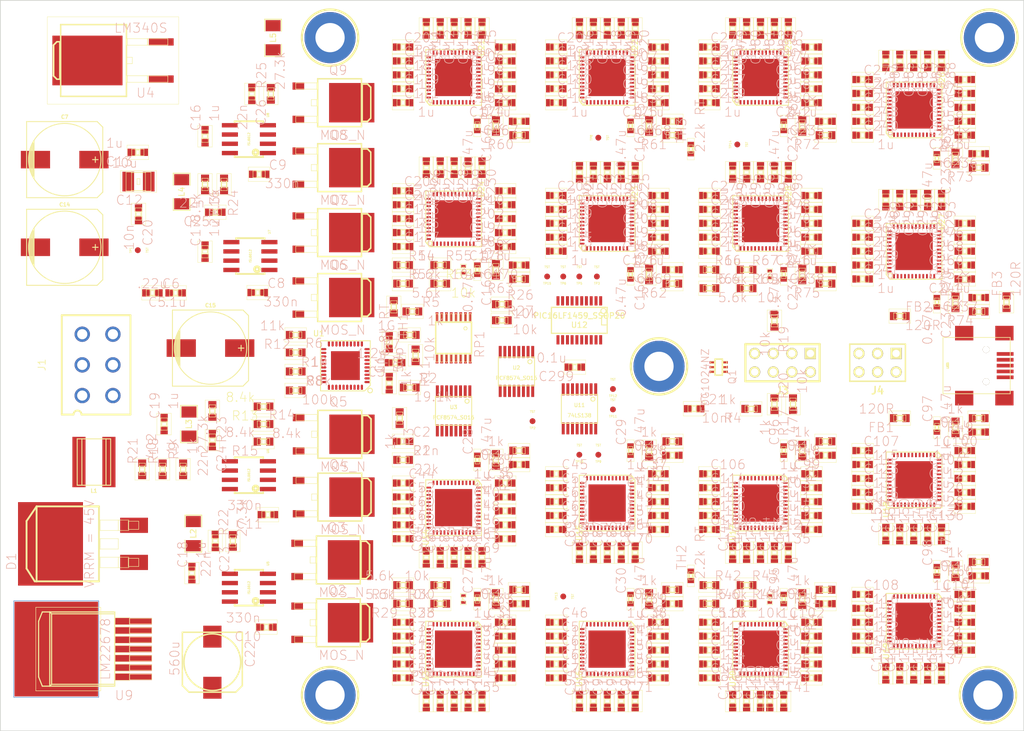
<source format=kicad_pcb>
(kicad_pcb (version 3) (host pcbnew "(2013-05-31 BZR 4019)-stable")
  (layers (15 F.Cu signal) (2 InnerF.Cu signal) (1 InnerB.Cu signal) (0 B.Cu signal) (19 F.Paste user) (21 F.SilkS user) (23 F.Mask user) (28 Edge.Cuts user))
  (net 0 "")
  (net 1 +1.2V)
  (net 2 +1.8V)
  (net 3 +12V)
  (net 4 +5V)
  (net 5 GND)
  (net 6 N-000001)
  (net 7 N-0000010)
  (net 8 N-00000100)
  (net 9 N-00000101)
  (net 10 N-00000102)
  (net 11 N-00000103)
  (net 12 N-00000105)
  (net 13 N-00000106)
  (net 14 N-00000107)
  (net 15 N-00000108)
  (net 16 N-00000109)
  (net 17 N-0000011)
  (net 18 N-00000110)
  (net 19 N-00000111)
  (net 20 N-00000112)
  (net 21 N-00000113)
  (net 22 N-00000114)
  (net 23 N-00000115)
  (net 24 N-00000116)
  (net 25 N-00000117)
  (net 26 N-00000118)
  (net 27 N-00000119)
  (net 28 N-0000012)
  (net 29 N-00000120)
  (net 30 N-00000122)
  (net 31 N-00000123)
  (net 32 N-00000124)
  (net 33 N-00000127)
  (net 34 N-00000128)
  (net 35 N-00000129)
  (net 36 N-0000013)
  (net 37 N-00000130)
  (net 38 N-00000131)
  (net 39 N-00000132)
  (net 40 N-00000133)
  (net 41 N-00000134)
  (net 42 N-00000135)
  (net 43 N-00000136)
  (net 44 N-00000137)
  (net 45 N-00000138)
  (net 46 N-00000139)
  (net 47 N-0000014)
  (net 48 N-00000140)
  (net 49 N-00000141)
  (net 50 N-00000142)
  (net 51 N-00000143)
  (net 52 N-00000144)
  (net 53 N-00000146)
  (net 54 N-00000147)
  (net 55 N-00000148)
  (net 56 N-00000149)
  (net 57 N-0000015)
  (net 58 N-00000150)
  (net 59 N-00000151)
  (net 60 N-00000152)
  (net 61 N-00000153)
  (net 62 N-00000154)
  (net 63 N-00000155)
  (net 64 N-00000156)
  (net 65 N-00000157)
  (net 66 N-00000158)
  (net 67 N-00000159)
  (net 68 N-0000016)
  (net 69 N-00000160)
  (net 70 N-00000161)
  (net 71 N-00000162)
  (net 72 N-00000163)
  (net 73 N-00000164)
  (net 74 N-00000165)
  (net 75 N-00000166)
  (net 76 N-00000167)
  (net 77 N-0000017)
  (net 78 N-0000018)
  (net 79 N-0000019)
  (net 80 N-000002)
  (net 81 N-0000020)
  (net 82 N-0000021)
  (net 83 N-0000022)
  (net 84 N-0000023)
  (net 85 N-0000024)
  (net 86 N-0000025)
  (net 87 N-0000026)
  (net 88 N-0000028)
  (net 89 N-0000029)
  (net 90 N-000003)
  (net 91 N-0000030)
  (net 92 N-0000031)
  (net 93 N-0000032)
  (net 94 N-0000033)
  (net 95 N-0000034)
  (net 96 N-0000035)
  (net 97 N-0000036)
  (net 98 N-0000037)
  (net 99 N-0000038)
  (net 100 N-0000039)
  (net 101 N-000004)
  (net 102 N-0000040)
  (net 103 N-0000041)
  (net 104 N-0000042)
  (net 105 N-0000043)
  (net 106 N-0000044)
  (net 107 N-0000045)
  (net 108 N-0000046)
  (net 109 N-0000047)
  (net 110 N-0000048)
  (net 111 N-0000049)
  (net 112 N-000005)
  (net 113 N-0000050)
  (net 114 N-0000051)
  (net 115 N-0000052)
  (net 116 N-0000053)
  (net 117 N-0000054)
  (net 118 N-0000055)
  (net 119 N-0000056)
  (net 120 N-0000057)
  (net 121 N-0000058)
  (net 122 N-000006)
  (net 123 N-0000060)
  (net 124 N-0000061)
  (net 125 N-0000062)
  (net 126 N-0000063)
  (net 127 N-0000064)
  (net 128 N-0000065)
  (net 129 N-0000066)
  (net 130 N-0000067)
  (net 131 N-0000068)
  (net 132 N-0000069)
  (net 133 N-000007)
  (net 134 N-0000070)
  (net 135 N-0000071)
  (net 136 N-0000072)
  (net 137 N-0000073)
  (net 138 N-0000075)
  (net 139 N-0000076)
  (net 140 N-0000077)
  (net 141 N-0000078)
  (net 142 N-0000079)
  (net 143 N-000008)
  (net 144 N-0000080)
  (net 145 N-0000081)
  (net 146 N-0000083)
  (net 147 N-0000084)
  (net 148 N-0000085)
  (net 149 N-0000086)
  (net 150 N-0000087)
  (net 151 N-0000088)
  (net 152 N-0000089)
  (net 153 N-000009)
  (net 154 N-0000090)
  (net 155 N-0000091)
  (net 156 N-0000092)
  (net 157 N-0000093)
  (net 158 N-0000094)
  (net 159 N-0000095)
  (net 160 N-0000096)
  (net 161 N-0000097)
  (net 162 N-0000098)
  (net 163 N-0000099)
  (module Hole4mm (layer F.Cu) (at 212.4 136.4)
    (fp_text reference P3 hide)
    (fp_text value Hole4mm hide)
    (pad "" thru_hole circle (at 0 0) (size 7 7) (drill 4) (layers *.Cu *.Mask))
  )
  (module USB-MINI-B-SMD (layer F.Cu) (at 206.9 91.3 90)
    (fp_text reference J2 (at 0 0 90) (layer F.SilkS) (effects (font (size 0.29972 0.29972) (thickness 0.0762))))
    (fp_text value USB (at 0 0 90) (layer F.SilkS) (effects (font (size 0.29972 0.29972) (thickness 0.0762))))
    (pad "" smd rect (at 4.45008 2.25044 90) (size 1.99898 2.49936) (layers F.Cu F.Paste F.Mask) (clearance 0.14986))
    (pad "" smd rect (at 4.45008 7.74954 90) (size 1.99898 2.49936) (layers F.Cu F.Paste F.Mask))
    (pad 6 smd rect (at -4.45008 7.74954 90) (size 1.99898 2.49936) (layers F.Cu F.Paste F.Mask) (net 140 N-0000077))
    (pad "" smd rect (at -4.45008 2.25044 90) (size 1.99898 2.49936) (layers F.Cu F.Paste F.Mask))
    (pad "" thru_hole circle (at 2.19964 5.25018 90) (size 0.90932 0.90932) (drill 0.89916) (layers *.Cu *.Mask F.SilkS) (clearance 0.14986))
    (pad "" thru_hole circle (at -2.19964 5.25018 90) (size 0.90932 0.90932) (drill 0.89916) (layers *.Cu *.Mask F.SilkS) (clearance 0.14986))
    (pad 5 smd rect (at -1.6002 7.85114 90) (size 0.50038 2.30124) (layers F.Cu F.Paste F.Mask) (net 139 N-0000076) (clearance 0.14986))
    (pad 4 smd rect (at -0.8001 7.85114 90) (size 0.50038 2.30124) (layers F.Cu F.Paste F.Mask) (net 141 N-0000078) (clearance 0.14986))
    (pad 3 smd rect (at 0 7.85114 90) (size 0.50038 2.30124) (layers F.Cu F.Paste F.Mask) (net 146 N-0000083) (clearance 0.14986))
    (pad 2 smd rect (at 0.8001 7.85114 90) (size 0.50038 2.30124) (layers F.Cu F.Paste F.Mask) (net 147 N-0000084) (clearance 0.14986))
    (pad 1 smd rect (at 1.6002 7.85114 90) (size 0.50038 2.30124) (layers F.Cu F.Paste F.Mask) (clearance 0.14986))
  )
  (module TESTPT (layer F.Cu) (at 159.1 60.1 90)
    (fp_text reference TP8 (at 0 -0.95 90) (layer F.SilkS) (effects (font (size 0.29972 0.29972) (thickness 0.0635))))
    (fp_text value TST (at 0 1.30048 90) (layer F.SilkS) (effects (font (size 0.29972 0.29972) (thickness 0.0635))))
    (pad 1 smd circle (at 0 0 90) (size 0.8 0.8) (layers F.Cu F.Paste F.Mask) (net 2 +1.8V))
  )
  (module TESTPT (layer F.Cu) (at 150.1 98.9 180)
    (fp_text reference TP2 (at 0 -0.95 180) (layer F.SilkS) (effects (font (size 0.29972 0.29972) (thickness 0.0635))))
    (fp_text value TST (at 0 1.30048 180) (layer F.SilkS) (effects (font (size 0.29972 0.29972) (thickness 0.0635))))
    (pad 1 smd circle (at 0 0 180) (size 0.8 0.8) (layers F.Cu F.Paste F.Mask) (net 4 +5V))
  )
  (module TESTPT (layer F.Cu) (at 154.3 79.1 180)
    (fp_text reference TP6 (at 0 -0.95 180) (layer F.SilkS) (effects (font (size 0.29972 0.29972) (thickness 0.0635))))
    (fp_text value TST (at 0 1.30048 180) (layer F.SilkS) (effects (font (size 0.29972 0.29972) (thickness 0.0635))))
    (pad 1 smd circle (at 0 0 180) (size 0.8 0.8) (layers F.Cu F.Paste F.Mask) (net 149 N-0000086))
  )
  (module TESTPT (layer F.Cu) (at 154.3 122.9 90)
    (fp_text reference TP13 (at 0 -0.95 90) (layer F.SilkS) (effects (font (size 0.29972 0.29972) (thickness 0.0635))))
    (fp_text value TST (at 0 1.30048 90) (layer F.SilkS) (effects (font (size 0.29972 0.29972) (thickness 0.0635))))
    (pad 1 smd circle (at 0 0 90) (size 0.8 0.8) (layers F.Cu F.Paste F.Mask) (net 1 +1.2V))
  )
  (module TESTPT (layer F.Cu) (at 159.1 103.5 180)
    (fp_text reference TP9 (at 0 -0.95 180) (layer F.SilkS) (effects (font (size 0.29972 0.29972) (thickness 0.0635))))
    (fp_text value TST (at 0 1.30048 180) (layer F.SilkS) (effects (font (size 0.29972 0.29972) (thickness 0.0635))))
    (pad 1 smd circle (at 0 0 180) (size 0.8 0.8) (layers F.Cu F.Paste F.Mask) (net 142 N-0000079))
  )
  (module TESTPT (layer F.Cu) (at 161.1 94.5 180)
    (fp_text reference TP12 (at 0 -0.95 180) (layer F.SilkS) (effects (font (size 0.29972 0.29972) (thickness 0.0635))))
    (fp_text value TST (at 0 1.30048 180) (layer F.SilkS) (effects (font (size 0.29972 0.29972) (thickness 0.0635))))
    (pad 1 smd circle (at 0 0 180) (size 0.8 0.8) (layers F.Cu F.Paste F.Mask) (net 144 N-0000080))
  )
  (module TESTPT (layer F.Cu) (at 161.1 97.3 180)
    (fp_text reference TP11 (at 0 -0.95 180) (layer F.SilkS) (effects (font (size 0.29972 0.29972) (thickness 0.0635))))
    (fp_text value TST (at 0 1.30048 180) (layer F.SilkS) (effects (font (size 0.29972 0.29972) (thickness 0.0635))))
    (pad 1 smd circle (at 0 0 180) (size 0.8 0.8) (layers F.Cu F.Paste F.Mask) (net 138 N-0000075))
  )
  (module TESTPT (layer F.Cu) (at 156.5 103.5 180)
    (fp_text reference TP10 (at 0 -0.95 180) (layer F.SilkS) (effects (font (size 0.29972 0.29972) (thickness 0.0635))))
    (fp_text value TST (at 0 1.30048 180) (layer F.SilkS) (effects (font (size 0.29972 0.29972) (thickness 0.0635))))
    (pad 1 smd circle (at 0 0 180) (size 0.8 0.8) (layers F.Cu F.Paste F.Mask) (net 145 N-0000081))
  )
  (module TESTPT (layer F.Cu) (at 152.1 79.1 180)
    (fp_text reference TP15 (at 0 -0.95 180) (layer F.SilkS) (effects (font (size 0.29972 0.29972) (thickness 0.0635))))
    (fp_text value TST (at 0 1.30048 180) (layer F.SilkS) (effects (font (size 0.29972 0.29972) (thickness 0.0635))))
    (pad 1 smd circle (at 0 0 180) (size 0.8 0.8) (layers F.Cu F.Paste F.Mask) (net 51 N-00000143))
  )
  (module TESTPT (layer F.Cu) (at 178.11 61.025 90)
    (fp_text reference TP14 (at 0 -0.95 90) (layer F.SilkS) (effects (font (size 0.29972 0.29972) (thickness 0.0635))))
    (fp_text value TST (at 0 1.30048 90) (layer F.SilkS) (effects (font (size 0.29972 0.29972) (thickness 0.0635))))
    (pad 1 smd circle (at 0 0 90) (size 0.8 0.8) (layers F.Cu F.Paste F.Mask) (net 23 N-00000115))
  )
  (module TESTPT (layer F.Cu) (at 156.5 79.1 180)
    (fp_text reference TP5 (at 0 -0.95 180) (layer F.SilkS) (effects (font (size 0.29972 0.29972) (thickness 0.0635))))
    (fp_text value TST (at 0 1.30048 180) (layer F.SilkS) (effects (font (size 0.29972 0.29972) (thickness 0.0635))))
    (pad 1 smd circle (at 0 0 180) (size 0.8 0.8) (layers F.Cu F.Paste F.Mask) (net 50 N-00000142))
  )
  (module TESTPT (layer F.Cu) (at 158.9 79.1 180)
    (fp_text reference TP3 (at 0 -0.95 180) (layer F.SilkS) (effects (font (size 0.29972 0.29972) (thickness 0.0635))))
    (fp_text value TST (at 0 1.30048 180) (layer F.SilkS) (effects (font (size 0.29972 0.29972) (thickness 0.0635))))
    (pad 1 smd circle (at 0 0 180) (size 0.8 0.8) (layers F.Cu F.Paste F.Mask) (net 154 N-0000090))
  )
  (module TESTPT (layer F.Cu) (at 96.1 75.5 90)
    (fp_text reference TP1 (at 0 -0.95 90) (layer F.SilkS) (effects (font (size 0.29972 0.29972) (thickness 0.0635))))
    (fp_text value TST (at 0 1.30048 90) (layer F.SilkS) (effects (font (size 0.29972 0.29972) (thickness 0.0635))))
    (pad 1 smd circle (at 0 0 90) (size 0.8 0.8) (layers F.Cu F.Paste F.Mask) (net 3 +12V))
  )
  (module SSOP20 (layer F.Cu) (at 156.5 85.1 180)
    (fp_text reference U12 (at 0 -0.635 180) (layer F.SilkS) (effects (font (size 0.762 0.762) (thickness 0.127))))
    (fp_text value PIC16LF1459_SSOP20 (at 0 0.635 180) (layer F.SilkS) (effects (font (size 0.762 0.762) (thickness 0.127))))
    (pad 1 smd rect (at -2.921 2.667 180) (size 0.4064 1.27) (layers F.Cu F.Paste F.Mask) (net 4 +5V))
    (pad 2 smd rect (at -2.286 2.667 180) (size 0.4064 1.27) (layers F.Cu F.Paste F.Mask) (net 154 N-0000090))
    (pad 3 smd rect (at -1.6256 2.667 180) (size 0.4064 1.27) (layers F.Cu F.Paste F.Mask) (net 50 N-00000142))
    (pad 4 smd rect (at -0.9652 2.667 180) (size 0.4064 1.27) (layers F.Cu F.Paste F.Mask) (net 119 N-0000056))
    (pad 5 smd rect (at -0.3302 2.667 180) (size 0.4064 1.27) (layers F.Cu F.Paste F.Mask) (net 29 N-00000120))
    (pad 6 smd rect (at 0.3302 2.667 180) (size 0.4064 1.27) (layers F.Cu F.Paste F.Mask) (net 149 N-0000086))
    (pad 7 smd rect (at 0.9906 2.667 180) (size 0.4064 1.27) (layers F.Cu F.Paste F.Mask) (net 115 N-0000052))
    (pad 8 smd rect (at 1.6256 2.667 180) (size 0.4064 1.27) (layers F.Cu F.Paste F.Mask) (net 148 N-0000085))
    (pad 9 smd rect (at 2.286 2.667 180) (size 0.4064 1.27) (layers F.Cu F.Paste F.Mask) (net 51 N-00000143))
    (pad 10 smd rect (at 2.921 2.667 180) (size 0.4064 1.27) (layers F.Cu F.Paste F.Mask) (net 118 N-0000055))
    (pad 11 smd rect (at 2.921 -2.667 180) (size 0.4064 1.27) (layers F.Cu F.Paste F.Mask) (net 19 N-00000111))
    (pad 12 smd rect (at 2.286 -2.667 180) (size 0.4064 1.27) (layers F.Cu F.Paste F.Mask) (net 65 N-00000157))
    (pad 13 smd rect (at 1.6256 -2.667 180) (size 0.4064 1.27) (layers F.Cu F.Paste F.Mask) (net 18 N-00000110))
    (pad 14 smd rect (at 0.9906 -2.667 180) (size 0.4064 1.27) (layers F.Cu F.Paste F.Mask) (net 66 N-00000158))
    (pad 15 smd rect (at 0.3302 -2.667 180) (size 0.4064 1.27) (layers F.Cu F.Paste F.Mask) (net 22 N-00000114))
    (pad 16 smd rect (at -0.3302 -2.667 180) (size 0.4064 1.27) (layers F.Cu F.Paste F.Mask) (net 21 N-00000113))
    (pad 17 smd rect (at -0.9652 -2.667 180) (size 0.4064 1.27) (layers F.Cu F.Paste F.Mask) (net 27 N-00000119))
    (pad 18 smd rect (at -1.6256 -2.667 180) (size 0.4064 1.27) (layers F.Cu F.Paste F.Mask) (net 147 N-0000084))
    (pad 19 smd rect (at -2.286 -2.667 180) (size 0.4064 1.27) (layers F.Cu F.Paste F.Mask) (net 146 N-0000083))
    (pad 20 smd rect (at -2.921 -2.667 180) (size 0.4064 1.27) (layers F.Cu F.Paste F.Mask) (net 5 GND))
  )
  (module ssop-16 (layer F.Cu) (at 139.3 97.5 180)
    (fp_text reference U3 (at 0 0.508 180) (layer F.SilkS) (effects (font (size 0.50038 0.50038) (thickness 0.09906))))
    (fp_text value PCF8574_SO16 (at 0 -0.89916 180) (layer F.SilkS) (effects (font (size 0.50038 0.50038) (thickness 0.09906))))
    (pad 4 smd rect (at -0.3175 2.667 180) (size 0.4064 1.651) (layers F.Cu F.Paste F.Mask) (net 64 N-00000156))
    (pad 5 smd rect (at 0.3175 2.667 180) (size 0.4064 1.651) (layers F.Cu F.Paste F.Mask) (net 58 N-00000150))
    (pad 6 smd rect (at 0.9525 2.667 180) (size 0.4064 1.651) (layers F.Cu F.Paste F.Mask) (net 59 N-00000151))
    (pad 7 smd rect (at 1.5875 2.667 180) (size 0.4064 1.651) (layers F.Cu F.Paste F.Mask) (net 60 N-00000152))
    (pad 16 smd rect (at -2.2225 -2.667 180) (size 0.4064 1.651) (layers F.Cu F.Paste F.Mask) (net 4 +5V))
    (pad 1 smd rect (at -2.2225 2.667 180) (size 0.4064 1.651) (layers F.Cu F.Paste F.Mask) (net 5 GND))
    (pad 2 smd rect (at -1.5875 2.667 180) (size 0.4064 1.651) (layers F.Cu F.Paste F.Mask) (net 5 GND))
    (pad 3 smd rect (at -0.9525 2.667 180) (size 0.4064 1.651) (layers F.Cu F.Paste F.Mask) (net 5 GND))
    (pad 9 smd rect (at 2.2225 -2.667 180) (size 0.4064 1.651) (layers F.Cu F.Paste F.Mask) (net 61 N-00000153))
    (pad 10 smd rect (at 1.5875 -2.667 180) (size 0.4064 1.651) (layers F.Cu F.Paste F.Mask) (net 62 N-00000154))
    (pad 11 smd rect (at 0.9525 -2.667 180) (size 0.4064 1.651) (layers F.Cu F.Paste F.Mask) (net 63 N-00000155))
    (pad 12 smd rect (at 0.3175 -2.667 180) (size 0.4064 1.651) (layers F.Cu F.Paste F.Mask) (net 40 N-00000133))
    (pad 13 smd rect (at -0.3175 -2.667 180) (size 0.4064 1.651) (layers F.Cu F.Paste F.Mask) (net 5 GND))
    (pad 14 smd rect (at -0.9525 -2.667 180) (size 0.4064 1.651) (layers F.Cu F.Paste F.Mask) (net 65 N-00000157))
    (pad 8 smd rect (at 2.2225 2.667 180) (size 0.4064 1.651) (layers F.Cu F.Paste F.Mask) (net 5 GND))
    (pad 15 smd rect (at -1.5875 -2.667 180) (size 0.4064 1.651) (layers F.Cu F.Paste F.Mask) (net 66 N-00000158))
  )
  (module ssop-16 (layer F.Cu) (at 156.52 97.22 180)
    (fp_text reference U11 (at 0 0.508 180) (layer F.SilkS) (effects (font (size 0.50038 0.50038) (thickness 0.09906))))
    (fp_text value 74LS138 (at 0 -0.89916 180) (layer F.SilkS) (effects (font (size 0.50038 0.50038) (thickness 0.09906))))
    (pad 4 smd rect (at -0.3175 2.667 180) (size 0.4064 1.651) (layers F.Cu F.Paste F.Mask) (net 5 GND))
    (pad 5 smd rect (at 0.3175 2.667 180) (size 0.4064 1.651) (layers F.Cu F.Paste F.Mask) (net 5 GND))
    (pad 6 smd rect (at 0.9525 2.667 180) (size 0.4064 1.651) (layers F.Cu F.Paste F.Mask) (net 149 N-0000086))
    (pad 7 smd rect (at 1.5875 2.667 180) (size 0.4064 1.651) (layers F.Cu F.Paste F.Mask) (net 5 GND))
    (pad 16 smd rect (at -2.2225 -2.667 180) (size 0.4064 1.651) (layers F.Cu F.Paste F.Mask))
    (pad 1 smd rect (at -2.2225 2.667 180) (size 0.4064 1.651) (layers F.Cu F.Paste F.Mask) (net 154 N-0000090))
    (pad 2 smd rect (at -1.5875 2.667 180) (size 0.4064 1.651) (layers F.Cu F.Paste F.Mask) (net 50 N-00000142))
    (pad 3 smd rect (at -0.9525 2.667 180) (size 0.4064 1.651) (layers F.Cu F.Paste F.Mask) (net 5 GND))
    (pad 9 smd rect (at 2.2225 -2.667 180) (size 0.4064 1.651) (layers F.Cu F.Paste F.Mask) (net 5 GND))
    (pad 10 smd rect (at 1.5875 -2.667 180) (size 0.4064 1.651) (layers F.Cu F.Paste F.Mask) (net 5 GND))
    (pad 11 smd rect (at 0.9525 -2.667 180) (size 0.4064 1.651) (layers F.Cu F.Paste F.Mask) (net 5 GND))
    (pad 12 smd rect (at 0.3175 -2.667 180) (size 0.4064 1.651) (layers F.Cu F.Paste F.Mask) (net 144 N-0000080))
    (pad 13 smd rect (at -0.3175 -2.667 180) (size 0.4064 1.651) (layers F.Cu F.Paste F.Mask) (net 138 N-0000075))
    (pad 14 smd rect (at -0.9525 -2.667 180) (size 0.4064 1.651) (layers F.Cu F.Paste F.Mask) (net 145 N-0000081))
    (pad 8 smd rect (at 2.2225 2.667 180) (size 0.4064 1.651) (layers F.Cu F.Paste F.Mask) (net 5 GND))
    (pad 15 smd rect (at -1.5875 -2.667 180) (size 0.4064 1.651) (layers F.Cu F.Paste F.Mask) (net 142 N-0000079))
  )
  (module ssop-16 (layer F.Cu) (at 147.9 92.1 180)
    (fp_text reference U2 (at 0 0.508 180) (layer F.SilkS) (effects (font (size 0.50038 0.50038) (thickness 0.09906))))
    (fp_text value PCF8574_SO16 (at 0 -0.89916 180) (layer F.SilkS) (effects (font (size 0.50038 0.50038) (thickness 0.09906))))
    (pad 4 smd rect (at -0.3175 2.667 180) (size 0.4064 1.651) (layers F.Cu F.Paste F.Mask) (net 39 N-00000132))
    (pad 5 smd rect (at 0.3175 2.667 180) (size 0.4064 1.651) (layers F.Cu F.Paste F.Mask) (net 44 N-00000137))
    (pad 6 smd rect (at 0.9525 2.667 180) (size 0.4064 1.651) (layers F.Cu F.Paste F.Mask) (net 160 N-0000096))
    (pad 7 smd rect (at 1.5875 2.667 180) (size 0.4064 1.651) (layers F.Cu F.Paste F.Mask) (net 42 N-00000135))
    (pad 16 smd rect (at -2.2225 -2.667 180) (size 0.4064 1.651) (layers F.Cu F.Paste F.Mask) (net 4 +5V))
    (pad 1 smd rect (at -2.2225 2.667 180) (size 0.4064 1.651) (layers F.Cu F.Paste F.Mask) (net 4 +5V))
    (pad 2 smd rect (at -1.5875 2.667 180) (size 0.4064 1.651) (layers F.Cu F.Paste F.Mask) (net 4 +5V))
    (pad 3 smd rect (at -0.9525 2.667 180) (size 0.4064 1.651) (layers F.Cu F.Paste F.Mask) (net 4 +5V))
    (pad 9 smd rect (at 2.2225 -2.667 180) (size 0.4064 1.651) (layers F.Cu F.Paste F.Mask))
    (pad 10 smd rect (at 1.5875 -2.667 180) (size 0.4064 1.651) (layers F.Cu F.Paste F.Mask))
    (pad 11 smd rect (at 0.9525 -2.667 180) (size 0.4064 1.651) (layers F.Cu F.Paste F.Mask))
    (pad 12 smd rect (at 0.3175 -2.667 180) (size 0.4064 1.651) (layers F.Cu F.Paste F.Mask))
    (pad 13 smd rect (at -0.3175 -2.667 180) (size 0.4064 1.651) (layers F.Cu F.Paste F.Mask))
    (pad 14 smd rect (at -0.9525 -2.667 180) (size 0.4064 1.651) (layers F.Cu F.Paste F.Mask) (net 65 N-00000157))
    (pad 8 smd rect (at 2.2225 2.667 180) (size 0.4064 1.651) (layers F.Cu F.Paste F.Mask) (net 5 GND))
    (pad 15 smd rect (at -1.5875 -2.667 180) (size 0.4064 1.651) (layers F.Cu F.Paste F.Mask) (net 66 N-00000158))
  )
  (module SOIC8-Large (layer F.Cu) (at 111.5 76.3 90)
    (fp_text reference U7 (at 3.29946 2.60096 90) (layer F.SilkS) (effects (font (size 0.29972 0.29972) (thickness 0.0762))))
    (fp_text value ISL6612 (at 0 0 90) (layer F.SilkS) (effects (font (size 0.29972 0.29972) (thickness 0.0762))))
    (pad 1 smd rect (at -1.90246 2.60096 270) (size 0.59944 2.19964) (layers F.Cu F.Paste F.Mask) (net 132 N-0000069))
    (pad 2 smd rect (at -0.63246 2.60096 270) (size 0.59944 2.19964) (layers F.Cu F.Paste F.Mask) (net 137 N-0000073))
    (pad 3 smd rect (at 0.63246 2.60096 270) (size 0.59944 2.19964) (layers F.Cu F.Paste F.Mask) (net 116 N-0000053))
    (pad 4 smd rect (at 1.90246 2.60096 270) (size 0.59944 2.19964) (layers F.Cu F.Paste F.Mask) (net 5 GND))
    (pad 5 smd rect (at 1.90246 -2.60096 90) (size 0.59944 2.19964) (layers F.Cu F.Paste F.Mask) (net 114 N-0000051))
    (pad 6 smd rect (at 0.63246 -2.60096 90) (size 0.59944 2.19964) (layers F.Cu F.Paste F.Mask) (net 3 +12V))
    (pad 7 smd rect (at -0.63246 -2.60096 90) (size 0.59944 2.19964) (layers F.Cu F.Paste F.Mask) (net 3 +12V))
    (pad 8 smd rect (at -1.90246 -2.60096 90) (size 0.59944 2.19964) (layers F.Cu F.Paste F.Mask) (net 125 N-0000062))
  )
  (module SOIC8-Large (layer F.Cu) (at 111.3 60.3 90)
    (fp_text reference U8 (at 3.29946 2.60096 90) (layer F.SilkS) (effects (font (size 0.29972 0.29972) (thickness 0.0762))))
    (fp_text value ISL6612 (at 0 0 90) (layer F.SilkS) (effects (font (size 0.29972 0.29972) (thickness 0.0762))))
    (pad 1 smd rect (at -1.90246 2.60096 270) (size 0.59944 2.19964) (layers F.Cu F.Paste F.Mask) (net 124 N-0000061))
    (pad 2 smd rect (at -0.63246 2.60096 270) (size 0.59944 2.19964) (layers F.Cu F.Paste F.Mask) (net 14 N-00000107))
    (pad 3 smd rect (at 0.63246 2.60096 270) (size 0.59944 2.19964) (layers F.Cu F.Paste F.Mask) (net 111 N-0000049))
    (pad 4 smd rect (at 1.90246 2.60096 270) (size 0.59944 2.19964) (layers F.Cu F.Paste F.Mask) (net 5 GND))
    (pad 5 smd rect (at 1.90246 -2.60096 90) (size 0.59944 2.19964) (layers F.Cu F.Paste F.Mask) (net 127 N-0000064))
    (pad 6 smd rect (at 0.63246 -2.60096 90) (size 0.59944 2.19964) (layers F.Cu F.Paste F.Mask) (net 3 +12V))
    (pad 7 smd rect (at -0.63246 -2.60096 90) (size 0.59944 2.19964) (layers F.Cu F.Paste F.Mask) (net 3 +12V))
    (pad 8 smd rect (at -1.90246 -2.60096 90) (size 0.59944 2.19964) (layers F.Cu F.Paste F.Mask) (net 123 N-0000060))
  )
  (module SOIC8-Large (layer F.Cu) (at 111.3 121.7 90)
    (fp_text reference U5 (at 3.29946 2.60096 90) (layer F.SilkS) (effects (font (size 0.29972 0.29972) (thickness 0.0762))))
    (fp_text value ISL6612 (at 0 0 90) (layer F.SilkS) (effects (font (size 0.29972 0.29972) (thickness 0.0762))))
    (pad 1 smd rect (at -1.90246 2.60096 270) (size 0.59944 2.19964) (layers F.Cu F.Paste F.Mask) (net 130 N-0000067))
    (pad 2 smd rect (at -0.63246 2.60096 270) (size 0.59944 2.19964) (layers F.Cu F.Paste F.Mask) (net 126 N-0000063))
    (pad 3 smd rect (at 0.63246 2.60096 270) (size 0.59944 2.19964) (layers F.Cu F.Paste F.Mask) (net 113 N-0000050))
    (pad 4 smd rect (at 1.90246 2.60096 270) (size 0.59944 2.19964) (layers F.Cu F.Paste F.Mask) (net 5 GND))
    (pad 5 smd rect (at 1.90246 -2.60096 90) (size 0.59944 2.19964) (layers F.Cu F.Paste F.Mask) (net 129 N-0000066))
    (pad 6 smd rect (at 0.63246 -2.60096 90) (size 0.59944 2.19964) (layers F.Cu F.Paste F.Mask) (net 3 +12V))
    (pad 7 smd rect (at -0.63246 -2.60096 90) (size 0.59944 2.19964) (layers F.Cu F.Paste F.Mask) (net 3 +12V))
    (pad 8 smd rect (at -1.90246 -2.60096 90) (size 0.59944 2.19964) (layers F.Cu F.Paste F.Mask) (net 136 N-0000072))
  )
  (module SOIC8-Large (layer F.Cu) (at 111.3 106.3 90)
    (fp_text reference U6 (at 3.29946 2.60096 90) (layer F.SilkS) (effects (font (size 0.29972 0.29972) (thickness 0.0762))))
    (fp_text value ISL6612 (at 0 0 90) (layer F.SilkS) (effects (font (size 0.29972 0.29972) (thickness 0.0762))))
    (pad 1 smd rect (at -1.90246 2.60096 270) (size 0.59944 2.19964) (layers F.Cu F.Paste F.Mask) (net 131 N-0000068))
    (pad 2 smd rect (at -0.63246 2.60096 270) (size 0.59944 2.19964) (layers F.Cu F.Paste F.Mask) (net 134 N-0000070))
    (pad 3 smd rect (at 0.63246 2.60096 270) (size 0.59944 2.19964) (layers F.Cu F.Paste F.Mask) (net 117 N-0000054))
    (pad 4 smd rect (at 1.90246 2.60096 270) (size 0.59944 2.19964) (layers F.Cu F.Paste F.Mask) (net 5 GND))
    (pad 5 smd rect (at 1.90246 -2.60096 90) (size 0.59944 2.19964) (layers F.Cu F.Paste F.Mask) (net 128 N-0000065))
    (pad 6 smd rect (at 0.63246 -2.60096 90) (size 0.59944 2.19964) (layers F.Cu F.Paste F.Mask) (net 3 +12V))
    (pad 7 smd rect (at -0.63246 -2.60096 90) (size 0.59944 2.19964) (layers F.Cu F.Paste F.Mask) (net 3 +12V))
    (pad 8 smd rect (at -1.90246 -2.60096 90) (size 0.59944 2.19964) (layers F.Cu F.Paste F.Mask) (net 135 N-0000071))
  )
  (module SM1206 (layer F.Cu) (at 103.7 114.3 270)
    (fp_text reference L2 (at 0 0 270) (layer F.SilkS) (effects (font (size 0.762 0.762) (thickness 0.127))))
    (fp_text value 600n hide)
    (pad 1 smd rect (at -1.651 0 270) (size 1.524 2.032) (layers F.Cu F.Paste F.Mask) (net 136 N-0000072))
    (pad 2 smd rect (at 1.651 0 270) (size 1.524 2.032) (layers F.Cu F.Paste F.Mask) (net 1 +1.2V))
  )
  (module SM1206 (layer F.Cu) (at 103.1 99.3 270)
    (fp_text reference L3 (at 0 0 270) (layer F.SilkS) (effects (font (size 0.762 0.762) (thickness 0.127))))
    (fp_text value 600n hide)
    (pad 1 smd rect (at -1.651 0 270) (size 1.524 2.032) (layers F.Cu F.Paste F.Mask) (net 135 N-0000071))
    (pad 2 smd rect (at 1.651 0 270) (size 1.524 2.032) (layers F.Cu F.Paste F.Mask) (net 1 +1.2V))
  )
  (module SM1206 (layer F.Cu) (at 114.61 46.42 270)
    (fp_text reference L5 (at 0 0 270) (layer F.SilkS) (effects (font (size 0.762 0.762) (thickness 0.127))))
    (fp_text value 600n hide)
    (pad 1 smd rect (at -1.651 0 270) (size 1.524 2.032) (layers F.Cu F.Paste F.Mask) (net 123 N-0000060))
    (pad 2 smd rect (at 1.651 0 270) (size 1.524 2.032) (layers F.Cu F.Paste F.Mask) (net 1 +1.2V))
  )
  (module SM1206 (layer F.Cu) (at 102.1 67.5 270)
    (fp_text reference L4 (at 0 0 270) (layer F.SilkS) (effects (font (size 0.762 0.762) (thickness 0.127))))
    (fp_text value 600n hide)
    (pad 1 smd rect (at -1.651 0 270) (size 1.524 2.032) (layers F.Cu F.Paste F.Mask) (net 125 N-0000062))
    (pad 2 smd rect (at 1.651 0 270) (size 1.524 2.032) (layers F.Cu F.Paste F.Mask) (net 1 +1.2V))
  )
  (module SM0402 (layer F.Cu) (at 182.555 123.255 90)
    (fp_text reference JP2 (at 0 0 90) (layer F.SilkS) (effects (font (size 0.35052 0.3048) (thickness 0.07112))))
    (fp_text value JUMPER hide)
    (pad 1 smd rect (at -0.44958 0 90) (size 0.39878 0.59944) (layers F.Cu F.Paste F.Mask) (net 152 N-0000089))
    (pad 2 smd rect (at 0.44958 0 90) (size 0.39878 0.59944) (layers F.Cu F.Paste F.Mask) (net 5 GND))
  )
  (module SM0402 (layer F.Cu) (at 140.645 123.255 90)
    (fp_text reference JP1 (at 0 0 90) (layer F.SilkS) (effects (font (size 0.35052 0.3048) (thickness 0.07112))))
    (fp_text value JUMPER hide)
    (pad 1 smd rect (at -0.44958 0 90) (size 0.39878 0.59944) (layers F.Cu F.Paste F.Mask) (net 43 N-00000136))
    (pad 2 smd rect (at 0.44958 0 90) (size 0.39878 0.59944) (layers F.Cu F.Paste F.Mask) (net 5 GND))
  )
  (module SM0402 (layer F.Cu) (at 140.645 78.17 270)
    (fp_text reference JP3 (at 0 0 270) (layer F.SilkS) (effects (font (size 0.35052 0.3048) (thickness 0.07112))))
    (fp_text value JUMPER hide)
    (pad 1 smd rect (at -0.44958 0 270) (size 0.39878 0.59944) (layers F.Cu F.Paste F.Mask) (net 151 N-0000088))
    (pad 2 smd rect (at 0.44958 0 270) (size 0.39878 0.59944) (layers F.Cu F.Paste F.Mask) (net 5 GND))
  )
  (module SM0402 (layer F.Cu) (at 182.555 78.805 270)
    (fp_text reference JP4 (at 0 0 270) (layer F.SilkS) (effects (font (size 0.35052 0.3048) (thickness 0.07112))))
    (fp_text value JUMPER hide)
    (pad 1 smd rect (at -0.44958 0 270) (size 0.39878 0.59944) (layers F.Cu F.Paste F.Mask) (net 150 N-0000087))
    (pad 2 smd rect (at 0.44958 0 270) (size 0.39878 0.59944) (layers F.Cu F.Paste F.Mask) (net 5 GND))
  )
  (module QFN48+1 (layer F.Cu) (at 160.3 51.855 90)
    (fp_text reference U22 (at 4.064 3.81 90) (layer F.SilkS) (effects (font (size 0.762 0.762) (thickness 0.127))))
    (fp_text value ASIC hide)
    (pad 1 smd rect (at -3.39852 -2.74828 90) (size 0.59944 0.24892) (layers F.Cu F.Paste F.Mask) (net 5 GND))
    (pad 2 smd rect (at -3.39852 -2.2479 90) (size 0.59944 0.24892) (layers F.Cu F.Paste F.Mask) (net 5 GND))
    (pad 3 smd rect (at -3.39852 -1.74752 90) (size 0.59944 0.24892) (layers F.Cu F.Paste F.Mask) (net 5 GND))
    (pad 4 smd rect (at -3.39852 -1.24714 90) (size 0.59944 0.24892) (layers F.Cu F.Paste F.Mask) (net 2 +1.8V))
    (pad 5 smd rect (at -3.39852 -0.7493 90) (size 0.59944 0.24892) (layers F.Cu F.Paste F.Mask) (net 96 N-0000035))
    (pad 6 smd rect (at -3.39852 -0.24892 90) (size 0.59944 0.24892) (layers F.Cu F.Paste F.Mask) (net 93 N-0000032))
    (pad 7 smd rect (at -3.39852 0.25146 90) (size 0.59944 0.24892) (layers F.Cu F.Paste F.Mask) (net 97 N-0000036))
    (pad 8 smd rect (at -3.39852 0.75184 90) (size 0.59944 0.24892) (layers F.Cu F.Paste F.Mask) (net 98 N-0000037))
    (pad 9 smd rect (at -3.39852 1.25222 90) (size 0.59944 0.24892) (layers F.Cu F.Paste F.Mask) (net 95 N-0000034))
    (pad 10 smd rect (at -3.39852 1.7526 90) (size 0.59944 0.24892) (layers F.Cu F.Paste F.Mask) (net 94 N-0000033))
    (pad 11 smd rect (at -3.39852 2.25298 90) (size 0.59944 0.24892) (layers F.Cu F.Paste F.Mask) (net 110 N-0000048))
    (pad 12 smd rect (at -3.39852 2.75082 90) (size 0.59944 0.24892) (layers F.Cu F.Paste F.Mask) (net 109 N-0000047))
    (pad 33 smd rect (at 3.39852 -1.25222 90) (size 0.59944 0.24892) (layers F.Cu F.Paste F.Mask) (net 1 +1.2V))
    (pad 34 smd rect (at 3.39852 -1.75006 90) (size 0.59944 0.24892) (layers F.Cu F.Paste F.Mask) (net 1 +1.2V))
    (pad 35 smd rect (at 3.39852 -2.25044 90) (size 0.59944 0.24892) (layers F.Cu F.Paste F.Mask) (net 1 +1.2V))
    (pad 36 smd rect (at 3.39852 -2.75082 90) (size 0.59944 0.24892) (layers F.Cu F.Paste F.Mask) (net 1 +1.2V))
    (pad 17 smd rect (at -0.7493 3.40106 90) (size 0.24892 0.59944) (layers F.Cu F.Paste F.Mask) (net 1 +1.2V))
    (pad 18 smd rect (at -0.25146 3.40106 90) (size 0.24892 0.59944) (layers F.Cu F.Paste F.Mask) (net 1 +1.2V))
    (pad 19 smd rect (at 0.24892 3.40106 90) (size 0.24892 0.59944) (layers F.Cu F.Paste F.Mask) (net 1 +1.2V))
    (pad 20 smd rect (at 0.7493 3.40106 90) (size 0.24892 0.59944) (layers F.Cu F.Paste F.Mask) (net 1 +1.2V))
    (pad 21 smd rect (at 1.24968 3.40106 90) (size 0.24892 0.59944) (layers F.Cu F.Paste F.Mask) (net 1 +1.2V))
    (pad 22 smd rect (at 1.75006 3.40106 90) (size 0.24892 0.59944) (layers F.Cu F.Paste F.Mask) (net 1 +1.2V))
    (pad 23 smd rect (at 2.25044 3.40106 90) (size 0.24892 0.59944) (layers F.Cu F.Paste F.Mask) (net 1 +1.2V))
    (pad 24 smd rect (at 2.75082 3.40106 90) (size 0.24892 0.59944) (layers F.Cu F.Paste F.Mask) (net 1 +1.2V))
    (pad 49 smd rect (at 0 0 90) (size 5.10032 5.10032) (layers F.Cu F.Paste F.Mask))
    (pad 13 smd rect (at -2.74828 3.40106 90) (size 0.24892 0.59944) (layers F.Cu F.Paste F.Mask) (net 103 N-0000041))
    (pad 14 smd rect (at -2.2479 3.40106 90) (size 0.24892 0.59944) (layers F.Cu F.Paste F.Mask) (net 1 +1.2V))
    (pad 15 smd rect (at -1.74752 3.40106 90) (size 0.24892 0.59944) (layers F.Cu F.Paste F.Mask) (net 1 +1.2V))
    (pad 16 smd rect (at -1.24968 3.40106 90) (size 0.24892 0.59944) (layers F.Cu F.Paste F.Mask) (net 1 +1.2V))
    (pad 25 smd rect (at 3.39852 2.74828 90) (size 0.59944 0.24892) (layers F.Cu F.Paste F.Mask) (net 1 +1.2V))
    (pad 26 smd rect (at 3.40106 2.2479 90) (size 0.59944 0.24892) (layers F.Cu F.Paste F.Mask) (net 1 +1.2V))
    (pad 27 smd rect (at 3.40106 1.75006 90) (size 0.59944 0.24892) (layers F.Cu F.Paste F.Mask) (net 1 +1.2V))
    (pad 28 smd rect (at 3.40106 1.24968 90) (size 0.59944 0.24892) (layers F.Cu F.Paste F.Mask) (net 1 +1.2V))
    (pad 29 smd rect (at 3.40106 0.7493 90) (size 0.59944 0.24892) (layers F.Cu F.Paste F.Mask) (net 1 +1.2V))
    (pad 30 smd rect (at 3.40106 0.24892 90) (size 0.59944 0.24892) (layers F.Cu F.Paste F.Mask) (net 1 +1.2V))
    (pad 31 smd rect (at 3.40106 -0.25146 90) (size 0.59944 0.24892) (layers F.Cu F.Paste F.Mask) (net 1 +1.2V))
    (pad 32 smd rect (at 3.40106 -0.75184 90) (size 0.59944 0.24892) (layers F.Cu F.Paste F.Mask) (net 1 +1.2V))
    (pad 37 smd rect (at 2.75082 -3.39852 90) (size 0.24892 0.59944) (layers F.Cu F.Paste F.Mask) (net 1 +1.2V))
    (pad 38 smd rect (at 2.25044 -3.39852 90) (size 0.24892 0.59944) (layers F.Cu F.Paste F.Mask) (net 1 +1.2V))
    (pad 39 smd rect (at 1.75006 -3.39852 90) (size 0.24892 0.59944) (layers F.Cu F.Paste F.Mask) (net 1 +1.2V))
    (pad 40 smd rect (at 1.25222 -3.39852 90) (size 0.24892 0.59944) (layers F.Cu F.Paste F.Mask) (net 1 +1.2V))
    (pad 41 smd rect (at 0.75184 -3.39852 90) (size 0.24892 0.59944) (layers F.Cu F.Paste F.Mask) (net 1 +1.2V))
    (pad 42 smd rect (at 0.25146 -3.39852 90) (size 0.24892 0.59944) (layers F.Cu F.Paste F.Mask) (net 1 +1.2V))
    (pad 43 smd rect (at -0.24892 -3.39852 90) (size 0.24892 0.59944) (layers F.Cu F.Paste F.Mask) (net 1 +1.2V))
    (pad 44 smd rect (at -0.7493 -3.39852 90) (size 0.24892 0.59944) (layers F.Cu F.Paste F.Mask) (net 1 +1.2V))
    (pad 45 smd rect (at -1.24968 -3.39852 90) (size 0.24892 0.59944) (layers F.Cu F.Paste F.Mask) (net 1 +1.2V))
    (pad 46 smd rect (at -1.75006 -3.39852 90) (size 0.24892 0.59944) (layers F.Cu F.Paste F.Mask) (net 1 +1.2V))
    (pad 47 smd rect (at -2.2479 -3.39852 90) (size 0.24892 0.59944) (layers F.Cu F.Paste F.Mask) (net 1 +1.2V))
    (pad 48 smd rect (at -2.74828 -3.39852 90) (size 0.24892 0.59944) (layers F.Cu F.Paste F.Mask) (net 1 +1.2V))
  )
  (module QFN48+1 (layer F.Cu) (at 181.3 110.11 270)
    (fp_text reference U17 (at 4.064 3.81 270) (layer F.SilkS) (effects (font (size 0.762 0.762) (thickness 0.127))))
    (fp_text value ASIC hide)
    (pad 1 smd rect (at -3.39852 -2.74828 270) (size 0.59944 0.24892) (layers F.Cu F.Paste F.Mask) (net 5 GND))
    (pad 2 smd rect (at -3.39852 -2.2479 270) (size 0.59944 0.24892) (layers F.Cu F.Paste F.Mask) (net 5 GND))
    (pad 3 smd rect (at -3.39852 -1.74752 270) (size 0.59944 0.24892) (layers F.Cu F.Paste F.Mask) (net 5 GND))
    (pad 4 smd rect (at -3.39852 -1.24714 270) (size 0.59944 0.24892) (layers F.Cu F.Paste F.Mask) (net 2 +1.8V))
    (pad 5 smd rect (at -3.39852 -0.7493 270) (size 0.59944 0.24892) (layers F.Cu F.Paste F.Mask) (net 5 GND))
    (pad 6 smd rect (at -3.39852 -0.24892 270) (size 0.59944 0.24892) (layers F.Cu F.Paste F.Mask) (net 5 GND))
    (pad 7 smd rect (at -3.39852 0.25146 270) (size 0.59944 0.24892) (layers F.Cu F.Paste F.Mask) (net 5 GND))
    (pad 8 smd rect (at -3.39852 0.75184 270) (size 0.59944 0.24892) (layers F.Cu F.Paste F.Mask) (net 5 GND))
    (pad 9 smd rect (at -3.39852 1.25222 270) (size 0.59944 0.24892) (layers F.Cu F.Paste F.Mask) (net 87 N-0000026))
    (pad 10 smd rect (at -3.39852 1.7526 270) (size 0.59944 0.24892) (layers F.Cu F.Paste F.Mask) (net 86 N-0000025))
    (pad 11 smd rect (at -3.39852 2.25298 270) (size 0.59944 0.24892) (layers F.Cu F.Paste F.Mask) (net 83 N-0000022))
    (pad 12 smd rect (at -3.39852 2.75082 270) (size 0.59944 0.24892) (layers F.Cu F.Paste F.Mask) (net 68 N-0000016))
    (pad 33 smd rect (at 3.39852 -1.25222 270) (size 0.59944 0.24892) (layers F.Cu F.Paste F.Mask) (net 1 +1.2V))
    (pad 34 smd rect (at 3.39852 -1.75006 270) (size 0.59944 0.24892) (layers F.Cu F.Paste F.Mask) (net 1 +1.2V))
    (pad 35 smd rect (at 3.39852 -2.25044 270) (size 0.59944 0.24892) (layers F.Cu F.Paste F.Mask) (net 1 +1.2V))
    (pad 36 smd rect (at 3.39852 -2.75082 270) (size 0.59944 0.24892) (layers F.Cu F.Paste F.Mask) (net 1 +1.2V))
    (pad 17 smd rect (at -0.7493 3.40106 270) (size 0.24892 0.59944) (layers F.Cu F.Paste F.Mask) (net 1 +1.2V))
    (pad 18 smd rect (at -0.25146 3.40106 270) (size 0.24892 0.59944) (layers F.Cu F.Paste F.Mask) (net 1 +1.2V))
    (pad 19 smd rect (at 0.24892 3.40106 270) (size 0.24892 0.59944) (layers F.Cu F.Paste F.Mask) (net 1 +1.2V))
    (pad 20 smd rect (at 0.7493 3.40106 270) (size 0.24892 0.59944) (layers F.Cu F.Paste F.Mask) (net 1 +1.2V))
    (pad 21 smd rect (at 1.24968 3.40106 270) (size 0.24892 0.59944) (layers F.Cu F.Paste F.Mask) (net 1 +1.2V))
    (pad 22 smd rect (at 1.75006 3.40106 270) (size 0.24892 0.59944) (layers F.Cu F.Paste F.Mask) (net 1 +1.2V))
    (pad 23 smd rect (at 2.25044 3.40106 270) (size 0.24892 0.59944) (layers F.Cu F.Paste F.Mask) (net 1 +1.2V))
    (pad 24 smd rect (at 2.75082 3.40106 270) (size 0.24892 0.59944) (layers F.Cu F.Paste F.Mask) (net 1 +1.2V))
    (pad 49 smd rect (at 0 0 270) (size 5.10032 5.10032) (layers F.Cu F.Paste F.Mask))
    (pad 13 smd rect (at -2.74828 3.40106 270) (size 0.24892 0.59944) (layers F.Cu F.Paste F.Mask) (net 156 N-0000092))
    (pad 14 smd rect (at -2.2479 3.40106 270) (size 0.24892 0.59944) (layers F.Cu F.Paste F.Mask) (net 1 +1.2V))
    (pad 15 smd rect (at -1.74752 3.40106 270) (size 0.24892 0.59944) (layers F.Cu F.Paste F.Mask) (net 1 +1.2V))
    (pad 16 smd rect (at -1.24968 3.40106 270) (size 0.24892 0.59944) (layers F.Cu F.Paste F.Mask) (net 1 +1.2V))
    (pad 25 smd rect (at 3.39852 2.74828 270) (size 0.59944 0.24892) (layers F.Cu F.Paste F.Mask) (net 1 +1.2V))
    (pad 26 smd rect (at 3.40106 2.2479 270) (size 0.59944 0.24892) (layers F.Cu F.Paste F.Mask) (net 1 +1.2V))
    (pad 27 smd rect (at 3.40106 1.75006 270) (size 0.59944 0.24892) (layers F.Cu F.Paste F.Mask) (net 1 +1.2V))
    (pad 28 smd rect (at 3.40106 1.24968 270) (size 0.59944 0.24892) (layers F.Cu F.Paste F.Mask) (net 1 +1.2V))
    (pad 29 smd rect (at 3.40106 0.7493 270) (size 0.59944 0.24892) (layers F.Cu F.Paste F.Mask) (net 1 +1.2V))
    (pad 30 smd rect (at 3.40106 0.24892 270) (size 0.59944 0.24892) (layers F.Cu F.Paste F.Mask) (net 1 +1.2V))
    (pad 31 smd rect (at 3.40106 -0.25146 270) (size 0.59944 0.24892) (layers F.Cu F.Paste F.Mask) (net 1 +1.2V))
    (pad 32 smd rect (at 3.40106 -0.75184 270) (size 0.59944 0.24892) (layers F.Cu F.Paste F.Mask) (net 1 +1.2V))
    (pad 37 smd rect (at 2.75082 -3.39852 270) (size 0.24892 0.59944) (layers F.Cu F.Paste F.Mask) (net 1 +1.2V))
    (pad 38 smd rect (at 2.25044 -3.39852 270) (size 0.24892 0.59944) (layers F.Cu F.Paste F.Mask) (net 1 +1.2V))
    (pad 39 smd rect (at 1.75006 -3.39852 270) (size 0.24892 0.59944) (layers F.Cu F.Paste F.Mask) (net 1 +1.2V))
    (pad 40 smd rect (at 1.25222 -3.39852 270) (size 0.24892 0.59944) (layers F.Cu F.Paste F.Mask) (net 1 +1.2V))
    (pad 41 smd rect (at 0.75184 -3.39852 270) (size 0.24892 0.59944) (layers F.Cu F.Paste F.Mask) (net 1 +1.2V))
    (pad 42 smd rect (at 0.25146 -3.39852 270) (size 0.24892 0.59944) (layers F.Cu F.Paste F.Mask) (net 1 +1.2V))
    (pad 43 smd rect (at -0.24892 -3.39852 270) (size 0.24892 0.59944) (layers F.Cu F.Paste F.Mask) (net 1 +1.2V))
    (pad 44 smd rect (at -0.7493 -3.39852 270) (size 0.24892 0.59944) (layers F.Cu F.Paste F.Mask) (net 1 +1.2V))
    (pad 45 smd rect (at -1.24968 -3.39852 270) (size 0.24892 0.59944) (layers F.Cu F.Paste F.Mask) (net 1 +1.2V))
    (pad 46 smd rect (at -1.75006 -3.39852 270) (size 0.24892 0.59944) (layers F.Cu F.Paste F.Mask) (net 1 +1.2V))
    (pad 47 smd rect (at -2.2479 -3.39852 270) (size 0.24892 0.59944) (layers F.Cu F.Paste F.Mask) (net 1 +1.2V))
    (pad 48 smd rect (at -2.74828 -3.39852 270) (size 0.24892 0.59944) (layers F.Cu F.Paste F.Mask) (net 1 +1.2V))
  )
  (module QFN48+1 (layer F.Cu) (at 139.3 110.745 270)
    (fp_text reference U14 (at 4.064 3.81 270) (layer F.SilkS) (effects (font (size 0.762 0.762) (thickness 0.127))))
    (fp_text value ASIC hide)
    (pad 1 smd rect (at -3.39852 -2.74828 270) (size 0.59944 0.24892) (layers F.Cu F.Paste F.Mask) (net 5 GND))
    (pad 2 smd rect (at -3.39852 -2.2479 270) (size 0.59944 0.24892) (layers F.Cu F.Paste F.Mask) (net 5 GND))
    (pad 3 smd rect (at -3.39852 -1.74752 270) (size 0.59944 0.24892) (layers F.Cu F.Paste F.Mask) (net 5 GND))
    (pad 4 smd rect (at -3.39852 -1.24714 270) (size 0.59944 0.24892) (layers F.Cu F.Paste F.Mask) (net 2 +1.8V))
    (pad 5 smd rect (at -3.39852 -0.7493 270) (size 0.59944 0.24892) (layers F.Cu F.Paste F.Mask) (net 5 GND))
    (pad 6 smd rect (at -3.39852 -0.24892 270) (size 0.59944 0.24892) (layers F.Cu F.Paste F.Mask) (net 5 GND))
    (pad 7 smd rect (at -3.39852 0.25146 270) (size 0.59944 0.24892) (layers F.Cu F.Paste F.Mask) (net 5 GND))
    (pad 8 smd rect (at -3.39852 0.75184 270) (size 0.59944 0.24892) (layers F.Cu F.Paste F.Mask) (net 5 GND))
    (pad 9 smd rect (at -3.39852 1.25222 270) (size 0.59944 0.24892) (layers F.Cu F.Paste F.Mask) (net 77 N-0000017))
    (pad 10 smd rect (at -3.39852 1.7526 270) (size 0.59944 0.24892) (layers F.Cu F.Paste F.Mask) (net 79 N-0000019))
    (pad 11 smd rect (at -3.39852 2.25298 270) (size 0.59944 0.24892) (layers F.Cu F.Paste F.Mask) (net 78 N-0000018))
    (pad 12 smd rect (at -3.39852 2.75082 270) (size 0.59944 0.24892) (layers F.Cu F.Paste F.Mask) (net 133 N-000007))
    (pad 33 smd rect (at 3.39852 -1.25222 270) (size 0.59944 0.24892) (layers F.Cu F.Paste F.Mask) (net 1 +1.2V))
    (pad 34 smd rect (at 3.39852 -1.75006 270) (size 0.59944 0.24892) (layers F.Cu F.Paste F.Mask) (net 1 +1.2V))
    (pad 35 smd rect (at 3.39852 -2.25044 270) (size 0.59944 0.24892) (layers F.Cu F.Paste F.Mask) (net 1 +1.2V))
    (pad 36 smd rect (at 3.39852 -2.75082 270) (size 0.59944 0.24892) (layers F.Cu F.Paste F.Mask) (net 1 +1.2V))
    (pad 17 smd rect (at -0.7493 3.40106 270) (size 0.24892 0.59944) (layers F.Cu F.Paste F.Mask) (net 1 +1.2V))
    (pad 18 smd rect (at -0.25146 3.40106 270) (size 0.24892 0.59944) (layers F.Cu F.Paste F.Mask) (net 1 +1.2V))
    (pad 19 smd rect (at 0.24892 3.40106 270) (size 0.24892 0.59944) (layers F.Cu F.Paste F.Mask) (net 1 +1.2V))
    (pad 20 smd rect (at 0.7493 3.40106 270) (size 0.24892 0.59944) (layers F.Cu F.Paste F.Mask) (net 1 +1.2V))
    (pad 21 smd rect (at 1.24968 3.40106 270) (size 0.24892 0.59944) (layers F.Cu F.Paste F.Mask) (net 1 +1.2V))
    (pad 22 smd rect (at 1.75006 3.40106 270) (size 0.24892 0.59944) (layers F.Cu F.Paste F.Mask) (net 1 +1.2V))
    (pad 23 smd rect (at 2.25044 3.40106 270) (size 0.24892 0.59944) (layers F.Cu F.Paste F.Mask) (net 1 +1.2V))
    (pad 24 smd rect (at 2.75082 3.40106 270) (size 0.24892 0.59944) (layers F.Cu F.Paste F.Mask) (net 1 +1.2V))
    (pad 49 smd rect (at 0 0 270) (size 5.10032 5.10032) (layers F.Cu F.Paste F.Mask))
    (pad 13 smd rect (at -2.74828 3.40106 270) (size 0.24892 0.59944) (layers F.Cu F.Paste F.Mask) (net 155 N-0000091))
    (pad 14 smd rect (at -2.2479 3.40106 270) (size 0.24892 0.59944) (layers F.Cu F.Paste F.Mask) (net 1 +1.2V))
    (pad 15 smd rect (at -1.74752 3.40106 270) (size 0.24892 0.59944) (layers F.Cu F.Paste F.Mask) (net 1 +1.2V))
    (pad 16 smd rect (at -1.24968 3.40106 270) (size 0.24892 0.59944) (layers F.Cu F.Paste F.Mask) (net 1 +1.2V))
    (pad 25 smd rect (at 3.39852 2.74828 270) (size 0.59944 0.24892) (layers F.Cu F.Paste F.Mask) (net 1 +1.2V))
    (pad 26 smd rect (at 3.40106 2.2479 270) (size 0.59944 0.24892) (layers F.Cu F.Paste F.Mask) (net 1 +1.2V))
    (pad 27 smd rect (at 3.40106 1.75006 270) (size 0.59944 0.24892) (layers F.Cu F.Paste F.Mask) (net 1 +1.2V))
    (pad 28 smd rect (at 3.40106 1.24968 270) (size 0.59944 0.24892) (layers F.Cu F.Paste F.Mask) (net 1 +1.2V))
    (pad 29 smd rect (at 3.40106 0.7493 270) (size 0.59944 0.24892) (layers F.Cu F.Paste F.Mask) (net 1 +1.2V))
    (pad 30 smd rect (at 3.40106 0.24892 270) (size 0.59944 0.24892) (layers F.Cu F.Paste F.Mask) (net 1 +1.2V))
    (pad 31 smd rect (at 3.40106 -0.25146 270) (size 0.59944 0.24892) (layers F.Cu F.Paste F.Mask) (net 1 +1.2V))
    (pad 32 smd rect (at 3.40106 -0.75184 270) (size 0.59944 0.24892) (layers F.Cu F.Paste F.Mask) (net 1 +1.2V))
    (pad 37 smd rect (at 2.75082 -3.39852 270) (size 0.24892 0.59944) (layers F.Cu F.Paste F.Mask) (net 1 +1.2V))
    (pad 38 smd rect (at 2.25044 -3.39852 270) (size 0.24892 0.59944) (layers F.Cu F.Paste F.Mask) (net 1 +1.2V))
    (pad 39 smd rect (at 1.75006 -3.39852 270) (size 0.24892 0.59944) (layers F.Cu F.Paste F.Mask) (net 1 +1.2V))
    (pad 40 smd rect (at 1.25222 -3.39852 270) (size 0.24892 0.59944) (layers F.Cu F.Paste F.Mask) (net 1 +1.2V))
    (pad 41 smd rect (at 0.75184 -3.39852 270) (size 0.24892 0.59944) (layers F.Cu F.Paste F.Mask) (net 1 +1.2V))
    (pad 42 smd rect (at 0.25146 -3.39852 270) (size 0.24892 0.59944) (layers F.Cu F.Paste F.Mask) (net 1 +1.2V))
    (pad 43 smd rect (at -0.24892 -3.39852 270) (size 0.24892 0.59944) (layers F.Cu F.Paste F.Mask) (net 1 +1.2V))
    (pad 44 smd rect (at -0.7493 -3.39852 270) (size 0.24892 0.59944) (layers F.Cu F.Paste F.Mask) (net 1 +1.2V))
    (pad 45 smd rect (at -1.24968 -3.39852 270) (size 0.24892 0.59944) (layers F.Cu F.Paste F.Mask) (net 1 +1.2V))
    (pad 46 smd rect (at -1.75006 -3.39852 270) (size 0.24892 0.59944) (layers F.Cu F.Paste F.Mask) (net 1 +1.2V))
    (pad 47 smd rect (at -2.2479 -3.39852 270) (size 0.24892 0.59944) (layers F.Cu F.Paste F.Mask) (net 1 +1.2V))
    (pad 48 smd rect (at -2.74828 -3.39852 270) (size 0.24892 0.59944) (layers F.Cu F.Paste F.Mask) (net 1 +1.2V))
  )
  (module QFN48+1 (layer F.Cu) (at 202.3 106.935 270)
    (fp_text reference U18 (at 4.064 3.81 270) (layer F.SilkS) (effects (font (size 0.762 0.762) (thickness 0.127))))
    (fp_text value ASIC hide)
    (pad 1 smd rect (at -3.39852 -2.74828 270) (size 0.59944 0.24892) (layers F.Cu F.Paste F.Mask) (net 5 GND))
    (pad 2 smd rect (at -3.39852 -2.2479 270) (size 0.59944 0.24892) (layers F.Cu F.Paste F.Mask) (net 5 GND))
    (pad 3 smd rect (at -3.39852 -1.74752 270) (size 0.59944 0.24892) (layers F.Cu F.Paste F.Mask) (net 5 GND))
    (pad 4 smd rect (at -3.39852 -1.24714 270) (size 0.59944 0.24892) (layers F.Cu F.Paste F.Mask) (net 2 +1.8V))
    (pad 5 smd rect (at -3.39852 -0.7493 270) (size 0.59944 0.24892) (layers F.Cu F.Paste F.Mask) (net 68 N-0000016))
    (pad 6 smd rect (at -3.39852 -0.24892 270) (size 0.59944 0.24892) (layers F.Cu F.Paste F.Mask) (net 83 N-0000022))
    (pad 7 smd rect (at -3.39852 0.25146 270) (size 0.59944 0.24892) (layers F.Cu F.Paste F.Mask) (net 86 N-0000025))
    (pad 8 smd rect (at -3.39852 0.75184 270) (size 0.59944 0.24892) (layers F.Cu F.Paste F.Mask) (net 87 N-0000026))
    (pad 9 smd rect (at -3.39852 1.25222 270) (size 0.59944 0.24892) (layers F.Cu F.Paste F.Mask) (net 57 N-0000015))
    (pad 10 smd rect (at -3.39852 1.7526 270) (size 0.59944 0.24892) (layers F.Cu F.Paste F.Mask) (net 47 N-0000014))
    (pad 11 smd rect (at -3.39852 2.25298 270) (size 0.59944 0.24892) (layers F.Cu F.Paste F.Mask) (net 36 N-0000013))
    (pad 12 smd rect (at -3.39852 2.75082 270) (size 0.59944 0.24892) (layers F.Cu F.Paste F.Mask) (net 28 N-0000012))
    (pad 33 smd rect (at 3.39852 -1.25222 270) (size 0.59944 0.24892) (layers F.Cu F.Paste F.Mask) (net 1 +1.2V))
    (pad 34 smd rect (at 3.39852 -1.75006 270) (size 0.59944 0.24892) (layers F.Cu F.Paste F.Mask) (net 1 +1.2V))
    (pad 35 smd rect (at 3.39852 -2.25044 270) (size 0.59944 0.24892) (layers F.Cu F.Paste F.Mask) (net 1 +1.2V))
    (pad 36 smd rect (at 3.39852 -2.75082 270) (size 0.59944 0.24892) (layers F.Cu F.Paste F.Mask) (net 1 +1.2V))
    (pad 17 smd rect (at -0.7493 3.40106 270) (size 0.24892 0.59944) (layers F.Cu F.Paste F.Mask) (net 1 +1.2V))
    (pad 18 smd rect (at -0.25146 3.40106 270) (size 0.24892 0.59944) (layers F.Cu F.Paste F.Mask) (net 1 +1.2V))
    (pad 19 smd rect (at 0.24892 3.40106 270) (size 0.24892 0.59944) (layers F.Cu F.Paste F.Mask) (net 1 +1.2V))
    (pad 20 smd rect (at 0.7493 3.40106 270) (size 0.24892 0.59944) (layers F.Cu F.Paste F.Mask) (net 1 +1.2V))
    (pad 21 smd rect (at 1.24968 3.40106 270) (size 0.24892 0.59944) (layers F.Cu F.Paste F.Mask) (net 1 +1.2V))
    (pad 22 smd rect (at 1.75006 3.40106 270) (size 0.24892 0.59944) (layers F.Cu F.Paste F.Mask) (net 1 +1.2V))
    (pad 23 smd rect (at 2.25044 3.40106 270) (size 0.24892 0.59944) (layers F.Cu F.Paste F.Mask) (net 1 +1.2V))
    (pad 24 smd rect (at 2.75082 3.40106 270) (size 0.24892 0.59944) (layers F.Cu F.Paste F.Mask) (net 1 +1.2V))
    (pad 49 smd rect (at 0 0 270) (size 5.10032 5.10032) (layers F.Cu F.Paste F.Mask))
    (pad 13 smd rect (at -2.74828 3.40106 270) (size 0.24892 0.59944) (layers F.Cu F.Paste F.Mask) (net 157 N-0000093))
    (pad 14 smd rect (at -2.2479 3.40106 270) (size 0.24892 0.59944) (layers F.Cu F.Paste F.Mask) (net 1 +1.2V))
    (pad 15 smd rect (at -1.74752 3.40106 270) (size 0.24892 0.59944) (layers F.Cu F.Paste F.Mask) (net 1 +1.2V))
    (pad 16 smd rect (at -1.24968 3.40106 270) (size 0.24892 0.59944) (layers F.Cu F.Paste F.Mask) (net 1 +1.2V))
    (pad 25 smd rect (at 3.39852 2.74828 270) (size 0.59944 0.24892) (layers F.Cu F.Paste F.Mask) (net 1 +1.2V))
    (pad 26 smd rect (at 3.40106 2.2479 270) (size 0.59944 0.24892) (layers F.Cu F.Paste F.Mask) (net 1 +1.2V))
    (pad 27 smd rect (at 3.40106 1.75006 270) (size 0.59944 0.24892) (layers F.Cu F.Paste F.Mask) (net 1 +1.2V))
    (pad 28 smd rect (at 3.40106 1.24968 270) (size 0.59944 0.24892) (layers F.Cu F.Paste F.Mask) (net 1 +1.2V))
    (pad 29 smd rect (at 3.40106 0.7493 270) (size 0.59944 0.24892) (layers F.Cu F.Paste F.Mask) (net 1 +1.2V))
    (pad 30 smd rect (at 3.40106 0.24892 270) (size 0.59944 0.24892) (layers F.Cu F.Paste F.Mask) (net 1 +1.2V))
    (pad 31 smd rect (at 3.40106 -0.25146 270) (size 0.59944 0.24892) (layers F.Cu F.Paste F.Mask) (net 1 +1.2V))
    (pad 32 smd rect (at 3.40106 -0.75184 270) (size 0.59944 0.24892) (layers F.Cu F.Paste F.Mask) (net 1 +1.2V))
    (pad 37 smd rect (at 2.75082 -3.39852 270) (size 0.24892 0.59944) (layers F.Cu F.Paste F.Mask) (net 1 +1.2V))
    (pad 38 smd rect (at 2.25044 -3.39852 270) (size 0.24892 0.59944) (layers F.Cu F.Paste F.Mask) (net 1 +1.2V))
    (pad 39 smd rect (at 1.75006 -3.39852 270) (size 0.24892 0.59944) (layers F.Cu F.Paste F.Mask) (net 1 +1.2V))
    (pad 40 smd rect (at 1.25222 -3.39852 270) (size 0.24892 0.59944) (layers F.Cu F.Paste F.Mask) (net 1 +1.2V))
    (pad 41 smd rect (at 0.75184 -3.39852 270) (size 0.24892 0.59944) (layers F.Cu F.Paste F.Mask) (net 1 +1.2V))
    (pad 42 smd rect (at 0.25146 -3.39852 270) (size 0.24892 0.59944) (layers F.Cu F.Paste F.Mask) (net 1 +1.2V))
    (pad 43 smd rect (at -0.24892 -3.39852 270) (size 0.24892 0.59944) (layers F.Cu F.Paste F.Mask) (net 1 +1.2V))
    (pad 44 smd rect (at -0.7493 -3.39852 270) (size 0.24892 0.59944) (layers F.Cu F.Paste F.Mask) (net 1 +1.2V))
    (pad 45 smd rect (at -1.24968 -3.39852 270) (size 0.24892 0.59944) (layers F.Cu F.Paste F.Mask) (net 1 +1.2V))
    (pad 46 smd rect (at -1.75006 -3.39852 270) (size 0.24892 0.59944) (layers F.Cu F.Paste F.Mask) (net 1 +1.2V))
    (pad 47 smd rect (at -2.2479 -3.39852 270) (size 0.24892 0.59944) (layers F.Cu F.Paste F.Mask) (net 1 +1.2V))
    (pad 48 smd rect (at -2.74828 -3.39852 270) (size 0.24892 0.59944) (layers F.Cu F.Paste F.Mask) (net 1 +1.2V))
  )
  (module QFN48+1 (layer F.Cu) (at 160.3 110.11 270)
    (fp_text reference U15 (at 4.064 3.81 270) (layer F.SilkS) (effects (font (size 0.762 0.762) (thickness 0.127))))
    (fp_text value ASIC hide)
    (pad 1 smd rect (at -3.39852 -2.74828 270) (size 0.59944 0.24892) (layers F.Cu F.Paste F.Mask) (net 5 GND))
    (pad 2 smd rect (at -3.39852 -2.2479 270) (size 0.59944 0.24892) (layers F.Cu F.Paste F.Mask) (net 5 GND))
    (pad 3 smd rect (at -3.39852 -1.74752 270) (size 0.59944 0.24892) (layers F.Cu F.Paste F.Mask) (net 5 GND))
    (pad 4 smd rect (at -3.39852 -1.24714 270) (size 0.59944 0.24892) (layers F.Cu F.Paste F.Mask) (net 2 +1.8V))
    (pad 5 smd rect (at -3.39852 -0.7493 270) (size 0.59944 0.24892) (layers F.Cu F.Paste F.Mask) (net 133 N-000007))
    (pad 6 smd rect (at -3.39852 -0.24892 270) (size 0.59944 0.24892) (layers F.Cu F.Paste F.Mask) (net 78 N-0000018))
    (pad 7 smd rect (at -3.39852 0.25146 270) (size 0.59944 0.24892) (layers F.Cu F.Paste F.Mask) (net 79 N-0000019))
    (pad 8 smd rect (at -3.39852 0.75184 270) (size 0.59944 0.24892) (layers F.Cu F.Paste F.Mask) (net 77 N-0000017))
    (pad 9 smd rect (at -3.39852 1.25222 270) (size 0.59944 0.24892) (layers F.Cu F.Paste F.Mask) (net 122 N-000006))
    (pad 10 smd rect (at -3.39852 1.7526 270) (size 0.59944 0.24892) (layers F.Cu F.Paste F.Mask) (net 112 N-000005))
    (pad 11 smd rect (at -3.39852 2.25298 270) (size 0.59944 0.24892) (layers F.Cu F.Paste F.Mask) (net 6 N-000001))
    (pad 12 smd rect (at -3.39852 2.75082 270) (size 0.59944 0.24892) (layers F.Cu F.Paste F.Mask) (net 101 N-000004))
    (pad 33 smd rect (at 3.39852 -1.25222 270) (size 0.59944 0.24892) (layers F.Cu F.Paste F.Mask) (net 1 +1.2V))
    (pad 34 smd rect (at 3.39852 -1.75006 270) (size 0.59944 0.24892) (layers F.Cu F.Paste F.Mask) (net 1 +1.2V))
    (pad 35 smd rect (at 3.39852 -2.25044 270) (size 0.59944 0.24892) (layers F.Cu F.Paste F.Mask) (net 1 +1.2V))
    (pad 36 smd rect (at 3.39852 -2.75082 270) (size 0.59944 0.24892) (layers F.Cu F.Paste F.Mask) (net 1 +1.2V))
    (pad 17 smd rect (at -0.7493 3.40106 270) (size 0.24892 0.59944) (layers F.Cu F.Paste F.Mask) (net 1 +1.2V))
    (pad 18 smd rect (at -0.25146 3.40106 270) (size 0.24892 0.59944) (layers F.Cu F.Paste F.Mask) (net 1 +1.2V))
    (pad 19 smd rect (at 0.24892 3.40106 270) (size 0.24892 0.59944) (layers F.Cu F.Paste F.Mask) (net 1 +1.2V))
    (pad 20 smd rect (at 0.7493 3.40106 270) (size 0.24892 0.59944) (layers F.Cu F.Paste F.Mask) (net 1 +1.2V))
    (pad 21 smd rect (at 1.24968 3.40106 270) (size 0.24892 0.59944) (layers F.Cu F.Paste F.Mask) (net 1 +1.2V))
    (pad 22 smd rect (at 1.75006 3.40106 270) (size 0.24892 0.59944) (layers F.Cu F.Paste F.Mask) (net 1 +1.2V))
    (pad 23 smd rect (at 2.25044 3.40106 270) (size 0.24892 0.59944) (layers F.Cu F.Paste F.Mask) (net 1 +1.2V))
    (pad 24 smd rect (at 2.75082 3.40106 270) (size 0.24892 0.59944) (layers F.Cu F.Paste F.Mask) (net 1 +1.2V))
    (pad 49 smd rect (at 0 0 270) (size 5.10032 5.10032) (layers F.Cu F.Paste F.Mask))
    (pad 13 smd rect (at -2.74828 3.40106 270) (size 0.24892 0.59944) (layers F.Cu F.Paste F.Mask) (net 89 N-0000029))
    (pad 14 smd rect (at -2.2479 3.40106 270) (size 0.24892 0.59944) (layers F.Cu F.Paste F.Mask) (net 1 +1.2V))
    (pad 15 smd rect (at -1.74752 3.40106 270) (size 0.24892 0.59944) (layers F.Cu F.Paste F.Mask) (net 1 +1.2V))
    (pad 16 smd rect (at -1.24968 3.40106 270) (size 0.24892 0.59944) (layers F.Cu F.Paste F.Mask) (net 1 +1.2V))
    (pad 25 smd rect (at 3.39852 2.74828 270) (size 0.59944 0.24892) (layers F.Cu F.Paste F.Mask) (net 1 +1.2V))
    (pad 26 smd rect (at 3.40106 2.2479 270) (size 0.59944 0.24892) (layers F.Cu F.Paste F.Mask) (net 1 +1.2V))
    (pad 27 smd rect (at 3.40106 1.75006 270) (size 0.59944 0.24892) (layers F.Cu F.Paste F.Mask) (net 1 +1.2V))
    (pad 28 smd rect (at 3.40106 1.24968 270) (size 0.59944 0.24892) (layers F.Cu F.Paste F.Mask) (net 1 +1.2V))
    (pad 29 smd rect (at 3.40106 0.7493 270) (size 0.59944 0.24892) (layers F.Cu F.Paste F.Mask) (net 1 +1.2V))
    (pad 30 smd rect (at 3.40106 0.24892 270) (size 0.59944 0.24892) (layers F.Cu F.Paste F.Mask) (net 1 +1.2V))
    (pad 31 smd rect (at 3.40106 -0.25146 270) (size 0.59944 0.24892) (layers F.Cu F.Paste F.Mask) (net 1 +1.2V))
    (pad 32 smd rect (at 3.40106 -0.75184 270) (size 0.59944 0.24892) (layers F.Cu F.Paste F.Mask) (net 1 +1.2V))
    (pad 37 smd rect (at 2.75082 -3.39852 270) (size 0.24892 0.59944) (layers F.Cu F.Paste F.Mask) (net 1 +1.2V))
    (pad 38 smd rect (at 2.25044 -3.39852 270) (size 0.24892 0.59944) (layers F.Cu F.Paste F.Mask) (net 1 +1.2V))
    (pad 39 smd rect (at 1.75006 -3.39852 270) (size 0.24892 0.59944) (layers F.Cu F.Paste F.Mask) (net 1 +1.2V))
    (pad 40 smd rect (at 1.25222 -3.39852 270) (size 0.24892 0.59944) (layers F.Cu F.Paste F.Mask) (net 1 +1.2V))
    (pad 41 smd rect (at 0.75184 -3.39852 270) (size 0.24892 0.59944) (layers F.Cu F.Paste F.Mask) (net 1 +1.2V))
    (pad 42 smd rect (at 0.25146 -3.39852 270) (size 0.24892 0.59944) (layers F.Cu F.Paste F.Mask) (net 1 +1.2V))
    (pad 43 smd rect (at -0.24892 -3.39852 270) (size 0.24892 0.59944) (layers F.Cu F.Paste F.Mask) (net 1 +1.2V))
    (pad 44 smd rect (at -0.7493 -3.39852 270) (size 0.24892 0.59944) (layers F.Cu F.Paste F.Mask) (net 1 +1.2V))
    (pad 45 smd rect (at -1.24968 -3.39852 270) (size 0.24892 0.59944) (layers F.Cu F.Paste F.Mask) (net 1 +1.2V))
    (pad 46 smd rect (at -1.75006 -3.39852 270) (size 0.24892 0.59944) (layers F.Cu F.Paste F.Mask) (net 1 +1.2V))
    (pad 47 smd rect (at -2.2479 -3.39852 270) (size 0.24892 0.59944) (layers F.Cu F.Paste F.Mask) (net 1 +1.2V))
    (pad 48 smd rect (at -2.74828 -3.39852 270) (size 0.24892 0.59944) (layers F.Cu F.Paste F.Mask) (net 1 +1.2V))
  )
  (module QFN48+1 (layer F.Cu) (at 202.3 126.3 270)
    (fp_text reference U19 (at 4.064 3.81 270) (layer F.SilkS) (effects (font (size 0.762 0.762) (thickness 0.127))))
    (fp_text value ASIC hide)
    (pad 1 smd rect (at -3.39852 -2.74828 270) (size 0.59944 0.24892) (layers F.Cu F.Paste F.Mask) (net 5 GND))
    (pad 2 smd rect (at -3.39852 -2.2479 270) (size 0.59944 0.24892) (layers F.Cu F.Paste F.Mask) (net 5 GND))
    (pad 3 smd rect (at -3.39852 -1.74752 270) (size 0.59944 0.24892) (layers F.Cu F.Paste F.Mask) (net 5 GND))
    (pad 4 smd rect (at -3.39852 -1.24714 270) (size 0.59944 0.24892) (layers F.Cu F.Paste F.Mask) (net 2 +1.8V))
    (pad 5 smd rect (at -3.39852 -0.7493 270) (size 0.59944 0.24892) (layers F.Cu F.Paste F.Mask) (net 28 N-0000012))
    (pad 6 smd rect (at -3.39852 -0.24892 270) (size 0.59944 0.24892) (layers F.Cu F.Paste F.Mask) (net 36 N-0000013))
    (pad 7 smd rect (at -3.39852 0.25146 270) (size 0.59944 0.24892) (layers F.Cu F.Paste F.Mask) (net 47 N-0000014))
    (pad 8 smd rect (at -3.39852 0.75184 270) (size 0.59944 0.24892) (layers F.Cu F.Paste F.Mask) (net 57 N-0000015))
    (pad 9 smd rect (at -3.39852 1.25222 270) (size 0.59944 0.24892) (layers F.Cu F.Paste F.Mask) (net 17 N-0000011))
    (pad 10 smd rect (at -3.39852 1.7526 270) (size 0.59944 0.24892) (layers F.Cu F.Paste F.Mask) (net 7 N-0000010))
    (pad 11 smd rect (at -3.39852 2.25298 270) (size 0.59944 0.24892) (layers F.Cu F.Paste F.Mask) (net 82 N-0000021))
    (pad 12 smd rect (at -3.39852 2.75082 270) (size 0.59944 0.24892) (layers F.Cu F.Paste F.Mask) (net 81 N-0000020))
    (pad 33 smd rect (at 3.39852 -1.25222 270) (size 0.59944 0.24892) (layers F.Cu F.Paste F.Mask) (net 1 +1.2V))
    (pad 34 smd rect (at 3.39852 -1.75006 270) (size 0.59944 0.24892) (layers F.Cu F.Paste F.Mask) (net 1 +1.2V))
    (pad 35 smd rect (at 3.39852 -2.25044 270) (size 0.59944 0.24892) (layers F.Cu F.Paste F.Mask) (net 1 +1.2V))
    (pad 36 smd rect (at 3.39852 -2.75082 270) (size 0.59944 0.24892) (layers F.Cu F.Paste F.Mask) (net 1 +1.2V))
    (pad 17 smd rect (at -0.7493 3.40106 270) (size 0.24892 0.59944) (layers F.Cu F.Paste F.Mask) (net 1 +1.2V))
    (pad 18 smd rect (at -0.25146 3.40106 270) (size 0.24892 0.59944) (layers F.Cu F.Paste F.Mask) (net 1 +1.2V))
    (pad 19 smd rect (at 0.24892 3.40106 270) (size 0.24892 0.59944) (layers F.Cu F.Paste F.Mask) (net 1 +1.2V))
    (pad 20 smd rect (at 0.7493 3.40106 270) (size 0.24892 0.59944) (layers F.Cu F.Paste F.Mask) (net 1 +1.2V))
    (pad 21 smd rect (at 1.24968 3.40106 270) (size 0.24892 0.59944) (layers F.Cu F.Paste F.Mask) (net 1 +1.2V))
    (pad 22 smd rect (at 1.75006 3.40106 270) (size 0.24892 0.59944) (layers F.Cu F.Paste F.Mask) (net 1 +1.2V))
    (pad 23 smd rect (at 2.25044 3.40106 270) (size 0.24892 0.59944) (layers F.Cu F.Paste F.Mask) (net 1 +1.2V))
    (pad 24 smd rect (at 2.75082 3.40106 270) (size 0.24892 0.59944) (layers F.Cu F.Paste F.Mask) (net 1 +1.2V))
    (pad 49 smd rect (at 0 0 270) (size 5.10032 5.10032) (layers F.Cu F.Paste F.Mask))
    (pad 13 smd rect (at -2.74828 3.40106 270) (size 0.24892 0.59944) (layers F.Cu F.Paste F.Mask) (net 88 N-0000028))
    (pad 14 smd rect (at -2.2479 3.40106 270) (size 0.24892 0.59944) (layers F.Cu F.Paste F.Mask) (net 1 +1.2V))
    (pad 15 smd rect (at -1.74752 3.40106 270) (size 0.24892 0.59944) (layers F.Cu F.Paste F.Mask) (net 1 +1.2V))
    (pad 16 smd rect (at -1.24968 3.40106 270) (size 0.24892 0.59944) (layers F.Cu F.Paste F.Mask) (net 1 +1.2V))
    (pad 25 smd rect (at 3.39852 2.74828 270) (size 0.59944 0.24892) (layers F.Cu F.Paste F.Mask) (net 1 +1.2V))
    (pad 26 smd rect (at 3.40106 2.2479 270) (size 0.59944 0.24892) (layers F.Cu F.Paste F.Mask) (net 1 +1.2V))
    (pad 27 smd rect (at 3.40106 1.75006 270) (size 0.59944 0.24892) (layers F.Cu F.Paste F.Mask) (net 1 +1.2V))
    (pad 28 smd rect (at 3.40106 1.24968 270) (size 0.59944 0.24892) (layers F.Cu F.Paste F.Mask) (net 1 +1.2V))
    (pad 29 smd rect (at 3.40106 0.7493 270) (size 0.59944 0.24892) (layers F.Cu F.Paste F.Mask) (net 1 +1.2V))
    (pad 30 smd rect (at 3.40106 0.24892 270) (size 0.59944 0.24892) (layers F.Cu F.Paste F.Mask) (net 1 +1.2V))
    (pad 31 smd rect (at 3.40106 -0.25146 270) (size 0.59944 0.24892) (layers F.Cu F.Paste F.Mask) (net 1 +1.2V))
    (pad 32 smd rect (at 3.40106 -0.75184 270) (size 0.59944 0.24892) (layers F.Cu F.Paste F.Mask) (net 1 +1.2V))
    (pad 37 smd rect (at 2.75082 -3.39852 270) (size 0.24892 0.59944) (layers F.Cu F.Paste F.Mask) (net 1 +1.2V))
    (pad 38 smd rect (at 2.25044 -3.39852 270) (size 0.24892 0.59944) (layers F.Cu F.Paste F.Mask) (net 1 +1.2V))
    (pad 39 smd rect (at 1.75006 -3.39852 270) (size 0.24892 0.59944) (layers F.Cu F.Paste F.Mask) (net 1 +1.2V))
    (pad 40 smd rect (at 1.25222 -3.39852 270) (size 0.24892 0.59944) (layers F.Cu F.Paste F.Mask) (net 1 +1.2V))
    (pad 41 smd rect (at 0.75184 -3.39852 270) (size 0.24892 0.59944) (layers F.Cu F.Paste F.Mask) (net 1 +1.2V))
    (pad 42 smd rect (at 0.25146 -3.39852 270) (size 0.24892 0.59944) (layers F.Cu F.Paste F.Mask) (net 1 +1.2V))
    (pad 43 smd rect (at -0.24892 -3.39852 270) (size 0.24892 0.59944) (layers F.Cu F.Paste F.Mask) (net 1 +1.2V))
    (pad 44 smd rect (at -0.7493 -3.39852 270) (size 0.24892 0.59944) (layers F.Cu F.Paste F.Mask) (net 1 +1.2V))
    (pad 45 smd rect (at -1.24968 -3.39852 270) (size 0.24892 0.59944) (layers F.Cu F.Paste F.Mask) (net 1 +1.2V))
    (pad 46 smd rect (at -1.75006 -3.39852 270) (size 0.24892 0.59944) (layers F.Cu F.Paste F.Mask) (net 1 +1.2V))
    (pad 47 smd rect (at -2.2479 -3.39852 270) (size 0.24892 0.59944) (layers F.Cu F.Paste F.Mask) (net 1 +1.2V))
    (pad 48 smd rect (at -2.74828 -3.39852 270) (size 0.24892 0.59944) (layers F.Cu F.Paste F.Mask) (net 1 +1.2V))
  )
  (module QFN48+1 (layer F.Cu) (at 160.3 130.11 270)
    (fp_text reference U16 (at 4.064 3.81 270) (layer F.SilkS) (effects (font (size 0.762 0.762) (thickness 0.127))))
    (fp_text value ASIC hide)
    (pad 1 smd rect (at -3.39852 -2.74828 270) (size 0.59944 0.24892) (layers F.Cu F.Paste F.Mask) (net 5 GND))
    (pad 2 smd rect (at -3.39852 -2.2479 270) (size 0.59944 0.24892) (layers F.Cu F.Paste F.Mask) (net 5 GND))
    (pad 3 smd rect (at -3.39852 -1.74752 270) (size 0.59944 0.24892) (layers F.Cu F.Paste F.Mask) (net 5 GND))
    (pad 4 smd rect (at -3.39852 -1.24714 270) (size 0.59944 0.24892) (layers F.Cu F.Paste F.Mask) (net 2 +1.8V))
    (pad 5 smd rect (at -3.39852 -0.7493 270) (size 0.59944 0.24892) (layers F.Cu F.Paste F.Mask) (net 101 N-000004))
    (pad 6 smd rect (at -3.39852 -0.24892 270) (size 0.59944 0.24892) (layers F.Cu F.Paste F.Mask) (net 6 N-000001))
    (pad 7 smd rect (at -3.39852 0.25146 270) (size 0.59944 0.24892) (layers F.Cu F.Paste F.Mask) (net 112 N-000005))
    (pad 8 smd rect (at -3.39852 0.75184 270) (size 0.59944 0.24892) (layers F.Cu F.Paste F.Mask) (net 122 N-000006))
    (pad 9 smd rect (at -3.39852 1.25222 270) (size 0.59944 0.24892) (layers F.Cu F.Paste F.Mask) (net 90 N-000003))
    (pad 10 smd rect (at -3.39852 1.7526 270) (size 0.59944 0.24892) (layers F.Cu F.Paste F.Mask) (net 80 N-000002))
    (pad 11 smd rect (at -3.39852 2.25298 270) (size 0.59944 0.24892) (layers F.Cu F.Paste F.Mask) (net 153 N-000009))
    (pad 12 smd rect (at -3.39852 2.75082 270) (size 0.59944 0.24892) (layers F.Cu F.Paste F.Mask) (net 143 N-000008))
    (pad 33 smd rect (at 3.39852 -1.25222 270) (size 0.59944 0.24892) (layers F.Cu F.Paste F.Mask) (net 1 +1.2V))
    (pad 34 smd rect (at 3.39852 -1.75006 270) (size 0.59944 0.24892) (layers F.Cu F.Paste F.Mask) (net 1 +1.2V))
    (pad 35 smd rect (at 3.39852 -2.25044 270) (size 0.59944 0.24892) (layers F.Cu F.Paste F.Mask) (net 1 +1.2V))
    (pad 36 smd rect (at 3.39852 -2.75082 270) (size 0.59944 0.24892) (layers F.Cu F.Paste F.Mask) (net 1 +1.2V))
    (pad 17 smd rect (at -0.7493 3.40106 270) (size 0.24892 0.59944) (layers F.Cu F.Paste F.Mask) (net 1 +1.2V))
    (pad 18 smd rect (at -0.25146 3.40106 270) (size 0.24892 0.59944) (layers F.Cu F.Paste F.Mask) (net 1 +1.2V))
    (pad 19 smd rect (at 0.24892 3.40106 270) (size 0.24892 0.59944) (layers F.Cu F.Paste F.Mask) (net 1 +1.2V))
    (pad 20 smd rect (at 0.7493 3.40106 270) (size 0.24892 0.59944) (layers F.Cu F.Paste F.Mask) (net 1 +1.2V))
    (pad 21 smd rect (at 1.24968 3.40106 270) (size 0.24892 0.59944) (layers F.Cu F.Paste F.Mask) (net 1 +1.2V))
    (pad 22 smd rect (at 1.75006 3.40106 270) (size 0.24892 0.59944) (layers F.Cu F.Paste F.Mask) (net 1 +1.2V))
    (pad 23 smd rect (at 2.25044 3.40106 270) (size 0.24892 0.59944) (layers F.Cu F.Paste F.Mask) (net 1 +1.2V))
    (pad 24 smd rect (at 2.75082 3.40106 270) (size 0.24892 0.59944) (layers F.Cu F.Paste F.Mask) (net 1 +1.2V))
    (pad 49 smd rect (at 0 0 270) (size 5.10032 5.10032) (layers F.Cu F.Paste F.Mask))
    (pad 13 smd rect (at -2.74828 3.40106 270) (size 0.24892 0.59944) (layers F.Cu F.Paste F.Mask) (net 91 N-0000030))
    (pad 14 smd rect (at -2.2479 3.40106 270) (size 0.24892 0.59944) (layers F.Cu F.Paste F.Mask) (net 1 +1.2V))
    (pad 15 smd rect (at -1.74752 3.40106 270) (size 0.24892 0.59944) (layers F.Cu F.Paste F.Mask) (net 1 +1.2V))
    (pad 16 smd rect (at -1.24968 3.40106 270) (size 0.24892 0.59944) (layers F.Cu F.Paste F.Mask) (net 1 +1.2V))
    (pad 25 smd rect (at 3.39852 2.74828 270) (size 0.59944 0.24892) (layers F.Cu F.Paste F.Mask) (net 1 +1.2V))
    (pad 26 smd rect (at 3.40106 2.2479 270) (size 0.59944 0.24892) (layers F.Cu F.Paste F.Mask) (net 1 +1.2V))
    (pad 27 smd rect (at 3.40106 1.75006 270) (size 0.59944 0.24892) (layers F.Cu F.Paste F.Mask) (net 1 +1.2V))
    (pad 28 smd rect (at 3.40106 1.24968 270) (size 0.59944 0.24892) (layers F.Cu F.Paste F.Mask) (net 1 +1.2V))
    (pad 29 smd rect (at 3.40106 0.7493 270) (size 0.59944 0.24892) (layers F.Cu F.Paste F.Mask) (net 1 +1.2V))
    (pad 30 smd rect (at 3.40106 0.24892 270) (size 0.59944 0.24892) (layers F.Cu F.Paste F.Mask) (net 1 +1.2V))
    (pad 31 smd rect (at 3.40106 -0.25146 270) (size 0.59944 0.24892) (layers F.Cu F.Paste F.Mask) (net 1 +1.2V))
    (pad 32 smd rect (at 3.40106 -0.75184 270) (size 0.59944 0.24892) (layers F.Cu F.Paste F.Mask) (net 1 +1.2V))
    (pad 37 smd rect (at 2.75082 -3.39852 270) (size 0.24892 0.59944) (layers F.Cu F.Paste F.Mask) (net 1 +1.2V))
    (pad 38 smd rect (at 2.25044 -3.39852 270) (size 0.24892 0.59944) (layers F.Cu F.Paste F.Mask) (net 1 +1.2V))
    (pad 39 smd rect (at 1.75006 -3.39852 270) (size 0.24892 0.59944) (layers F.Cu F.Paste F.Mask) (net 1 +1.2V))
    (pad 40 smd rect (at 1.25222 -3.39852 270) (size 0.24892 0.59944) (layers F.Cu F.Paste F.Mask) (net 1 +1.2V))
    (pad 41 smd rect (at 0.75184 -3.39852 270) (size 0.24892 0.59944) (layers F.Cu F.Paste F.Mask) (net 1 +1.2V))
    (pad 42 smd rect (at 0.25146 -3.39852 270) (size 0.24892 0.59944) (layers F.Cu F.Paste F.Mask) (net 1 +1.2V))
    (pad 43 smd rect (at -0.24892 -3.39852 270) (size 0.24892 0.59944) (layers F.Cu F.Paste F.Mask) (net 1 +1.2V))
    (pad 44 smd rect (at -0.7493 -3.39852 270) (size 0.24892 0.59944) (layers F.Cu F.Paste F.Mask) (net 1 +1.2V))
    (pad 45 smd rect (at -1.24968 -3.39852 270) (size 0.24892 0.59944) (layers F.Cu F.Paste F.Mask) (net 1 +1.2V))
    (pad 46 smd rect (at -1.75006 -3.39852 270) (size 0.24892 0.59944) (layers F.Cu F.Paste F.Mask) (net 1 +1.2V))
    (pad 47 smd rect (at -2.2479 -3.39852 270) (size 0.24892 0.59944) (layers F.Cu F.Paste F.Mask) (net 1 +1.2V))
    (pad 48 smd rect (at -2.74828 -3.39852 270) (size 0.24892 0.59944) (layers F.Cu F.Paste F.Mask) (net 1 +1.2V))
  )
  (module QFN48+1 (layer F.Cu) (at 181.3 130.11 270)
    (fp_text reference U20 (at 4.064 3.81 270) (layer F.SilkS) (effects (font (size 0.762 0.762) (thickness 0.127))))
    (fp_text value ASIC hide)
    (pad 1 smd rect (at -3.39852 -2.74828 270) (size 0.59944 0.24892) (layers F.Cu F.Paste F.Mask) (net 5 GND))
    (pad 2 smd rect (at -3.39852 -2.2479 270) (size 0.59944 0.24892) (layers F.Cu F.Paste F.Mask) (net 5 GND))
    (pad 3 smd rect (at -3.39852 -1.74752 270) (size 0.59944 0.24892) (layers F.Cu F.Paste F.Mask) (net 5 GND))
    (pad 4 smd rect (at -3.39852 -1.24714 270) (size 0.59944 0.24892) (layers F.Cu F.Paste F.Mask) (net 2 +1.8V))
    (pad 5 smd rect (at -3.39852 -0.7493 270) (size 0.59944 0.24892) (layers F.Cu F.Paste F.Mask) (net 81 N-0000020))
    (pad 6 smd rect (at -3.39852 -0.24892 270) (size 0.59944 0.24892) (layers F.Cu F.Paste F.Mask) (net 82 N-0000021))
    (pad 7 smd rect (at -3.39852 0.25146 270) (size 0.59944 0.24892) (layers F.Cu F.Paste F.Mask) (net 7 N-0000010))
    (pad 8 smd rect (at -3.39852 0.75184 270) (size 0.59944 0.24892) (layers F.Cu F.Paste F.Mask) (net 17 N-0000011))
    (pad 9 smd rect (at -3.39852 1.25222 270) (size 0.59944 0.24892) (layers F.Cu F.Paste F.Mask) (net 51 N-00000143))
    (pad 10 smd rect (at -3.39852 1.7526 270) (size 0.59944 0.24892) (layers F.Cu F.Paste F.Mask) (net 31 N-00000123))
    (pad 11 smd rect (at -3.39852 2.25298 270) (size 0.59944 0.24892) (layers F.Cu F.Paste F.Mask) (net 30 N-00000122))
    (pad 12 smd rect (at -3.39852 2.75082 270) (size 0.59944 0.24892) (layers F.Cu F.Paste F.Mask) (net 152 N-0000089))
    (pad 33 smd rect (at 3.39852 -1.25222 270) (size 0.59944 0.24892) (layers F.Cu F.Paste F.Mask) (net 1 +1.2V))
    (pad 34 smd rect (at 3.39852 -1.75006 270) (size 0.59944 0.24892) (layers F.Cu F.Paste F.Mask) (net 1 +1.2V))
    (pad 35 smd rect (at 3.39852 -2.25044 270) (size 0.59944 0.24892) (layers F.Cu F.Paste F.Mask) (net 1 +1.2V))
    (pad 36 smd rect (at 3.39852 -2.75082 270) (size 0.59944 0.24892) (layers F.Cu F.Paste F.Mask) (net 1 +1.2V))
    (pad 17 smd rect (at -0.7493 3.40106 270) (size 0.24892 0.59944) (layers F.Cu F.Paste F.Mask) (net 1 +1.2V))
    (pad 18 smd rect (at -0.25146 3.40106 270) (size 0.24892 0.59944) (layers F.Cu F.Paste F.Mask) (net 1 +1.2V))
    (pad 19 smd rect (at 0.24892 3.40106 270) (size 0.24892 0.59944) (layers F.Cu F.Paste F.Mask) (net 1 +1.2V))
    (pad 20 smd rect (at 0.7493 3.40106 270) (size 0.24892 0.59944) (layers F.Cu F.Paste F.Mask) (net 1 +1.2V))
    (pad 21 smd rect (at 1.24968 3.40106 270) (size 0.24892 0.59944) (layers F.Cu F.Paste F.Mask) (net 1 +1.2V))
    (pad 22 smd rect (at 1.75006 3.40106 270) (size 0.24892 0.59944) (layers F.Cu F.Paste F.Mask) (net 1 +1.2V))
    (pad 23 smd rect (at 2.25044 3.40106 270) (size 0.24892 0.59944) (layers F.Cu F.Paste F.Mask) (net 1 +1.2V))
    (pad 24 smd rect (at 2.75082 3.40106 270) (size 0.24892 0.59944) (layers F.Cu F.Paste F.Mask) (net 1 +1.2V))
    (pad 49 smd rect (at 0 0 270) (size 5.10032 5.10032) (layers F.Cu F.Paste F.Mask))
    (pad 13 smd rect (at -2.74828 3.40106 270) (size 0.24892 0.59944) (layers F.Cu F.Paste F.Mask) (net 84 N-0000023))
    (pad 14 smd rect (at -2.2479 3.40106 270) (size 0.24892 0.59944) (layers F.Cu F.Paste F.Mask) (net 1 +1.2V))
    (pad 15 smd rect (at -1.74752 3.40106 270) (size 0.24892 0.59944) (layers F.Cu F.Paste F.Mask) (net 1 +1.2V))
    (pad 16 smd rect (at -1.24968 3.40106 270) (size 0.24892 0.59944) (layers F.Cu F.Paste F.Mask) (net 1 +1.2V))
    (pad 25 smd rect (at 3.39852 2.74828 270) (size 0.59944 0.24892) (layers F.Cu F.Paste F.Mask) (net 1 +1.2V))
    (pad 26 smd rect (at 3.40106 2.2479 270) (size 0.59944 0.24892) (layers F.Cu F.Paste F.Mask) (net 1 +1.2V))
    (pad 27 smd rect (at 3.40106 1.75006 270) (size 0.59944 0.24892) (layers F.Cu F.Paste F.Mask) (net 1 +1.2V))
    (pad 28 smd rect (at 3.40106 1.24968 270) (size 0.59944 0.24892) (layers F.Cu F.Paste F.Mask) (net 1 +1.2V))
    (pad 29 smd rect (at 3.40106 0.7493 270) (size 0.59944 0.24892) (layers F.Cu F.Paste F.Mask) (net 1 +1.2V))
    (pad 30 smd rect (at 3.40106 0.24892 270) (size 0.59944 0.24892) (layers F.Cu F.Paste F.Mask) (net 1 +1.2V))
    (pad 31 smd rect (at 3.40106 -0.25146 270) (size 0.59944 0.24892) (layers F.Cu F.Paste F.Mask) (net 1 +1.2V))
    (pad 32 smd rect (at 3.40106 -0.75184 270) (size 0.59944 0.24892) (layers F.Cu F.Paste F.Mask) (net 1 +1.2V))
    (pad 37 smd rect (at 2.75082 -3.39852 270) (size 0.24892 0.59944) (layers F.Cu F.Paste F.Mask) (net 1 +1.2V))
    (pad 38 smd rect (at 2.25044 -3.39852 270) (size 0.24892 0.59944) (layers F.Cu F.Paste F.Mask) (net 1 +1.2V))
    (pad 39 smd rect (at 1.75006 -3.39852 270) (size 0.24892 0.59944) (layers F.Cu F.Paste F.Mask) (net 1 +1.2V))
    (pad 40 smd rect (at 1.25222 -3.39852 270) (size 0.24892 0.59944) (layers F.Cu F.Paste F.Mask) (net 1 +1.2V))
    (pad 41 smd rect (at 0.75184 -3.39852 270) (size 0.24892 0.59944) (layers F.Cu F.Paste F.Mask) (net 1 +1.2V))
    (pad 42 smd rect (at 0.25146 -3.39852 270) (size 0.24892 0.59944) (layers F.Cu F.Paste F.Mask) (net 1 +1.2V))
    (pad 43 smd rect (at -0.24892 -3.39852 270) (size 0.24892 0.59944) (layers F.Cu F.Paste F.Mask) (net 1 +1.2V))
    (pad 44 smd rect (at -0.7493 -3.39852 270) (size 0.24892 0.59944) (layers F.Cu F.Paste F.Mask) (net 1 +1.2V))
    (pad 45 smd rect (at -1.24968 -3.39852 270) (size 0.24892 0.59944) (layers F.Cu F.Paste F.Mask) (net 1 +1.2V))
    (pad 46 smd rect (at -1.75006 -3.39852 270) (size 0.24892 0.59944) (layers F.Cu F.Paste F.Mask) (net 1 +1.2V))
    (pad 47 smd rect (at -2.2479 -3.39852 270) (size 0.24892 0.59944) (layers F.Cu F.Paste F.Mask) (net 1 +1.2V))
    (pad 48 smd rect (at -2.74828 -3.39852 270) (size 0.24892 0.59944) (layers F.Cu F.Paste F.Mask) (net 1 +1.2V))
  )
  (module QFN48+1 (layer F.Cu) (at 139.3 51.855 90)
    (fp_text reference U21 (at 4.064 3.81 90) (layer F.SilkS) (effects (font (size 0.762 0.762) (thickness 0.127))))
    (fp_text value ASIC hide)
    (pad 1 smd rect (at -3.39852 -2.74828 90) (size 0.59944 0.24892) (layers F.Cu F.Paste F.Mask) (net 5 GND))
    (pad 2 smd rect (at -3.39852 -2.2479 90) (size 0.59944 0.24892) (layers F.Cu F.Paste F.Mask) (net 5 GND))
    (pad 3 smd rect (at -3.39852 -1.74752 90) (size 0.59944 0.24892) (layers F.Cu F.Paste F.Mask) (net 5 GND))
    (pad 4 smd rect (at -3.39852 -1.24714 90) (size 0.59944 0.24892) (layers F.Cu F.Paste F.Mask) (net 2 +1.8V))
    (pad 5 smd rect (at -3.39852 -0.7493 90) (size 0.59944 0.24892) (layers F.Cu F.Paste F.Mask) (net 5 GND))
    (pad 6 smd rect (at -3.39852 -0.24892 90) (size 0.59944 0.24892) (layers F.Cu F.Paste F.Mask) (net 5 GND))
    (pad 7 smd rect (at -3.39852 0.25146 90) (size 0.59944 0.24892) (layers F.Cu F.Paste F.Mask) (net 5 GND))
    (pad 8 smd rect (at -3.39852 0.75184 90) (size 0.59944 0.24892) (layers F.Cu F.Paste F.Mask) (net 5 GND))
    (pad 9 smd rect (at -3.39852 1.25222 90) (size 0.59944 0.24892) (layers F.Cu F.Paste F.Mask) (net 98 N-0000037))
    (pad 10 smd rect (at -3.39852 1.7526 90) (size 0.59944 0.24892) (layers F.Cu F.Paste F.Mask) (net 97 N-0000036))
    (pad 11 smd rect (at -3.39852 2.25298 90) (size 0.59944 0.24892) (layers F.Cu F.Paste F.Mask) (net 93 N-0000032))
    (pad 12 smd rect (at -3.39852 2.75082 90) (size 0.59944 0.24892) (layers F.Cu F.Paste F.Mask) (net 96 N-0000035))
    (pad 33 smd rect (at 3.39852 -1.25222 90) (size 0.59944 0.24892) (layers F.Cu F.Paste F.Mask) (net 1 +1.2V))
    (pad 34 smd rect (at 3.39852 -1.75006 90) (size 0.59944 0.24892) (layers F.Cu F.Paste F.Mask) (net 1 +1.2V))
    (pad 35 smd rect (at 3.39852 -2.25044 90) (size 0.59944 0.24892) (layers F.Cu F.Paste F.Mask) (net 1 +1.2V))
    (pad 36 smd rect (at 3.39852 -2.75082 90) (size 0.59944 0.24892) (layers F.Cu F.Paste F.Mask) (net 1 +1.2V))
    (pad 17 smd rect (at -0.7493 3.40106 90) (size 0.24892 0.59944) (layers F.Cu F.Paste F.Mask) (net 1 +1.2V))
    (pad 18 smd rect (at -0.25146 3.40106 90) (size 0.24892 0.59944) (layers F.Cu F.Paste F.Mask) (net 1 +1.2V))
    (pad 19 smd rect (at 0.24892 3.40106 90) (size 0.24892 0.59944) (layers F.Cu F.Paste F.Mask) (net 1 +1.2V))
    (pad 20 smd rect (at 0.7493 3.40106 90) (size 0.24892 0.59944) (layers F.Cu F.Paste F.Mask) (net 1 +1.2V))
    (pad 21 smd rect (at 1.24968 3.40106 90) (size 0.24892 0.59944) (layers F.Cu F.Paste F.Mask) (net 1 +1.2V))
    (pad 22 smd rect (at 1.75006 3.40106 90) (size 0.24892 0.59944) (layers F.Cu F.Paste F.Mask) (net 1 +1.2V))
    (pad 23 smd rect (at 2.25044 3.40106 90) (size 0.24892 0.59944) (layers F.Cu F.Paste F.Mask) (net 1 +1.2V))
    (pad 24 smd rect (at 2.75082 3.40106 90) (size 0.24892 0.59944) (layers F.Cu F.Paste F.Mask) (net 1 +1.2V))
    (pad 49 smd rect (at 0 0 90) (size 5.10032 5.10032) (layers F.Cu F.Paste F.Mask))
    (pad 13 smd rect (at -2.74828 3.40106 90) (size 0.24892 0.59944) (layers F.Cu F.Paste F.Mask) (net 85 N-0000024))
    (pad 14 smd rect (at -2.2479 3.40106 90) (size 0.24892 0.59944) (layers F.Cu F.Paste F.Mask) (net 1 +1.2V))
    (pad 15 smd rect (at -1.74752 3.40106 90) (size 0.24892 0.59944) (layers F.Cu F.Paste F.Mask) (net 1 +1.2V))
    (pad 16 smd rect (at -1.24968 3.40106 90) (size 0.24892 0.59944) (layers F.Cu F.Paste F.Mask) (net 1 +1.2V))
    (pad 25 smd rect (at 3.39852 2.74828 90) (size 0.59944 0.24892) (layers F.Cu F.Paste F.Mask) (net 1 +1.2V))
    (pad 26 smd rect (at 3.40106 2.2479 90) (size 0.59944 0.24892) (layers F.Cu F.Paste F.Mask) (net 1 +1.2V))
    (pad 27 smd rect (at 3.40106 1.75006 90) (size 0.59944 0.24892) (layers F.Cu F.Paste F.Mask) (net 1 +1.2V))
    (pad 28 smd rect (at 3.40106 1.24968 90) (size 0.59944 0.24892) (layers F.Cu F.Paste F.Mask) (net 1 +1.2V))
    (pad 29 smd rect (at 3.40106 0.7493 90) (size 0.59944 0.24892) (layers F.Cu F.Paste F.Mask) (net 1 +1.2V))
    (pad 30 smd rect (at 3.40106 0.24892 90) (size 0.59944 0.24892) (layers F.Cu F.Paste F.Mask) (net 1 +1.2V))
    (pad 31 smd rect (at 3.40106 -0.25146 90) (size 0.59944 0.24892) (layers F.Cu F.Paste F.Mask) (net 1 +1.2V))
    (pad 32 smd rect (at 3.40106 -0.75184 90) (size 0.59944 0.24892) (layers F.Cu F.Paste F.Mask) (net 1 +1.2V))
    (pad 37 smd rect (at 2.75082 -3.39852 90) (size 0.24892 0.59944) (layers F.Cu F.Paste F.Mask) (net 1 +1.2V))
    (pad 38 smd rect (at 2.25044 -3.39852 90) (size 0.24892 0.59944) (layers F.Cu F.Paste F.Mask) (net 1 +1.2V))
    (pad 39 smd rect (at 1.75006 -3.39852 90) (size 0.24892 0.59944) (layers F.Cu F.Paste F.Mask) (net 1 +1.2V))
    (pad 40 smd rect (at 1.25222 -3.39852 90) (size 0.24892 0.59944) (layers F.Cu F.Paste F.Mask) (net 1 +1.2V))
    (pad 41 smd rect (at 0.75184 -3.39852 90) (size 0.24892 0.59944) (layers F.Cu F.Paste F.Mask) (net 1 +1.2V))
    (pad 42 smd rect (at 0.25146 -3.39852 90) (size 0.24892 0.59944) (layers F.Cu F.Paste F.Mask) (net 1 +1.2V))
    (pad 43 smd rect (at -0.24892 -3.39852 90) (size 0.24892 0.59944) (layers F.Cu F.Paste F.Mask) (net 1 +1.2V))
    (pad 44 smd rect (at -0.7493 -3.39852 90) (size 0.24892 0.59944) (layers F.Cu F.Paste F.Mask) (net 1 +1.2V))
    (pad 45 smd rect (at -1.24968 -3.39852 90) (size 0.24892 0.59944) (layers F.Cu F.Paste F.Mask) (net 1 +1.2V))
    (pad 46 smd rect (at -1.75006 -3.39852 90) (size 0.24892 0.59944) (layers F.Cu F.Paste F.Mask) (net 1 +1.2V))
    (pad 47 smd rect (at -2.2479 -3.39852 90) (size 0.24892 0.59944) (layers F.Cu F.Paste F.Mask) (net 1 +1.2V))
    (pad 48 smd rect (at -2.74828 -3.39852 90) (size 0.24892 0.59944) (layers F.Cu F.Paste F.Mask) (net 1 +1.2V))
  )
  (module QFN48+1 (layer F.Cu) (at 160.3 71.855 90)
    (fp_text reference U23 (at 4.064 3.81 90) (layer F.SilkS) (effects (font (size 0.762 0.762) (thickness 0.127))))
    (fp_text value ASIC hide)
    (pad 1 smd rect (at -3.39852 -2.74828 90) (size 0.59944 0.24892) (layers F.Cu F.Paste F.Mask) (net 5 GND))
    (pad 2 smd rect (at -3.39852 -2.2479 90) (size 0.59944 0.24892) (layers F.Cu F.Paste F.Mask) (net 5 GND))
    (pad 3 smd rect (at -3.39852 -1.74752 90) (size 0.59944 0.24892) (layers F.Cu F.Paste F.Mask) (net 5 GND))
    (pad 4 smd rect (at -3.39852 -1.24714 90) (size 0.59944 0.24892) (layers F.Cu F.Paste F.Mask) (net 2 +1.8V))
    (pad 5 smd rect (at -3.39852 -0.7493 90) (size 0.59944 0.24892) (layers F.Cu F.Paste F.Mask) (net 109 N-0000047))
    (pad 6 smd rect (at -3.39852 -0.24892 90) (size 0.59944 0.24892) (layers F.Cu F.Paste F.Mask) (net 110 N-0000048))
    (pad 7 smd rect (at -3.39852 0.25146 90) (size 0.59944 0.24892) (layers F.Cu F.Paste F.Mask) (net 94 N-0000033))
    (pad 8 smd rect (at -3.39852 0.75184 90) (size 0.59944 0.24892) (layers F.Cu F.Paste F.Mask) (net 95 N-0000034))
    (pad 9 smd rect (at -3.39852 1.25222 90) (size 0.59944 0.24892) (layers F.Cu F.Paste F.Mask) (net 108 N-0000046))
    (pad 10 smd rect (at -3.39852 1.7526 90) (size 0.59944 0.24892) (layers F.Cu F.Paste F.Mask) (net 107 N-0000045))
    (pad 11 smd rect (at -3.39852 2.25298 90) (size 0.59944 0.24892) (layers F.Cu F.Paste F.Mask) (net 106 N-0000044))
    (pad 12 smd rect (at -3.39852 2.75082 90) (size 0.59944 0.24892) (layers F.Cu F.Paste F.Mask) (net 105 N-0000043))
    (pad 33 smd rect (at 3.39852 -1.25222 90) (size 0.59944 0.24892) (layers F.Cu F.Paste F.Mask) (net 1 +1.2V))
    (pad 34 smd rect (at 3.39852 -1.75006 90) (size 0.59944 0.24892) (layers F.Cu F.Paste F.Mask) (net 1 +1.2V))
    (pad 35 smd rect (at 3.39852 -2.25044 90) (size 0.59944 0.24892) (layers F.Cu F.Paste F.Mask) (net 1 +1.2V))
    (pad 36 smd rect (at 3.39852 -2.75082 90) (size 0.59944 0.24892) (layers F.Cu F.Paste F.Mask) (net 1 +1.2V))
    (pad 17 smd rect (at -0.7493 3.40106 90) (size 0.24892 0.59944) (layers F.Cu F.Paste F.Mask) (net 1 +1.2V))
    (pad 18 smd rect (at -0.25146 3.40106 90) (size 0.24892 0.59944) (layers F.Cu F.Paste F.Mask) (net 1 +1.2V))
    (pad 19 smd rect (at 0.24892 3.40106 90) (size 0.24892 0.59944) (layers F.Cu F.Paste F.Mask) (net 1 +1.2V))
    (pad 20 smd rect (at 0.7493 3.40106 90) (size 0.24892 0.59944) (layers F.Cu F.Paste F.Mask) (net 1 +1.2V))
    (pad 21 smd rect (at 1.24968 3.40106 90) (size 0.24892 0.59944) (layers F.Cu F.Paste F.Mask) (net 1 +1.2V))
    (pad 22 smd rect (at 1.75006 3.40106 90) (size 0.24892 0.59944) (layers F.Cu F.Paste F.Mask) (net 1 +1.2V))
    (pad 23 smd rect (at 2.25044 3.40106 90) (size 0.24892 0.59944) (layers F.Cu F.Paste F.Mask) (net 1 +1.2V))
    (pad 24 smd rect (at 2.75082 3.40106 90) (size 0.24892 0.59944) (layers F.Cu F.Paste F.Mask) (net 1 +1.2V))
    (pad 49 smd rect (at 0 0 90) (size 5.10032 5.10032) (layers F.Cu F.Paste F.Mask))
    (pad 13 smd rect (at -2.74828 3.40106 90) (size 0.24892 0.59944) (layers F.Cu F.Paste F.Mask) (net 102 N-0000040))
    (pad 14 smd rect (at -2.2479 3.40106 90) (size 0.24892 0.59944) (layers F.Cu F.Paste F.Mask) (net 1 +1.2V))
    (pad 15 smd rect (at -1.74752 3.40106 90) (size 0.24892 0.59944) (layers F.Cu F.Paste F.Mask) (net 1 +1.2V))
    (pad 16 smd rect (at -1.24968 3.40106 90) (size 0.24892 0.59944) (layers F.Cu F.Paste F.Mask) (net 1 +1.2V))
    (pad 25 smd rect (at 3.39852 2.74828 90) (size 0.59944 0.24892) (layers F.Cu F.Paste F.Mask) (net 1 +1.2V))
    (pad 26 smd rect (at 3.40106 2.2479 90) (size 0.59944 0.24892) (layers F.Cu F.Paste F.Mask) (net 1 +1.2V))
    (pad 27 smd rect (at 3.40106 1.75006 90) (size 0.59944 0.24892) (layers F.Cu F.Paste F.Mask) (net 1 +1.2V))
    (pad 28 smd rect (at 3.40106 1.24968 90) (size 0.59944 0.24892) (layers F.Cu F.Paste F.Mask) (net 1 +1.2V))
    (pad 29 smd rect (at 3.40106 0.7493 90) (size 0.59944 0.24892) (layers F.Cu F.Paste F.Mask) (net 1 +1.2V))
    (pad 30 smd rect (at 3.40106 0.24892 90) (size 0.59944 0.24892) (layers F.Cu F.Paste F.Mask) (net 1 +1.2V))
    (pad 31 smd rect (at 3.40106 -0.25146 90) (size 0.59944 0.24892) (layers F.Cu F.Paste F.Mask) (net 1 +1.2V))
    (pad 32 smd rect (at 3.40106 -0.75184 90) (size 0.59944 0.24892) (layers F.Cu F.Paste F.Mask) (net 1 +1.2V))
    (pad 37 smd rect (at 2.75082 -3.39852 90) (size 0.24892 0.59944) (layers F.Cu F.Paste F.Mask) (net 1 +1.2V))
    (pad 38 smd rect (at 2.25044 -3.39852 90) (size 0.24892 0.59944) (layers F.Cu F.Paste F.Mask) (net 1 +1.2V))
    (pad 39 smd rect (at 1.75006 -3.39852 90) (size 0.24892 0.59944) (layers F.Cu F.Paste F.Mask) (net 1 +1.2V))
    (pad 40 smd rect (at 1.25222 -3.39852 90) (size 0.24892 0.59944) (layers F.Cu F.Paste F.Mask) (net 1 +1.2V))
    (pad 41 smd rect (at 0.75184 -3.39852 90) (size 0.24892 0.59944) (layers F.Cu F.Paste F.Mask) (net 1 +1.2V))
    (pad 42 smd rect (at 0.25146 -3.39852 90) (size 0.24892 0.59944) (layers F.Cu F.Paste F.Mask) (net 1 +1.2V))
    (pad 43 smd rect (at -0.24892 -3.39852 90) (size 0.24892 0.59944) (layers F.Cu F.Paste F.Mask) (net 1 +1.2V))
    (pad 44 smd rect (at -0.7493 -3.39852 90) (size 0.24892 0.59944) (layers F.Cu F.Paste F.Mask) (net 1 +1.2V))
    (pad 45 smd rect (at -1.24968 -3.39852 90) (size 0.24892 0.59944) (layers F.Cu F.Paste F.Mask) (net 1 +1.2V))
    (pad 46 smd rect (at -1.75006 -3.39852 90) (size 0.24892 0.59944) (layers F.Cu F.Paste F.Mask) (net 1 +1.2V))
    (pad 47 smd rect (at -2.2479 -3.39852 90) (size 0.24892 0.59944) (layers F.Cu F.Paste F.Mask) (net 1 +1.2V))
    (pad 48 smd rect (at -2.74828 -3.39852 90) (size 0.24892 0.59944) (layers F.Cu F.Paste F.Mask) (net 1 +1.2V))
  )
  (module QFN48+1 (layer F.Cu) (at 139.3 71.22 90)
    (fp_text reference U24 (at 4.064 3.81 90) (layer F.SilkS) (effects (font (size 0.762 0.762) (thickness 0.127))))
    (fp_text value ASIC hide)
    (pad 1 smd rect (at -3.39852 -2.74828 90) (size 0.59944 0.24892) (layers F.Cu F.Paste F.Mask) (net 5 GND))
    (pad 2 smd rect (at -3.39852 -2.2479 90) (size 0.59944 0.24892) (layers F.Cu F.Paste F.Mask) (net 5 GND))
    (pad 3 smd rect (at -3.39852 -1.74752 90) (size 0.59944 0.24892) (layers F.Cu F.Paste F.Mask) (net 5 GND))
    (pad 4 smd rect (at -3.39852 -1.24714 90) (size 0.59944 0.24892) (layers F.Cu F.Paste F.Mask) (net 2 +1.8V))
    (pad 5 smd rect (at -3.39852 -0.7493 90) (size 0.59944 0.24892) (layers F.Cu F.Paste F.Mask) (net 105 N-0000043))
    (pad 6 smd rect (at -3.39852 -0.24892 90) (size 0.59944 0.24892) (layers F.Cu F.Paste F.Mask) (net 106 N-0000044))
    (pad 7 smd rect (at -3.39852 0.25146 90) (size 0.59944 0.24892) (layers F.Cu F.Paste F.Mask) (net 107 N-0000045))
    (pad 8 smd rect (at -3.39852 0.75184 90) (size 0.59944 0.24892) (layers F.Cu F.Paste F.Mask) (net 108 N-0000046))
    (pad 9 smd rect (at -3.39852 1.25222 90) (size 0.59944 0.24892) (layers F.Cu F.Paste F.Mask) (net 51 N-00000143))
    (pad 10 smd rect (at -3.39852 1.7526 90) (size 0.59944 0.24892) (layers F.Cu F.Paste F.Mask) (net 52 N-00000144))
    (pad 11 smd rect (at -3.39852 2.25298 90) (size 0.59944 0.24892) (layers F.Cu F.Paste F.Mask) (net 45 N-00000138))
    (pad 12 smd rect (at -3.39852 2.75082 90) (size 0.59944 0.24892) (layers F.Cu F.Paste F.Mask) (net 151 N-0000088))
    (pad 33 smd rect (at 3.39852 -1.25222 90) (size 0.59944 0.24892) (layers F.Cu F.Paste F.Mask) (net 1 +1.2V))
    (pad 34 smd rect (at 3.39852 -1.75006 90) (size 0.59944 0.24892) (layers F.Cu F.Paste F.Mask) (net 1 +1.2V))
    (pad 35 smd rect (at 3.39852 -2.25044 90) (size 0.59944 0.24892) (layers F.Cu F.Paste F.Mask) (net 1 +1.2V))
    (pad 36 smd rect (at 3.39852 -2.75082 90) (size 0.59944 0.24892) (layers F.Cu F.Paste F.Mask) (net 1 +1.2V))
    (pad 17 smd rect (at -0.7493 3.40106 90) (size 0.24892 0.59944) (layers F.Cu F.Paste F.Mask) (net 1 +1.2V))
    (pad 18 smd rect (at -0.25146 3.40106 90) (size 0.24892 0.59944) (layers F.Cu F.Paste F.Mask) (net 1 +1.2V))
    (pad 19 smd rect (at 0.24892 3.40106 90) (size 0.24892 0.59944) (layers F.Cu F.Paste F.Mask) (net 1 +1.2V))
    (pad 20 smd rect (at 0.7493 3.40106 90) (size 0.24892 0.59944) (layers F.Cu F.Paste F.Mask) (net 1 +1.2V))
    (pad 21 smd rect (at 1.24968 3.40106 90) (size 0.24892 0.59944) (layers F.Cu F.Paste F.Mask) (net 1 +1.2V))
    (pad 22 smd rect (at 1.75006 3.40106 90) (size 0.24892 0.59944) (layers F.Cu F.Paste F.Mask) (net 1 +1.2V))
    (pad 23 smd rect (at 2.25044 3.40106 90) (size 0.24892 0.59944) (layers F.Cu F.Paste F.Mask) (net 1 +1.2V))
    (pad 24 smd rect (at 2.75082 3.40106 90) (size 0.24892 0.59944) (layers F.Cu F.Paste F.Mask) (net 1 +1.2V))
    (pad 49 smd rect (at 0 0 90) (size 5.10032 5.10032) (layers F.Cu F.Paste F.Mask))
    (pad 13 smd rect (at -2.74828 3.40106 90) (size 0.24892 0.59944) (layers F.Cu F.Paste F.Mask) (net 104 N-0000042))
    (pad 14 smd rect (at -2.2479 3.40106 90) (size 0.24892 0.59944) (layers F.Cu F.Paste F.Mask) (net 1 +1.2V))
    (pad 15 smd rect (at -1.74752 3.40106 90) (size 0.24892 0.59944) (layers F.Cu F.Paste F.Mask) (net 1 +1.2V))
    (pad 16 smd rect (at -1.24968 3.40106 90) (size 0.24892 0.59944) (layers F.Cu F.Paste F.Mask) (net 1 +1.2V))
    (pad 25 smd rect (at 3.39852 2.74828 90) (size 0.59944 0.24892) (layers F.Cu F.Paste F.Mask) (net 1 +1.2V))
    (pad 26 smd rect (at 3.40106 2.2479 90) (size 0.59944 0.24892) (layers F.Cu F.Paste F.Mask) (net 1 +1.2V))
    (pad 27 smd rect (at 3.40106 1.75006 90) (size 0.59944 0.24892) (layers F.Cu F.Paste F.Mask) (net 1 +1.2V))
    (pad 28 smd rect (at 3.40106 1.24968 90) (size 0.59944 0.24892) (layers F.Cu F.Paste F.Mask) (net 1 +1.2V))
    (pad 29 smd rect (at 3.40106 0.7493 90) (size 0.59944 0.24892) (layers F.Cu F.Paste F.Mask) (net 1 +1.2V))
    (pad 30 smd rect (at 3.40106 0.24892 90) (size 0.59944 0.24892) (layers F.Cu F.Paste F.Mask) (net 1 +1.2V))
    (pad 31 smd rect (at 3.40106 -0.25146 90) (size 0.59944 0.24892) (layers F.Cu F.Paste F.Mask) (net 1 +1.2V))
    (pad 32 smd rect (at 3.40106 -0.75184 90) (size 0.59944 0.24892) (layers F.Cu F.Paste F.Mask) (net 1 +1.2V))
    (pad 37 smd rect (at 2.75082 -3.39852 90) (size 0.24892 0.59944) (layers F.Cu F.Paste F.Mask) (net 1 +1.2V))
    (pad 38 smd rect (at 2.25044 -3.39852 90) (size 0.24892 0.59944) (layers F.Cu F.Paste F.Mask) (net 1 +1.2V))
    (pad 39 smd rect (at 1.75006 -3.39852 90) (size 0.24892 0.59944) (layers F.Cu F.Paste F.Mask) (net 1 +1.2V))
    (pad 40 smd rect (at 1.25222 -3.39852 90) (size 0.24892 0.59944) (layers F.Cu F.Paste F.Mask) (net 1 +1.2V))
    (pad 41 smd rect (at 0.75184 -3.39852 90) (size 0.24892 0.59944) (layers F.Cu F.Paste F.Mask) (net 1 +1.2V))
    (pad 42 smd rect (at 0.25146 -3.39852 90) (size 0.24892 0.59944) (layers F.Cu F.Paste F.Mask) (net 1 +1.2V))
    (pad 43 smd rect (at -0.24892 -3.39852 90) (size 0.24892 0.59944) (layers F.Cu F.Paste F.Mask) (net 1 +1.2V))
    (pad 44 smd rect (at -0.7493 -3.39852 90) (size 0.24892 0.59944) (layers F.Cu F.Paste F.Mask) (net 1 +1.2V))
    (pad 45 smd rect (at -1.24968 -3.39852 90) (size 0.24892 0.59944) (layers F.Cu F.Paste F.Mask) (net 1 +1.2V))
    (pad 46 smd rect (at -1.75006 -3.39852 90) (size 0.24892 0.59944) (layers F.Cu F.Paste F.Mask) (net 1 +1.2V))
    (pad 47 smd rect (at -2.2479 -3.39852 90) (size 0.24892 0.59944) (layers F.Cu F.Paste F.Mask) (net 1 +1.2V))
    (pad 48 smd rect (at -2.74828 -3.39852 90) (size 0.24892 0.59944) (layers F.Cu F.Paste F.Mask) (net 1 +1.2V))
  )
  (module QFN48+1 (layer F.Cu) (at 181.3 51.855 90)
    (fp_text reference U25 (at 4.064 3.81 90) (layer F.SilkS) (effects (font (size 0.762 0.762) (thickness 0.127))))
    (fp_text value ASIC hide)
    (pad 1 smd rect (at -3.39852 -2.74828 90) (size 0.59944 0.24892) (layers F.Cu F.Paste F.Mask) (net 5 GND))
    (pad 2 smd rect (at -3.39852 -2.2479 90) (size 0.59944 0.24892) (layers F.Cu F.Paste F.Mask) (net 5 GND))
    (pad 3 smd rect (at -3.39852 -1.74752 90) (size 0.59944 0.24892) (layers F.Cu F.Paste F.Mask) (net 5 GND))
    (pad 4 smd rect (at -3.39852 -1.24714 90) (size 0.59944 0.24892) (layers F.Cu F.Paste F.Mask) (net 2 +1.8V))
    (pad 5 smd rect (at -3.39852 -0.7493 90) (size 0.59944 0.24892) (layers F.Cu F.Paste F.Mask) (net 5 GND))
    (pad 6 smd rect (at -3.39852 -0.24892 90) (size 0.59944 0.24892) (layers F.Cu F.Paste F.Mask) (net 5 GND))
    (pad 7 smd rect (at -3.39852 0.25146 90) (size 0.59944 0.24892) (layers F.Cu F.Paste F.Mask) (net 5 GND))
    (pad 8 smd rect (at -3.39852 0.75184 90) (size 0.59944 0.24892) (layers F.Cu F.Paste F.Mask) (net 5 GND))
    (pad 9 smd rect (at -3.39852 1.25222 90) (size 0.59944 0.24892) (layers F.Cu F.Paste F.Mask) (net 71 N-00000162))
    (pad 10 smd rect (at -3.39852 1.7526 90) (size 0.59944 0.24892) (layers F.Cu F.Paste F.Mask) (net 70 N-00000161))
    (pad 11 smd rect (at -3.39852 2.25298 90) (size 0.59944 0.24892) (layers F.Cu F.Paste F.Mask) (net 67 N-00000159))
    (pad 12 smd rect (at -3.39852 2.75082 90) (size 0.59944 0.24892) (layers F.Cu F.Paste F.Mask) (net 69 N-00000160))
    (pad 33 smd rect (at 3.39852 -1.25222 90) (size 0.59944 0.24892) (layers F.Cu F.Paste F.Mask) (net 1 +1.2V))
    (pad 34 smd rect (at 3.39852 -1.75006 90) (size 0.59944 0.24892) (layers F.Cu F.Paste F.Mask) (net 1 +1.2V))
    (pad 35 smd rect (at 3.39852 -2.25044 90) (size 0.59944 0.24892) (layers F.Cu F.Paste F.Mask) (net 1 +1.2V))
    (pad 36 smd rect (at 3.39852 -2.75082 90) (size 0.59944 0.24892) (layers F.Cu F.Paste F.Mask) (net 1 +1.2V))
    (pad 17 smd rect (at -0.7493 3.40106 90) (size 0.24892 0.59944) (layers F.Cu F.Paste F.Mask) (net 1 +1.2V))
    (pad 18 smd rect (at -0.25146 3.40106 90) (size 0.24892 0.59944) (layers F.Cu F.Paste F.Mask) (net 1 +1.2V))
    (pad 19 smd rect (at 0.24892 3.40106 90) (size 0.24892 0.59944) (layers F.Cu F.Paste F.Mask) (net 1 +1.2V))
    (pad 20 smd rect (at 0.7493 3.40106 90) (size 0.24892 0.59944) (layers F.Cu F.Paste F.Mask) (net 1 +1.2V))
    (pad 21 smd rect (at 1.24968 3.40106 90) (size 0.24892 0.59944) (layers F.Cu F.Paste F.Mask) (net 1 +1.2V))
    (pad 22 smd rect (at 1.75006 3.40106 90) (size 0.24892 0.59944) (layers F.Cu F.Paste F.Mask) (net 1 +1.2V))
    (pad 23 smd rect (at 2.25044 3.40106 90) (size 0.24892 0.59944) (layers F.Cu F.Paste F.Mask) (net 1 +1.2V))
    (pad 24 smd rect (at 2.75082 3.40106 90) (size 0.24892 0.59944) (layers F.Cu F.Paste F.Mask) (net 1 +1.2V))
    (pad 49 smd rect (at 0 0 90) (size 5.10032 5.10032) (layers F.Cu F.Paste F.Mask))
    (pad 13 smd rect (at -2.74828 3.40106 90) (size 0.24892 0.59944) (layers F.Cu F.Paste F.Mask) (net 92 N-0000031))
    (pad 14 smd rect (at -2.2479 3.40106 90) (size 0.24892 0.59944) (layers F.Cu F.Paste F.Mask) (net 1 +1.2V))
    (pad 15 smd rect (at -1.74752 3.40106 90) (size 0.24892 0.59944) (layers F.Cu F.Paste F.Mask) (net 1 +1.2V))
    (pad 16 smd rect (at -1.24968 3.40106 90) (size 0.24892 0.59944) (layers F.Cu F.Paste F.Mask) (net 1 +1.2V))
    (pad 25 smd rect (at 3.39852 2.74828 90) (size 0.59944 0.24892) (layers F.Cu F.Paste F.Mask) (net 1 +1.2V))
    (pad 26 smd rect (at 3.40106 2.2479 90) (size 0.59944 0.24892) (layers F.Cu F.Paste F.Mask) (net 1 +1.2V))
    (pad 27 smd rect (at 3.40106 1.75006 90) (size 0.59944 0.24892) (layers F.Cu F.Paste F.Mask) (net 1 +1.2V))
    (pad 28 smd rect (at 3.40106 1.24968 90) (size 0.59944 0.24892) (layers F.Cu F.Paste F.Mask) (net 1 +1.2V))
    (pad 29 smd rect (at 3.40106 0.7493 90) (size 0.59944 0.24892) (layers F.Cu F.Paste F.Mask) (net 1 +1.2V))
    (pad 30 smd rect (at 3.40106 0.24892 90) (size 0.59944 0.24892) (layers F.Cu F.Paste F.Mask) (net 1 +1.2V))
    (pad 31 smd rect (at 3.40106 -0.25146 90) (size 0.59944 0.24892) (layers F.Cu F.Paste F.Mask) (net 1 +1.2V))
    (pad 32 smd rect (at 3.40106 -0.75184 90) (size 0.59944 0.24892) (layers F.Cu F.Paste F.Mask) (net 1 +1.2V))
    (pad 37 smd rect (at 2.75082 -3.39852 90) (size 0.24892 0.59944) (layers F.Cu F.Paste F.Mask) (net 1 +1.2V))
    (pad 38 smd rect (at 2.25044 -3.39852 90) (size 0.24892 0.59944) (layers F.Cu F.Paste F.Mask) (net 1 +1.2V))
    (pad 39 smd rect (at 1.75006 -3.39852 90) (size 0.24892 0.59944) (layers F.Cu F.Paste F.Mask) (net 1 +1.2V))
    (pad 40 smd rect (at 1.25222 -3.39852 90) (size 0.24892 0.59944) (layers F.Cu F.Paste F.Mask) (net 1 +1.2V))
    (pad 41 smd rect (at 0.75184 -3.39852 90) (size 0.24892 0.59944) (layers F.Cu F.Paste F.Mask) (net 1 +1.2V))
    (pad 42 smd rect (at 0.25146 -3.39852 90) (size 0.24892 0.59944) (layers F.Cu F.Paste F.Mask) (net 1 +1.2V))
    (pad 43 smd rect (at -0.24892 -3.39852 90) (size 0.24892 0.59944) (layers F.Cu F.Paste F.Mask) (net 1 +1.2V))
    (pad 44 smd rect (at -0.7493 -3.39852 90) (size 0.24892 0.59944) (layers F.Cu F.Paste F.Mask) (net 1 +1.2V))
    (pad 45 smd rect (at -1.24968 -3.39852 90) (size 0.24892 0.59944) (layers F.Cu F.Paste F.Mask) (net 1 +1.2V))
    (pad 46 smd rect (at -1.75006 -3.39852 90) (size 0.24892 0.59944) (layers F.Cu F.Paste F.Mask) (net 1 +1.2V))
    (pad 47 smd rect (at -2.2479 -3.39852 90) (size 0.24892 0.59944) (layers F.Cu F.Paste F.Mask) (net 1 +1.2V))
    (pad 48 smd rect (at -2.74828 -3.39852 90) (size 0.24892 0.59944) (layers F.Cu F.Paste F.Mask) (net 1 +1.2V))
  )
  (module QFN48+1 (layer F.Cu) (at 202.3 56.3 90)
    (fp_text reference U26 (at 4.064 3.81 90) (layer F.SilkS) (effects (font (size 0.762 0.762) (thickness 0.127))))
    (fp_text value ASIC hide)
    (pad 1 smd rect (at -3.39852 -2.74828 90) (size 0.59944 0.24892) (layers F.Cu F.Paste F.Mask) (net 5 GND))
    (pad 2 smd rect (at -3.39852 -2.2479 90) (size 0.59944 0.24892) (layers F.Cu F.Paste F.Mask) (net 5 GND))
    (pad 3 smd rect (at -3.39852 -1.74752 90) (size 0.59944 0.24892) (layers F.Cu F.Paste F.Mask) (net 5 GND))
    (pad 4 smd rect (at -3.39852 -1.24714 90) (size 0.59944 0.24892) (layers F.Cu F.Paste F.Mask) (net 2 +1.8V))
    (pad 5 smd rect (at -3.39852 -0.7493 90) (size 0.59944 0.24892) (layers F.Cu F.Paste F.Mask) (net 69 N-00000160))
    (pad 6 smd rect (at -3.39852 -0.24892 90) (size 0.59944 0.24892) (layers F.Cu F.Paste F.Mask) (net 67 N-00000159))
    (pad 7 smd rect (at -3.39852 0.25146 90) (size 0.59944 0.24892) (layers F.Cu F.Paste F.Mask) (net 70 N-00000161))
    (pad 8 smd rect (at -3.39852 0.75184 90) (size 0.59944 0.24892) (layers F.Cu F.Paste F.Mask) (net 71 N-00000162))
    (pad 9 smd rect (at -3.39852 1.25222 90) (size 0.59944 0.24892) (layers F.Cu F.Paste F.Mask) (net 76 N-00000167))
    (pad 10 smd rect (at -3.39852 1.7526 90) (size 0.59944 0.24892) (layers F.Cu F.Paste F.Mask) (net 75 N-00000166))
    (pad 11 smd rect (at -3.39852 2.25298 90) (size 0.59944 0.24892) (layers F.Cu F.Paste F.Mask) (net 74 N-00000165))
    (pad 12 smd rect (at -3.39852 2.75082 90) (size 0.59944 0.24892) (layers F.Cu F.Paste F.Mask) (net 73 N-00000164))
    (pad 33 smd rect (at 3.39852 -1.25222 90) (size 0.59944 0.24892) (layers F.Cu F.Paste F.Mask) (net 1 +1.2V))
    (pad 34 smd rect (at 3.39852 -1.75006 90) (size 0.59944 0.24892) (layers F.Cu F.Paste F.Mask) (net 1 +1.2V))
    (pad 35 smd rect (at 3.39852 -2.25044 90) (size 0.59944 0.24892) (layers F.Cu F.Paste F.Mask) (net 1 +1.2V))
    (pad 36 smd rect (at 3.39852 -2.75082 90) (size 0.59944 0.24892) (layers F.Cu F.Paste F.Mask) (net 1 +1.2V))
    (pad 17 smd rect (at -0.7493 3.40106 90) (size 0.24892 0.59944) (layers F.Cu F.Paste F.Mask) (net 1 +1.2V))
    (pad 18 smd rect (at -0.25146 3.40106 90) (size 0.24892 0.59944) (layers F.Cu F.Paste F.Mask) (net 1 +1.2V))
    (pad 19 smd rect (at 0.24892 3.40106 90) (size 0.24892 0.59944) (layers F.Cu F.Paste F.Mask) (net 1 +1.2V))
    (pad 20 smd rect (at 0.7493 3.40106 90) (size 0.24892 0.59944) (layers F.Cu F.Paste F.Mask) (net 1 +1.2V))
    (pad 21 smd rect (at 1.24968 3.40106 90) (size 0.24892 0.59944) (layers F.Cu F.Paste F.Mask) (net 1 +1.2V))
    (pad 22 smd rect (at 1.75006 3.40106 90) (size 0.24892 0.59944) (layers F.Cu F.Paste F.Mask) (net 1 +1.2V))
    (pad 23 smd rect (at 2.25044 3.40106 90) (size 0.24892 0.59944) (layers F.Cu F.Paste F.Mask) (net 1 +1.2V))
    (pad 24 smd rect (at 2.75082 3.40106 90) (size 0.24892 0.59944) (layers F.Cu F.Paste F.Mask) (net 1 +1.2V))
    (pad 49 smd rect (at 0 0 90) (size 5.10032 5.10032) (layers F.Cu F.Paste F.Mask))
    (pad 13 smd rect (at -2.74828 3.40106 90) (size 0.24892 0.59944) (layers F.Cu F.Paste F.Mask) (net 100 N-0000039))
    (pad 14 smd rect (at -2.2479 3.40106 90) (size 0.24892 0.59944) (layers F.Cu F.Paste F.Mask) (net 1 +1.2V))
    (pad 15 smd rect (at -1.74752 3.40106 90) (size 0.24892 0.59944) (layers F.Cu F.Paste F.Mask) (net 1 +1.2V))
    (pad 16 smd rect (at -1.24968 3.40106 90) (size 0.24892 0.59944) (layers F.Cu F.Paste F.Mask) (net 1 +1.2V))
    (pad 25 smd rect (at 3.39852 2.74828 90) (size 0.59944 0.24892) (layers F.Cu F.Paste F.Mask) (net 1 +1.2V))
    (pad 26 smd rect (at 3.40106 2.2479 90) (size 0.59944 0.24892) (layers F.Cu F.Paste F.Mask) (net 1 +1.2V))
    (pad 27 smd rect (at 3.40106 1.75006 90) (size 0.59944 0.24892) (layers F.Cu F.Paste F.Mask) (net 1 +1.2V))
    (pad 28 smd rect (at 3.40106 1.24968 90) (size 0.59944 0.24892) (layers F.Cu F.Paste F.Mask) (net 1 +1.2V))
    (pad 29 smd rect (at 3.40106 0.7493 90) (size 0.59944 0.24892) (layers F.Cu F.Paste F.Mask) (net 1 +1.2V))
    (pad 30 smd rect (at 3.40106 0.24892 90) (size 0.59944 0.24892) (layers F.Cu F.Paste F.Mask) (net 1 +1.2V))
    (pad 31 smd rect (at 3.40106 -0.25146 90) (size 0.59944 0.24892) (layers F.Cu F.Paste F.Mask) (net 1 +1.2V))
    (pad 32 smd rect (at 3.40106 -0.75184 90) (size 0.59944 0.24892) (layers F.Cu F.Paste F.Mask) (net 1 +1.2V))
    (pad 37 smd rect (at 2.75082 -3.39852 90) (size 0.24892 0.59944) (layers F.Cu F.Paste F.Mask) (net 1 +1.2V))
    (pad 38 smd rect (at 2.25044 -3.39852 90) (size 0.24892 0.59944) (layers F.Cu F.Paste F.Mask) (net 1 +1.2V))
    (pad 39 smd rect (at 1.75006 -3.39852 90) (size 0.24892 0.59944) (layers F.Cu F.Paste F.Mask) (net 1 +1.2V))
    (pad 40 smd rect (at 1.25222 -3.39852 90) (size 0.24892 0.59944) (layers F.Cu F.Paste F.Mask) (net 1 +1.2V))
    (pad 41 smd rect (at 0.75184 -3.39852 90) (size 0.24892 0.59944) (layers F.Cu F.Paste F.Mask) (net 1 +1.2V))
    (pad 42 smd rect (at 0.25146 -3.39852 90) (size 0.24892 0.59944) (layers F.Cu F.Paste F.Mask) (net 1 +1.2V))
    (pad 43 smd rect (at -0.24892 -3.39852 90) (size 0.24892 0.59944) (layers F.Cu F.Paste F.Mask) (net 1 +1.2V))
    (pad 44 smd rect (at -0.7493 -3.39852 90) (size 0.24892 0.59944) (layers F.Cu F.Paste F.Mask) (net 1 +1.2V))
    (pad 45 smd rect (at -1.24968 -3.39852 90) (size 0.24892 0.59944) (layers F.Cu F.Paste F.Mask) (net 1 +1.2V))
    (pad 46 smd rect (at -1.75006 -3.39852 90) (size 0.24892 0.59944) (layers F.Cu F.Paste F.Mask) (net 1 +1.2V))
    (pad 47 smd rect (at -2.2479 -3.39852 90) (size 0.24892 0.59944) (layers F.Cu F.Paste F.Mask) (net 1 +1.2V))
    (pad 48 smd rect (at -2.74828 -3.39852 90) (size 0.24892 0.59944) (layers F.Cu F.Paste F.Mask) (net 1 +1.2V))
  )
  (module QFN48+1 (layer F.Cu) (at 202.3 75.665 90)
    (fp_text reference U27 (at 4.064 3.81 90) (layer F.SilkS) (effects (font (size 0.762 0.762) (thickness 0.127))))
    (fp_text value ASIC hide)
    (pad 1 smd rect (at -3.39852 -2.74828 90) (size 0.59944 0.24892) (layers F.Cu F.Paste F.Mask) (net 5 GND))
    (pad 2 smd rect (at -3.39852 -2.2479 90) (size 0.59944 0.24892) (layers F.Cu F.Paste F.Mask) (net 5 GND))
    (pad 3 smd rect (at -3.39852 -1.74752 90) (size 0.59944 0.24892) (layers F.Cu F.Paste F.Mask) (net 5 GND))
    (pad 4 smd rect (at -3.39852 -1.24714 90) (size 0.59944 0.24892) (layers F.Cu F.Paste F.Mask) (net 2 +1.8V))
    (pad 5 smd rect (at -3.39852 -0.7493 90) (size 0.59944 0.24892) (layers F.Cu F.Paste F.Mask) (net 73 N-00000164))
    (pad 6 smd rect (at -3.39852 -0.24892 90) (size 0.59944 0.24892) (layers F.Cu F.Paste F.Mask) (net 74 N-00000165))
    (pad 7 smd rect (at -3.39852 0.25146 90) (size 0.59944 0.24892) (layers F.Cu F.Paste F.Mask) (net 75 N-00000166))
    (pad 8 smd rect (at -3.39852 0.75184 90) (size 0.59944 0.24892) (layers F.Cu F.Paste F.Mask) (net 76 N-00000167))
    (pad 9 smd rect (at -3.39852 1.25222 90) (size 0.59944 0.24892) (layers F.Cu F.Paste F.Mask) (net 72 N-00000163))
    (pad 10 smd rect (at -3.39852 1.7526 90) (size 0.59944 0.24892) (layers F.Cu F.Paste F.Mask) (net 56 N-00000149))
    (pad 11 smd rect (at -3.39852 2.25298 90) (size 0.59944 0.24892) (layers F.Cu F.Paste F.Mask) (net 55 N-00000148))
    (pad 12 smd rect (at -3.39852 2.75082 90) (size 0.59944 0.24892) (layers F.Cu F.Paste F.Mask) (net 54 N-00000147))
    (pad 33 smd rect (at 3.39852 -1.25222 90) (size 0.59944 0.24892) (layers F.Cu F.Paste F.Mask) (net 1 +1.2V))
    (pad 34 smd rect (at 3.39852 -1.75006 90) (size 0.59944 0.24892) (layers F.Cu F.Paste F.Mask) (net 1 +1.2V))
    (pad 35 smd rect (at 3.39852 -2.25044 90) (size 0.59944 0.24892) (layers F.Cu F.Paste F.Mask) (net 1 +1.2V))
    (pad 36 smd rect (at 3.39852 -2.75082 90) (size 0.59944 0.24892) (layers F.Cu F.Paste F.Mask) (net 1 +1.2V))
    (pad 17 smd rect (at -0.7493 3.40106 90) (size 0.24892 0.59944) (layers F.Cu F.Paste F.Mask) (net 1 +1.2V))
    (pad 18 smd rect (at -0.25146 3.40106 90) (size 0.24892 0.59944) (layers F.Cu F.Paste F.Mask) (net 1 +1.2V))
    (pad 19 smd rect (at 0.24892 3.40106 90) (size 0.24892 0.59944) (layers F.Cu F.Paste F.Mask) (net 1 +1.2V))
    (pad 20 smd rect (at 0.7493 3.40106 90) (size 0.24892 0.59944) (layers F.Cu F.Paste F.Mask) (net 1 +1.2V))
    (pad 21 smd rect (at 1.24968 3.40106 90) (size 0.24892 0.59944) (layers F.Cu F.Paste F.Mask) (net 1 +1.2V))
    (pad 22 smd rect (at 1.75006 3.40106 90) (size 0.24892 0.59944) (layers F.Cu F.Paste F.Mask) (net 1 +1.2V))
    (pad 23 smd rect (at 2.25044 3.40106 90) (size 0.24892 0.59944) (layers F.Cu F.Paste F.Mask) (net 1 +1.2V))
    (pad 24 smd rect (at 2.75082 3.40106 90) (size 0.24892 0.59944) (layers F.Cu F.Paste F.Mask) (net 1 +1.2V))
    (pad 49 smd rect (at 0 0 90) (size 5.10032 5.10032) (layers F.Cu F.Paste F.Mask))
    (pad 13 smd rect (at -2.74828 3.40106 90) (size 0.24892 0.59944) (layers F.Cu F.Paste F.Mask) (net 99 N-0000038))
    (pad 14 smd rect (at -2.2479 3.40106 90) (size 0.24892 0.59944) (layers F.Cu F.Paste F.Mask) (net 1 +1.2V))
    (pad 15 smd rect (at -1.74752 3.40106 90) (size 0.24892 0.59944) (layers F.Cu F.Paste F.Mask) (net 1 +1.2V))
    (pad 16 smd rect (at -1.24968 3.40106 90) (size 0.24892 0.59944) (layers F.Cu F.Paste F.Mask) (net 1 +1.2V))
    (pad 25 smd rect (at 3.39852 2.74828 90) (size 0.59944 0.24892) (layers F.Cu F.Paste F.Mask) (net 1 +1.2V))
    (pad 26 smd rect (at 3.40106 2.2479 90) (size 0.59944 0.24892) (layers F.Cu F.Paste F.Mask) (net 1 +1.2V))
    (pad 27 smd rect (at 3.40106 1.75006 90) (size 0.59944 0.24892) (layers F.Cu F.Paste F.Mask) (net 1 +1.2V))
    (pad 28 smd rect (at 3.40106 1.24968 90) (size 0.59944 0.24892) (layers F.Cu F.Paste F.Mask) (net 1 +1.2V))
    (pad 29 smd rect (at 3.40106 0.7493 90) (size 0.59944 0.24892) (layers F.Cu F.Paste F.Mask) (net 1 +1.2V))
    (pad 30 smd rect (at 3.40106 0.24892 90) (size 0.59944 0.24892) (layers F.Cu F.Paste F.Mask) (net 1 +1.2V))
    (pad 31 smd rect (at 3.40106 -0.25146 90) (size 0.59944 0.24892) (layers F.Cu F.Paste F.Mask) (net 1 +1.2V))
    (pad 32 smd rect (at 3.40106 -0.75184 90) (size 0.59944 0.24892) (layers F.Cu F.Paste F.Mask) (net 1 +1.2V))
    (pad 37 smd rect (at 2.75082 -3.39852 90) (size 0.24892 0.59944) (layers F.Cu F.Paste F.Mask) (net 1 +1.2V))
    (pad 38 smd rect (at 2.25044 -3.39852 90) (size 0.24892 0.59944) (layers F.Cu F.Paste F.Mask) (net 1 +1.2V))
    (pad 39 smd rect (at 1.75006 -3.39852 90) (size 0.24892 0.59944) (layers F.Cu F.Paste F.Mask) (net 1 +1.2V))
    (pad 40 smd rect (at 1.25222 -3.39852 90) (size 0.24892 0.59944) (layers F.Cu F.Paste F.Mask) (net 1 +1.2V))
    (pad 41 smd rect (at 0.75184 -3.39852 90) (size 0.24892 0.59944) (layers F.Cu F.Paste F.Mask) (net 1 +1.2V))
    (pad 42 smd rect (at 0.25146 -3.39852 90) (size 0.24892 0.59944) (layers F.Cu F.Paste F.Mask) (net 1 +1.2V))
    (pad 43 smd rect (at -0.24892 -3.39852 90) (size 0.24892 0.59944) (layers F.Cu F.Paste F.Mask) (net 1 +1.2V))
    (pad 44 smd rect (at -0.7493 -3.39852 90) (size 0.24892 0.59944) (layers F.Cu F.Paste F.Mask) (net 1 +1.2V))
    (pad 45 smd rect (at -1.24968 -3.39852 90) (size 0.24892 0.59944) (layers F.Cu F.Paste F.Mask) (net 1 +1.2V))
    (pad 46 smd rect (at -1.75006 -3.39852 90) (size 0.24892 0.59944) (layers F.Cu F.Paste F.Mask) (net 1 +1.2V))
    (pad 47 smd rect (at -2.2479 -3.39852 90) (size 0.24892 0.59944) (layers F.Cu F.Paste F.Mask) (net 1 +1.2V))
    (pad 48 smd rect (at -2.74828 -3.39852 90) (size 0.24892 0.59944) (layers F.Cu F.Paste F.Mask) (net 1 +1.2V))
  )
  (module QFN48+1 (layer F.Cu) (at 181.3 71.855 90)
    (fp_text reference U28 (at 4.064 3.81 90) (layer F.SilkS) (effects (font (size 0.762 0.762) (thickness 0.127))))
    (fp_text value ASIC hide)
    (pad 1 smd rect (at -3.39852 -2.74828 90) (size 0.59944 0.24892) (layers F.Cu F.Paste F.Mask) (net 5 GND))
    (pad 2 smd rect (at -3.39852 -2.2479 90) (size 0.59944 0.24892) (layers F.Cu F.Paste F.Mask) (net 5 GND))
    (pad 3 smd rect (at -3.39852 -1.74752 90) (size 0.59944 0.24892) (layers F.Cu F.Paste F.Mask) (net 5 GND))
    (pad 4 smd rect (at -3.39852 -1.24714 90) (size 0.59944 0.24892) (layers F.Cu F.Paste F.Mask) (net 2 +1.8V))
    (pad 5 smd rect (at -3.39852 -0.7493 90) (size 0.59944 0.24892) (layers F.Cu F.Paste F.Mask) (net 54 N-00000147))
    (pad 6 smd rect (at -3.39852 -0.24892 90) (size 0.59944 0.24892) (layers F.Cu F.Paste F.Mask) (net 55 N-00000148))
    (pad 7 smd rect (at -3.39852 0.25146 90) (size 0.59944 0.24892) (layers F.Cu F.Paste F.Mask) (net 56 N-00000149))
    (pad 8 smd rect (at -3.39852 0.75184 90) (size 0.59944 0.24892) (layers F.Cu F.Paste F.Mask) (net 72 N-00000163))
    (pad 9 smd rect (at -3.39852 1.25222 90) (size 0.59944 0.24892) (layers F.Cu F.Paste F.Mask) (net 51 N-00000143))
    (pad 10 smd rect (at -3.39852 1.7526 90) (size 0.59944 0.24892) (layers F.Cu F.Paste F.Mask) (net 121 N-0000058))
    (pad 11 smd rect (at -3.39852 2.25298 90) (size 0.59944 0.24892) (layers F.Cu F.Paste F.Mask) (net 120 N-0000057))
    (pad 12 smd rect (at -3.39852 2.75082 90) (size 0.59944 0.24892) (layers F.Cu F.Paste F.Mask) (net 150 N-0000087))
    (pad 33 smd rect (at 3.39852 -1.25222 90) (size 0.59944 0.24892) (layers F.Cu F.Paste F.Mask) (net 1 +1.2V))
    (pad 34 smd rect (at 3.39852 -1.75006 90) (size 0.59944 0.24892) (layers F.Cu F.Paste F.Mask) (net 1 +1.2V))
    (pad 35 smd rect (at 3.39852 -2.25044 90) (size 0.59944 0.24892) (layers F.Cu F.Paste F.Mask) (net 1 +1.2V))
    (pad 36 smd rect (at 3.39852 -2.75082 90) (size 0.59944 0.24892) (layers F.Cu F.Paste F.Mask) (net 1 +1.2V))
    (pad 17 smd rect (at -0.7493 3.40106 90) (size 0.24892 0.59944) (layers F.Cu F.Paste F.Mask) (net 1 +1.2V))
    (pad 18 smd rect (at -0.25146 3.40106 90) (size 0.24892 0.59944) (layers F.Cu F.Paste F.Mask) (net 1 +1.2V))
    (pad 19 smd rect (at 0.24892 3.40106 90) (size 0.24892 0.59944) (layers F.Cu F.Paste F.Mask) (net 1 +1.2V))
    (pad 20 smd rect (at 0.7493 3.40106 90) (size 0.24892 0.59944) (layers F.Cu F.Paste F.Mask) (net 1 +1.2V))
    (pad 21 smd rect (at 1.24968 3.40106 90) (size 0.24892 0.59944) (layers F.Cu F.Paste F.Mask) (net 1 +1.2V))
    (pad 22 smd rect (at 1.75006 3.40106 90) (size 0.24892 0.59944) (layers F.Cu F.Paste F.Mask) (net 1 +1.2V))
    (pad 23 smd rect (at 2.25044 3.40106 90) (size 0.24892 0.59944) (layers F.Cu F.Paste F.Mask) (net 1 +1.2V))
    (pad 24 smd rect (at 2.75082 3.40106 90) (size 0.24892 0.59944) (layers F.Cu F.Paste F.Mask) (net 1 +1.2V))
    (pad 49 smd rect (at 0 0 90) (size 5.10032 5.10032) (layers F.Cu F.Paste F.Mask))
    (pad 13 smd rect (at -2.74828 3.40106 90) (size 0.24892 0.59944) (layers F.Cu F.Paste F.Mask) (net 53 N-00000146))
    (pad 14 smd rect (at -2.2479 3.40106 90) (size 0.24892 0.59944) (layers F.Cu F.Paste F.Mask) (net 1 +1.2V))
    (pad 15 smd rect (at -1.74752 3.40106 90) (size 0.24892 0.59944) (layers F.Cu F.Paste F.Mask) (net 1 +1.2V))
    (pad 16 smd rect (at -1.24968 3.40106 90) (size 0.24892 0.59944) (layers F.Cu F.Paste F.Mask) (net 1 +1.2V))
    (pad 25 smd rect (at 3.39852 2.74828 90) (size 0.59944 0.24892) (layers F.Cu F.Paste F.Mask) (net 1 +1.2V))
    (pad 26 smd rect (at 3.40106 2.2479 90) (size 0.59944 0.24892) (layers F.Cu F.Paste F.Mask) (net 1 +1.2V))
    (pad 27 smd rect (at 3.40106 1.75006 90) (size 0.59944 0.24892) (layers F.Cu F.Paste F.Mask) (net 1 +1.2V))
    (pad 28 smd rect (at 3.40106 1.24968 90) (size 0.59944 0.24892) (layers F.Cu F.Paste F.Mask) (net 1 +1.2V))
    (pad 29 smd rect (at 3.40106 0.7493 90) (size 0.59944 0.24892) (layers F.Cu F.Paste F.Mask) (net 1 +1.2V))
    (pad 30 smd rect (at 3.40106 0.24892 90) (size 0.59944 0.24892) (layers F.Cu F.Paste F.Mask) (net 1 +1.2V))
    (pad 31 smd rect (at 3.40106 -0.25146 90) (size 0.59944 0.24892) (layers F.Cu F.Paste F.Mask) (net 1 +1.2V))
    (pad 32 smd rect (at 3.40106 -0.75184 90) (size 0.59944 0.24892) (layers F.Cu F.Paste F.Mask) (net 1 +1.2V))
    (pad 37 smd rect (at 2.75082 -3.39852 90) (size 0.24892 0.59944) (layers F.Cu F.Paste F.Mask) (net 1 +1.2V))
    (pad 38 smd rect (at 2.25044 -3.39852 90) (size 0.24892 0.59944) (layers F.Cu F.Paste F.Mask) (net 1 +1.2V))
    (pad 39 smd rect (at 1.75006 -3.39852 90) (size 0.24892 0.59944) (layers F.Cu F.Paste F.Mask) (net 1 +1.2V))
    (pad 40 smd rect (at 1.25222 -3.39852 90) (size 0.24892 0.59944) (layers F.Cu F.Paste F.Mask) (net 1 +1.2V))
    (pad 41 smd rect (at 0.75184 -3.39852 90) (size 0.24892 0.59944) (layers F.Cu F.Paste F.Mask) (net 1 +1.2V))
    (pad 42 smd rect (at 0.25146 -3.39852 90) (size 0.24892 0.59944) (layers F.Cu F.Paste F.Mask) (net 1 +1.2V))
    (pad 43 smd rect (at -0.24892 -3.39852 90) (size 0.24892 0.59944) (layers F.Cu F.Paste F.Mask) (net 1 +1.2V))
    (pad 44 smd rect (at -0.7493 -3.39852 90) (size 0.24892 0.59944) (layers F.Cu F.Paste F.Mask) (net 1 +1.2V))
    (pad 45 smd rect (at -1.24968 -3.39852 90) (size 0.24892 0.59944) (layers F.Cu F.Paste F.Mask) (net 1 +1.2V))
    (pad 46 smd rect (at -1.75006 -3.39852 90) (size 0.24892 0.59944) (layers F.Cu F.Paste F.Mask) (net 1 +1.2V))
    (pad 47 smd rect (at -2.2479 -3.39852 90) (size 0.24892 0.59944) (layers F.Cu F.Paste F.Mask) (net 1 +1.2V))
    (pad 48 smd rect (at -2.74828 -3.39852 90) (size 0.24892 0.59944) (layers F.Cu F.Paste F.Mask) (net 1 +1.2V))
  )
  (module QFN48+1 (layer F.Cu) (at 139.3 130.11 270)
    (fp_text reference U13 (at 4.064 3.81 270) (layer F.SilkS) (effects (font (size 0.762 0.762) (thickness 0.127))))
    (fp_text value ASIC hide)
    (pad 1 smd rect (at -3.39852 -2.74828 270) (size 0.59944 0.24892) (layers F.Cu F.Paste F.Mask) (net 5 GND))
    (pad 2 smd rect (at -3.39852 -2.2479 270) (size 0.59944 0.24892) (layers F.Cu F.Paste F.Mask) (net 5 GND))
    (pad 3 smd rect (at -3.39852 -1.74752 270) (size 0.59944 0.24892) (layers F.Cu F.Paste F.Mask) (net 5 GND))
    (pad 4 smd rect (at -3.39852 -1.24714 270) (size 0.59944 0.24892) (layers F.Cu F.Paste F.Mask) (net 2 +1.8V))
    (pad 5 smd rect (at -3.39852 -0.7493 270) (size 0.59944 0.24892) (layers F.Cu F.Paste F.Mask) (net 143 N-000008))
    (pad 6 smd rect (at -3.39852 -0.24892 270) (size 0.59944 0.24892) (layers F.Cu F.Paste F.Mask) (net 153 N-000009))
    (pad 7 smd rect (at -3.39852 0.25146 270) (size 0.59944 0.24892) (layers F.Cu F.Paste F.Mask) (net 80 N-000002))
    (pad 8 smd rect (at -3.39852 0.75184 270) (size 0.59944 0.24892) (layers F.Cu F.Paste F.Mask) (net 90 N-000003))
    (pad 9 smd rect (at -3.39852 1.25222 270) (size 0.59944 0.24892) (layers F.Cu F.Paste F.Mask) (net 51 N-00000143))
    (pad 10 smd rect (at -3.39852 1.7526 270) (size 0.59944 0.24892) (layers F.Cu F.Paste F.Mask) (net 23 N-00000115))
    (pad 11 smd rect (at -3.39852 2.25298 270) (size 0.59944 0.24892) (layers F.Cu F.Paste F.Mask) (net 24 N-00000116))
    (pad 12 smd rect (at -3.39852 2.75082 270) (size 0.59944 0.24892) (layers F.Cu F.Paste F.Mask) (net 43 N-00000136))
    (pad 33 smd rect (at 3.39852 -1.25222 270) (size 0.59944 0.24892) (layers F.Cu F.Paste F.Mask) (net 1 +1.2V))
    (pad 34 smd rect (at 3.39852 -1.75006 270) (size 0.59944 0.24892) (layers F.Cu F.Paste F.Mask) (net 1 +1.2V))
    (pad 35 smd rect (at 3.39852 -2.25044 270) (size 0.59944 0.24892) (layers F.Cu F.Paste F.Mask) (net 1 +1.2V))
    (pad 36 smd rect (at 3.39852 -2.75082 270) (size 0.59944 0.24892) (layers F.Cu F.Paste F.Mask) (net 1 +1.2V))
    (pad 17 smd rect (at -0.7493 3.40106 270) (size 0.24892 0.59944) (layers F.Cu F.Paste F.Mask) (net 1 +1.2V))
    (pad 18 smd rect (at -0.25146 3.40106 270) (size 0.24892 0.59944) (layers F.Cu F.Paste F.Mask) (net 1 +1.2V))
    (pad 19 smd rect (at 0.24892 3.40106 270) (size 0.24892 0.59944) (layers F.Cu F.Paste F.Mask) (net 1 +1.2V))
    (pad 20 smd rect (at 0.7493 3.40106 270) (size 0.24892 0.59944) (layers F.Cu F.Paste F.Mask) (net 1 +1.2V))
    (pad 21 smd rect (at 1.24968 3.40106 270) (size 0.24892 0.59944) (layers F.Cu F.Paste F.Mask) (net 1 +1.2V))
    (pad 22 smd rect (at 1.75006 3.40106 270) (size 0.24892 0.59944) (layers F.Cu F.Paste F.Mask) (net 1 +1.2V))
    (pad 23 smd rect (at 2.25044 3.40106 270) (size 0.24892 0.59944) (layers F.Cu F.Paste F.Mask) (net 1 +1.2V))
    (pad 24 smd rect (at 2.75082 3.40106 270) (size 0.24892 0.59944) (layers F.Cu F.Paste F.Mask) (net 1 +1.2V))
    (pad 49 smd rect (at 0 0 270) (size 5.10032 5.10032) (layers F.Cu F.Paste F.Mask))
    (pad 13 smd rect (at -2.74828 3.40106 270) (size 0.24892 0.59944) (layers F.Cu F.Paste F.Mask) (net 25 N-00000117))
    (pad 14 smd rect (at -2.2479 3.40106 270) (size 0.24892 0.59944) (layers F.Cu F.Paste F.Mask) (net 1 +1.2V))
    (pad 15 smd rect (at -1.74752 3.40106 270) (size 0.24892 0.59944) (layers F.Cu F.Paste F.Mask) (net 1 +1.2V))
    (pad 16 smd rect (at -1.24968 3.40106 270) (size 0.24892 0.59944) (layers F.Cu F.Paste F.Mask) (net 1 +1.2V))
    (pad 25 smd rect (at 3.39852 2.74828 270) (size 0.59944 0.24892) (layers F.Cu F.Paste F.Mask) (net 1 +1.2V))
    (pad 26 smd rect (at 3.40106 2.2479 270) (size 0.59944 0.24892) (layers F.Cu F.Paste F.Mask) (net 1 +1.2V))
    (pad 27 smd rect (at 3.40106 1.75006 270) (size 0.59944 0.24892) (layers F.Cu F.Paste F.Mask) (net 1 +1.2V))
    (pad 28 smd rect (at 3.40106 1.24968 270) (size 0.59944 0.24892) (layers F.Cu F.Paste F.Mask) (net 1 +1.2V))
    (pad 29 smd rect (at 3.40106 0.7493 270) (size 0.59944 0.24892) (layers F.Cu F.Paste F.Mask) (net 1 +1.2V))
    (pad 30 smd rect (at 3.40106 0.24892 270) (size 0.59944 0.24892) (layers F.Cu F.Paste F.Mask) (net 1 +1.2V))
    (pad 31 smd rect (at 3.40106 -0.25146 270) (size 0.59944 0.24892) (layers F.Cu F.Paste F.Mask) (net 1 +1.2V))
    (pad 32 smd rect (at 3.40106 -0.75184 270) (size 0.59944 0.24892) (layers F.Cu F.Paste F.Mask) (net 1 +1.2V))
    (pad 37 smd rect (at 2.75082 -3.39852 270) (size 0.24892 0.59944) (layers F.Cu F.Paste F.Mask) (net 1 +1.2V))
    (pad 38 smd rect (at 2.25044 -3.39852 270) (size 0.24892 0.59944) (layers F.Cu F.Paste F.Mask) (net 1 +1.2V))
    (pad 39 smd rect (at 1.75006 -3.39852 270) (size 0.24892 0.59944) (layers F.Cu F.Paste F.Mask) (net 1 +1.2V))
    (pad 40 smd rect (at 1.25222 -3.39852 270) (size 0.24892 0.59944) (layers F.Cu F.Paste F.Mask) (net 1 +1.2V))
    (pad 41 smd rect (at 0.75184 -3.39852 270) (size 0.24892 0.59944) (layers F.Cu F.Paste F.Mask) (net 1 +1.2V))
    (pad 42 smd rect (at 0.25146 -3.39852 270) (size 0.24892 0.59944) (layers F.Cu F.Paste F.Mask) (net 1 +1.2V))
    (pad 43 smd rect (at -0.24892 -3.39852 270) (size 0.24892 0.59944) (layers F.Cu F.Paste F.Mask) (net 1 +1.2V))
    (pad 44 smd rect (at -0.7493 -3.39852 270) (size 0.24892 0.59944) (layers F.Cu F.Paste F.Mask) (net 1 +1.2V))
    (pad 45 smd rect (at -1.24968 -3.39852 270) (size 0.24892 0.59944) (layers F.Cu F.Paste F.Mask) (net 1 +1.2V))
    (pad 46 smd rect (at -1.75006 -3.39852 270) (size 0.24892 0.59944) (layers F.Cu F.Paste F.Mask) (net 1 +1.2V))
    (pad 47 smd rect (at -2.2479 -3.39852 270) (size 0.24892 0.59944) (layers F.Cu F.Paste F.Mask) (net 1 +1.2V))
    (pad 48 smd rect (at -2.74828 -3.39852 270) (size 0.24892 0.59944) (layers F.Cu F.Paste F.Mask) (net 1 +1.2V))
  )
  (module pin_array_4x2 (layer F.Cu) (at 184.3 90.9 180)
    (fp_text reference J3 (at 0 -3.81 180) (layer F.SilkS) (effects (font (size 1.016 1.016) (thickness 0.2032))))
    (fp_text value DIL8 hide)
    (pad 1 thru_hole rect (at -3.81 1.27 180) (size 1.524 1.524) (drill 1.016) (layers *.Cu *.Mask F.SilkS) (net 5 GND))
    (pad 2 thru_hole circle (at -3.81 -1.27 180) (size 1.524 1.524) (drill 1.016) (layers *.Cu *.Mask F.SilkS) (net 5 GND))
    (pad 3 thru_hole circle (at -1.27 1.27 180) (size 1.524 1.524) (drill 1.016) (layers *.Cu *.Mask F.SilkS) (net 4 +5V))
    (pad 4 thru_hole circle (at -1.27 -1.27 180) (size 1.524 1.524) (drill 1.016) (layers *.Cu *.Mask F.SilkS) (net 18 N-00000110))
    (pad 5 thru_hole circle (at 1.27 1.27 180) (size 1.524 1.524) (drill 1.016) (layers *.Cu *.Mask F.SilkS) (net 19 N-00000111))
    (pad 6 thru_hole circle (at 1.27 -1.27 180) (size 1.524 1.524) (drill 1.016) (layers *.Cu *.Mask F.SilkS) (net 20 N-00000112))
    (pad 7 thru_hole circle (at 3.81 1.27 180) (size 1.524 1.524) (drill 1.016) (layers *.Cu *.Mask F.SilkS) (net 3 +12V))
    (pad 8 thru_hole circle (at 3.81 -1.27 180) (size 1.524 1.524) (drill 1.016) (layers *.Cu *.Mask F.SilkS) (net 26 N-00000118))
  )
  (module pin_array_3x2 (layer F.Cu) (at 197.3 90.9 180)
    (fp_text reference J4 (at 0 -3.81 180) (layer F.SilkS) (effects (font (size 1.016 1.016) (thickness 0.2032))))
    (fp_text value DIL6 hide)
    (pad 1 thru_hole rect (at -2.54 1.27 180) (size 1.524 1.524) (drill 1.016) (layers *.Cu *.Mask F.SilkS) (net 22 N-00000114))
    (pad 2 thru_hole circle (at -2.54 -1.27 180) (size 1.524 1.524) (drill 1.016) (layers *.Cu *.Mask F.SilkS) (net 21 N-00000113))
    (pad 3 thru_hole circle (at 0 1.27 180) (size 1.524 1.524) (drill 1.016) (layers *.Cu *.Mask F.SilkS) (net 119 N-0000056))
    (pad 4 thru_hole circle (at 0 -1.27 180) (size 1.524 1.524) (drill 1.016) (layers *.Cu *.Mask F.SilkS))
    (pad 5 thru_hole circle (at 2.54 1.27 180) (size 1.524 1.524) (drill 1.016) (layers *.Cu *.Mask F.SilkS) (net 4 +5V))
    (pad 6 thru_hole circle (at 2.54 -1.27 180) (size 1.524 1.524) (drill 1.016) (layers *.Cu *.Mask F.SilkS) (net 5 GND))
  )
  (module c_elec_10x10 (layer F.Cu) (at 86.1 63.1)
    (fp_text reference C7 (at 0 -5.842) (layer F.SilkS) (effects (font (size 0.50038 0.50038) (thickness 0.11938))))
    (fp_text value 330u hide)
    (pad 1 smd rect (at 4.0005 0) (size 4.0005 2.4003) (layers F.Cu F.Paste F.Mask) (net 3 +12V))
    (pad 2 smd rect (at -4.0005 0) (size 4.0005 2.4003) (layers F.Cu F.Paste F.Mask) (net 5 GND))
  )
  (module c_elec_10x10 (layer F.Cu) (at 106.045 88.9)
    (fp_text reference C15 (at 0 -5.842) (layer F.SilkS) (effects (font (size 0.50038 0.50038) (thickness 0.11938))))
    (fp_text value 330u hide)
    (pad 1 smd rect (at 4.0005 0) (size 4.0005 2.4003) (layers F.Cu F.Paste F.Mask) (net 3 +12V))
    (pad 2 smd rect (at -4.0005 0) (size 4.0005 2.4003) (layers F.Cu F.Paste F.Mask) (net 5 GND))
  )
  (module c_elec_10x10 (layer F.Cu) (at 86.1 75.1)
    (fp_text reference C14 (at 0 -5.842) (layer F.SilkS) (effects (font (size 0.50038 0.50038) (thickness 0.11938))))
    (fp_text value 330u hide)
    (pad 1 smd rect (at 4.0005 0) (size 4.0005 2.4003) (layers F.Cu F.Paste F.Mask) (net 3 +12V))
    (pad 2 smd rect (at -4.0005 0) (size 4.0005 2.4003) (layers F.Cu F.Paste F.Mask) (net 5 GND))
  )
  (module c_1825 (layer F.Cu) (at 90.1 104.5 180)
    (fp_text reference L1 (at 0 -3.937 180) (layer F.SilkS) (effects (font (size 0.50038 0.50038) (thickness 0.11938))))
    (fp_text value 2.2u hide)
    (pad 1 smd rect (at 2.04978 0 180) (size 1.80086 6.90118) (layers F.Cu F.Paste F.Mask) (net 48 N-00000140))
    (pad 2 smd rect (at -2.04978 0 180) (size 1.80086 6.90118) (layers F.Cu F.Paste F.Mask) (net 2 +1.8V))
  )
  (module burr-brown-DD-7 (layer F.Cu) (at 88.5 130.1 90)
    (fp_text reference U9 (at -6.35 5.715 180) (layer B.SilkS) (effects (font (size 1.27 1.27) (thickness 0.0889))))
    (fp_text value LM22678 (at 0 3.175 90) (layer B.SilkS) (effects (font (size 1.27 1.27) (thickness 0.0889))))
    (fp_line (start -6.604 2.259) (end 6.604 2.259) (layer B.Cu) (width 0.06604))
    (fp_line (start 6.604 2.2352) (end 6.604 -9.3472) (layer B.Cu) (width 0.06604))
    (fp_line (start -6.604 -9.371) (end 6.604 -9.371) (layer B.Cu) (width 0.06604))
    (fp_line (start -6.604 2.2352) (end -6.604 -9.3472) (layer B.Cu) (width 0.06604))
    (pad 1 smd rect (at -3.81 6.985 90) (size 0.889 5.08) (layers F.Cu F.Paste F.Mask) (net 48 N-00000140))
    (pad 2 smd rect (at -2.54 6.985 90) (size 0.889 5.08) (layers F.Cu F.Paste F.Mask) (net 3 +12V))
    (pad 3 smd rect (at -1.27 6.985 90) (size 0.889 5.08) (layers F.Cu F.Paste F.Mask) (net 46 N-00000139))
    (pad 4 smd rect (at 0 6.985 90) (size 0.889 5.08) (layers F.Cu F.Paste F.Mask) (net 5 GND))
    (pad 5 smd rect (at 1.27 6.985 90) (size 0.889 5.08) (layers F.Cu F.Paste F.Mask) (net 5 GND))
    (pad 6 smd rect (at 2.54 6.985 90) (size 0.889 5.08) (layers F.Cu F.Paste F.Mask) (net 49 N-00000141))
    (pad 7 smd rect (at 3.81 6.985 90) (size 0.889 5.08) (layers F.Cu F.Paste F.Mask) (net 4 +5V))
    (pad 0 smd rect (at 0 -3.55 90) (size 12.954 11.43) (layers F.Cu F.Paste F.Mask) (net 5 GND))
  )
  (module -SC70-6L (layer F.Cu) (at 175.57 91.505 270)
    (fp_text reference Q1 (at 1.33858 -1.85674 270) (layer B.SilkS) (effects (font (size 1.016 1.016) (thickness 0.0889))))
    (fp_text value FDG1024NZ (at 1.84658 1.8415 270) (layer B.SilkS) (effects (font (size 1.016 1.016) (thickness 0.0889))))
    (pad 1 smd rect (at -0.6477 0.84836 270) (size 0.34798 0.79756) (layers F.Cu F.Paste F.Mask) (net 5 GND))
    (pad 2 smd rect (at 0 0.84836 270) (size 0.34798 0.79756) (layers F.Cu F.Paste F.Mask) (net 118 N-0000055))
    (pad 3 smd rect (at 0.6477 0.84836 270) (size 0.34798 0.79756) (layers F.Cu F.Paste F.Mask))
    (pad 4 smd rect (at 0.6477 -0.84836 270) (size 0.34798 0.79756) (layers F.Cu F.Paste F.Mask))
    (pad 5 smd rect (at 0 -0.84836 270) (size 0.34798 0.79756) (layers F.Cu F.Paste F.Mask))
    (pad 6 smd rect (at -0.6477 -0.84836 270) (size 0.34798 0.79756) (layers F.Cu F.Paste F.Mask) (net 26 N-00000118))
  )
  (module -R0603 (layer F.Cu) (at 145.09 78.17 90)
    (fp_text reference R59 (at 2.54 -1.27 90) (layer B.SilkS) (effects (font (size 1.27 1.27) (thickness 0.0889))))
    (fp_text value 1k (at 3.175 1.27 90) (layer B.SilkS) (effects (font (size 1.27 1.27) (thickness 0.0889))))
    (pad 1 smd rect (at -0.84836 0 90) (size 0.99822 1.09982) (layers F.Cu F.Paste F.Mask) (net 2 +1.8V))
    (pad 2 smd rect (at 0.84836 0 90) (size 0.99822 1.09982) (layers F.Cu F.Paste F.Mask) (net 104 N-0000042))
  )
  (module -R0603 (layer F.Cu) (at 169.22 80.075 180)
    (fp_text reference R62 (at 2.54 -1.27 180) (layer B.SilkS) (effects (font (size 1.27 1.27) (thickness 0.0889))))
    (fp_text value 1k (at 3.175 1.27 180) (layer B.SilkS) (effects (font (size 1.27 1.27) (thickness 0.0889))))
    (pad 1 smd rect (at -0.84836 0 180) (size 0.99822 1.09982) (layers F.Cu F.Paste F.Mask) (net 5 GND))
    (pad 2 smd rect (at 0.84836 0 180) (size 0.99822 1.09982) (layers F.Cu F.Paste F.Mask) (net 102 N-0000040))
  )
  (module -R0603 (layer F.Cu) (at 166.045 78.805 90)
    (fp_text reference R58 (at 2.54 -1.27 90) (layer B.SilkS) (effects (font (size 1.27 1.27) (thickness 0.0889))))
    (fp_text value 1k (at 3.175 1.27 90) (layer B.SilkS) (effects (font (size 1.27 1.27) (thickness 0.0889))))
    (pad 1 smd rect (at -0.84836 0 90) (size 0.99822 1.09982) (layers F.Cu F.Paste F.Mask) (net 2 +1.8V))
    (pad 2 smd rect (at 0.84836 0 90) (size 0.99822 1.09982) (layers F.Cu F.Paste F.Mask) (net 102 N-0000040))
  )
  (module -R0603 (layer F.Cu) (at 148.265 79.44 180)
    (fp_text reference R63 (at 2.54 -1.27 180) (layer B.SilkS) (effects (font (size 1.27 1.27) (thickness 0.0889))))
    (fp_text value 1k (at 3.175 1.27 180) (layer B.SilkS) (effects (font (size 1.27 1.27) (thickness 0.0889))))
    (pad 1 smd rect (at -0.84836 0 180) (size 0.99822 1.09982) (layers F.Cu F.Paste F.Mask) (net 5 GND))
    (pad 2 smd rect (at 0.84836 0 180) (size 0.99822 1.09982) (layers F.Cu F.Paste F.Mask) (net 104 N-0000042))
  )
  (module -R0603 (layer F.Cu) (at 166.045 58.485 90)
    (fp_text reference R57 (at 2.54 -1.27 90) (layer B.SilkS) (effects (font (size 1.27 1.27) (thickness 0.0889))))
    (fp_text value 1k (at 3.175 1.27 90) (layer B.SilkS) (effects (font (size 1.27 1.27) (thickness 0.0889))))
    (pad 1 smd rect (at -0.84836 0 90) (size 0.99822 1.09982) (layers F.Cu F.Paste F.Mask) (net 2 +1.8V))
    (pad 2 smd rect (at 0.84836 0 90) (size 0.99822 1.09982) (layers F.Cu F.Paste F.Mask) (net 103 N-0000041))
  )
  (module -R0603 (layer F.Cu) (at 190.175 59.755 180)
    (fp_text reference R72 (at 2.54 -1.27 180) (layer B.SilkS) (effects (font (size 1.27 1.27) (thickness 0.0889))))
    (fp_text value 1k (at 3.175 1.27 180) (layer B.SilkS) (effects (font (size 1.27 1.27) (thickness 0.0889))))
    (pad 1 smd rect (at -0.84836 0 180) (size 0.99822 1.09982) (layers F.Cu F.Paste F.Mask) (net 5 GND))
    (pad 2 smd rect (at 0.84836 0 180) (size 0.99822 1.09982) (layers F.Cu F.Paste F.Mask) (net 92 N-0000031))
  )
  (module -R0603 (layer F.Cu) (at 187 58.485 90)
    (fp_text reference R68 (at 2.54 -1.27 90) (layer B.SilkS) (effects (font (size 1.27 1.27) (thickness 0.0889))))
    (fp_text value 1k (at 3.175 1.27 90) (layer B.SilkS) (effects (font (size 1.27 1.27) (thickness 0.0889))))
    (pad 1 smd rect (at -0.84836 0 90) (size 0.99822 1.09982) (layers F.Cu F.Paste F.Mask) (net 2 +1.8V))
    (pad 2 smd rect (at 0.84836 0 90) (size 0.99822 1.09982) (layers F.Cu F.Paste F.Mask) (net 92 N-0000031))
  )
  (module -R0603 (layer F.Cu) (at 211.13 64.2 180)
    (fp_text reference R73 (at 2.54 -1.27 180) (layer B.SilkS) (effects (font (size 1.27 1.27) (thickness 0.0889))))
    (fp_text value 1k (at 3.175 1.27 180) (layer B.SilkS) (effects (font (size 1.27 1.27) (thickness 0.0889))))
    (pad 1 smd rect (at -0.84836 0 180) (size 0.99822 1.09982) (layers F.Cu F.Paste F.Mask) (net 5 GND))
    (pad 2 smd rect (at 0.84836 0 180) (size 0.99822 1.09982) (layers F.Cu F.Paste F.Mask) (net 100 N-0000039))
  )
  (module -R0603 (layer F.Cu) (at 207.955 62.93 90)
    (fp_text reference R69 (at 2.54 -1.27 90) (layer B.SilkS) (effects (font (size 1.27 1.27) (thickness 0.0889))))
    (fp_text value 1k (at 3.175 1.27 90) (layer B.SilkS) (effects (font (size 1.27 1.27) (thickness 0.0889))))
    (pad 1 smd rect (at -0.84836 0 90) (size 0.99822 1.09982) (layers F.Cu F.Paste F.Mask) (net 2 +1.8V))
    (pad 2 smd rect (at 0.84836 0 90) (size 0.99822 1.09982) (layers F.Cu F.Paste F.Mask) (net 100 N-0000039))
  )
  (module -R0603 (layer F.Cu) (at 211.13 83.885 180)
    (fp_text reference R74 (at 2.54 -1.27 180) (layer B.SilkS) (effects (font (size 1.27 1.27) (thickness 0.0889))))
    (fp_text value 1k (at 3.175 1.27 180) (layer B.SilkS) (effects (font (size 1.27 1.27) (thickness 0.0889))))
    (pad 1 smd rect (at -0.84836 0 180) (size 0.99822 1.09982) (layers F.Cu F.Paste F.Mask) (net 5 GND))
    (pad 2 smd rect (at 0.84836 0 180) (size 0.99822 1.09982) (layers F.Cu F.Paste F.Mask) (net 99 N-0000038))
  )
  (module -R0603 (layer F.Cu) (at 207.955 82.615 90)
    (fp_text reference R70 (at 2.54 -1.27 90) (layer B.SilkS) (effects (font (size 1.27 1.27) (thickness 0.0889))))
    (fp_text value 1k (at 3.175 1.27 90) (layer B.SilkS) (effects (font (size 1.27 1.27) (thickness 0.0889))))
    (pad 1 smd rect (at -0.84836 0 90) (size 0.99822 1.09982) (layers F.Cu F.Paste F.Mask) (net 2 +1.8V))
    (pad 2 smd rect (at 0.84836 0 90) (size 0.99822 1.09982) (layers F.Cu F.Paste F.Mask) (net 99 N-0000038))
  )
  (module -R0603 (layer F.Cu) (at 190.175 80.075 180)
    (fp_text reference R75 (at 2.54 -1.27 180) (layer B.SilkS) (effects (font (size 1.27 1.27) (thickness 0.0889))))
    (fp_text value 1k (at 3.175 1.27 180) (layer B.SilkS) (effects (font (size 1.27 1.27) (thickness 0.0889))))
    (pad 1 smd rect (at -0.84836 0 180) (size 0.99822 1.09982) (layers F.Cu F.Paste F.Mask) (net 5 GND))
    (pad 2 smd rect (at 0.84836 0 180) (size 0.99822 1.09982) (layers F.Cu F.Paste F.Mask) (net 53 N-00000146))
  )
  (module -R0603 (layer F.Cu) (at 207.955 119.445 270)
    (fp_text reference R46 (at 2.54 -1.27 270) (layer B.SilkS) (effects (font (size 1.27 1.27) (thickness 0.0889))))
    (fp_text value 1k (at 3.175 1.27 270) (layer B.SilkS) (effects (font (size 1.27 1.27) (thickness 0.0889))))
    (pad 1 smd rect (at -0.84836 0 270) (size 0.99822 1.09982) (layers F.Cu F.Paste F.Mask) (net 2 +1.8V))
    (pad 2 smd rect (at 0.84836 0 270) (size 0.99822 1.09982) (layers F.Cu F.Paste F.Mask) (net 88 N-0000028))
  )
  (module -R0603 (layer F.Cu) (at 148.265 102.935 180)
    (fp_text reference R37 (at 2.54 -1.27 180) (layer B.SilkS) (effects (font (size 1.27 1.27) (thickness 0.0889))))
    (fp_text value 1k (at 3.175 1.27 180) (layer B.SilkS) (effects (font (size 1.27 1.27) (thickness 0.0889))))
    (pad 1 smd rect (at -0.84836 0 180) (size 0.99822 1.09982) (layers F.Cu F.Paste F.Mask) (net 5 GND))
    (pad 2 smd rect (at 0.84836 0 180) (size 0.99822 1.09982) (layers F.Cu F.Paste F.Mask) (net 155 N-0000091))
  )
  (module -R0603 (layer F.Cu) (at 145.09 104.205 270)
    (fp_text reference R34 (at 2.54 -1.27 270) (layer B.SilkS) (effects (font (size 1.27 1.27) (thickness 0.0889))))
    (fp_text value 1k (at 3.175 1.27 270) (layer B.SilkS) (effects (font (size 1.27 1.27) (thickness 0.0889))))
    (pad 1 smd rect (at -0.84836 0 270) (size 0.99822 1.09982) (layers F.Cu F.Paste F.Mask) (net 2 +1.8V))
    (pad 2 smd rect (at 0.84836 0 270) (size 0.99822 1.09982) (layers F.Cu F.Paste F.Mask) (net 155 N-0000091))
  )
  (module -R0603 (layer F.Cu) (at 211.13 98.49 180)
    (fp_text reference R49 (at 2.54 -1.27 180) (layer B.SilkS) (effects (font (size 1.27 1.27) (thickness 0.0889))))
    (fp_text value 1k (at 3.175 1.27 180) (layer B.SilkS) (effects (font (size 1.27 1.27) (thickness 0.0889))))
    (pad 1 smd rect (at -0.84836 0 180) (size 0.99822 1.09982) (layers F.Cu F.Paste F.Mask) (net 5 GND))
    (pad 2 smd rect (at 0.84836 0 180) (size 0.99822 1.09982) (layers F.Cu F.Paste F.Mask) (net 157 N-0000093))
  )
  (module -R0603 (layer F.Cu) (at 207.955 99.76 270)
    (fp_text reference R45 (at 2.54 -1.27 270) (layer B.SilkS) (effects (font (size 1.27 1.27) (thickness 0.0889))))
    (fp_text value 1k (at 3.175 1.27 270) (layer B.SilkS) (effects (font (size 1.27 1.27) (thickness 0.0889))))
    (pad 1 smd rect (at -0.84836 0 270) (size 0.99822 1.09982) (layers F.Cu F.Paste F.Mask) (net 2 +1.8V))
    (pad 2 smd rect (at 0.84836 0 270) (size 0.99822 1.09982) (layers F.Cu F.Paste F.Mask) (net 157 N-0000093))
  )
  (module -R0603 (layer F.Cu) (at 169.22 101.665 180)
    (fp_text reference R38 (at 2.54 -1.27 180) (layer B.SilkS) (effects (font (size 1.27 1.27) (thickness 0.0889))))
    (fp_text value 1k (at 3.175 1.27 180) (layer B.SilkS) (effects (font (size 1.27 1.27) (thickness 0.0889))))
    (pad 1 smd rect (at -0.84836 0 180) (size 0.99822 1.09982) (layers F.Cu F.Paste F.Mask) (net 5 GND))
    (pad 2 smd rect (at 0.84836 0 180) (size 0.99822 1.09982) (layers F.Cu F.Paste F.Mask) (net 89 N-0000029))
  )
  (module -R0603 (layer F.Cu) (at 166.045 102.935 270)
    (fp_text reference R35 (at 2.54 -1.27 270) (layer B.SilkS) (effects (font (size 1.27 1.27) (thickness 0.0889))))
    (fp_text value 1k (at 3.175 1.27 270) (layer B.SilkS) (effects (font (size 1.27 1.27) (thickness 0.0889))))
    (pad 1 smd rect (at -0.84836 0 270) (size 0.99822 1.09982) (layers F.Cu F.Paste F.Mask) (net 2 +1.8V))
    (pad 2 smd rect (at 0.84836 0 270) (size 0.99822 1.09982) (layers F.Cu F.Paste F.Mask) (net 89 N-0000029))
  )
  (module -R0603 (layer F.Cu) (at 148.265 121.985 180)
    (fp_text reference R33 (at 2.54 -1.27 180) (layer B.SilkS) (effects (font (size 1.27 1.27) (thickness 0.0889))))
    (fp_text value 1k (at 3.175 1.27 180) (layer B.SilkS) (effects (font (size 1.27 1.27) (thickness 0.0889))))
    (pad 1 smd rect (at -0.84836 0 180) (size 0.99822 1.09982) (layers F.Cu F.Paste F.Mask) (net 5 GND))
    (pad 2 smd rect (at 0.84836 0 180) (size 0.99822 1.09982) (layers F.Cu F.Paste F.Mask) (net 25 N-00000117))
  )
  (module -R0603 (layer F.Cu) (at 211.13 118.175 180)
    (fp_text reference R50 (at 2.54 -1.27 180) (layer B.SilkS) (effects (font (size 1.27 1.27) (thickness 0.0889))))
    (fp_text value 1k (at 3.175 1.27 180) (layer B.SilkS) (effects (font (size 1.27 1.27) (thickness 0.0889))))
    (pad 1 smd rect (at -0.84836 0 180) (size 0.99822 1.09982) (layers F.Cu F.Paste F.Mask) (net 5 GND))
    (pad 2 smd rect (at 0.84836 0 180) (size 0.99822 1.09982) (layers F.Cu F.Paste F.Mask) (net 88 N-0000028))
  )
  (module -R0603 (layer F.Cu) (at 132.39 77.535)
    (fp_text reference R54 (at 2.54 -1.27) (layer B.SilkS) (effects (font (size 1.27 1.27) (thickness 0.0889))))
    (fp_text value 5.6k (at 3.175 1.27) (layer B.SilkS) (effects (font (size 1.27 1.27) (thickness 0.0889))))
    (pad 1 smd rect (at -0.84836 0) (size 0.99822 1.09982) (layers F.Cu F.Paste F.Mask) (net 5 GND))
    (pad 2 smd rect (at 0.84836 0) (size 0.99822 1.09982) (layers F.Cu F.Paste F.Mask) (net 45 N-00000138))
  )
  (module -R0603 (layer F.Cu) (at 169.22 121.985 180)
    (fp_text reference R39 (at 2.54 -1.27 180) (layer B.SilkS) (effects (font (size 1.27 1.27) (thickness 0.0889))))
    (fp_text value 1k (at 3.175 1.27 180) (layer B.SilkS) (effects (font (size 1.27 1.27) (thickness 0.0889))))
    (pad 1 smd rect (at -0.84836 0 180) (size 0.99822 1.09982) (layers F.Cu F.Paste F.Mask) (net 5 GND))
    (pad 2 smd rect (at 0.84836 0 180) (size 0.99822 1.09982) (layers F.Cu F.Paste F.Mask) (net 91 N-0000030))
  )
  (module -R0603 (layer F.Cu) (at 166.045 123.255 270)
    (fp_text reference R36 (at 2.54 -1.27 270) (layer B.SilkS) (effects (font (size 1.27 1.27) (thickness 0.0889))))
    (fp_text value 1k (at 3.175 1.27 270) (layer B.SilkS) (effects (font (size 1.27 1.27) (thickness 0.0889))))
    (pad 1 smd rect (at -0.84836 0 270) (size 0.99822 1.09982) (layers F.Cu F.Paste F.Mask) (net 2 +1.8V))
    (pad 2 smd rect (at 0.84836 0 270) (size 0.99822 1.09982) (layers F.Cu F.Paste F.Mask) (net 91 N-0000030))
  )
  (module -R0603 (layer F.Cu) (at 190.175 121.985 180)
    (fp_text reference R51 (at 2.54 -1.27 180) (layer B.SilkS) (effects (font (size 1.27 1.27) (thickness 0.0889))))
    (fp_text value 1k (at 3.175 1.27 180) (layer B.SilkS) (effects (font (size 1.27 1.27) (thickness 0.0889))))
    (pad 1 smd rect (at -0.84836 0 180) (size 0.99822 1.09982) (layers F.Cu F.Paste F.Mask) (net 5 GND))
    (pad 2 smd rect (at 0.84836 0 180) (size 0.99822 1.09982) (layers F.Cu F.Paste F.Mask) (net 84 N-0000023))
  )
  (module -R0603 (layer F.Cu) (at 187 123.255 270)
    (fp_text reference R47 (at 2.54 -1.27 270) (layer B.SilkS) (effects (font (size 1.27 1.27) (thickness 0.0889))))
    (fp_text value 1k (at 3.175 1.27 270) (layer B.SilkS) (effects (font (size 1.27 1.27) (thickness 0.0889))))
    (pad 1 smd rect (at -0.84836 0 270) (size 0.99822 1.09982) (layers F.Cu F.Paste F.Mask) (net 2 +1.8V))
    (pad 2 smd rect (at 0.84836 0 270) (size 0.99822 1.09982) (layers F.Cu F.Paste F.Mask) (net 84 N-0000023))
  )
  (module -R0603 (layer F.Cu) (at 148.265 59.755 180)
    (fp_text reference R60 (at 2.54 -1.27 180) (layer B.SilkS) (effects (font (size 1.27 1.27) (thickness 0.0889))))
    (fp_text value 1k (at 3.175 1.27 180) (layer B.SilkS) (effects (font (size 1.27 1.27) (thickness 0.0889))))
    (pad 1 smd rect (at -0.84836 0 180) (size 0.99822 1.09982) (layers F.Cu F.Paste F.Mask) (net 5 GND))
    (pad 2 smd rect (at 0.84836 0 180) (size 0.99822 1.09982) (layers F.Cu F.Paste F.Mask) (net 85 N-0000024))
  )
  (module -R0603 (layer F.Cu) (at 145.09 58.485 90)
    (fp_text reference R56 (at 2.54 -1.27 90) (layer B.SilkS) (effects (font (size 1.27 1.27) (thickness 0.0889))))
    (fp_text value 1k (at 3.175 1.27 90) (layer B.SilkS) (effects (font (size 1.27 1.27) (thickness 0.0889))))
    (pad 1 smd rect (at -0.84836 0 90) (size 0.99822 1.09982) (layers F.Cu F.Paste F.Mask) (net 2 +1.8V))
    (pad 2 smd rect (at 0.84836 0 90) (size 0.99822 1.09982) (layers F.Cu F.Paste F.Mask) (net 85 N-0000024))
  )
  (module -R0603 (layer F.Cu) (at 169.22 59.755 180)
    (fp_text reference R61 (at 2.54 -1.27 180) (layer B.SilkS) (effects (font (size 1.27 1.27) (thickness 0.0889))))
    (fp_text value 1k (at 3.175 1.27 180) (layer B.SilkS) (effects (font (size 1.27 1.27) (thickness 0.0889))))
    (pad 1 smd rect (at -0.84836 0 180) (size 0.99822 1.09982) (layers F.Cu F.Paste F.Mask) (net 5 GND))
    (pad 2 smd rect (at 0.84836 0 180) (size 0.99822 1.09982) (layers F.Cu F.Paste F.Mask) (net 103 N-0000041))
  )
  (module -R0603 (layer F.Cu) (at 107.9 66.5 270)
    (fp_text reference R24 (at 2.54 -1.27 270) (layer B.SilkS) (effects (font (size 1.27 1.27) (thickness 0.0889))))
    (fp_text value 27.3k (at 3.175 1.27 270) (layer B.SilkS) (effects (font (size 1.27 1.27) (thickness 0.0889))))
    (pad 1 smd rect (at -0.84836 0 270) (size 0.99822 1.09982) (layers F.Cu F.Paste F.Mask) (net 125 N-0000062))
    (pad 2 smd rect (at 0.84836 0 270) (size 0.99822 1.09982) (layers F.Cu F.Paste F.Mask) (net 12 N-00000105))
  )
  (module -R0603 (layer F.Cu) (at 200.335 84.52)
    (fp_text reference FB2 (at 2.54 -1.27) (layer B.SilkS) (effects (font (size 1.27 1.27) (thickness 0.0889))))
    (fp_text value 120R (at 3.175 1.27) (layer B.SilkS) (effects (font (size 1.27 1.27) (thickness 0.0889))))
    (pad 1 smd rect (at -0.84836 0) (size 0.99822 1.09982) (layers F.Cu F.Paste F.Mask) (net 5 GND))
    (pad 2 smd rect (at 0.84836 0) (size 0.99822 1.09982) (layers F.Cu F.Paste F.Mask) (net 140 N-0000077))
  )
  (module -R0603 (layer F.Cu) (at 214.94 82.615 90)
    (fp_text reference FB3 (at 2.54 -1.27 90) (layer B.SilkS) (effects (font (size 1.27 1.27) (thickness 0.0889))))
    (fp_text value 120R (at 3.175 1.27 90) (layer B.SilkS) (effects (font (size 1.27 1.27) (thickness 0.0889))))
    (pad 1 smd rect (at -0.84836 0 90) (size 0.99822 1.09982) (layers F.Cu F.Paste F.Mask) (net 5 GND))
    (pad 2 smd rect (at 0.84836 0 90) (size 0.99822 1.09982) (layers F.Cu F.Paste F.Mask) (net 139 N-0000076))
  )
  (module -R0603 (layer F.Cu) (at 200.335 98.49 180)
    (fp_text reference FB1 (at 2.54 -1.27 180) (layer B.SilkS) (effects (font (size 1.27 1.27) (thickness 0.0889))))
    (fp_text value 120R (at 3.175 1.27 180) (layer B.SilkS) (effects (font (size 1.27 1.27) (thickness 0.0889))))
    (pad 1 smd rect (at -0.84836 0 180) (size 0.99822 1.09982) (layers F.Cu F.Paste F.Mask) (net 5 GND))
    (pad 2 smd rect (at 0.84836 0 180) (size 0.99822 1.09982) (layers F.Cu F.Paste F.Mask) (net 141 N-0000078))
  )
  (module -R0603 (layer F.Cu) (at 106.3 97.5 270)
    (fp_text reference R23 (at 2.54 -1.27 270) (layer B.SilkS) (effects (font (size 1.27 1.27) (thickness 0.0889))))
    (fp_text value 27.3k (at 3.175 1.27 270) (layer B.SilkS) (effects (font (size 1.27 1.27) (thickness 0.0889))))
    (pad 1 smd rect (at -0.84836 0 270) (size 0.99822 1.09982) (layers F.Cu F.Paste F.Mask) (net 135 N-0000071))
    (pad 2 smd rect (at 0.84836 0 270) (size 0.99822 1.09982) (layers F.Cu F.Paste F.Mask) (net 8 N-00000100))
  )
  (module -R0603 (layer F.Cu) (at 102.3 105.5 90)
    (fp_text reference R9 (at 2.54 -1.27 90) (layer B.SilkS) (effects (font (size 1.27 1.27) (thickness 0.0889))))
    (fp_text value 1k (at 3.175 1.27 90) (layer B.SilkS) (effects (font (size 1.27 1.27) (thickness 0.0889))))
    (pad 1 smd rect (at -0.84836 0 90) (size 0.99822 1.09982) (layers F.Cu F.Paste F.Mask) (net 148 N-0000085))
    (pad 2 smd rect (at 0.84836 0 90) (size 0.99822 1.09982) (layers F.Cu F.Paste F.Mask) (net 4 +5V))
  )
  (module -R0603 (layer F.Cu) (at 179.38 123.89)
    (fp_text reference R41 (at 2.54 -1.27) (layer B.SilkS) (effects (font (size 1.27 1.27) (thickness 0.0889))))
    (fp_text value 10k (at 3.175 1.27) (layer B.SilkS) (effects (font (size 1.27 1.27) (thickness 0.0889))))
    (pad 1 smd rect (at -0.84836 0) (size 0.99822 1.09982) (layers F.Cu F.Paste F.Mask) (net 31 N-00000123))
    (pad 2 smd rect (at 0.84836 0) (size 0.99822 1.09982) (layers F.Cu F.Paste F.Mask) (net 23 N-00000115))
  )
  (module -R0603 (layer F.Cu) (at 179.38 121.35)
    (fp_text reference R43 (at 2.54 -1.27) (layer B.SilkS) (effects (font (size 1.27 1.27) (thickness 0.0889))))
    (fp_text value 10k (at 3.175 1.27) (layer B.SilkS) (effects (font (size 1.27 1.27) (thickness 0.0889))))
    (pad 1 smd rect (at -0.84836 0) (size 0.99822 1.09982) (layers F.Cu F.Paste F.Mask) (net 30 N-00000122))
    (pad 2 smd rect (at 0.84836 0) (size 0.99822 1.09982) (layers F.Cu F.Paste F.Mask) (net 145 N-0000081))
  )
  (module -R0603 (layer F.Cu) (at 174.3 123.89)
    (fp_text reference R40 (at 2.54 -1.27) (layer B.SilkS) (effects (font (size 1.27 1.27) (thickness 0.0889))))
    (fp_text value 5.6k (at 3.175 1.27) (layer B.SilkS) (effects (font (size 1.27 1.27) (thickness 0.0889))))
    (pad 1 smd rect (at -0.84836 0) (size 0.99822 1.09982) (layers F.Cu F.Paste F.Mask) (net 5 GND))
    (pad 2 smd rect (at 0.84836 0) (size 0.99822 1.09982) (layers F.Cu F.Paste F.Mask) (net 31 N-00000123))
  )
  (module -R0603 (layer F.Cu) (at 174.3 121.35)
    (fp_text reference R42 (at 2.54 -1.27) (layer B.SilkS) (effects (font (size 1.27 1.27) (thickness 0.0889))))
    (fp_text value 5.6k (at 3.175 1.27) (layer B.SilkS) (effects (font (size 1.27 1.27) (thickness 0.0889))))
    (pad 1 smd rect (at -0.84836 0) (size 0.99822 1.09982) (layers F.Cu F.Paste F.Mask) (net 5 GND))
    (pad 2 smd rect (at 0.84836 0) (size 0.99822 1.09982) (layers F.Cu F.Paste F.Mask) (net 30 N-00000122))
  )
  (module -R0603 (layer F.Cu) (at 179.38 80.71)
    (fp_text reference R65 (at 2.54 -1.27) (layer B.SilkS) (effects (font (size 1.27 1.27) (thickness 0.0889))))
    (fp_text value 10k (at 3.175 1.27) (layer B.SilkS) (effects (font (size 1.27 1.27) (thickness 0.0889))))
    (pad 1 smd rect (at -0.84836 0) (size 0.99822 1.09982) (layers F.Cu F.Paste F.Mask) (net 121 N-0000058))
    (pad 2 smd rect (at 0.84836 0) (size 0.99822 1.09982) (layers F.Cu F.Paste F.Mask) (net 23 N-00000115))
  )
  (module -R0603 (layer F.Cu) (at 179.38 78.17)
    (fp_text reference R67 (at 2.54 -1.27) (layer B.SilkS) (effects (font (size 1.27 1.27) (thickness 0.0889))))
    (fp_text value 10k (at 3.175 1.27) (layer B.SilkS) (effects (font (size 1.27 1.27) (thickness 0.0889))))
    (pad 1 smd rect (at -0.84836 0) (size 0.99822 1.09982) (layers F.Cu F.Paste F.Mask) (net 120 N-0000057))
    (pad 2 smd rect (at 0.84836 0) (size 0.99822 1.09982) (layers F.Cu F.Paste F.Mask) (net 144 N-0000080))
  )
  (module -R0603 (layer F.Cu) (at 174.3 78.17)
    (fp_text reference R66 (at 2.54 -1.27) (layer B.SilkS) (effects (font (size 1.27 1.27) (thickness 0.0889))))
    (fp_text value 5.6k (at 3.175 1.27) (layer B.SilkS) (effects (font (size 1.27 1.27) (thickness 0.0889))))
    (pad 1 smd rect (at -0.84836 0) (size 0.99822 1.09982) (layers F.Cu F.Paste F.Mask) (net 5 GND))
    (pad 2 smd rect (at 0.84836 0) (size 0.99822 1.09982) (layers F.Cu F.Paste F.Mask) (net 120 N-0000057))
  )
  (module -R0603 (layer F.Cu) (at 174.3 80.71)
    (fp_text reference R64 (at 2.54 -1.27) (layer B.SilkS) (effects (font (size 1.27 1.27) (thickness 0.0889))))
    (fp_text value 5.6k (at 3.175 1.27) (layer B.SilkS) (effects (font (size 1.27 1.27) (thickness 0.0889))))
    (pad 1 smd rect (at -0.84836 0) (size 0.99822 1.09982) (layers F.Cu F.Paste F.Mask) (net 5 GND))
    (pad 2 smd rect (at 0.84836 0) (size 0.99822 1.09982) (layers F.Cu F.Paste F.Mask) (net 121 N-0000058))
  )
  (module -R0603 (layer F.Cu) (at 187 78.805 90)
    (fp_text reference R71 (at 2.54 -1.27 90) (layer B.SilkS) (effects (font (size 1.27 1.27) (thickness 0.0889))))
    (fp_text value 1k (at 3.175 1.27 90) (layer B.SilkS) (effects (font (size 1.27 1.27) (thickness 0.0889))))
    (pad 1 smd rect (at -0.84836 0 90) (size 0.99822 1.09982) (layers F.Cu F.Paste F.Mask) (net 2 +1.8V))
    (pad 2 smd rect (at 0.84836 0 90) (size 0.99822 1.09982) (layers F.Cu F.Paste F.Mask) (net 53 N-00000146))
  )
  (module -R0603 (layer F.Cu) (at 109.1 115.3 90)
    (fp_text reference R22 (at 2.54 -1.27 90) (layer B.SilkS) (effects (font (size 1.27 1.27) (thickness 0.0889))))
    (fp_text value 27.3k (at 3.175 1.27 90) (layer B.SilkS) (effects (font (size 1.27 1.27) (thickness 0.0889))))
    (pad 1 smd rect (at -0.84836 0 90) (size 0.99822 1.09982) (layers F.Cu F.Paste F.Mask) (net 136 N-0000072))
    (pad 2 smd rect (at 0.84836 0 90) (size 0.99822 1.09982) (layers F.Cu F.Paste F.Mask) (net 9 N-00000101))
  )
  (module -R0603 (layer F.Cu) (at 180.015 97.22 180)
    (fp_text reference R4 (at 2.54 -1.27 180) (layer B.SilkS) (effects (font (size 1.27 1.27) (thickness 0.0889))))
    (fp_text value 1k (at 3.175 1.27 180) (layer B.SilkS) (effects (font (size 1.27 1.27) (thickness 0.0889))))
    (pad 1 smd rect (at -0.84836 0 180) (size 0.99822 1.09982) (layers F.Cu F.Paste F.Mask) (net 115 N-0000052))
    (pad 2 smd rect (at 0.84836 0 180) (size 0.99822 1.09982) (layers F.Cu F.Paste F.Mask) (net 4 +5V))
  )
  (module -R0603 (layer F.Cu) (at 96.7 105.5 90)
    (fp_text reference R21 (at 2.54 -1.27 90) (layer B.SilkS) (effects (font (size 1.27 1.27) (thickness 0.0889))))
    (fp_text value 402 (at 3.175 1.27 90) (layer B.SilkS) (effects (font (size 1.27 1.27) (thickness 0.0889))))
    (pad 1 smd rect (at -0.84836 0 90) (size 0.99822 1.09982) (layers F.Cu F.Paste F.Mask) (net 49 N-00000141))
    (pad 2 smd rect (at 0.84836 0 90) (size 0.99822 1.09982) (layers F.Cu F.Paste F.Mask) (net 2 +1.8V))
  )
  (module -R0603 (layer F.Cu) (at 99.5 105.5 90)
    (fp_text reference R18 (at 2.54 -1.27 90) (layer B.SilkS) (effects (font (size 1.27 1.27) (thickness 0.0889))))
    (fp_text value 1k (at 3.175 1.27 90) (layer B.SilkS) (effects (font (size 1.27 1.27) (thickness 0.0889))))
    (pad 1 smd rect (at -0.84836 0 90) (size 0.99822 1.09982) (layers F.Cu F.Paste F.Mask) (net 49 N-00000141))
    (pad 2 smd rect (at 0.84836 0 90) (size 0.99822 1.09982) (layers F.Cu F.Paste F.Mask) (net 5 GND))
  )
  (module -R0603 (layer F.Cu) (at 114.3 54.1 90)
    (fp_text reference R25 (at 2.54 -1.27 90) (layer B.SilkS) (effects (font (size 1.27 1.27) (thickness 0.0889))))
    (fp_text value 27.3k (at 3.175 1.27 90) (layer B.SilkS) (effects (font (size 1.27 1.27) (thickness 0.0889))))
    (pad 1 smd rect (at -0.84836 0 90) (size 0.99822 1.09982) (layers F.Cu F.Paste F.Mask) (net 123 N-0000060))
    (pad 2 smd rect (at 0.84836 0 90) (size 0.99822 1.09982) (layers F.Cu F.Paste F.Mask) (net 15 N-00000108))
  )
  (module -R0603 (layer F.Cu) (at 133.66 83.885)
    (fp_text reference R5 (at 2.54 -1.27) (layer B.SilkS) (effects (font (size 1.27 1.27) (thickness 0.0889))))
    (fp_text value 1k (at 3.175 1.27) (layer B.SilkS) (effects (font (size 1.27 1.27) (thickness 0.0889))))
    (pad 1 smd rect (at -0.84836 0) (size 0.99822 1.09982) (layers F.Cu F.Paste F.Mask) (net 38 N-00000131))
    (pad 2 smd rect (at 0.84836 0) (size 0.99822 1.09982) (layers F.Cu F.Paste F.Mask) (net 4 +5V))
  )
  (module -R0603 (layer F.Cu) (at 131.12 83.25 270)
    (fp_text reference TH1 (at 2.54 -1.27 270) (layer B.SilkS) (effects (font (size 1.27 1.27) (thickness 0.0889))))
    (fp_text value "6.8k RT" (at 3.175 1.27 270) (layer B.SilkS) (effects (font (size 1.27 1.27) (thickness 0.0889))))
    (pad 1 smd rect (at -0.84836 0 270) (size 0.99822 1.09982) (layers F.Cu F.Paste F.Mask) (net 5 GND))
    (pad 2 smd rect (at 0.84836 0 270) (size 0.99822 1.09982) (layers F.Cu F.Paste F.Mask) (net 38 N-00000131))
  )
  (module -R0603 (layer F.Cu) (at 137.47 77.535)
    (fp_text reference R55 (at 2.54 -1.27) (layer B.SilkS) (effects (font (size 1.27 1.27) (thickness 0.0889))))
    (fp_text value 10k (at 3.175 1.27) (layer B.SilkS) (effects (font (size 1.27 1.27) (thickness 0.0889))))
    (pad 1 smd rect (at -0.84836 0) (size 0.99822 1.09982) (layers F.Cu F.Paste F.Mask) (net 45 N-00000138))
    (pad 2 smd rect (at 0.84836 0) (size 0.99822 1.09982) (layers F.Cu F.Paste F.Mask) (net 138 N-0000075))
  )
  (module -R0603 (layer F.Cu) (at 137.47 80.075)
    (fp_text reference R53 (at 2.54 -1.27) (layer F.SilkS) (effects (font (size 1.27 1.27) (thickness 0.0889))))
    (fp_text value 10k (at 3.175 1.27) (layer F.SilkS) (effects (font (size 1.27 1.27) (thickness 0.0889))))
    (pad 1 smd rect (at -0.84836 0) (size 0.99822 1.09982) (layers F.Cu F.Paste F.Mask) (net 52 N-00000144))
    (pad 2 smd rect (at 0.84836 0) (size 0.99822 1.09982) (layers F.Cu F.Paste F.Mask) (net 23 N-00000115))
  )
  (module -R0603 (layer F.Cu) (at 113.3 96.9 180)
    (fp_text reference R13 (at 2.54 -1.27 180) (layer F.SilkS) (effects (font (size 1.27 1.27) (thickness 0.0889))))
    (fp_text value 8.4k (at 3.175 1.27 180) (layer F.SilkS) (effects (font (size 1.27 1.27) (thickness 0.0889))))
    (pad 1 smd rect (at -0.84836 0 180) (size 0.99822 1.09982) (layers F.Cu F.Paste F.Mask) (net 16 N-00000109))
    (pad 2 smd rect (at 0.84836 0 180) (size 0.99822 1.09982) (layers F.Cu F.Paste F.Mask) (net 1 +1.2V))
  )
  (module -R0603 (layer F.Cu) (at 132.39 80.075)
    (fp_text reference R52 (at 2.54 -1.27) (layer B.SilkS) (effects (font (size 1.27 1.27) (thickness 0.0889))))
    (fp_text value 5.6k (at 3.175 1.27) (layer B.SilkS) (effects (font (size 1.27 1.27) (thickness 0.0889))))
    (pad 1 smd rect (at -0.84836 0) (size 0.99822 1.09982) (layers F.Cu F.Paste F.Mask) (net 5 GND))
    (pad 2 smd rect (at 0.84836 0) (size 0.99822 1.09982) (layers F.Cu F.Paste F.Mask) (net 52 N-00000144))
  )
  (module -R0603 (layer F.Cu) (at 145.9 85.1)
    (fp_text reference R27 (at 2.54 -1.27) (layer B.SilkS) (effects (font (size 1.27 1.27) (thickness 0.0889))))
    (fp_text value 10k (at 3.175 1.27) (layer B.SilkS) (effects (font (size 1.27 1.27) (thickness 0.0889))))
    (pad 1 smd rect (at -0.84836 0) (size 0.99822 1.09982) (layers F.Cu F.Paste F.Mask) (net 4 +5V))
    (pad 2 smd rect (at 0.84836 0) (size 0.99822 1.09982) (layers F.Cu F.Paste F.Mask) (net 66 N-00000158))
  )
  (module -R0603 (layer F.Cu) (at 145.9 82.9)
    (fp_text reference R26 (at 2.54 -1.27) (layer B.SilkS) (effects (font (size 1.27 1.27) (thickness 0.0889))))
    (fp_text value 10k (at 3.175 1.27) (layer B.SilkS) (effects (font (size 1.27 1.27) (thickness 0.0889))))
    (pad 1 smd rect (at -0.84836 0) (size 0.99822 1.09982) (layers F.Cu F.Paste F.Mask) (net 4 +5V))
    (pad 2 smd rect (at 0.84836 0) (size 0.99822 1.09982) (layers F.Cu F.Paste F.Mask) (net 65 N-00000157))
  )
  (module -R0603 (layer F.Cu) (at 183.19 96.585 270)
    (fp_text reference R17 (at 2.54 -1.27 270) (layer B.SilkS) (effects (font (size 1.27 1.27) (thickness 0.0889))))
    (fp_text value 1k (at 3.175 1.27 270) (layer B.SilkS) (effects (font (size 1.27 1.27) (thickness 0.0889))))
    (pad 1 smd rect (at -0.84836 0 270) (size 0.99822 1.09982) (layers F.Cu F.Paste F.Mask) (net 20 N-00000112))
    (pad 2 smd rect (at 0.84836 0 270) (size 0.99822 1.09982) (layers F.Cu F.Paste F.Mask) (net 4 +5V))
  )
  (module -R0603 (layer F.Cu) (at 117.7 89.5)
    (fp_text reference R6 (at 2.54 -1.27) (layer B.SilkS) (effects (font (size 1.27 1.27) (thickness 0.0889))))
    (fp_text value 1k (at 3.175 1.27) (layer B.SilkS) (effects (font (size 1.27 1.27) (thickness 0.0889))))
    (pad 1 smd rect (at -0.84836 0) (size 0.99822 1.09982) (layers F.Cu F.Paste F.Mask) (net 5 GND))
    (pad 2 smd rect (at 0.84836 0) (size 0.99822 1.09982) (layers F.Cu F.Paste F.Mask) (net 158 N-0000094))
  )
  (module -R0603 (layer F.Cu) (at 117.7 87.1 180)
    (fp_text reference R12 (at 2.54 -1.27 180) (layer B.SilkS) (effects (font (size 1.27 1.27) (thickness 0.0889))))
    (fp_text value 11k (at 3.175 1.27 180) (layer B.SilkS) (effects (font (size 1.27 1.27) (thickness 0.0889))))
    (pad 1 smd rect (at -0.84836 0 180) (size 0.99822 1.09982) (layers F.Cu F.Paste F.Mask) (net 158 N-0000094))
    (pad 2 smd rect (at 0.84836 0 180) (size 0.99822 1.09982) (layers F.Cu F.Paste F.Mask) (net 3 +12V))
  )
  (module -R0603 (layer F.Cu) (at 131.92 98.49 270)
    (fp_text reference R3 (at 2.54 -1.27 270) (layer B.SilkS) (effects (font (size 1.27 1.27) (thickness 0.0889))))
    (fp_text value 1k (at 3.175 1.27 270) (layer B.SilkS) (effects (font (size 1.27 1.27) (thickness 0.0889))))
    (pad 1 smd rect (at -0.84836 0 270) (size 0.99822 1.09982) (layers F.Cu F.Paste F.Mask) (net 163 N-0000099))
    (pad 2 smd rect (at 0.84836 0 270) (size 0.99822 1.09982) (layers F.Cu F.Paste F.Mask) (net 162 N-0000098))
  )
  (module -R0603 (layer F.Cu) (at 132.39 104.205)
    (fp_text reference R1 (at 2.54 -1.27) (layer B.SilkS) (effects (font (size 1.27 1.27) (thickness 0.0889))))
    (fp_text value 22k (at 3.175 1.27) (layer B.SilkS) (effects (font (size 1.27 1.27) (thickness 0.0889))))
    (pad 1 smd rect (at -0.84836 0) (size 0.99822 1.09982) (layers F.Cu F.Paste F.Mask) (net 161 N-0000097))
    (pad 2 smd rect (at 0.84836 0) (size 0.99822 1.09982) (layers F.Cu F.Paste F.Mask) (net 5 GND))
  )
  (module -R0603 (layer F.Cu) (at 133.3 87.1 180)
    (fp_text reference R7 (at 2.54 -1.27 180) (layer B.SilkS) (effects (font (size 1.27 1.27) (thickness 0.0889))))
    (fp_text value 1G (at 3.175 1.27 180) (layer B.SilkS) (effects (font (size 1.27 1.27) (thickness 0.0889))))
    (pad 1 smd rect (at -0.84836 0 180) (size 0.99822 1.09982) (layers F.Cu F.Paste F.Mask) (net 41 N-00000134))
    (pad 2 smd rect (at 0.84836 0 180) (size 0.99822 1.09982) (layers F.Cu F.Paste F.Mask) (net 37 N-00000130))
  )
  (module -R0603 (layer F.Cu) (at 134.1 89.9 270)
    (fp_text reference R11 (at 2.54 -1.27 270) (layer B.SilkS) (effects (font (size 1.27 1.27) (thickness 0.0889))))
    (fp_text value 1k (at 3.175 1.27 270) (layer B.SilkS) (effects (font (size 1.27 1.27) (thickness 0.0889))))
    (pad 1 smd rect (at -0.84836 0 270) (size 0.99822 1.09982) (layers F.Cu F.Paste F.Mask) (net 41 N-00000134))
    (pad 2 smd rect (at 0.84836 0 270) (size 0.99822 1.09982) (layers F.Cu F.Paste F.Mask) (net 33 N-00000127))
  )
  (module -R0603 (layer F.Cu) (at 133.3 94.3)
    (fp_text reference R2 (at 2.54 -1.27) (layer B.SilkS) (effects (font (size 1.27 1.27) (thickness 0.0889))))
    (fp_text value 19.1k (at 3.175 1.27) (layer B.SilkS) (effects (font (size 1.27 1.27) (thickness 0.0889))))
    (pad 1 smd rect (at -0.84836 0) (size 0.99822 1.09982) (layers F.Cu F.Paste F.Mask) (net 35 N-00000129))
    (pad 2 smd rect (at 0.84836 0) (size 0.99822 1.09982) (layers F.Cu F.Paste F.Mask) (net 34 N-00000128))
  )
  (module -R0603 (layer F.Cu) (at 183.19 85.155 270)
    (fp_text reference R19 (at 2.54 -1.27 270) (layer B.SilkS) (effects (font (size 1.27 1.27) (thickness 0.0889))))
    (fp_text value 10k (at 3.175 1.27 270) (layer B.SilkS) (effects (font (size 1.27 1.27) (thickness 0.0889))))
    (pad 1 smd rect (at -0.84836 0 270) (size 0.99822 1.09982) (layers F.Cu F.Paste F.Mask) (net 4 +5V))
    (pad 2 smd rect (at 0.84836 0 270) (size 0.99822 1.09982) (layers F.Cu F.Paste F.Mask) (net 19 N-00000111))
  )
  (module -R0603 (layer F.Cu) (at 185.73 96.585 90)
    (fp_text reference R20 (at 2.54 -1.27 90) (layer B.SilkS) (effects (font (size 1.27 1.27) (thickness 0.0889))))
    (fp_text value 10k (at 3.175 1.27 90) (layer B.SilkS) (effects (font (size 1.27 1.27) (thickness 0.0889))))
    (pad 1 smd rect (at -0.84836 0 90) (size 0.99822 1.09982) (layers F.Cu F.Paste F.Mask) (net 4 +5V))
    (pad 2 smd rect (at 0.84836 0 90) (size 0.99822 1.09982) (layers F.Cu F.Paste F.Mask) (net 18 N-00000110))
  )
  (module -R0603 (layer F.Cu) (at 145.09 123.255 270)
    (fp_text reference R32 (at 2.54 -1.27 270) (layer B.SilkS) (effects (font (size 1.27 1.27) (thickness 0.0889))))
    (fp_text value 1k (at 3.175 1.27 270) (layer B.SilkS) (effects (font (size 1.27 1.27) (thickness 0.0889))))
    (pad 1 smd rect (at -0.84836 0 270) (size 0.99822 1.09982) (layers F.Cu F.Paste F.Mask) (net 2 +1.8V))
    (pad 2 smd rect (at 0.84836 0 270) (size 0.99822 1.09982) (layers F.Cu F.Paste F.Mask) (net 25 N-00000117))
  )
  (module -R0603 (layer F.Cu) (at 132.39 121.35 180)
    (fp_text reference R31 (at 2.54 -1.27 180) (layer B.SilkS) (effects (font (size 1.27 1.27) (thickness 0.0889))))
    (fp_text value 5.6k (at 3.175 1.27 180) (layer B.SilkS) (effects (font (size 1.27 1.27) (thickness 0.0889))))
    (pad 1 smd rect (at -0.84836 0 180) (size 0.99822 1.09982) (layers F.Cu F.Paste F.Mask) (net 23 N-00000115))
    (pad 2 smd rect (at 0.84836 0 180) (size 0.99822 1.09982) (layers F.Cu F.Paste F.Mask) (net 5 GND))
  )
  (module -R0603 (layer F.Cu) (at 132.39 123.89 180)
    (fp_text reference R29 (at 2.54 -1.27 180) (layer B.SilkS) (effects (font (size 1.27 1.27) (thickness 0.0889))))
    (fp_text value 5.6k (at 3.175 1.27 180) (layer B.SilkS) (effects (font (size 1.27 1.27) (thickness 0.0889))))
    (pad 1 smd rect (at -0.84836 0 180) (size 0.99822 1.09982) (layers F.Cu F.Paste F.Mask) (net 24 N-00000116))
    (pad 2 smd rect (at 0.84836 0 180) (size 0.99822 1.09982) (layers F.Cu F.Paste F.Mask) (net 5 GND))
  )
  (module -R0603 (layer F.Cu) (at 187 102.935 270)
    (fp_text reference R44 (at 2.54 -1.27 270) (layer B.SilkS) (effects (font (size 1.27 1.27) (thickness 0.0889))))
    (fp_text value 1k (at 3.175 1.27 270) (layer B.SilkS) (effects (font (size 1.27 1.27) (thickness 0.0889))))
    (pad 1 smd rect (at -0.84836 0 270) (size 0.99822 1.09982) (layers F.Cu F.Paste F.Mask) (net 2 +1.8V))
    (pad 2 smd rect (at 0.84836 0 270) (size 0.99822 1.09982) (layers F.Cu F.Paste F.Mask) (net 156 N-0000092))
  )
  (module -R0603 (layer F.Cu) (at 137.47 123.89 180)
    (fp_text reference R28 (at 2.54 -1.27 180) (layer B.SilkS) (effects (font (size 1.27 1.27) (thickness 0.0889))))
    (fp_text value 10k (at 3.175 1.27 180) (layer B.SilkS) (effects (font (size 1.27 1.27) (thickness 0.0889))))
    (pad 1 smd rect (at -0.84836 0 180) (size 0.99822 1.09982) (layers F.Cu F.Paste F.Mask) (net 142 N-0000079))
    (pad 2 smd rect (at 0.84836 0 180) (size 0.99822 1.09982) (layers F.Cu F.Paste F.Mask) (net 24 N-00000116))
  )
  (module -R0603 (layer F.Cu) (at 117.7 92.1)
    (fp_text reference R10 (at 2.54 -1.27) (layer B.SilkS) (effects (font (size 1.27 1.27) (thickness 0.0889))))
    (fp_text value 88k (at 3.175 1.27) (layer B.SilkS) (effects (font (size 1.27 1.27) (thickness 0.0889))))
    (pad 1 smd rect (at -0.84836 0) (size 0.99822 1.09982) (layers F.Cu F.Paste F.Mask) (net 5 GND))
    (pad 2 smd rect (at 0.84836 0) (size 0.99822 1.09982) (layers F.Cu F.Paste F.Mask) (net 159 N-0000095))
  )
  (module -R0603 (layer F.Cu) (at 117.7 94.7)
    (fp_text reference R8 (at 2.54 -1.27) (layer B.SilkS) (effects (font (size 1.27 1.27) (thickness 0.0889))))
    (fp_text value 100k (at 3.175 1.27) (layer B.SilkS) (effects (font (size 1.27 1.27) (thickness 0.0889))))
    (pad 1 smd rect (at -0.84836 0) (size 0.99822 1.09982) (layers F.Cu F.Paste F.Mask) (net 5 GND))
    (pad 2 smd rect (at 0.84836 0) (size 0.99822 1.09982) (layers F.Cu F.Paste F.Mask) (net 11 N-00000103))
  )
  (module -R0603 (layer F.Cu) (at 113.3 99.3)
    (fp_text reference R14 (at 2.54 -1.27) (layer B.SilkS) (effects (font (size 1.27 1.27) (thickness 0.0889))))
    (fp_text value 8.4k (at 3.175 1.27) (layer B.SilkS) (effects (font (size 1.27 1.27) (thickness 0.0889))))
    (pad 1 smd rect (at -0.84836 0) (size 0.99822 1.09982) (layers F.Cu F.Paste F.Mask) (net 1 +1.2V))
    (pad 2 smd rect (at 0.84836 0) (size 0.99822 1.09982) (layers F.Cu F.Paste F.Mask) (net 32 N-00000124))
  )
  (module -R0603 (layer F.Cu) (at 113.3 101.7 180)
    (fp_text reference R15 (at 2.54 -1.27 180) (layer B.SilkS) (effects (font (size 1.27 1.27) (thickness 0.0889))))
    (fp_text value 8.4k (at 3.175 1.27 180) (layer B.SilkS) (effects (font (size 1.27 1.27) (thickness 0.0889))))
    (pad 1 smd rect (at -0.84836 0 180) (size 0.99822 1.09982) (layers F.Cu F.Paste F.Mask) (net 10 N-00000102))
    (pad 2 smd rect (at 0.84836 0 180) (size 0.99822 1.09982) (layers F.Cu F.Paste F.Mask) (net 1 +1.2V))
  )
  (module -R0603 (layer F.Cu) (at 190.175 101.665 180)
    (fp_text reference R48 (at 2.54 -1.27 180) (layer B.SilkS) (effects (font (size 1.27 1.27) (thickness 0.0889))))
    (fp_text value 1k (at 3.175 1.27 180) (layer B.SilkS) (effects (font (size 1.27 1.27) (thickness 0.0889))))
    (pad 1 smd rect (at -0.84836 0 180) (size 0.99822 1.09982) (layers F.Cu F.Paste F.Mask) (net 5 GND))
    (pad 2 smd rect (at 0.84836 0 180) (size 0.99822 1.09982) (layers F.Cu F.Paste F.Mask) (net 156 N-0000092))
  )
  (module -R0603 (layer F.Cu) (at 137.47 121.35 180)
    (fp_text reference R30 (at 2.54 -1.27 180) (layer B.SilkS) (effects (font (size 1.27 1.27) (thickness 0.0889))))
    (fp_text value 10k (at 3.175 1.27 180) (layer B.SilkS) (effects (font (size 1.27 1.27) (thickness 0.0889))))
    (pad 1 smd rect (at -0.84836 0 180) (size 0.99822 1.09982) (layers F.Cu F.Paste F.Mask) (net 29 N-00000120))
    (pad 2 smd rect (at 0.84836 0 180) (size 0.99822 1.09982) (layers F.Cu F.Paste F.Mask) (net 23 N-00000115))
  )
  (module -R0603 (layer F.Cu) (at 105.3 66.5 270)
    (fp_text reference R16 (at 2.54 -1.27 270) (layer B.SilkS) (effects (font (size 1.27 1.27) (thickness 0.0889))))
    (fp_text value 8.4k (at 3.175 1.27 270) (layer B.SilkS) (effects (font (size 1.27 1.27) (thickness 0.0889))))
    (pad 1 smd rect (at -0.84836 0 270) (size 0.99822 1.09982) (layers F.Cu F.Paste F.Mask) (net 13 N-00000106))
    (pad 2 smd rect (at 0.84836 0 270) (size 0.99822 1.09982) (layers F.Cu F.Paste F.Mask) (net 1 +1.2V))
  )
  (module -R0402 (layer F.Cu) (at 171.76 61.66 90)
    (fp_text reference TH3 (at 2.54 -1.27 90) (layer B.SilkS) (effects (font (size 1.27 1.27) (thickness 0.0889))))
    (fp_text value "2.2k RT" (at 3.175 1.27 90) (layer B.SilkS) (effects (font (size 1.27 1.27) (thickness 0.0889))))
    (pad 1 smd rect (at -0.6477 0 90) (size 0.6985 0.89916) (layers F.Cu F.Paste F.Mask) (net 148 N-0000085))
    (pad 2 smd rect (at 0.6477 0 90) (size 0.6985 0.89916) (layers F.Cu F.Paste F.Mask) (net 5 GND))
  )
  (module -R0402 (layer F.Cu) (at 171.76 120.08 90)
    (fp_text reference TH2 (at 2.54 -1.27 90) (layer B.SilkS) (effects (font (size 1.27 1.27) (thickness 0.0889))))
    (fp_text value "2.2k RT" (at 3.175 1.27 90) (layer B.SilkS) (effects (font (size 1.27 1.27) (thickness 0.0889))))
    (pad 1 smd rect (at -0.6477 0 90) (size 0.6985 0.89916) (layers F.Cu F.Paste F.Mask) (net 115 N-0000052))
    (pad 2 smd rect (at 0.6477 0 90) (size 0.6985 0.89916) (layers F.Cu F.Paste F.Mask) (net 5 GND))
  )
  (module -R-PDSO-G16 (layer F.Cu) (at 139.3 87.5 180)
    (fp_text reference RP1 (at -3.55854 -0.89916 270) (layer B.SilkS) (effects (font (size 1.27 1.27) (thickness 0.0889))))
    (fp_text value 10k (at 3.2639 -1.53416 270) (layer B.SilkS) (effects (font (size 1.27 1.27) (thickness 0.0889))))
    (pad 1 smd rect (at -2.2733 2.89814 180) (size 0.39878 1.19888) (layers F.Cu F.Paste F.Mask) (net 4 +5V))
    (pad 2 smd rect (at -1.62306 2.89814 180) (size 0.39878 1.19888) (layers F.Cu F.Paste F.Mask) (net 4 +5V))
    (pad 3 smd rect (at -0.97282 2.89814 180) (size 0.39878 1.19888) (layers F.Cu F.Paste F.Mask) (net 4 +5V))
    (pad 4 smd rect (at -0.32258 2.89814 180) (size 0.39878 1.19888) (layers F.Cu F.Paste F.Mask) (net 4 +5V))
    (pad 5 smd rect (at 0.32258 2.89814 180) (size 0.39878 1.19888) (layers F.Cu F.Paste F.Mask) (net 4 +5V))
    (pad 6 smd rect (at 0.97282 2.89814 180) (size 0.39878 1.19888) (layers F.Cu F.Paste F.Mask) (net 4 +5V))
    (pad 7 smd rect (at 1.62306 2.89814 180) (size 0.39878 1.19888) (layers F.Cu F.Paste F.Mask) (net 4 +5V))
    (pad 8 smd rect (at 2.2733 2.89814 180) (size 0.39878 1.19888) (layers F.Cu F.Paste F.Mask) (net 4 +5V))
    (pad 9 smd rect (at 2.2733 -2.89814 180) (size 0.39878 1.19888) (layers F.Cu F.Paste F.Mask) (net 40 N-00000133))
    (pad 10 smd rect (at 1.62306 -2.89814 180) (size 0.39878 1.19888) (layers F.Cu F.Paste F.Mask) (net 63 N-00000155))
    (pad 11 smd rect (at 0.97282 -2.89814 180) (size 0.39878 1.19888) (layers F.Cu F.Paste F.Mask) (net 62 N-00000154))
    (pad 12 smd rect (at 0.32258 -2.89814 180) (size 0.39878 1.19888) (layers F.Cu F.Paste F.Mask) (net 61 N-00000153))
    (pad 13 smd rect (at -0.32258 -2.89814 180) (size 0.39878 1.19888) (layers F.Cu F.Paste F.Mask) (net 60 N-00000152))
    (pad 14 smd rect (at -0.97282 -2.89814 180) (size 0.39878 1.19888) (layers F.Cu F.Paste F.Mask) (net 59 N-00000151))
    (pad 15 smd rect (at -1.62306 -2.89814 180) (size 0.39878 1.19888) (layers F.Cu F.Paste F.Mask) (net 58 N-00000150))
    (pad 16 smd rect (at -2.2733 -2.89814 180) (size 0.39878 1.19888) (layers F.Cu F.Paste F.Mask) (net 64 N-00000156))
  )
  (module -DPACK_2 (layer F.Cu) (at 122.7 126.5 270)
    (fp_text reference Q2 (at -4.445 -0.635 360) (layer B.SilkS) (effects (font (size 1.27 1.27) (thickness 0.0889))))
    (fp_text value MOS_N (at 4.445 -1.27 360) (layer B.SilkS) (effects (font (size 1.27 1.27) (thickness 0.0889))))
    (pad D smd rect (at 0 -2.49936 270) (size 5.3975 6.1976) (layers F.Cu F.Paste F.Mask) (net 3 +12V))
    (pad G smd rect (at -2.27838 4.79806 270) (size 0.99822 1.59766) (layers F.Cu F.Paste F.Mask) (net 130 N-0000067))
    (pad S smd rect (at 2.27838 4.79806 270) (size 0.99822 1.59766) (layers F.Cu F.Paste F.Mask) (net 136 N-0000072))
  )
  (module -DPACK_2 (layer F.Cu) (at 122.7 117.9 270)
    (fp_text reference Q3 (at -4.445 -0.635 360) (layer B.SilkS) (effects (font (size 1.27 1.27) (thickness 0.0889))))
    (fp_text value MOS_N (at 4.445 -1.27 360) (layer B.SilkS) (effects (font (size 1.27 1.27) (thickness 0.0889))))
    (pad D smd rect (at 0 -2.49936 270) (size 5.3975 6.1976) (layers F.Cu F.Paste F.Mask) (net 136 N-0000072))
    (pad G smd rect (at -2.27838 4.79806 270) (size 0.99822 1.59766) (layers F.Cu F.Paste F.Mask) (net 129 N-0000066))
    (pad S smd rect (at 2.27838 4.79806 270) (size 0.99822 1.59766) (layers F.Cu F.Paste F.Mask) (net 5 GND))
  )
  (module -DPACK_2 (layer F.Cu) (at 122.9 109.3 270)
    (fp_text reference Q4 (at -4.445 -0.635 360) (layer B.SilkS) (effects (font (size 1.27 1.27) (thickness 0.0889))))
    (fp_text value MOS_N (at 4.445 -1.27 360) (layer B.SilkS) (effects (font (size 1.27 1.27) (thickness 0.0889))))
    (pad D smd rect (at 0 -2.49936 270) (size 5.3975 6.1976) (layers F.Cu F.Paste F.Mask) (net 3 +12V))
    (pad G smd rect (at -2.27838 4.79806 270) (size 0.99822 1.59766) (layers F.Cu F.Paste F.Mask) (net 131 N-0000068))
    (pad S smd rect (at 2.27838 4.79806 270) (size 0.99822 1.59766) (layers F.Cu F.Paste F.Mask) (net 135 N-0000071))
  )
  (module -DPACK_2 (layer F.Cu) (at 122.9 100.7 270)
    (fp_text reference Q5 (at -4.445 -0.635 360) (layer B.SilkS) (effects (font (size 1.27 1.27) (thickness 0.0889))))
    (fp_text value MOS_N (at 4.445 -1.27 360) (layer B.SilkS) (effects (font (size 1.27 1.27) (thickness 0.0889))))
    (pad D smd rect (at 0 -2.49936 270) (size 5.3975 6.1976) (layers F.Cu F.Paste F.Mask) (net 135 N-0000071))
    (pad G smd rect (at -2.27838 4.79806 270) (size 0.99822 1.59766) (layers F.Cu F.Paste F.Mask) (net 128 N-0000065))
    (pad S smd rect (at 2.27838 4.79806 270) (size 0.99822 1.59766) (layers F.Cu F.Paste F.Mask) (net 5 GND))
  )
  (module -DPACK_2 (layer F.Cu) (at 122.865 81.98 270)
    (fp_text reference Q6 (at -4.445 -0.635 360) (layer B.SilkS) (effects (font (size 1.27 1.27) (thickness 0.0889))))
    (fp_text value MOS_N (at 4.445 -1.27 360) (layer B.SilkS) (effects (font (size 1.27 1.27) (thickness 0.0889))))
    (pad D smd rect (at 0 -2.49936 270) (size 5.3975 6.1976) (layers F.Cu F.Paste F.Mask) (net 3 +12V))
    (pad G smd rect (at -2.27838 4.79806 270) (size 0.99822 1.59766) (layers F.Cu F.Paste F.Mask) (net 132 N-0000069))
    (pad S smd rect (at 2.27838 4.79806 270) (size 0.99822 1.59766) (layers F.Cu F.Paste F.Mask) (net 125 N-0000062))
  )
  (module -DPACK_2 (layer F.Cu) (at 122.865 73.09 270)
    (fp_text reference Q7 (at -4.445 -0.635 360) (layer B.SilkS) (effects (font (size 1.27 1.27) (thickness 0.0889))))
    (fp_text value MOS_N (at 4.445 -1.27 360) (layer B.SilkS) (effects (font (size 1.27 1.27) (thickness 0.0889))))
    (pad D smd rect (at 0 -2.49936 270) (size 5.3975 6.1976) (layers F.Cu F.Paste F.Mask) (net 125 N-0000062))
    (pad G smd rect (at -2.27838 4.79806 270) (size 0.99822 1.59766) (layers F.Cu F.Paste F.Mask) (net 114 N-0000051))
    (pad S smd rect (at 2.27838 4.79806 270) (size 0.99822 1.59766) (layers F.Cu F.Paste F.Mask) (net 5 GND))
  )
  (module -DPACK_2 (layer F.Cu) (at 122.865 64.2 270)
    (fp_text reference Q8 (at -4.445 -0.635 360) (layer B.SilkS) (effects (font (size 1.27 1.27) (thickness 0.0889))))
    (fp_text value MOS_N (at 4.445 -1.27 360) (layer B.SilkS) (effects (font (size 1.27 1.27) (thickness 0.0889))))
    (pad D smd rect (at 0 -2.49936 270) (size 5.3975 6.1976) (layers F.Cu F.Paste F.Mask) (net 3 +12V))
    (pad G smd rect (at -2.27838 4.79806 270) (size 0.99822 1.59766) (layers F.Cu F.Paste F.Mask) (net 124 N-0000061))
    (pad S smd rect (at 2.27838 4.79806 270) (size 0.99822 1.59766) (layers F.Cu F.Paste F.Mask) (net 123 N-0000060))
  )
  (module -DPACK_2 (layer F.Cu) (at 122.865 55.31 270)
    (fp_text reference Q9 (at -4.445 -0.635 360) (layer B.SilkS) (effects (font (size 1.27 1.27) (thickness 0.0889))))
    (fp_text value MOS_N (at 4.445 -1.27 360) (layer B.SilkS) (effects (font (size 1.27 1.27) (thickness 0.0889))))
    (pad D smd rect (at 0 -2.49936 270) (size 5.3975 6.1976) (layers F.Cu F.Paste F.Mask) (net 123 N-0000060))
    (pad G smd rect (at -2.27838 4.79806 270) (size 0.99822 1.59766) (layers F.Cu F.Paste F.Mask) (net 127 N-0000064))
    (pad S smd rect (at 2.27838 4.79806 270) (size 0.99822 1.59766) (layers F.Cu F.Paste F.Mask) (net 5 GND))
  )
  (module -D2PACK (layer F.Cu) (at 86.7 115.7 90)
    (fp_text reference D1 (at -2.413 -7.874 90) (layer B.SilkS) (effects (font (size 1.27 1.27) (thickness 0.0889))))
    (fp_text value "VRRM = 45V" (at 0 2.794 90) (layer B.SilkS) (effects (font (size 1.27 1.27) (thickness 0.0889))))
    (pad 1 smd rect (at -2.54 8.89 90) (size 2.0828 3.81) (layers F.Cu F.Paste F.Mask) (net 5 GND))
    (pad 2 smd rect (at 0 -2.54 90) (size 11.43 8.89) (layers F.Cu F.Paste F.Mask) (net 48 N-00000140))
    (pad 3 smd rect (at 2.54 8.89 90) (size 2.0828 3.81) (layers F.Cu F.Paste F.Mask))
  )
  (module -C1210 (layer F.Cu) (at 96.195 66.105 180)
    (fp_text reference C12 (at 1.27 -2.54 180) (layer B.SilkS) (effects (font (size 1.27 1.27) (thickness 0.0889))))
    (fp_text value 10u (at 1.905 2.54 180) (layer B.SilkS) (effects (font (size 1.27 1.27) (thickness 0.0889))))
    (pad 1 smd rect (at -1.39954 0 180) (size 1.59766 2.69748) (layers F.Cu F.Paste F.Mask) (net 3 +12V))
    (pad 2 smd rect (at 1.39954 0 180) (size 1.59766 2.69748) (layers F.Cu F.Paste F.Mask) (net 5 GND))
  )
  (module -C0603 (layer F.Cu) (at 174.3 47.69)
    (fp_text reference C271 (at 2.54 -1.27) (layer B.SilkS) (effects (font (size 1.27 1.27) (thickness 0.0889))))
    (fp_text value 1u (at 3.175 1.27) (layer B.SilkS) (effects (font (size 1.27 1.27) (thickness 0.0889))))
    (pad 1 smd rect (at -0.84836 0) (size 1.09982 0.99822) (layers F.Cu F.Paste F.Mask) (net 5 GND))
    (pad 2 smd rect (at 0.84836 0) (size 1.09982 0.99822) (layers F.Cu F.Paste F.Mask) (net 1 +1.2V))
  )
  (module -C0603 (layer F.Cu) (at 174.3 49.595)
    (fp_text reference C263 (at 2.54 -1.27) (layer B.SilkS) (effects (font (size 1.27 1.27) (thickness 0.0889))))
    (fp_text value 1u (at 3.175 1.27) (layer B.SilkS) (effects (font (size 1.27 1.27) (thickness 0.0889))))
    (pad 1 smd rect (at -0.84836 0) (size 1.09982 0.99822) (layers F.Cu F.Paste F.Mask) (net 5 GND))
    (pad 2 smd rect (at 0.84836 0) (size 1.09982 0.99822) (layers F.Cu F.Paste F.Mask) (net 1 +1.2V))
  )
  (module -C0603 (layer F.Cu) (at 188.27 55.31 180)
    (fp_text reference C242 (at 2.54 -1.27 180) (layer B.SilkS) (effects (font (size 1.27 1.27) (thickness 0.0889))))
    (fp_text value 1u (at 3.175 1.27 180) (layer B.SilkS) (effects (font (size 1.27 1.27) (thickness 0.0889))))
    (pad 1 smd rect (at -0.84836 0 180) (size 1.09982 0.99822) (layers F.Cu F.Paste F.Mask) (net 5 GND))
    (pad 2 smd rect (at 0.84836 0 180) (size 1.09982 0.99822) (layers F.Cu F.Paste F.Mask) (net 1 +1.2V))
  )
  (module -C0603 (layer F.Cu) (at 188.27 111.825 180)
    (fp_text reference C127 (at 2.54 -1.27 180) (layer B.SilkS) (effects (font (size 1.27 1.27) (thickness 0.0889))))
    (fp_text value 1u (at 3.175 1.27 180) (layer B.SilkS) (effects (font (size 1.27 1.27) (thickness 0.0889))))
    (pad 1 smd rect (at -0.84836 0 180) (size 1.09982 0.99822) (layers F.Cu F.Paste F.Mask) (net 5 GND))
    (pad 2 smd rect (at 0.84836 0 180) (size 1.09982 0.99822) (layers F.Cu F.Paste F.Mask) (net 1 +1.2V))
  )
  (module -C0603 (layer F.Cu) (at 190.175 57.85 180)
    (fp_text reference C235 (at 2.54 -1.27 180) (layer B.SilkS) (effects (font (size 1.27 1.27) (thickness 0.0889))))
    (fp_text value 0.1u (at 3.175 1.27 180) (layer B.SilkS) (effects (font (size 1.27 1.27) (thickness 0.0889))))
    (pad 1 smd rect (at -0.84836 0 180) (size 1.09982 0.99822) (layers F.Cu F.Paste F.Mask) (net 5 GND))
    (pad 2 smd rect (at 0.84836 0 180) (size 1.09982 0.99822) (layers F.Cu F.Paste F.Mask) (net 92 N-0000031))
  )
  (module -C0603 (layer F.Cu) (at 198.43 49.595 270)
    (fp_text reference C284 (at 2.54 -1.27 270) (layer B.SilkS) (effects (font (size 1.27 1.27) (thickness 0.0889))))
    (fp_text value 1u (at 3.175 1.27 270) (layer B.SilkS) (effects (font (size 1.27 1.27) (thickness 0.0889))))
    (pad 1 smd rect (at -0.84836 0 270) (size 1.09982 0.99822) (layers F.Cu F.Paste F.Mask) (net 5 GND))
    (pad 2 smd rect (at 0.84836 0 270) (size 1.09982 0.99822) (layers F.Cu F.Paste F.Mask) (net 1 +1.2V))
  )
  (module -C0603 (layer F.Cu) (at 200.335 49.595 270)
    (fp_text reference C285 (at 2.54 -1.27 270) (layer B.SilkS) (effects (font (size 1.27 1.27) (thickness 0.0889))))
    (fp_text value 1u (at 3.175 1.27 270) (layer B.SilkS) (effects (font (size 1.27 1.27) (thickness 0.0889))))
    (pad 1 smd rect (at -0.84836 0 270) (size 1.09982 0.99822) (layers F.Cu F.Paste F.Mask) (net 5 GND))
    (pad 2 smd rect (at 0.84836 0 270) (size 1.09982 0.99822) (layers F.Cu F.Paste F.Mask) (net 1 +1.2V))
  )
  (module -C0603 (layer F.Cu) (at 137.47 137.225 90)
    (fp_text reference C78 (at 2.54 -1.27 90) (layer B.SilkS) (effects (font (size 1.27 1.27) (thickness 0.0889))))
    (fp_text value 1u (at 3.175 1.27 90) (layer B.SilkS) (effects (font (size 1.27 1.27) (thickness 0.0889))))
    (pad 1 smd rect (at -0.84836 0 90) (size 1.09982 0.99822) (layers F.Cu F.Paste F.Mask) (net 5 GND))
    (pad 2 smd rect (at 0.84836 0 90) (size 1.09982 0.99822) (layers F.Cu F.Paste F.Mask) (net 1 +1.2V))
  )
  (module -C0603 (layer F.Cu) (at 188.27 49.595 180)
    (fp_text reference C266 (at 2.54 -1.27 180) (layer B.SilkS) (effects (font (size 1.27 1.27) (thickness 0.0889))))
    (fp_text value 1u (at 3.175 1.27 180) (layer B.SilkS) (effects (font (size 1.27 1.27) (thickness 0.0889))))
    (pad 1 smd rect (at -0.84836 0 180) (size 1.09982 0.99822) (layers F.Cu F.Paste F.Mask) (net 5 GND))
    (pad 2 smd rect (at 0.84836 0 180) (size 1.09982 0.99822) (layers F.Cu F.Paste F.Mask) (net 1 +1.2V))
  )
  (module -C0603 (layer F.Cu) (at 188.27 109.92 180)
    (fp_text reference C119 (at 2.54 -1.27 180) (layer B.SilkS) (effects (font (size 1.27 1.27) (thickness 0.0889))))
    (fp_text value 1u (at 3.175 1.27 180) (layer B.SilkS) (effects (font (size 1.27 1.27) (thickness 0.0889))))
    (pad 1 smd rect (at -0.84836 0 180) (size 1.09982 0.99822) (layers F.Cu F.Paste F.Mask) (net 5 GND))
    (pad 2 smd rect (at 0.84836 0 180) (size 1.09982 0.99822) (layers F.Cu F.Paste F.Mask) (net 1 +1.2V))
  )
  (module -C0603 (layer F.Cu) (at 188.27 47.69 180)
    (fp_text reference C274 (at 2.54 -1.27 180) (layer B.SilkS) (effects (font (size 1.27 1.27) (thickness 0.0889))))
    (fp_text value 1u (at 3.175 1.27 180) (layer B.SilkS) (effects (font (size 1.27 1.27) (thickness 0.0889))))
    (pad 1 smd rect (at -0.84836 0 180) (size 1.09982 0.99822) (layers F.Cu F.Paste F.Mask) (net 5 GND))
    (pad 2 smd rect (at 0.84836 0 180) (size 1.09982 0.99822) (layers F.Cu F.Paste F.Mask) (net 1 +1.2V))
  )
  (module -C0603 (layer F.Cu) (at 188.27 53.405 180)
    (fp_text reference C250 (at 2.54 -1.27 180) (layer B.SilkS) (effects (font (size 1.27 1.27) (thickness 0.0889))))
    (fp_text value 1u (at 3.175 1.27 180) (layer B.SilkS) (effects (font (size 1.27 1.27) (thickness 0.0889))))
    (pad 1 smd rect (at -0.84836 0 180) (size 1.09982 0.99822) (layers F.Cu F.Paste F.Mask) (net 5 GND))
    (pad 2 smd rect (at 0.84836 0 180) (size 1.09982 0.99822) (layers F.Cu F.Paste F.Mask) (net 1 +1.2V))
  )
  (module -C0603 (layer F.Cu) (at 188.27 51.5 180)
    (fp_text reference C258 (at 2.54 -1.27 180) (layer B.SilkS) (effects (font (size 1.27 1.27) (thickness 0.0889))))
    (fp_text value 1u (at 3.175 1.27 180) (layer B.SilkS) (effects (font (size 1.27 1.27) (thickness 0.0889))))
    (pad 1 smd rect (at -0.84836 0 180) (size 1.09982 0.99822) (layers F.Cu F.Paste F.Mask) (net 5 GND))
    (pad 2 smd rect (at 0.84836 0 180) (size 1.09982 0.99822) (layers F.Cu F.Paste F.Mask) (net 1 +1.2V))
  )
  (module -C0603 (layer F.Cu) (at 195.255 57.85)
    (fp_text reference C248 (at 2.54 -1.27) (layer B.SilkS) (effects (font (size 1.27 1.27) (thickness 0.0889))))
    (fp_text value 1u (at 3.175 1.27) (layer B.SilkS) (effects (font (size 1.27 1.27) (thickness 0.0889))))
    (pad 1 smd rect (at -0.84836 0) (size 1.09982 0.99822) (layers F.Cu F.Paste F.Mask) (net 5 GND))
    (pad 2 smd rect (at 0.84836 0) (size 1.09982 0.99822) (layers F.Cu F.Paste F.Mask) (net 1 +1.2V))
  )
  (module -C0603 (layer F.Cu) (at 188.27 108.015 180)
    (fp_text reference C111 (at 2.54 -1.27 180) (layer B.SilkS) (effects (font (size 1.27 1.27) (thickness 0.0889))))
    (fp_text value 1u (at 3.175 1.27 180) (layer B.SilkS) (effects (font (size 1.27 1.27) (thickness 0.0889))))
    (pad 1 smd rect (at -0.84836 0 180) (size 1.09982 0.99822) (layers F.Cu F.Paste F.Mask) (net 5 GND))
    (pad 2 smd rect (at 0.84836 0 180) (size 1.09982 0.99822) (layers F.Cu F.Paste F.Mask) (net 1 +1.2V))
  )
  (module -C0603 (layer F.Cu) (at 209.225 73.725 180)
    (fp_text reference C268 (at 2.54 -1.27 180) (layer B.SilkS) (effects (font (size 1.27 1.27) (thickness 0.0889))))
    (fp_text value 1u (at 3.175 1.27 180) (layer B.SilkS) (effects (font (size 1.27 1.27) (thickness 0.0889))))
    (pad 1 smd rect (at -0.84836 0 180) (size 1.09982 0.99822) (layers F.Cu F.Paste F.Mask) (net 5 GND))
    (pad 2 smd rect (at 0.84836 0 180) (size 1.09982 0.99822) (layers F.Cu F.Paste F.Mask) (net 1 +1.2V))
  )
  (module -C0603 (layer F.Cu) (at 209.225 54.04 180)
    (fp_text reference C267 (at 2.54 -1.27 180) (layer B.SilkS) (effects (font (size 1.27 1.27) (thickness 0.0889))))
    (fp_text value 1u (at 3.175 1.27 180) (layer B.SilkS) (effects (font (size 1.27 1.27) (thickness 0.0889))))
    (pad 1 smd rect (at -0.84836 0 180) (size 1.09982 0.99822) (layers F.Cu F.Paste F.Mask) (net 5 GND))
    (pad 2 smd rect (at 0.84836 0 180) (size 1.09982 0.99822) (layers F.Cu F.Paste F.Mask) (net 1 +1.2V))
  )
  (module -C0603 (layer F.Cu) (at 209.225 57.85 180)
    (fp_text reference C251 (at 2.54 -1.27 180) (layer B.SilkS) (effects (font (size 1.27 1.27) (thickness 0.0889))))
    (fp_text value 1u (at 3.175 1.27 180) (layer B.SilkS) (effects (font (size 1.27 1.27) (thickness 0.0889))))
    (pad 1 smd rect (at -0.84836 0 180) (size 1.09982 0.99822) (layers F.Cu F.Paste F.Mask) (net 5 GND))
    (pad 2 smd rect (at 0.84836 0 180) (size 1.09982 0.99822) (layers F.Cu F.Paste F.Mask) (net 1 +1.2V))
  )
  (module -C0603 (layer F.Cu) (at 209.225 55.945 180)
    (fp_text reference C259 (at 2.54 -1.27 180) (layer B.SilkS) (effects (font (size 1.27 1.27) (thickness 0.0889))))
    (fp_text value 1u (at 3.175 1.27 180) (layer B.SilkS) (effects (font (size 1.27 1.27) (thickness 0.0889))))
    (pad 1 smd rect (at -0.84836 0 180) (size 1.09982 0.99822) (layers F.Cu F.Paste F.Mask) (net 5 GND))
    (pad 2 smd rect (at 0.84836 0 180) (size 1.09982 0.99822) (layers F.Cu F.Paste F.Mask) (net 1 +1.2V))
  )
  (module -C0603 (layer F.Cu) (at 209.225 59.755 180)
    (fp_text reference C243 (at 2.54 -1.27 180) (layer B.SilkS) (effects (font (size 1.27 1.27) (thickness 0.0889))))
    (fp_text value 1u (at 3.175 1.27 180) (layer B.SilkS) (effects (font (size 1.27 1.27) (thickness 0.0889))))
    (pad 1 smd rect (at -0.84836 0 180) (size 1.09982 0.99822) (layers F.Cu F.Paste F.Mask) (net 5 GND))
    (pad 2 smd rect (at 0.84836 0 180) (size 1.09982 0.99822) (layers F.Cu F.Paste F.Mask) (net 1 +1.2V))
  )
  (module -C0603 (layer F.Cu) (at 209.225 52.135 180)
    (fp_text reference C275 (at 2.54 -1.27 180) (layer B.SilkS) (effects (font (size 1.27 1.27) (thickness 0.0889))))
    (fp_text value 1u (at 3.175 1.27 180) (layer B.SilkS) (effects (font (size 1.27 1.27) (thickness 0.0889))))
    (pad 1 smd rect (at -0.84836 0 180) (size 1.09982 0.99822) (layers F.Cu F.Paste F.Mask) (net 5 GND))
    (pad 2 smd rect (at 0.84836 0 180) (size 1.09982 0.99822) (layers F.Cu F.Paste F.Mask) (net 1 +1.2V))
  )
  (module -C0603 (layer F.Cu) (at 188.27 106.11 180)
    (fp_text reference C103 (at 2.54 -1.27 180) (layer B.SilkS) (effects (font (size 1.27 1.27) (thickness 0.0889))))
    (fp_text value 1u (at 3.175 1.27 180) (layer B.SilkS) (effects (font (size 1.27 1.27) (thickness 0.0889))))
    (pad 1 smd rect (at -0.84836 0 180) (size 1.09982 0.99822) (layers F.Cu F.Paste F.Mask) (net 5 GND))
    (pad 2 smd rect (at 0.84836 0 180) (size 1.09982 0.99822) (layers F.Cu F.Paste F.Mask) (net 1 +1.2V))
  )
  (module -C0603 (layer F.Cu) (at 211.13 62.295 180)
    (fp_text reference C236 (at 2.54 -1.27 180) (layer B.SilkS) (effects (font (size 1.27 1.27) (thickness 0.0889))))
    (fp_text value 0.1u (at 3.175 1.27 180) (layer B.SilkS) (effects (font (size 1.27 1.27) (thickness 0.0889))))
    (pad 1 smd rect (at -0.84836 0 180) (size 1.09982 0.99822) (layers F.Cu F.Paste F.Mask) (net 5 GND))
    (pad 2 smd rect (at 0.84836 0 180) (size 1.09982 0.99822) (layers F.Cu F.Paste F.Mask) (net 100 N-0000039))
  )
  (module -C0603 (layer F.Cu) (at 202.24 49.595 270)
    (fp_text reference C286 (at 2.54 -1.27 270) (layer B.SilkS) (effects (font (size 1.27 1.27) (thickness 0.0889))))
    (fp_text value 1u (at 3.175 1.27 270) (layer B.SilkS) (effects (font (size 1.27 1.27) (thickness 0.0889))))
    (pad 1 smd rect (at -0.84836 0 270) (size 1.09982 0.99822) (layers F.Cu F.Paste F.Mask) (net 5 GND))
    (pad 2 smd rect (at 0.84836 0 270) (size 1.09982 0.99822) (layers F.Cu F.Paste F.Mask) (net 1 +1.2V))
  )
  (module -C0603 (layer F.Cu) (at 195.255 52.135)
    (fp_text reference C272 (at 2.54 -1.27) (layer B.SilkS) (effects (font (size 1.27 1.27) (thickness 0.0889))))
    (fp_text value 1u (at 3.175 1.27) (layer B.SilkS) (effects (font (size 1.27 1.27) (thickness 0.0889))))
    (pad 1 smd rect (at -0.84836 0) (size 1.09982 0.99822) (layers F.Cu F.Paste F.Mask) (net 5 GND))
    (pad 2 smd rect (at 0.84836 0) (size 1.09982 0.99822) (layers F.Cu F.Paste F.Mask) (net 1 +1.2V))
  )
  (module -C0603 (layer F.Cu) (at 195.255 54.04)
    (fp_text reference C264 (at 2.54 -1.27) (layer B.SilkS) (effects (font (size 1.27 1.27) (thickness 0.0889))))
    (fp_text value 1u (at 3.175 1.27) (layer B.SilkS) (effects (font (size 1.27 1.27) (thickness 0.0889))))
    (pad 1 smd rect (at -0.84836 0) (size 1.09982 0.99822) (layers F.Cu F.Paste F.Mask) (net 5 GND))
    (pad 2 smd rect (at 0.84836 0) (size 1.09982 0.99822) (layers F.Cu F.Paste F.Mask) (net 1 +1.2V))
  )
  (module -C0603 (layer F.Cu) (at 195.255 55.945)
    (fp_text reference C256 (at 2.54 -1.27) (layer B.SilkS) (effects (font (size 1.27 1.27) (thickness 0.0889))))
    (fp_text value 1u (at 3.175 1.27) (layer B.SilkS) (effects (font (size 1.27 1.27) (thickness 0.0889))))
    (pad 1 smd rect (at -0.84836 0) (size 1.09982 0.99822) (layers F.Cu F.Paste F.Mask) (net 5 GND))
    (pad 2 smd rect (at 0.84836 0) (size 1.09982 0.99822) (layers F.Cu F.Paste F.Mask) (net 1 +1.2V))
  )
  (module -C0603 (layer F.Cu) (at 139.375 137.225 90)
    (fp_text reference C77 (at 2.54 -1.27 90) (layer B.SilkS) (effects (font (size 1.27 1.27) (thickness 0.0889))))
    (fp_text value 1u (at 3.175 1.27 90) (layer B.SilkS) (effects (font (size 1.27 1.27) (thickness 0.0889))))
    (pad 1 smd rect (at -0.84836 0 90) (size 1.09982 0.99822) (layers F.Cu F.Paste F.Mask) (net 5 GND))
    (pad 2 smd rect (at 0.84836 0 90) (size 1.09982 0.99822) (layers F.Cu F.Paste F.Mask) (net 1 +1.2V))
  )
  (module -C0603 (layer F.Cu) (at 195.255 59.755)
    (fp_text reference C240 (at 2.54 -1.27) (layer B.SilkS) (effects (font (size 1.27 1.27) (thickness 0.0889))))
    (fp_text value 1u (at 3.175 1.27) (layer B.SilkS) (effects (font (size 1.27 1.27) (thickness 0.0889))))
    (pad 1 smd rect (at -0.84836 0) (size 1.09982 0.99822) (layers F.Cu F.Paste F.Mask) (net 5 GND))
    (pad 2 smd rect (at 0.84836 0) (size 1.09982 0.99822) (layers F.Cu F.Paste F.Mask) (net 1 +1.2V))
  )
  (module -C0603 (layer F.Cu) (at 206.05 49.595 270)
    (fp_text reference C288 (at 2.54 -1.27 270) (layer B.SilkS) (effects (font (size 1.27 1.27) (thickness 0.0889))))
    (fp_text value 1u (at 3.175 1.27 270) (layer B.SilkS) (effects (font (size 1.27 1.27) (thickness 0.0889))))
    (pad 1 smd rect (at -0.84836 0 270) (size 1.09982 0.99822) (layers F.Cu F.Paste F.Mask) (net 5 GND))
    (pad 2 smd rect (at 0.84836 0 270) (size 1.09982 0.99822) (layers F.Cu F.Paste F.Mask) (net 1 +1.2V))
  )
  (module -C0603 (layer F.Cu) (at 204.145 49.595 270)
    (fp_text reference C287 (at 2.54 -1.27 270) (layer B.SilkS) (effects (font (size 1.27 1.27) (thickness 0.0889))))
    (fp_text value 1u (at 3.175 1.27 270) (layer B.SilkS) (effects (font (size 1.27 1.27) (thickness 0.0889))))
    (pad 1 smd rect (at -0.84836 0 270) (size 1.09982 0.99822) (layers F.Cu F.Paste F.Mask) (net 5 GND))
    (pad 2 smd rect (at 0.84836 0 270) (size 1.09982 0.99822) (layers F.Cu F.Paste F.Mask) (net 1 +1.2V))
  )
  (module -C0603 (layer F.Cu) (at 148.265 77.535 180)
    (fp_text reference C170 (at 2.54 -1.27 180) (layer B.SilkS) (effects (font (size 1.27 1.27) (thickness 0.0889))))
    (fp_text value 0.1u (at 3.175 1.27 180) (layer B.SilkS) (effects (font (size 1.27 1.27) (thickness 0.0889))))
    (pad 1 smd rect (at -0.84836 0 180) (size 1.09982 0.99822) (layers F.Cu F.Paste F.Mask) (net 5 GND))
    (pad 2 smd rect (at 0.84836 0 180) (size 1.09982 0.99822) (layers F.Cu F.Paste F.Mask) (net 104 N-0000042))
  )
  (module -C0603 (layer F.Cu) (at 167.315 68.01 180)
    (fp_text reference C208 (at 2.54 -1.27 180) (layer B.SilkS) (effects (font (size 1.27 1.27) (thickness 0.0889))))
    (fp_text value 1u (at 3.175 1.27 180) (layer B.SilkS) (effects (font (size 1.27 1.27) (thickness 0.0889))))
    (pad 1 smd rect (at -0.84836 0 180) (size 1.09982 0.99822) (layers F.Cu F.Paste F.Mask) (net 5 GND))
    (pad 2 smd rect (at 0.84836 0 180) (size 1.09982 0.99822) (layers F.Cu F.Paste F.Mask) (net 1 +1.2V))
  )
  (module -C0603 (layer F.Cu) (at 167.315 71.82 180)
    (fp_text reference C192 (at 2.54 -1.27 180) (layer B.SilkS) (effects (font (size 1.27 1.27) (thickness 0.0889))))
    (fp_text value 1u (at 3.175 1.27 180) (layer B.SilkS) (effects (font (size 1.27 1.27) (thickness 0.0889))))
    (pad 1 smd rect (at -0.84836 0 180) (size 1.09982 0.99822) (layers F.Cu F.Paste F.Mask) (net 5 GND))
    (pad 2 smd rect (at 0.84836 0 180) (size 1.09982 0.99822) (layers F.Cu F.Paste F.Mask) (net 1 +1.2V))
  )
  (module -C0603 (layer F.Cu) (at 167.315 73.725 180)
    (fp_text reference C184 (at 2.54 -1.27 180) (layer B.SilkS) (effects (font (size 1.27 1.27) (thickness 0.0889))))
    (fp_text value 1u (at 3.175 1.27 180) (layer B.SilkS) (effects (font (size 1.27 1.27) (thickness 0.0889))))
    (pad 1 smd rect (at -0.84836 0 180) (size 1.09982 0.99822) (layers F.Cu F.Paste F.Mask) (net 5 GND))
    (pad 2 smd rect (at 0.84836 0 180) (size 1.09982 0.99822) (layers F.Cu F.Paste F.Mask) (net 1 +1.2V))
  )
  (module -C0603 (layer F.Cu) (at 167.315 69.915 180)
    (fp_text reference C200 (at 2.54 -1.27 180) (layer B.SilkS) (effects (font (size 1.27 1.27) (thickness 0.0889))))
    (fp_text value 1u (at 3.175 1.27 180) (layer B.SilkS) (effects (font (size 1.27 1.27) (thickness 0.0889))))
    (pad 1 smd rect (at -0.84836 0 180) (size 1.09982 0.99822) (layers F.Cu F.Paste F.Mask) (net 5 GND))
    (pad 2 smd rect (at 0.84836 0 180) (size 1.09982 0.99822) (layers F.Cu F.Paste F.Mask) (net 1 +1.2V))
  )
  (module -C0603 (layer F.Cu) (at 146.36 126.43 180)
    (fp_text reference C32 (at 2.54 -1.27 180) (layer B.SilkS) (effects (font (size 1.27 1.27) (thickness 0.0889))))
    (fp_text value 1u (at 3.175 1.27 180) (layer B.SilkS) (effects (font (size 1.27 1.27) (thickness 0.0889))))
    (pad 1 smd rect (at -0.84836 0 180) (size 1.09982 0.99822) (layers F.Cu F.Paste F.Mask) (net 5 GND))
    (pad 2 smd rect (at 0.84836 0 180) (size 1.09982 0.99822) (layers F.Cu F.Paste F.Mask) (net 1 +1.2V))
  )
  (module -C0603 (layer F.Cu) (at 137.47 64.2 270)
    (fp_text reference C227 (at 2.54 -1.27 270) (layer B.SilkS) (effects (font (size 1.27 1.27) (thickness 0.0889))))
    (fp_text value 1u (at 3.175 1.27 270) (layer B.SilkS) (effects (font (size 1.27 1.27) (thickness 0.0889))))
    (pad 1 smd rect (at -0.84836 0 270) (size 1.09982 0.99822) (layers F.Cu F.Paste F.Mask) (net 5 GND))
    (pad 2 smd rect (at 0.84836 0 270) (size 1.09982 0.99822) (layers F.Cu F.Paste F.Mask) (net 1 +1.2V))
  )
  (module -C0603 (layer F.Cu) (at 135.565 64.2 270)
    (fp_text reference C226 (at 2.54 -1.27 270) (layer B.SilkS) (effects (font (size 1.27 1.27) (thickness 0.0889))))
    (fp_text value 1u (at 3.175 1.27 270) (layer B.SilkS) (effects (font (size 1.27 1.27) (thickness 0.0889))))
    (pad 1 smd rect (at -0.84836 0 270) (size 1.09982 0.99822) (layers F.Cu F.Paste F.Mask) (net 5 GND))
    (pad 2 smd rect (at 0.84836 0 270) (size 1.09982 0.99822) (layers F.Cu F.Paste F.Mask) (net 1 +1.2V))
  )
  (module -C0603 (layer F.Cu) (at 139.375 64.2 270)
    (fp_text reference C228 (at 2.54 -1.27 270) (layer B.SilkS) (effects (font (size 1.27 1.27) (thickness 0.0889))))
    (fp_text value 1u (at 3.175 1.27 270) (layer B.SilkS) (effects (font (size 1.27 1.27) (thickness 0.0889))))
    (pad 1 smd rect (at -0.84836 0 270) (size 1.09982 0.99822) (layers F.Cu F.Paste F.Mask) (net 5 GND))
    (pad 2 smd rect (at 0.84836 0 270) (size 1.09982 0.99822) (layers F.Cu F.Paste F.Mask) (net 1 +1.2V))
  )
  (module -C0603 (layer F.Cu) (at 141.28 64.2 270)
    (fp_text reference C229 (at 2.54 -1.27 270) (layer B.SilkS) (effects (font (size 1.27 1.27) (thickness 0.0889))))
    (fp_text value 1u (at 3.175 1.27 270) (layer B.SilkS) (effects (font (size 1.27 1.27) (thickness 0.0889))))
    (pad 1 smd rect (at -0.84836 0 270) (size 1.09982 0.99822) (layers F.Cu F.Paste F.Mask) (net 5 GND))
    (pad 2 smd rect (at 0.84836 0 270) (size 1.09982 0.99822) (layers F.Cu F.Paste F.Mask) (net 1 +1.2V))
  )
  (module -C0603 (layer F.Cu) (at 143.185 64.2 270)
    (fp_text reference C230 (at 2.54 -1.27 270) (layer B.SilkS) (effects (font (size 1.27 1.27) (thickness 0.0889))))
    (fp_text value 1u (at 3.175 1.27 270) (layer B.SilkS) (effects (font (size 1.27 1.27) (thickness 0.0889))))
    (pad 1 smd rect (at -0.84836 0 270) (size 1.09982 0.99822) (layers F.Cu F.Paste F.Mask) (net 5 GND))
    (pad 2 smd rect (at 0.84836 0 270) (size 1.09982 0.99822) (layers F.Cu F.Paste F.Mask) (net 1 +1.2V))
  )
  (module -C0603 (layer F.Cu) (at 132.39 74.995)
    (fp_text reference C177 (at 2.54 -1.27) (layer B.SilkS) (effects (font (size 1.27 1.27) (thickness 0.0889))))
    (fp_text value 1u (at 3.175 1.27) (layer B.SilkS) (effects (font (size 1.27 1.27) (thickness 0.0889))))
    (pad 1 smd rect (at -0.84836 0) (size 1.09982 0.99822) (layers F.Cu F.Paste F.Mask) (net 5 GND))
    (pad 2 smd rect (at 0.84836 0) (size 1.09982 0.99822) (layers F.Cu F.Paste F.Mask) (net 1 +1.2V))
  )
  (module -C0603 (layer F.Cu) (at 132.39 73.09)
    (fp_text reference C185 (at 2.54 -1.27) (layer B.SilkS) (effects (font (size 1.27 1.27) (thickness 0.0889))))
    (fp_text value 1u (at 3.175 1.27) (layer B.SilkS) (effects (font (size 1.27 1.27) (thickness 0.0889))))
    (pad 1 smd rect (at -0.84836 0) (size 1.09982 0.99822) (layers F.Cu F.Paste F.Mask) (net 5 GND))
    (pad 2 smd rect (at 0.84836 0) (size 1.09982 0.99822) (layers F.Cu F.Paste F.Mask) (net 1 +1.2V))
  )
  (module -C0603 (layer F.Cu) (at 132.39 71.185)
    (fp_text reference C193 (at 2.54 -1.27) (layer B.SilkS) (effects (font (size 1.27 1.27) (thickness 0.0889))))
    (fp_text value 1u (at 3.175 1.27) (layer B.SilkS) (effects (font (size 1.27 1.27) (thickness 0.0889))))
    (pad 1 smd rect (at -0.84836 0) (size 1.09982 0.99822) (layers F.Cu F.Paste F.Mask) (net 5 GND))
    (pad 2 smd rect (at 0.84836 0) (size 1.09982 0.99822) (layers F.Cu F.Paste F.Mask) (net 1 +1.2V))
  )
  (module -C0603 (layer F.Cu) (at 132.39 69.28)
    (fp_text reference C201 (at 2.54 -1.27) (layer B.SilkS) (effects (font (size 1.27 1.27) (thickness 0.0889))))
    (fp_text value 1u (at 3.175 1.27) (layer B.SilkS) (effects (font (size 1.27 1.27) (thickness 0.0889))))
    (pad 1 smd rect (at -0.84836 0) (size 1.09982 0.99822) (layers F.Cu F.Paste F.Mask) (net 5 GND))
    (pad 2 smd rect (at 0.84836 0) (size 1.09982 0.99822) (layers F.Cu F.Paste F.Mask) (net 1 +1.2V))
  )
  (module -C0603 (layer F.Cu) (at 132.39 67.375)
    (fp_text reference C209 (at 2.54 -1.27) (layer B.SilkS) (effects (font (size 1.27 1.27) (thickness 0.0889))))
    (fp_text value 1u (at 3.175 1.27) (layer B.SilkS) (effects (font (size 1.27 1.27) (thickness 0.0889))))
    (pad 1 smd rect (at -0.84836 0) (size 1.09982 0.99822) (layers F.Cu F.Paste F.Mask) (net 5 GND))
    (pad 2 smd rect (at 0.84836 0) (size 1.09982 0.99822) (layers F.Cu F.Paste F.Mask) (net 1 +1.2V))
  )
  (module -C0603 (layer F.Cu) (at 174.3 51.5)
    (fp_text reference C255 (at 2.54 -1.27) (layer B.SilkS) (effects (font (size 1.27 1.27) (thickness 0.0889))))
    (fp_text value 1u (at 3.175 1.27) (layer B.SilkS) (effects (font (size 1.27 1.27) (thickness 0.0889))))
    (pad 1 smd rect (at -0.84836 0) (size 1.09982 0.99822) (layers F.Cu F.Paste F.Mask) (net 5 GND))
    (pad 2 smd rect (at 0.84836 0) (size 1.09982 0.99822) (layers F.Cu F.Paste F.Mask) (net 1 +1.2V))
  )
  (module -C0603 (layer F.Cu) (at 188.27 113.73 180)
    (fp_text reference C135 (at 2.54 -1.27 180) (layer B.SilkS) (effects (font (size 1.27 1.27) (thickness 0.0889))))
    (fp_text value 1u (at 3.175 1.27 180) (layer B.SilkS) (effects (font (size 1.27 1.27) (thickness 0.0889))))
    (pad 1 smd rect (at -0.84836 0 180) (size 1.09982 0.99822) (layers F.Cu F.Paste F.Mask) (net 5 GND))
    (pad 2 smd rect (at 0.84836 0 180) (size 1.09982 0.99822) (layers F.Cu F.Paste F.Mask) (net 1 +1.2V))
  )
  (module -C0603 (layer F.Cu) (at 146.36 67.375 180)
    (fp_text reference C210 (at 2.54 -1.27 180) (layer B.SilkS) (effects (font (size 1.27 1.27) (thickness 0.0889))))
    (fp_text value 1u (at 3.175 1.27 180) (layer B.SilkS) (effects (font (size 1.27 1.27) (thickness 0.0889))))
    (pad 1 smd rect (at -0.84836 0 180) (size 1.09982 0.99822) (layers F.Cu F.Paste F.Mask) (net 5 GND))
    (pad 2 smd rect (at 0.84836 0 180) (size 1.09982 0.99822) (layers F.Cu F.Paste F.Mask) (net 1 +1.2V))
  )
  (module -C0603 (layer F.Cu) (at 146.36 74.995 180)
    (fp_text reference C178 (at 2.54 -1.27 180) (layer B.SilkS) (effects (font (size 1.27 1.27) (thickness 0.0889))))
    (fp_text value 1u (at 3.175 1.27 180) (layer B.SilkS) (effects (font (size 1.27 1.27) (thickness 0.0889))))
    (pad 1 smd rect (at -0.84836 0 180) (size 1.09982 0.99822) (layers F.Cu F.Paste F.Mask) (net 5 GND))
    (pad 2 smd rect (at 0.84836 0 180) (size 1.09982 0.99822) (layers F.Cu F.Paste F.Mask) (net 1 +1.2V))
  )
  (module -C0603 (layer F.Cu) (at 146.36 71.185 180)
    (fp_text reference C194 (at 2.54 -1.27 180) (layer B.SilkS) (effects (font (size 1.27 1.27) (thickness 0.0889))))
    (fp_text value 1u (at 3.175 1.27 180) (layer B.SilkS) (effects (font (size 1.27 1.27) (thickness 0.0889))))
    (pad 1 smd rect (at -0.84836 0 180) (size 1.09982 0.99822) (layers F.Cu F.Paste F.Mask) (net 5 GND))
    (pad 2 smd rect (at 0.84836 0 180) (size 1.09982 0.99822) (layers F.Cu F.Paste F.Mask) (net 1 +1.2V))
  )
  (module -C0603 (layer F.Cu) (at 146.36 73.09 180)
    (fp_text reference C186 (at 2.54 -1.27 180) (layer B.SilkS) (effects (font (size 1.27 1.27) (thickness 0.0889))))
    (fp_text value 1u (at 3.175 1.27 180) (layer B.SilkS) (effects (font (size 1.27 1.27) (thickness 0.0889))))
    (pad 1 smd rect (at -0.84836 0 180) (size 1.09982 0.99822) (layers F.Cu F.Paste F.Mask) (net 5 GND))
    (pad 2 smd rect (at 0.84836 0 180) (size 1.09982 0.99822) (layers F.Cu F.Paste F.Mask) (net 1 +1.2V))
  )
  (module -C0603 (layer F.Cu) (at 146.36 69.28 180)
    (fp_text reference C202 (at 2.54 -1.27 180) (layer B.SilkS) (effects (font (size 1.27 1.27) (thickness 0.0889))))
    (fp_text value 1u (at 3.175 1.27 180) (layer B.SilkS) (effects (font (size 1.27 1.27) (thickness 0.0889))))
    (pad 1 smd rect (at -0.84836 0 180) (size 1.09982 0.99822) (layers F.Cu F.Paste F.Mask) (net 5 GND))
    (pad 2 smd rect (at 0.84836 0 180) (size 1.09982 0.99822) (layers F.Cu F.Paste F.Mask) (net 1 +1.2V))
  )
  (module -C0603 (layer F.Cu) (at 135.565 137.225 90)
    (fp_text reference C79 (at 2.54 -1.27 90) (layer B.SilkS) (effects (font (size 1.27 1.27) (thickness 0.0889))))
    (fp_text value 1u (at 3.175 1.27 90) (layer B.SilkS) (effects (font (size 1.27 1.27) (thickness 0.0889))))
    (pad 1 smd rect (at -0.84836 0 90) (size 1.09982 0.99822) (layers F.Cu F.Paste F.Mask) (net 5 GND))
    (pad 2 smd rect (at 0.84836 0 90) (size 1.09982 0.99822) (layers F.Cu F.Paste F.Mask) (net 1 +1.2V))
  )
  (module -C0603 (layer F.Cu) (at 179.38 45.15 270)
    (fp_text reference C280 (at 2.54 -1.27 270) (layer B.SilkS) (effects (font (size 1.27 1.27) (thickness 0.0889))))
    (fp_text value 1u (at 3.175 1.27 270) (layer B.SilkS) (effects (font (size 1.27 1.27) (thickness 0.0889))))
    (pad 1 smd rect (at -0.84836 0 270) (size 1.09982 0.99822) (layers F.Cu F.Paste F.Mask) (net 5 GND))
    (pad 2 smd rect (at 0.84836 0 270) (size 1.09982 0.99822) (layers F.Cu F.Paste F.Mask) (net 1 +1.2V))
  )
  (module -C0603 (layer F.Cu) (at 177.475 45.15 270)
    (fp_text reference C279 (at 2.54 -1.27 270) (layer B.SilkS) (effects (font (size 1.27 1.27) (thickness 0.0889))))
    (fp_text value 1u (at 3.175 1.27 270) (layer B.SilkS) (effects (font (size 1.27 1.27) (thickness 0.0889))))
    (pad 1 smd rect (at -0.84836 0 270) (size 1.09982 0.99822) (layers F.Cu F.Paste F.Mask) (net 5 GND))
    (pad 2 smd rect (at 0.84836 0 270) (size 1.09982 0.99822) (layers F.Cu F.Paste F.Mask) (net 1 +1.2V))
  )
  (module -C0603 (layer F.Cu) (at 181.285 45.15 270)
    (fp_text reference C281 (at 2.54 -1.27 270) (layer B.SilkS) (effects (font (size 1.27 1.27) (thickness 0.0889))))
    (fp_text value 1u (at 3.175 1.27 270) (layer B.SilkS) (effects (font (size 1.27 1.27) (thickness 0.0889))))
    (pad 1 smd rect (at -0.84836 0 270) (size 1.09982 0.99822) (layers F.Cu F.Paste F.Mask) (net 5 GND))
    (pad 2 smd rect (at 0.84836 0 270) (size 1.09982 0.99822) (layers F.Cu F.Paste F.Mask) (net 1 +1.2V))
  )
  (module -C0603 (layer F.Cu) (at 183.19 45.15 270)
    (fp_text reference C282 (at 2.54 -1.27 270) (layer B.SilkS) (effects (font (size 1.27 1.27) (thickness 0.0889))))
    (fp_text value 1u (at 3.175 1.27 270) (layer B.SilkS) (effects (font (size 1.27 1.27) (thickness 0.0889))))
    (pad 1 smd rect (at -0.84836 0 270) (size 1.09982 0.99822) (layers F.Cu F.Paste F.Mask) (net 5 GND))
    (pad 2 smd rect (at 0.84836 0 270) (size 1.09982 0.99822) (layers F.Cu F.Paste F.Mask) (net 1 +1.2V))
  )
  (module -C0603 (layer F.Cu) (at 185.095 45.15 270)
    (fp_text reference C283 (at 2.54 -1.27 270) (layer B.SilkS) (effects (font (size 1.27 1.27) (thickness 0.0889))))
    (fp_text value 1u (at 3.175 1.27 270) (layer B.SilkS) (effects (font (size 1.27 1.27) (thickness 0.0889))))
    (pad 1 smd rect (at -0.84836 0 270) (size 1.09982 0.99822) (layers F.Cu F.Paste F.Mask) (net 5 GND))
    (pad 2 smd rect (at 0.84836 0 270) (size 1.09982 0.99822) (layers F.Cu F.Paste F.Mask) (net 1 +1.2V))
  )
  (module -C0603 (layer F.Cu) (at 174.3 55.31)
    (fp_text reference C239 (at 2.54 -1.27) (layer B.SilkS) (effects (font (size 1.27 1.27) (thickness 0.0889))))
    (fp_text value 1u (at 3.175 1.27) (layer B.SilkS) (effects (font (size 1.27 1.27) (thickness 0.0889))))
    (pad 1 smd rect (at -0.84836 0) (size 1.09982 0.99822) (layers F.Cu F.Paste F.Mask) (net 5 GND))
    (pad 2 smd rect (at 0.84836 0) (size 1.09982 0.99822) (layers F.Cu F.Paste F.Mask) (net 1 +1.2V))
  )
  (module -C0603 (layer F.Cu) (at 174.3 53.405)
    (fp_text reference C247 (at 2.54 -1.27) (layer B.SilkS) (effects (font (size 1.27 1.27) (thickness 0.0889))))
    (fp_text value 1u (at 3.175 1.27) (layer B.SilkS) (effects (font (size 1.27 1.27) (thickness 0.0889))))
    (pad 1 smd rect (at -0.84836 0) (size 1.09982 0.99822) (layers F.Cu F.Paste F.Mask) (net 5 GND))
    (pad 2 smd rect (at 0.84836 0) (size 1.09982 0.99822) (layers F.Cu F.Paste F.Mask) (net 1 +1.2V))
  )
  (module -C0603 (layer F.Cu) (at 105.3 59.9 90)
    (fp_text reference C16 (at 2.54 -1.27 90) (layer B.SilkS) (effects (font (size 1.27 1.27) (thickness 0.0889))))
    (fp_text value 1u (at 3.175 1.27 90) (layer B.SilkS) (effects (font (size 1.27 1.27) (thickness 0.0889))))
    (pad 1 smd rect (at -0.84836 0 90) (size 1.09982 0.99822) (layers F.Cu F.Paste F.Mask) (net 3 +12V))
    (pad 2 smd rect (at 0.84836 0 90) (size 1.09982 0.99822) (layers F.Cu F.Paste F.Mask) (net 5 GND))
  )
  (module -C0603 (layer F.Cu) (at 188.27 75.63 180)
    (fp_text reference C246 (at 2.54 -1.27 180) (layer B.SilkS) (effects (font (size 1.27 1.27) (thickness 0.0889))))
    (fp_text value 1u (at 3.175 1.27 180) (layer B.SilkS) (effects (font (size 1.27 1.27) (thickness 0.0889))))
    (pad 1 smd rect (at -0.84836 0 180) (size 1.09982 0.99822) (layers F.Cu F.Paste F.Mask) (net 5 GND))
    (pad 2 smd rect (at 0.84836 0 180) (size 1.09982 0.99822) (layers F.Cu F.Paste F.Mask) (net 1 +1.2V))
  )
  (module -C0603 (layer F.Cu) (at 188.27 71.82 180)
    (fp_text reference C262 (at 2.54 -1.27 180) (layer B.SilkS) (effects (font (size 1.27 1.27) (thickness 0.0889))))
    (fp_text value 1u (at 3.175 1.27 180) (layer B.SilkS) (effects (font (size 1.27 1.27) (thickness 0.0889))))
    (pad 1 smd rect (at -0.84836 0 180) (size 1.09982 0.99822) (layers F.Cu F.Paste F.Mask) (net 5 GND))
    (pad 2 smd rect (at 0.84836 0 180) (size 1.09982 0.99822) (layers F.Cu F.Paste F.Mask) (net 1 +1.2V))
  )
  (module -C0603 (layer F.Cu) (at 188.27 73.725 180)
    (fp_text reference C254 (at 2.54 -1.27 180) (layer B.SilkS) (effects (font (size 1.27 1.27) (thickness 0.0889))))
    (fp_text value 1u (at 3.175 1.27 180) (layer B.SilkS) (effects (font (size 1.27 1.27) (thickness 0.0889))))
    (pad 1 smd rect (at -0.84836 0 180) (size 1.09982 0.99822) (layers F.Cu F.Paste F.Mask) (net 5 GND))
    (pad 2 smd rect (at 0.84836 0 180) (size 1.09982 0.99822) (layers F.Cu F.Paste F.Mask) (net 1 +1.2V))
  )
  (module -C0603 (layer F.Cu) (at 188.27 69.915 180)
    (fp_text reference C270 (at 2.54 -1.27 180) (layer B.SilkS) (effects (font (size 1.27 1.27) (thickness 0.0889))))
    (fp_text value 1u (at 3.175 1.27 180) (layer B.SilkS) (effects (font (size 1.27 1.27) (thickness 0.0889))))
    (pad 1 smd rect (at -0.84836 0 180) (size 1.09982 0.99822) (layers F.Cu F.Paste F.Mask) (net 5 GND))
    (pad 2 smd rect (at 0.84836 0 180) (size 1.09982 0.99822) (layers F.Cu F.Paste F.Mask) (net 1 +1.2V))
  )
  (module -C0603 (layer F.Cu) (at 141.28 137.225 90)
    (fp_text reference C76 (at 2.54 -1.27 90) (layer B.SilkS) (effects (font (size 1.27 1.27) (thickness 0.0889))))
    (fp_text value 1u (at 3.175 1.27 90) (layer B.SilkS) (effects (font (size 1.27 1.27) (thickness 0.0889))))
    (pad 1 smd rect (at -0.84836 0 90) (size 1.09982 0.99822) (layers F.Cu F.Paste F.Mask) (net 5 GND))
    (pad 2 smd rect (at 0.84836 0 90) (size 1.09982 0.99822) (layers F.Cu F.Paste F.Mask) (net 1 +1.2V))
  )
  (module -C0603 (layer F.Cu) (at 183.19 116.905 90)
    (fp_text reference C144 (at 2.54 -1.27 90) (layer B.SilkS) (effects (font (size 1.27 1.27) (thickness 0.0889))))
    (fp_text value 1u (at 3.175 1.27 90) (layer B.SilkS) (effects (font (size 1.27 1.27) (thickness 0.0889))))
    (pad 1 smd rect (at -0.84836 0 90) (size 1.09982 0.99822) (layers F.Cu F.Paste F.Mask) (net 5 GND))
    (pad 2 smd rect (at 0.84836 0 90) (size 1.09982 0.99822) (layers F.Cu F.Paste F.Mask) (net 1 +1.2V))
  )
  (module -C0603 (layer F.Cu) (at 105.3 75.7 90)
    (fp_text reference C17 (at 2.54 -1.27 90) (layer B.SilkS) (effects (font (size 1.27 1.27) (thickness 0.0889))))
    (fp_text value 1u (at 3.175 1.27 90) (layer B.SilkS) (effects (font (size 1.27 1.27) (thickness 0.0889))))
    (pad 1 smd rect (at -0.84836 0 90) (size 1.09982 0.99822) (layers F.Cu F.Paste F.Mask) (net 3 +12V))
    (pad 2 smd rect (at 0.84836 0 90) (size 1.09982 0.99822) (layers F.Cu F.Paste F.Mask) (net 5 GND))
  )
  (module -C0603 (layer F.Cu) (at 132.39 132.145)
    (fp_text reference C51 (at 2.54 -1.27) (layer B.SilkS) (effects (font (size 1.27 1.27) (thickness 0.0889))))
    (fp_text value 1u (at 3.175 1.27) (layer B.SilkS) (effects (font (size 1.27 1.27) (thickness 0.0889))))
    (pad 1 smd rect (at -0.84836 0) (size 1.09982 0.99822) (layers F.Cu F.Paste F.Mask) (net 5 GND))
    (pad 2 smd rect (at 0.84836 0) (size 1.09982 0.99822) (layers F.Cu F.Paste F.Mask) (net 1 +1.2V))
  )
  (module -C0603 (layer F.Cu) (at 132.39 128.335)
    (fp_text reference C35 (at 2.54 -1.27) (layer B.SilkS) (effects (font (size 1.27 1.27) (thickness 0.0889))))
    (fp_text value 1u (at 3.175 1.27) (layer B.SilkS) (effects (font (size 1.27 1.27) (thickness 0.0889))))
    (pad 1 smd rect (at -0.84836 0) (size 1.09982 0.99822) (layers F.Cu F.Paste F.Mask) (net 5 GND))
    (pad 2 smd rect (at 0.84836 0) (size 1.09982 0.99822) (layers F.Cu F.Paste F.Mask) (net 1 +1.2V))
  )
  (module -C0603 (layer F.Cu) (at 132.39 130.24)
    (fp_text reference C43 (at 2.54 -1.27) (layer B.SilkS) (effects (font (size 1.27 1.27) (thickness 0.0889))))
    (fp_text value 1u (at 3.175 1.27) (layer B.SilkS) (effects (font (size 1.27 1.27) (thickness 0.0889))))
    (pad 1 smd rect (at -0.84836 0) (size 1.09982 0.99822) (layers F.Cu F.Paste F.Mask) (net 5 GND))
    (pad 2 smd rect (at 0.84836 0) (size 1.09982 0.99822) (layers F.Cu F.Paste F.Mask) (net 1 +1.2V))
  )
  (module -C0603 (layer F.Cu) (at 132.39 126.43)
    (fp_text reference C33 (at 2.54 -1.27) (layer B.SilkS) (effects (font (size 1.27 1.27) (thickness 0.0889))))
    (fp_text value 1u (at 3.175 1.27) (layer B.SilkS) (effects (font (size 1.27 1.27) (thickness 0.0889))))
    (pad 1 smd rect (at -0.84836 0) (size 1.09982 0.99822) (layers F.Cu F.Paste F.Mask) (net 5 GND))
    (pad 2 smd rect (at 0.84836 0) (size 1.09982 0.99822) (layers F.Cu F.Paste F.Mask) (net 1 +1.2V))
  )
  (module -C0603 (layer F.Cu) (at 132.39 134.05)
    (fp_text reference C59 (at 2.54 -1.27) (layer B.SilkS) (effects (font (size 1.27 1.27) (thickness 0.0889))))
    (fp_text value 1u (at 3.175 1.27) (layer B.SilkS) (effects (font (size 1.27 1.27) (thickness 0.0889))))
    (pad 1 smd rect (at -0.84836 0) (size 1.09982 0.99822) (layers F.Cu F.Paste F.Mask) (net 5 GND))
    (pad 2 smd rect (at 0.84836 0) (size 1.09982 0.99822) (layers F.Cu F.Paste F.Mask) (net 1 +1.2V))
  )
  (module -C0603 (layer F.Cu) (at 96.1 62.1 180)
    (fp_text reference C13 (at 2.54 -1.27 180) (layer B.SilkS) (effects (font (size 1.27 1.27) (thickness 0.0889))))
    (fp_text value 1u (at 3.175 1.27 180) (layer B.SilkS) (effects (font (size 1.27 1.27) (thickness 0.0889))))
    (pad 1 smd rect (at -0.84836 0 180) (size 1.09982 0.99822) (layers F.Cu F.Paste F.Mask) (net 3 +12V))
    (pad 2 smd rect (at 0.84836 0 180) (size 1.09982 0.99822) (layers F.Cu F.Paste F.Mask) (net 5 GND))
  )
  (module -C0603 (layer F.Cu) (at 155.885 91.505 180)
    (fp_text reference C299 (at 2.54 -1.27 180) (layer B.SilkS) (effects (font (size 1.27 1.27) (thickness 0.0889))))
    (fp_text value 0.1u (at 3.175 1.27 180) (layer B.SilkS) (effects (font (size 1.27 1.27) (thickness 0.0889))))
    (pad 1 smd rect (at -0.84836 0 180) (size 1.09982 0.99822) (layers F.Cu F.Paste F.Mask) (net 27 N-00000119))
    (pad 2 smd rect (at 0.84836 0 180) (size 1.09982 0.99822) (layers F.Cu F.Paste F.Mask) (net 5 GND))
  )
  (module -C0603 (layer F.Cu) (at 96.195 70.55 270)
    (fp_text reference C20 (at 2.54 -1.27 270) (layer B.SilkS) (effects (font (size 1.27 1.27) (thickness 0.0889))))
    (fp_text value 10n (at 3.175 1.27 270) (layer B.SilkS) (effects (font (size 1.27 1.27) (thickness 0.0889))))
    (pad 1 smd rect (at -0.84836 0 270) (size 1.09982 0.99822) (layers F.Cu F.Paste F.Mask) (net 46 N-00000139))
    (pad 2 smd rect (at 0.84836 0 270) (size 1.09982 0.99822) (layers F.Cu F.Paste F.Mask) (net 48 N-00000140))
  )
  (module -C0603 (layer F.Cu) (at 188.27 68.01 180)
    (fp_text reference C278 (at 2.54 -1.27 180) (layer B.SilkS) (effects (font (size 1.27 1.27) (thickness 0.0889))))
    (fp_text value 1u (at 3.175 1.27 180) (layer B.SilkS) (effects (font (size 1.27 1.27) (thickness 0.0889))))
    (pad 1 smd rect (at -0.84836 0 180) (size 1.09982 0.99822) (layers F.Cu F.Paste F.Mask) (net 5 GND))
    (pad 2 smd rect (at 0.84836 0 180) (size 1.09982 0.99822) (layers F.Cu F.Paste F.Mask) (net 1 +1.2V))
  )
  (module -C0603 (layer F.Cu) (at 130.5 88.1 270)
    (fp_text reference C4 (at 2.54 -1.27 270) (layer B.SilkS) (effects (font (size 1.27 1.27) (thickness 0.0889))))
    (fp_text value 1p (at 3.175 1.27 270) (layer B.SilkS) (effects (font (size 1.27 1.27) (thickness 0.0889))))
    (pad 1 smd rect (at -0.84836 0 270) (size 1.09982 0.99822) (layers F.Cu F.Paste F.Mask) (net 37 N-00000130))
    (pad 2 smd rect (at 0.84836 0 270) (size 1.09982 0.99822) (layers F.Cu F.Paste F.Mask) (net 33 N-00000127))
  )
  (module -C0603 (layer F.Cu) (at 131.3 90.9 180)
    (fp_text reference C3 (at 2.54 -1.27 180) (layer B.SilkS) (effects (font (size 1.27 1.27) (thickness 0.0889))))
    (fp_text value 1.2n (at 3.175 1.27 180) (layer B.SilkS) (effects (font (size 1.27 1.27) (thickness 0.0889))))
    (pad 1 smd rect (at -0.84836 0 180) (size 1.09982 0.99822) (layers F.Cu F.Paste F.Mask) (net 34 N-00000128))
    (pad 2 smd rect (at 0.84836 0 180) (size 1.09982 0.99822) (layers F.Cu F.Paste F.Mask) (net 33 N-00000127))
  )
  (module -C0603 (layer F.Cu) (at 130.5 93.7 90)
    (fp_text reference C1 (at 2.54 -1.27 90) (layer B.SilkS) (effects (font (size 1.27 1.27) (thickness 0.0889))))
    (fp_text value 50p (at 3.175 1.27 90) (layer B.SilkS) (effects (font (size 1.27 1.27) (thickness 0.0889))))
    (pad 1 smd rect (at -0.84836 0 90) (size 1.09982 0.99822) (layers F.Cu F.Paste F.Mask) (net 35 N-00000129))
    (pad 2 smd rect (at 0.84836 0 90) (size 1.09982 0.99822) (layers F.Cu F.Paste F.Mask) (net 33 N-00000127))
  )
  (module -C0603 (layer F.Cu) (at 132.39 101.665)
    (fp_text reference C2 (at 2.54 -1.27) (layer B.SilkS) (effects (font (size 1.27 1.27) (thickness 0.0889))))
    (fp_text value 22n (at 3.175 1.27) (layer B.SilkS) (effects (font (size 1.27 1.27) (thickness 0.0889))))
    (pad 1 smd rect (at -0.84836 0) (size 1.09982 0.99822) (layers F.Cu F.Paste F.Mask) (net 162 N-0000098))
    (pad 2 smd rect (at 0.84836 0) (size 1.09982 0.99822) (layers F.Cu F.Paste F.Mask) (net 5 GND))
  )
  (module -C0603 (layer F.Cu) (at 101.275 81.345 180)
    (fp_text reference C5 (at 2.54 -1.27 180) (layer B.SilkS) (effects (font (size 1.27 1.27) (thickness 0.0889))))
    (fp_text value .22u (at 3.175 1.27 180) (layer B.SilkS) (effects (font (size 1.27 1.27) (thickness 0.0889))))
    (pad 1 smd rect (at -0.84836 0 180) (size 1.09982 0.99822) (layers F.Cu F.Paste F.Mask) (net 3 +12V))
    (pad 2 smd rect (at 0.84836 0 180) (size 1.09982 0.99822) (layers F.Cu F.Paste F.Mask) (net 5 GND))
  )
  (module -C0603 (layer F.Cu) (at 98.1 81.345)
    (fp_text reference C6 (at 2.54 -1.27) (layer B.SilkS) (effects (font (size 1.27 1.27) (thickness 0.0889))))
    (fp_text value .1u (at 3.175 1.27) (layer B.SilkS) (effects (font (size 1.27 1.27) (thickness 0.0889))))
    (pad 1 smd rect (at -0.84836 0) (size 1.09982 0.99822) (layers F.Cu F.Paste F.Mask) (net 4 +5V))
    (pad 2 smd rect (at 0.84836 0) (size 1.09982 0.99822) (layers F.Cu F.Paste F.Mask) (net 5 GND))
  )
  (module -C0603 (layer F.Cu) (at 111.7 54.1 270)
    (fp_text reference C26 (at 2.54 -1.27 270) (layer B.SilkS) (effects (font (size 1.27 1.27) (thickness 0.0889))))
    (fp_text value 22n (at 3.175 1.27 270) (layer B.SilkS) (effects (font (size 1.27 1.27) (thickness 0.0889))))
    (pad 1 smd rect (at -0.84836 0 270) (size 1.09982 0.99822) (layers F.Cu F.Paste F.Mask) (net 15 N-00000108))
    (pad 2 smd rect (at 0.84836 0 270) (size 1.09982 0.99822) (layers F.Cu F.Paste F.Mask) (net 1 +1.2V))
  )
  (module -C0603 (layer F.Cu) (at 106.7 70.3 180)
    (fp_text reference C25 (at 2.54 -1.27 180) (layer B.SilkS) (effects (font (size 1.27 1.27) (thickness 0.0889))))
    (fp_text value 22n (at 3.175 1.27 180) (layer B.SilkS) (effects (font (size 1.27 1.27) (thickness 0.0889))))
    (pad 1 smd rect (at -0.84836 0 180) (size 1.09982 0.99822) (layers F.Cu F.Paste F.Mask) (net 12 N-00000105))
    (pad 2 smd rect (at 0.84836 0 180) (size 1.09982 0.99822) (layers F.Cu F.Paste F.Mask) (net 1 +1.2V))
  )
  (module -C0603 (layer F.Cu) (at 106.3 101.5 270)
    (fp_text reference C24 (at 2.54 -1.27 270) (layer B.SilkS) (effects (font (size 1.27 1.27) (thickness 0.0889))))
    (fp_text value 22n (at 3.175 1.27 270) (layer B.SilkS) (effects (font (size 1.27 1.27) (thickness 0.0889))))
    (pad 1 smd rect (at -0.84836 0 270) (size 1.09982 0.99822) (layers F.Cu F.Paste F.Mask) (net 8 N-00000100))
    (pad 2 smd rect (at 0.84836 0 270) (size 1.09982 0.99822) (layers F.Cu F.Paste F.Mask) (net 1 +1.2V))
  )
  (module -C0603 (layer F.Cu) (at 106.7 115.3 270)
    (fp_text reference C23 (at 2.54 -1.27 270) (layer B.SilkS) (effects (font (size 1.27 1.27) (thickness 0.0889))))
    (fp_text value 22n (at 3.175 1.27 270) (layer B.SilkS) (effects (font (size 1.27 1.27) (thickness 0.0889))))
    (pad 1 smd rect (at -0.84836 0 270) (size 1.09982 0.99822) (layers F.Cu F.Paste F.Mask) (net 9 N-00000101))
    (pad 2 smd rect (at 0.84836 0 270) (size 1.09982 0.99822) (layers F.Cu F.Paste F.Mask) (net 1 +1.2V))
  )
  (module -C0603 (layer F.Cu) (at 112.7 65.1)
    (fp_text reference C9 (at 2.54 -1.27) (layer B.SilkS) (effects (font (size 1.27 1.27) (thickness 0.0889))))
    (fp_text value 330n (at 3.175 1.27) (layer B.SilkS) (effects (font (size 1.27 1.27) (thickness 0.0889))))
    (pad 1 smd rect (at -0.84836 0) (size 1.09982 0.99822) (layers F.Cu F.Paste F.Mask) (net 123 N-0000060))
    (pad 2 smd rect (at 0.84836 0) (size 1.09982 0.99822) (layers F.Cu F.Paste F.Mask) (net 14 N-00000107))
  )
  (module -C0603 (layer F.Cu) (at 112.5 81.3)
    (fp_text reference C8 (at 2.54 -1.27) (layer B.SilkS) (effects (font (size 1.27 1.27) (thickness 0.0889))))
    (fp_text value 330n (at 3.175 1.27) (layer B.SilkS) (effects (font (size 1.27 1.27) (thickness 0.0889))))
    (pad 1 smd rect (at -0.84836 0) (size 1.09982 0.99822) (layers F.Cu F.Paste F.Mask) (net 125 N-0000062))
    (pad 2 smd rect (at 0.84836 0) (size 1.09982 0.99822) (layers F.Cu F.Paste F.Mask) (net 137 N-0000073))
  )
  (module -C0603 (layer F.Cu) (at 113.9 111.7 180)
    (fp_text reference C11 (at 2.54 -1.27 180) (layer B.SilkS) (effects (font (size 1.27 1.27) (thickness 0.0889))))
    (fp_text value 330n (at 3.175 1.27 180) (layer B.SilkS) (effects (font (size 1.27 1.27) (thickness 0.0889))))
    (pad 1 smd rect (at -0.84836 0 180) (size 1.09982 0.99822) (layers F.Cu F.Paste F.Mask) (net 135 N-0000071))
    (pad 2 smd rect (at 0.84836 0 180) (size 1.09982 0.99822) (layers F.Cu F.Paste F.Mask) (net 134 N-0000070))
  )
  (module -C0603 (layer F.Cu) (at 113.7 127.1 180)
    (fp_text reference C10 (at 2.54 -1.27 180) (layer B.SilkS) (effects (font (size 1.27 1.27) (thickness 0.0889))))
    (fp_text value 330n (at 3.175 1.27 180) (layer B.SilkS) (effects (font (size 1.27 1.27) (thickness 0.0889))))
    (pad 1 smd rect (at -0.84836 0 180) (size 1.09982 0.99822) (layers F.Cu F.Paste F.Mask) (net 136 N-0000072))
    (pad 2 smd rect (at 0.84836 0 180) (size 1.09982 0.99822) (layers F.Cu F.Paste F.Mask) (net 126 N-0000063))
  )
  (module -C0603 (layer F.Cu) (at 172.2 97.2)
    (fp_text reference C21 (at 2.54 -1.27) (layer B.SilkS) (effects (font (size 1.27 1.27) (thickness 0.0889))))
    (fp_text value 10nf (at 3.175 1.27) (layer B.SilkS) (effects (font (size 1.27 1.27) (thickness 0.0889))))
    (pad 1 smd rect (at -0.84836 0) (size 1.09982 0.99822) (layers F.Cu F.Paste F.Mask))
    (pad 2 smd rect (at 0.84836 0) (size 1.09982 0.99822) (layers F.Cu F.Paste F.Mask) (net 5 GND))
  )
  (module -C0603 (layer F.Cu) (at 209.225 77.535 180)
    (fp_text reference C252 (at 2.54 -1.27 180) (layer B.SilkS) (effects (font (size 1.27 1.27) (thickness 0.0889))))
    (fp_text value 1u (at 3.175 1.27 180) (layer B.SilkS) (effects (font (size 1.27 1.27) (thickness 0.0889))))
    (pad 1 smd rect (at -0.84836 0 180) (size 1.09982 0.99822) (layers F.Cu F.Paste F.Mask) (net 5 GND))
    (pad 2 smd rect (at 0.84836 0 180) (size 1.09982 0.99822) (layers F.Cu F.Paste F.Mask) (net 1 +1.2V))
  )
  (module -C0603 (layer F.Cu) (at 198.43 68.645 270)
    (fp_text reference C289 (at 2.54 -1.27 270) (layer B.SilkS) (effects (font (size 1.27 1.27) (thickness 0.0889))))
    (fp_text value 1u (at 3.175 1.27 270) (layer B.SilkS) (effects (font (size 1.27 1.27) (thickness 0.0889))))
    (pad 1 smd rect (at -0.84836 0 270) (size 1.09982 0.99822) (layers F.Cu F.Paste F.Mask) (net 5 GND))
    (pad 2 smd rect (at 0.84836 0 270) (size 1.09982 0.99822) (layers F.Cu F.Paste F.Mask) (net 1 +1.2V))
  )
  (module -C0603 (layer F.Cu) (at 202.24 68.645 270)
    (fp_text reference C291 (at 2.54 -1.27 270) (layer B.SilkS) (effects (font (size 1.27 1.27) (thickness 0.0889))))
    (fp_text value 1u (at 3.175 1.27 270) (layer B.SilkS) (effects (font (size 1.27 1.27) (thickness 0.0889))))
    (pad 1 smd rect (at -0.84836 0 270) (size 1.09982 0.99822) (layers F.Cu F.Paste F.Mask) (net 5 GND))
    (pad 2 smd rect (at 0.84836 0 270) (size 1.09982 0.99822) (layers F.Cu F.Paste F.Mask) (net 1 +1.2V))
  )
  (module -C0603 (layer F.Cu) (at 204.145 68.645 270)
    (fp_text reference C292 (at 2.54 -1.27 270) (layer B.SilkS) (effects (font (size 1.27 1.27) (thickness 0.0889))))
    (fp_text value 1u (at 3.175 1.27 270) (layer B.SilkS) (effects (font (size 1.27 1.27) (thickness 0.0889))))
    (pad 1 smd rect (at -0.84836 0 270) (size 1.09982 0.99822) (layers F.Cu F.Paste F.Mask) (net 5 GND))
    (pad 2 smd rect (at 0.84836 0 270) (size 1.09982 0.99822) (layers F.Cu F.Paste F.Mask) (net 1 +1.2V))
  )
  (module -C0603 (layer F.Cu) (at 206.05 68.645 270)
    (fp_text reference C293 (at 2.54 -1.27 270) (layer B.SilkS) (effects (font (size 1.27 1.27) (thickness 0.0889))))
    (fp_text value 1u (at 3.175 1.27 270) (layer B.SilkS) (effects (font (size 1.27 1.27) (thickness 0.0889))))
    (pad 1 smd rect (at -0.84836 0 270) (size 1.09982 0.99822) (layers F.Cu F.Paste F.Mask) (net 5 GND))
    (pad 2 smd rect (at 0.84836 0 270) (size 1.09982 0.99822) (layers F.Cu F.Paste F.Mask) (net 1 +1.2V))
  )
  (module -C0603 (layer F.Cu) (at 195.255 79.44)
    (fp_text reference C241 (at 2.54 -1.27) (layer B.SilkS) (effects (font (size 1.27 1.27) (thickness 0.0889))))
    (fp_text value 1u (at 3.175 1.27) (layer B.SilkS) (effects (font (size 1.27 1.27) (thickness 0.0889))))
    (pad 1 smd rect (at -0.84836 0) (size 1.09982 0.99822) (layers F.Cu F.Paste F.Mask) (net 5 GND))
    (pad 2 smd rect (at 0.84836 0) (size 1.09982 0.99822) (layers F.Cu F.Paste F.Mask) (net 1 +1.2V))
  )
  (module -C0603 (layer F.Cu) (at 195.255 77.535)
    (fp_text reference C249 (at 2.54 -1.27) (layer B.SilkS) (effects (font (size 1.27 1.27) (thickness 0.0889))))
    (fp_text value 1u (at 3.175 1.27) (layer B.SilkS) (effects (font (size 1.27 1.27) (thickness 0.0889))))
    (pad 1 smd rect (at -0.84836 0) (size 1.09982 0.99822) (layers F.Cu F.Paste F.Mask) (net 5 GND))
    (pad 2 smd rect (at 0.84836 0) (size 1.09982 0.99822) (layers F.Cu F.Paste F.Mask) (net 1 +1.2V))
  )
  (module -C0603 (layer F.Cu) (at 195.255 75.63)
    (fp_text reference C257 (at 2.54 -1.27) (layer B.SilkS) (effects (font (size 1.27 1.27) (thickness 0.0889))))
    (fp_text value 1u (at 3.175 1.27) (layer B.SilkS) (effects (font (size 1.27 1.27) (thickness 0.0889))))
    (pad 1 smd rect (at -0.84836 0) (size 1.09982 0.99822) (layers F.Cu F.Paste F.Mask) (net 5 GND))
    (pad 2 smd rect (at 0.84836 0) (size 1.09982 0.99822) (layers F.Cu F.Paste F.Mask) (net 1 +1.2V))
  )
  (module -C0603 (layer F.Cu) (at 195.255 73.725)
    (fp_text reference C265 (at 2.54 -1.27) (layer B.SilkS) (effects (font (size 1.27 1.27) (thickness 0.0889))))
    (fp_text value 1u (at 3.175 1.27) (layer B.SilkS) (effects (font (size 1.27 1.27) (thickness 0.0889))))
    (pad 1 smd rect (at -0.84836 0) (size 1.09982 0.99822) (layers F.Cu F.Paste F.Mask) (net 5 GND))
    (pad 2 smd rect (at 0.84836 0) (size 1.09982 0.99822) (layers F.Cu F.Paste F.Mask) (net 1 +1.2V))
  )
  (module -C0603 (layer F.Cu) (at 195.255 71.82)
    (fp_text reference C273 (at 2.54 -1.27) (layer B.SilkS) (effects (font (size 1.27 1.27) (thickness 0.0889))))
    (fp_text value 1u (at 3.175 1.27) (layer B.SilkS) (effects (font (size 1.27 1.27) (thickness 0.0889))))
    (pad 1 smd rect (at -0.84836 0) (size 1.09982 0.99822) (layers F.Cu F.Paste F.Mask) (net 5 GND))
    (pad 2 smd rect (at 0.84836 0) (size 1.09982 0.99822) (layers F.Cu F.Paste F.Mask) (net 1 +1.2V))
  )
  (module -C0603 (layer F.Cu) (at 177.475 116.905 90)
    (fp_text reference C147 (at 2.54 -1.27 90) (layer B.SilkS) (effects (font (size 1.27 1.27) (thickness 0.0889))))
    (fp_text value 1u (at 3.175 1.27 90) (layer B.SilkS) (effects (font (size 1.27 1.27) (thickness 0.0889))))
    (pad 1 smd rect (at -0.84836 0 90) (size 1.09982 0.99822) (layers F.Cu F.Paste F.Mask) (net 5 GND))
    (pad 2 smd rect (at 0.84836 0 90) (size 1.09982 0.99822) (layers F.Cu F.Paste F.Mask) (net 1 +1.2V))
  )
  (module -C0603 (layer F.Cu) (at 211.13 81.98 180)
    (fp_text reference C237 (at 2.54 -1.27 180) (layer B.SilkS) (effects (font (size 1.27 1.27) (thickness 0.0889))))
    (fp_text value 0.1u (at 3.175 1.27 180) (layer B.SilkS) (effects (font (size 1.27 1.27) (thickness 0.0889))))
    (pad 1 smd rect (at -0.84836 0 180) (size 1.09982 0.99822) (layers F.Cu F.Paste F.Mask) (net 5 GND))
    (pad 2 smd rect (at 0.84836 0 180) (size 1.09982 0.99822) (layers F.Cu F.Paste F.Mask) (net 99 N-0000038))
  )
  (module -C0603 (layer F.Cu) (at 179.38 116.905 90)
    (fp_text reference C146 (at 2.54 -1.27 90) (layer B.SilkS) (effects (font (size 1.27 1.27) (thickness 0.0889))))
    (fp_text value 1u (at 3.175 1.27 90) (layer B.SilkS) (effects (font (size 1.27 1.27) (thickness 0.0889))))
    (pad 1 smd rect (at -0.84836 0 90) (size 1.09982 0.99822) (layers F.Cu F.Paste F.Mask) (net 5 GND))
    (pad 2 smd rect (at 0.84836 0 90) (size 1.09982 0.99822) (layers F.Cu F.Paste F.Mask) (net 1 +1.2V))
  )
  (module -C0603 (layer F.Cu) (at 209.225 71.82 180)
    (fp_text reference C276 (at 2.54 -1.27 180) (layer B.SilkS) (effects (font (size 1.27 1.27) (thickness 0.0889))))
    (fp_text value 1u (at 3.175 1.27 180) (layer B.SilkS) (effects (font (size 1.27 1.27) (thickness 0.0889))))
    (pad 1 smd rect (at -0.84836 0 180) (size 1.09982 0.99822) (layers F.Cu F.Paste F.Mask) (net 5 GND))
    (pad 2 smd rect (at 0.84836 0 180) (size 1.09982 0.99822) (layers F.Cu F.Paste F.Mask) (net 1 +1.2V))
  )
  (module -C0603 (layer F.Cu) (at 209.225 79.44 180)
    (fp_text reference C244 (at 2.54 -1.27 180) (layer B.SilkS) (effects (font (size 1.27 1.27) (thickness 0.0889))))
    (fp_text value 1u (at 3.175 1.27 180) (layer B.SilkS) (effects (font (size 1.27 1.27) (thickness 0.0889))))
    (pad 1 smd rect (at -0.84836 0 180) (size 1.09982 0.99822) (layers F.Cu F.Paste F.Mask) (net 5 GND))
    (pad 2 smd rect (at 0.84836 0 180) (size 1.09982 0.99822) (layers F.Cu F.Paste F.Mask) (net 1 +1.2V))
  )
  (module -C0603 (layer F.Cu) (at 209.225 75.63 180)
    (fp_text reference C260 (at 2.54 -1.27 180) (layer B.SilkS) (effects (font (size 1.27 1.27) (thickness 0.0889))))
    (fp_text value 1u (at 3.175 1.27 180) (layer B.SilkS) (effects (font (size 1.27 1.27) (thickness 0.0889))))
    (pad 1 smd rect (at -0.84836 0 180) (size 1.09982 0.99822) (layers F.Cu F.Paste F.Mask) (net 5 GND))
    (pad 2 smd rect (at 0.84836 0 180) (size 1.09982 0.99822) (layers F.Cu F.Paste F.Mask) (net 1 +1.2V))
  )
  (module -C0603 (layer F.Cu) (at 200.335 68.645 270)
    (fp_text reference C290 (at 2.54 -1.27 270) (layer B.SilkS) (effects (font (size 1.27 1.27) (thickness 0.0889))))
    (fp_text value 1u (at 3.175 1.27 270) (layer B.SilkS) (effects (font (size 1.27 1.27) (thickness 0.0889))))
    (pad 1 smd rect (at -0.84836 0 270) (size 1.09982 0.99822) (layers F.Cu F.Paste F.Mask) (net 5 GND))
    (pad 2 smd rect (at 0.84836 0 270) (size 1.09982 0.99822) (layers F.Cu F.Paste F.Mask) (net 1 +1.2V))
  )
  (module -C0603 (layer F.Cu) (at 167.315 75.63 180)
    (fp_text reference C176 (at 2.54 -1.27 180) (layer B.SilkS) (effects (font (size 1.27 1.27) (thickness 0.0889))))
    (fp_text value 1u (at 3.175 1.27 180) (layer B.SilkS) (effects (font (size 1.27 1.27) (thickness 0.0889))))
    (pad 1 smd rect (at -0.84836 0 180) (size 1.09982 0.99822) (layers F.Cu F.Paste F.Mask) (net 5 GND))
    (pad 2 smd rect (at 0.84836 0 180) (size 1.09982 0.99822) (layers F.Cu F.Paste F.Mask) (net 1 +1.2V))
  )
  (module -C0603 (layer F.Cu) (at 143.185 137.225 90)
    (fp_text reference C75 (at 2.54 -1.27 90) (layer B.SilkS) (effects (font (size 1.27 1.27) (thickness 0.0889))))
    (fp_text value 1u (at 3.175 1.27 90) (layer B.SilkS) (effects (font (size 1.27 1.27) (thickness 0.0889))))
    (pad 1 smd rect (at -0.84836 0 90) (size 1.09982 0.99822) (layers F.Cu F.Paste F.Mask) (net 5 GND))
    (pad 2 smd rect (at 0.84836 0 90) (size 1.09982 0.99822) (layers F.Cu F.Paste F.Mask) (net 1 +1.2V))
  )
  (module -C0603 (layer F.Cu) (at 179.38 64.835 270)
    (fp_text reference C295 (at 2.54 -1.27 270) (layer B.SilkS) (effects (font (size 1.27 1.27) (thickness 0.0889))))
    (fp_text value 1u (at 3.175 1.27 270) (layer B.SilkS) (effects (font (size 1.27 1.27) (thickness 0.0889))))
    (pad 1 smd rect (at -0.84836 0 270) (size 1.09982 0.99822) (layers F.Cu F.Paste F.Mask) (net 5 GND))
    (pad 2 smd rect (at 0.84836 0 270) (size 1.09982 0.99822) (layers F.Cu F.Paste F.Mask) (net 1 +1.2V))
  )
  (module -C0603 (layer F.Cu) (at 177.475 64.835 270)
    (fp_text reference C294 (at 2.54 -1.27 270) (layer B.SilkS) (effects (font (size 1.27 1.27) (thickness 0.0889))))
    (fp_text value 1u (at 3.175 1.27 270) (layer B.SilkS) (effects (font (size 1.27 1.27) (thickness 0.0889))))
    (pad 1 smd rect (at -0.84836 0 270) (size 1.09982 0.99822) (layers F.Cu F.Paste F.Mask) (net 5 GND))
    (pad 2 smd rect (at 0.84836 0 270) (size 1.09982 0.99822) (layers F.Cu F.Paste F.Mask) (net 1 +1.2V))
  )
  (module -C0603 (layer F.Cu) (at 181.285 64.835 270)
    (fp_text reference C296 (at 2.54 -1.27 270) (layer B.SilkS) (effects (font (size 1.27 1.27) (thickness 0.0889))))
    (fp_text value 1u (at 3.175 1.27 270) (layer B.SilkS) (effects (font (size 1.27 1.27) (thickness 0.0889))))
    (pad 1 smd rect (at -0.84836 0 270) (size 1.09982 0.99822) (layers F.Cu F.Paste F.Mask) (net 5 GND))
    (pad 2 smd rect (at 0.84836 0 270) (size 1.09982 0.99822) (layers F.Cu F.Paste F.Mask) (net 1 +1.2V))
  )
  (module -C0603 (layer F.Cu) (at 183.19 64.835 270)
    (fp_text reference C297 (at 2.54 -1.27 270) (layer B.SilkS) (effects (font (size 1.27 1.27) (thickness 0.0889))))
    (fp_text value 1u (at 3.175 1.27 270) (layer B.SilkS) (effects (font (size 1.27 1.27) (thickness 0.0889))))
    (pad 1 smd rect (at -0.84836 0 270) (size 1.09982 0.99822) (layers F.Cu F.Paste F.Mask) (net 5 GND))
    (pad 2 smd rect (at 0.84836 0 270) (size 1.09982 0.99822) (layers F.Cu F.Paste F.Mask) (net 1 +1.2V))
  )
  (module -C0603 (layer F.Cu) (at 185.095 64.835 270)
    (fp_text reference C298 (at 2.54 -1.27 270) (layer B.SilkS) (effects (font (size 1.27 1.27) (thickness 0.0889))))
    (fp_text value 1u (at 3.175 1.27 270) (layer B.SilkS) (effects (font (size 1.27 1.27) (thickness 0.0889))))
    (pad 1 smd rect (at -0.84836 0 270) (size 1.09982 0.99822) (layers F.Cu F.Paste F.Mask) (net 5 GND))
    (pad 2 smd rect (at 0.84836 0 270) (size 1.09982 0.99822) (layers F.Cu F.Paste F.Mask) (net 1 +1.2V))
  )
  (module -C0603 (layer F.Cu) (at 174.3 75.63)
    (fp_text reference C245 (at 2.54 -1.27) (layer B.SilkS) (effects (font (size 1.27 1.27) (thickness 0.0889))))
    (fp_text value 1u (at 3.175 1.27) (layer B.SilkS) (effects (font (size 1.27 1.27) (thickness 0.0889))))
    (pad 1 smd rect (at -0.84836 0) (size 1.09982 0.99822) (layers F.Cu F.Paste F.Mask) (net 5 GND))
    (pad 2 smd rect (at 0.84836 0) (size 1.09982 0.99822) (layers F.Cu F.Paste F.Mask) (net 1 +1.2V))
  )
  (module -C0603 (layer F.Cu) (at 174.3 73.725)
    (fp_text reference C253 (at 2.54 -1.27) (layer B.SilkS) (effects (font (size 1.27 1.27) (thickness 0.0889))))
    (fp_text value 1u (at 3.175 1.27) (layer B.SilkS) (effects (font (size 1.27 1.27) (thickness 0.0889))))
    (pad 1 smd rect (at -0.84836 0) (size 1.09982 0.99822) (layers F.Cu F.Paste F.Mask) (net 5 GND))
    (pad 2 smd rect (at 0.84836 0) (size 1.09982 0.99822) (layers F.Cu F.Paste F.Mask) (net 1 +1.2V))
  )
  (module -C0603 (layer F.Cu) (at 174.3 71.82)
    (fp_text reference C261 (at 2.54 -1.27) (layer B.SilkS) (effects (font (size 1.27 1.27) (thickness 0.0889))))
    (fp_text value 1u (at 3.175 1.27) (layer B.SilkS) (effects (font (size 1.27 1.27) (thickness 0.0889))))
    (pad 1 smd rect (at -0.84836 0) (size 1.09982 0.99822) (layers F.Cu F.Paste F.Mask) (net 5 GND))
    (pad 2 smd rect (at 0.84836 0) (size 1.09982 0.99822) (layers F.Cu F.Paste F.Mask) (net 1 +1.2V))
  )
  (module -C0603 (layer F.Cu) (at 174.3 69.915)
    (fp_text reference C269 (at 2.54 -1.27) (layer B.SilkS) (effects (font (size 1.27 1.27) (thickness 0.0889))))
    (fp_text value 1u (at 3.175 1.27) (layer B.SilkS) (effects (font (size 1.27 1.27) (thickness 0.0889))))
    (pad 1 smd rect (at -0.84836 0) (size 1.09982 0.99822) (layers F.Cu F.Paste F.Mask) (net 5 GND))
    (pad 2 smd rect (at 0.84836 0) (size 1.09982 0.99822) (layers F.Cu F.Paste F.Mask) (net 1 +1.2V))
  )
  (module -C0603 (layer F.Cu) (at 174.3 68.01)
    (fp_text reference C277 (at 2.54 -1.27) (layer B.SilkS) (effects (font (size 1.27 1.27) (thickness 0.0889))))
    (fp_text value 1u (at 3.175 1.27) (layer B.SilkS) (effects (font (size 1.27 1.27) (thickness 0.0889))))
    (pad 1 smd rect (at -0.84836 0) (size 1.09982 0.99822) (layers F.Cu F.Paste F.Mask) (net 5 GND))
    (pad 2 smd rect (at 0.84836 0) (size 1.09982 0.99822) (layers F.Cu F.Paste F.Mask) (net 1 +1.2V))
  )
  (module -C0603 (layer F.Cu) (at 181.285 116.905 90)
    (fp_text reference C145 (at 2.54 -1.27 90) (layer B.SilkS) (effects (font (size 1.27 1.27) (thickness 0.0889))))
    (fp_text value 1u (at 3.175 1.27 90) (layer B.SilkS) (effects (font (size 1.27 1.27) (thickness 0.0889))))
    (pad 1 smd rect (at -0.84836 0 90) (size 1.09982 0.99822) (layers F.Cu F.Paste F.Mask) (net 5 GND))
    (pad 2 smd rect (at 0.84836 0 90) (size 1.09982 0.99822) (layers F.Cu F.Paste F.Mask) (net 1 +1.2V))
  )
  (module -C0603 (layer F.Cu) (at 190.175 78.17 180)
    (fp_text reference C238 (at 2.54 -1.27 180) (layer B.SilkS) (effects (font (size 1.27 1.27) (thickness 0.0889))))
    (fp_text value 0.1u (at 3.175 1.27 180) (layer B.SilkS) (effects (font (size 1.27 1.27) (thickness 0.0889))))
    (pad 1 smd rect (at -0.84836 0 180) (size 1.09982 0.99822) (layers F.Cu F.Paste F.Mask) (net 5 GND))
    (pad 2 smd rect (at 0.84836 0 180) (size 1.09982 0.99822) (layers F.Cu F.Paste F.Mask) (net 53 N-00000146))
  )
  (module -C0603 (layer F.Cu) (at 185.095 116.905 90)
    (fp_text reference C143 (at 2.54 -1.27 90) (layer B.SilkS) (effects (font (size 1.27 1.27) (thickness 0.0889))))
    (fp_text value 1u (at 3.175 1.27 90) (layer B.SilkS) (effects (font (size 1.27 1.27) (thickness 0.0889))))
    (pad 1 smd rect (at -0.84836 0 90) (size 1.09982 0.99822) (layers F.Cu F.Paste F.Mask) (net 5 GND))
    (pad 2 smd rect (at 0.84836 0 90) (size 1.09982 0.99822) (layers F.Cu F.Paste F.Mask) (net 1 +1.2V))
  )
  (module -C0603 (layer F.Cu) (at 202.24 133.415 90)
    (fp_text reference C155 (at 2.54 -1.27 90) (layer B.SilkS) (effects (font (size 1.27 1.27) (thickness 0.0889))))
    (fp_text value 1u (at 3.175 1.27 90) (layer B.SilkS) (effects (font (size 1.27 1.27) (thickness 0.0889))))
    (pad 1 smd rect (at -0.84836 0 90) (size 1.09982 0.99822) (layers F.Cu F.Paste F.Mask) (net 5 GND))
    (pad 2 smd rect (at 0.84836 0 90) (size 1.09982 0.99822) (layers F.Cu F.Paste F.Mask) (net 1 +1.2V))
  )
  (module -C0603 (layer F.Cu) (at 143.185 117.54 90)
    (fp_text reference C80 (at 2.54 -1.27 90) (layer B.SilkS) (effects (font (size 1.27 1.27) (thickness 0.0889))))
    (fp_text value 1u (at 3.175 1.27 90) (layer B.SilkS) (effects (font (size 1.27 1.27) (thickness 0.0889))))
    (pad 1 smd rect (at -0.84836 0 90) (size 1.09982 0.99822) (layers F.Cu F.Paste F.Mask) (net 5 GND))
    (pad 2 smd rect (at 0.84836 0 90) (size 1.09982 0.99822) (layers F.Cu F.Paste F.Mask) (net 1 +1.2V))
  )
  (module -C0603 (layer F.Cu) (at 211.13 120.08 180)
    (fp_text reference C101 (at 2.54 -1.27 180) (layer B.SilkS) (effects (font (size 1.27 1.27) (thickness 0.0889))))
    (fp_text value 0.1u (at 3.175 1.27 180) (layer B.SilkS) (effects (font (size 1.27 1.27) (thickness 0.0889))))
    (pad 1 smd rect (at -0.84836 0 180) (size 1.09982 0.99822) (layers F.Cu F.Paste F.Mask) (net 5 GND))
    (pad 2 smd rect (at 0.84836 0 180) (size 1.09982 0.99822) (layers F.Cu F.Paste F.Mask) (net 88 N-0000028))
  )
  (module -C0603 (layer F.Cu) (at 139.375 117.54 90)
    (fp_text reference C82 (at 2.54 -1.27 90) (layer B.SilkS) (effects (font (size 1.27 1.27) (thickness 0.0889))))
    (fp_text value 1u (at 3.175 1.27 90) (layer B.SilkS) (effects (font (size 1.27 1.27) (thickness 0.0889))))
    (pad 1 smd rect (at -0.84836 0 90) (size 1.09982 0.99822) (layers F.Cu F.Paste F.Mask) (net 5 GND))
    (pad 2 smd rect (at 0.84836 0 90) (size 1.09982 0.99822) (layers F.Cu F.Paste F.Mask) (net 1 +1.2V))
  )
  (module -C0603 (layer F.Cu) (at 209.225 130.24 180)
    (fp_text reference C137 (at 2.54 -1.27 180) (layer B.SilkS) (effects (font (size 1.27 1.27) (thickness 0.0889))))
    (fp_text value 1u (at 3.175 1.27 180) (layer B.SilkS) (effects (font (size 1.27 1.27) (thickness 0.0889))))
    (pad 1 smd rect (at -0.84836 0 180) (size 1.09982 0.99822) (layers F.Cu F.Paste F.Mask) (net 5 GND))
    (pad 2 smd rect (at 0.84836 0 180) (size 1.09982 0.99822) (layers F.Cu F.Paste F.Mask) (net 1 +1.2V))
  )
  (module -C0603 (layer F.Cu) (at 209.225 128.335 180)
    (fp_text reference C129 (at 2.54 -1.27 180) (layer B.SilkS) (effects (font (size 1.27 1.27) (thickness 0.0889))))
    (fp_text value 1u (at 3.175 1.27 180) (layer B.SilkS) (effects (font (size 1.27 1.27) (thickness 0.0889))))
    (pad 1 smd rect (at -0.84836 0 180) (size 1.09982 0.99822) (layers F.Cu F.Paste F.Mask) (net 5 GND))
    (pad 2 smd rect (at 0.84836 0 180) (size 1.09982 0.99822) (layers F.Cu F.Paste F.Mask) (net 1 +1.2V))
  )
  (module -C0603 (layer F.Cu) (at 209.225 126.43 180)
    (fp_text reference C121 (at 2.54 -1.27 180) (layer B.SilkS) (effects (font (size 1.27 1.27) (thickness 0.0889))))
    (fp_text value 1u (at 3.175 1.27 180) (layer B.SilkS) (effects (font (size 1.27 1.27) (thickness 0.0889))))
    (pad 1 smd rect (at -0.84836 0 180) (size 1.09982 0.99822) (layers F.Cu F.Paste F.Mask) (net 5 GND))
    (pad 2 smd rect (at 0.84836 0 180) (size 1.09982 0.99822) (layers F.Cu F.Paste F.Mask) (net 1 +1.2V))
  )
  (module -C0603 (layer F.Cu) (at 209.225 124.525 180)
    (fp_text reference C113 (at 2.54 -1.27 180) (layer B.SilkS) (effects (font (size 1.27 1.27) (thickness 0.0889))))
    (fp_text value 1u (at 3.175 1.27 180) (layer B.SilkS) (effects (font (size 1.27 1.27) (thickness 0.0889))))
    (pad 1 smd rect (at -0.84836 0 180) (size 1.09982 0.99822) (layers F.Cu F.Paste F.Mask) (net 5 GND))
    (pad 2 smd rect (at 0.84836 0 180) (size 1.09982 0.99822) (layers F.Cu F.Paste F.Mask) (net 1 +1.2V))
  )
  (module -C0603 (layer F.Cu) (at 209.225 122.62 180)
    (fp_text reference C105 (at 2.54 -1.27 180) (layer B.SilkS) (effects (font (size 1.27 1.27) (thickness 0.0889))))
    (fp_text value 1u (at 3.175 1.27 180) (layer B.SilkS) (effects (font (size 1.27 1.27) (thickness 0.0889))))
    (pad 1 smd rect (at -0.84836 0 180) (size 1.09982 0.99822) (layers F.Cu F.Paste F.Mask) (net 5 GND))
    (pad 2 smd rect (at 0.84836 0 180) (size 1.09982 0.99822) (layers F.Cu F.Paste F.Mask) (net 1 +1.2V))
  )
  (module -C0603 (layer F.Cu) (at 198.43 133.415 90)
    (fp_text reference C157 (at 2.54 -1.27 90) (layer B.SilkS) (effects (font (size 1.27 1.27) (thickness 0.0889))))
    (fp_text value 1u (at 3.175 1.27 90) (layer B.SilkS) (effects (font (size 1.27 1.27) (thickness 0.0889))))
    (pad 1 smd rect (at -0.84836 0 90) (size 1.09982 0.99822) (layers F.Cu F.Paste F.Mask) (net 5 GND))
    (pad 2 smd rect (at 0.84836 0 90) (size 1.09982 0.99822) (layers F.Cu F.Paste F.Mask) (net 1 +1.2V))
  )
  (module -C0603 (layer F.Cu) (at 200.335 133.415 90)
    (fp_text reference C156 (at 2.54 -1.27 90) (layer B.SilkS) (effects (font (size 1.27 1.27) (thickness 0.0889))))
    (fp_text value 1u (at 3.175 1.27 90) (layer B.SilkS) (effects (font (size 1.27 1.27) (thickness 0.0889))))
    (pad 1 smd rect (at -0.84836 0 90) (size 1.09982 0.99822) (layers F.Cu F.Paste F.Mask) (net 5 GND))
    (pad 2 smd rect (at 0.84836 0 90) (size 1.09982 0.99822) (layers F.Cu F.Paste F.Mask) (net 1 +1.2V))
  )
  (module -C0603 (layer F.Cu) (at 195.255 130.24)
    (fp_text reference C140 (at 2.54 -1.27) (layer B.SilkS) (effects (font (size 1.27 1.27) (thickness 0.0889))))
    (fp_text value 1u (at 3.175 1.27) (layer B.SilkS) (effects (font (size 1.27 1.27) (thickness 0.0889))))
    (pad 1 smd rect (at -0.84836 0) (size 1.09982 0.99822) (layers F.Cu F.Paste F.Mask) (net 5 GND))
    (pad 2 smd rect (at 0.84836 0) (size 1.09982 0.99822) (layers F.Cu F.Paste F.Mask) (net 1 +1.2V))
  )
  (module -C0603 (layer F.Cu) (at 206.05 133.415 90)
    (fp_text reference C153 (at 2.54 -1.27 90) (layer B.SilkS) (effects (font (size 1.27 1.27) (thickness 0.0889))))
    (fp_text value 1u (at 3.175 1.27 90) (layer B.SilkS) (effects (font (size 1.27 1.27) (thickness 0.0889))))
    (pad 1 smd rect (at -0.84836 0 90) (size 1.09982 0.99822) (layers F.Cu F.Paste F.Mask) (net 5 GND))
    (pad 2 smd rect (at 0.84836 0 90) (size 1.09982 0.99822) (layers F.Cu F.Paste F.Mask) (net 1 +1.2V))
  )
  (module -C0603 (layer F.Cu) (at 204.145 133.415 90)
    (fp_text reference C154 (at 2.54 -1.27 90) (layer B.SilkS) (effects (font (size 1.27 1.27) (thickness 0.0889))))
    (fp_text value 1u (at 3.175 1.27 90) (layer B.SilkS) (effects (font (size 1.27 1.27) (thickness 0.0889))))
    (pad 1 smd rect (at -0.84836 0 90) (size 1.09982 0.99822) (layers F.Cu F.Paste F.Mask) (net 5 GND))
    (pad 2 smd rect (at 0.84836 0 90) (size 1.09982 0.99822) (layers F.Cu F.Paste F.Mask) (net 1 +1.2V))
  )
  (module -C0603 (layer F.Cu) (at 137.47 117.54 90)
    (fp_text reference C83 (at 2.54 -1.27 90) (layer B.SilkS) (effects (font (size 1.27 1.27) (thickness 0.0889))))
    (fp_text value 1u (at 3.175 1.27 90) (layer B.SilkS) (effects (font (size 1.27 1.27) (thickness 0.0889))))
    (pad 1 smd rect (at -0.84836 0 90) (size 1.09982 0.99822) (layers F.Cu F.Paste F.Mask) (net 5 GND))
    (pad 2 smd rect (at 0.84836 0 90) (size 1.09982 0.99822) (layers F.Cu F.Paste F.Mask) (net 1 +1.2V))
  )
  (module -C0603 (layer F.Cu) (at 153.345 111.825)
    (fp_text reference C67 (at 2.54 -1.27) (layer B.SilkS) (effects (font (size 1.27 1.27) (thickness 0.0889))))
    (fp_text value 1u (at 3.175 1.27) (layer B.SilkS) (effects (font (size 1.27 1.27) (thickness 0.0889))))
    (pad 1 smd rect (at -0.84836 0) (size 1.09982 0.99822) (layers F.Cu F.Paste F.Mask) (net 5 GND))
    (pad 2 smd rect (at 0.84836 0) (size 1.09982 0.99822) (layers F.Cu F.Paste F.Mask) (net 1 +1.2V))
  )
  (module -C0603 (layer F.Cu) (at 153.345 108.015)
    (fp_text reference C53 (at 2.54 -1.27) (layer B.SilkS) (effects (font (size 1.27 1.27) (thickness 0.0889))))
    (fp_text value 1u (at 3.175 1.27) (layer B.SilkS) (effects (font (size 1.27 1.27) (thickness 0.0889))))
    (pad 1 smd rect (at -0.84836 0) (size 1.09982 0.99822) (layers F.Cu F.Paste F.Mask) (net 5 GND))
    (pad 2 smd rect (at 0.84836 0) (size 1.09982 0.99822) (layers F.Cu F.Paste F.Mask) (net 1 +1.2V))
  )
  (module -C0603 (layer F.Cu) (at 153.345 109.92)
    (fp_text reference C61 (at 2.54 -1.27) (layer B.SilkS) (effects (font (size 1.27 1.27) (thickness 0.0889))))
    (fp_text value 1u (at 3.175 1.27) (layer B.SilkS) (effects (font (size 1.27 1.27) (thickness 0.0889))))
    (pad 1 smd rect (at -0.84836 0) (size 1.09982 0.99822) (layers F.Cu F.Paste F.Mask) (net 5 GND))
    (pad 2 smd rect (at 0.84836 0) (size 1.09982 0.99822) (layers F.Cu F.Paste F.Mask) (net 1 +1.2V))
  )
  (module -C0603 (layer F.Cu) (at 153.345 106.11)
    (fp_text reference C45 (at 2.54 -1.27) (layer B.SilkS) (effects (font (size 1.27 1.27) (thickness 0.0889))))
    (fp_text value 1u (at 3.175 1.27) (layer B.SilkS) (effects (font (size 1.27 1.27) (thickness 0.0889))))
    (pad 1 smd rect (at -0.84836 0) (size 1.09982 0.99822) (layers F.Cu F.Paste F.Mask) (net 5 GND))
    (pad 2 smd rect (at 0.84836 0) (size 1.09982 0.99822) (layers F.Cu F.Paste F.Mask) (net 1 +1.2V))
  )
  (module -C0603 (layer F.Cu) (at 153.345 113.73)
    (fp_text reference C73 (at 2.54 -1.27) (layer B.SilkS) (effects (font (size 1.27 1.27) (thickness 0.0889))))
    (fp_text value 1u (at 3.175 1.27) (layer B.SilkS) (effects (font (size 1.27 1.27) (thickness 0.0889))))
    (pad 1 smd rect (at -0.84836 0) (size 1.09982 0.99822) (layers F.Cu F.Paste F.Mask) (net 5 GND))
    (pad 2 smd rect (at 0.84836 0) (size 1.09982 0.99822) (layers F.Cu F.Paste F.Mask) (net 1 +1.2V))
  )
  (module -C0603 (layer F.Cu) (at 135.565 117.54 90)
    (fp_text reference C84 (at 2.54 -1.27 90) (layer B.SilkS) (effects (font (size 1.27 1.27) (thickness 0.0889))))
    (fp_text value 1u (at 3.175 1.27 90) (layer B.SilkS) (effects (font (size 1.27 1.27) (thickness 0.0889))))
    (pad 1 smd rect (at -0.84836 0 90) (size 1.09982 0.99822) (layers F.Cu F.Paste F.Mask) (net 5 GND))
    (pad 2 smd rect (at 0.84836 0 90) (size 1.09982 0.99822) (layers F.Cu F.Paste F.Mask) (net 1 +1.2V))
  )
  (module -C0603 (layer F.Cu) (at 167.315 126.43 180)
    (fp_text reference C42 (at 2.54 -1.27 180) (layer B.SilkS) (effects (font (size 1.27 1.27) (thickness 0.0889))))
    (fp_text value 1u (at 3.175 1.27 180) (layer B.SilkS) (effects (font (size 1.27 1.27) (thickness 0.0889))))
    (pad 1 smd rect (at -0.84836 0 180) (size 1.09982 0.99822) (layers F.Cu F.Paste F.Mask) (net 5 GND))
    (pad 2 smd rect (at 0.84836 0 180) (size 1.09982 0.99822) (layers F.Cu F.Paste F.Mask) (net 1 +1.2V))
  )
  (module -C0603 (layer F.Cu) (at 153.345 126.43)
    (fp_text reference C46 (at 2.54 -1.27) (layer B.SilkS) (effects (font (size 1.27 1.27) (thickness 0.0889))))
    (fp_text value 1u (at 3.175 1.27) (layer B.SilkS) (effects (font (size 1.27 1.27) (thickness 0.0889))))
    (pad 1 smd rect (at -0.84836 0) (size 1.09982 0.99822) (layers F.Cu F.Paste F.Mask) (net 5 GND))
    (pad 2 smd rect (at 0.84836 0) (size 1.09982 0.99822) (layers F.Cu F.Paste F.Mask) (net 1 +1.2V))
  )
  (module -C0603 (layer F.Cu) (at 153.345 134.05)
    (fp_text reference C74 (at 2.54 -1.27) (layer B.SilkS) (effects (font (size 1.27 1.27) (thickness 0.0889))))
    (fp_text value 1u (at 3.175 1.27) (layer B.SilkS) (effects (font (size 1.27 1.27) (thickness 0.0889))))
    (pad 1 smd rect (at -0.84836 0) (size 1.09982 0.99822) (layers F.Cu F.Paste F.Mask) (net 5 GND))
    (pad 2 smd rect (at 0.84836 0) (size 1.09982 0.99822) (layers F.Cu F.Paste F.Mask) (net 1 +1.2V))
  )
  (module -C0603 (layer F.Cu) (at 169.22 78.17 180)
    (fp_text reference C169 (at 2.54 -1.27 180) (layer B.SilkS) (effects (font (size 1.27 1.27) (thickness 0.0889))))
    (fp_text value 0.1u (at 3.175 1.27 180) (layer B.SilkS) (effects (font (size 1.27 1.27) (thickness 0.0889))))
    (pad 1 smd rect (at -0.84836 0 180) (size 1.09982 0.99822) (layers F.Cu F.Paste F.Mask) (net 5 GND))
    (pad 2 smd rect (at 0.84836 0 180) (size 1.09982 0.99822) (layers F.Cu F.Paste F.Mask) (net 102 N-0000040))
  )
  (module -C0603 (layer F.Cu) (at 169.22 123.89 180)
    (fp_text reference C38 (at 2.54 -1.27 180) (layer B.SilkS) (effects (font (size 1.27 1.27) (thickness 0.0889))))
    (fp_text value 0.1u (at 3.175 1.27 180) (layer B.SilkS) (effects (font (size 1.27 1.27) (thickness 0.0889))))
    (pad 1 smd rect (at -0.84836 0 180) (size 1.09982 0.99822) (layers F.Cu F.Paste F.Mask) (net 5 GND))
    (pad 2 smd rect (at 0.84836 0 180) (size 1.09982 0.99822) (layers F.Cu F.Paste F.Mask) (net 91 N-0000030))
  )
  (module -C0603 (layer F.Cu) (at 141.28 117.54 90)
    (fp_text reference C81 (at 2.54 -1.27 90) (layer B.SilkS) (effects (font (size 1.27 1.27) (thickness 0.0889))))
    (fp_text value 1u (at 3.175 1.27 90) (layer B.SilkS) (effects (font (size 1.27 1.27) (thickness 0.0889))))
    (pad 1 smd rect (at -0.84836 0 90) (size 1.09982 0.99822) (layers F.Cu F.Paste F.Mask) (net 5 GND))
    (pad 2 smd rect (at 0.84836 0 90) (size 1.09982 0.99822) (layers F.Cu F.Paste F.Mask) (net 1 +1.2V))
  )
  (module -C0603 (layer F.Cu) (at 167.315 134.05 180)
    (fp_text reference C71 (at 2.54 -1.27 180) (layer B.SilkS) (effects (font (size 1.27 1.27) (thickness 0.0889))))
    (fp_text value 1u (at 3.175 1.27 180) (layer B.SilkS) (effects (font (size 1.27 1.27) (thickness 0.0889))))
    (pad 1 smd rect (at -0.84836 0 180) (size 1.09982 0.99822) (layers F.Cu F.Paste F.Mask) (net 5 GND))
    (pad 2 smd rect (at 0.84836 0 180) (size 1.09982 0.99822) (layers F.Cu F.Paste F.Mask) (net 1 +1.2V))
  )
  (module -C0603 (layer F.Cu) (at 167.315 132.145 180)
    (fp_text reference C65 (at 2.54 -1.27 180) (layer B.SilkS) (effects (font (size 1.27 1.27) (thickness 0.0889))))
    (fp_text value 1u (at 3.175 1.27 180) (layer B.SilkS) (effects (font (size 1.27 1.27) (thickness 0.0889))))
    (pad 1 smd rect (at -0.84836 0 180) (size 1.09982 0.99822) (layers F.Cu F.Paste F.Mask) (net 5 GND))
    (pad 2 smd rect (at 0.84836 0 180) (size 1.09982 0.99822) (layers F.Cu F.Paste F.Mask) (net 1 +1.2V))
  )
  (module -C0603 (layer F.Cu) (at 167.315 130.24 180)
    (fp_text reference C58 (at 2.54 -1.27 180) (layer B.SilkS) (effects (font (size 1.27 1.27) (thickness 0.0889))))
    (fp_text value 1u (at 3.175 1.27 180) (layer B.SilkS) (effects (font (size 1.27 1.27) (thickness 0.0889))))
    (pad 1 smd rect (at -0.84836 0 180) (size 1.09982 0.99822) (layers F.Cu F.Paste F.Mask) (net 5 GND))
    (pad 2 smd rect (at 0.84836 0 180) (size 1.09982 0.99822) (layers F.Cu F.Paste F.Mask) (net 1 +1.2V))
  )
  (module -C0603 (layer F.Cu) (at 167.315 128.335 180)
    (fp_text reference C50 (at 2.54 -1.27 180) (layer B.SilkS) (effects (font (size 1.27 1.27) (thickness 0.0889))))
    (fp_text value 1u (at 3.175 1.27 180) (layer B.SilkS) (effects (font (size 1.27 1.27) (thickness 0.0889))))
    (pad 1 smd rect (at -0.84836 0 180) (size 1.09982 0.99822) (layers F.Cu F.Paste F.Mask) (net 5 GND))
    (pad 2 smd rect (at 0.84836 0 180) (size 1.09982 0.99822) (layers F.Cu F.Paste F.Mask) (net 1 +1.2V))
  )
  (module -C0603 (layer F.Cu) (at 169.22 103.57 180)
    (fp_text reference C37 (at 2.54 -1.27 180) (layer B.SilkS) (effects (font (size 1.27 1.27) (thickness 0.0889))))
    (fp_text value 0.1u (at 3.175 1.27 180) (layer B.SilkS) (effects (font (size 1.27 1.27) (thickness 0.0889))))
    (pad 1 smd rect (at -0.84836 0 180) (size 1.09982 0.99822) (layers F.Cu F.Paste F.Mask) (net 5 GND))
    (pad 2 smd rect (at 0.84836 0 180) (size 1.09982 0.99822) (layers F.Cu F.Paste F.Mask) (net 89 N-0000029))
  )
  (module -C0603 (layer F.Cu) (at 156.52 137.225 90)
    (fp_text reference C94 (at 2.54 -1.27 90) (layer B.SilkS) (effects (font (size 1.27 1.27) (thickness 0.0889))))
    (fp_text value 1u (at 3.175 1.27 90) (layer B.SilkS) (effects (font (size 1.27 1.27) (thickness 0.0889))))
    (pad 1 smd rect (at -0.84836 0 90) (size 1.09982 0.99822) (layers F.Cu F.Paste F.Mask) (net 5 GND))
    (pad 2 smd rect (at 0.84836 0 90) (size 1.09982 0.99822) (layers F.Cu F.Paste F.Mask) (net 1 +1.2V))
  )
  (module -C0603 (layer F.Cu) (at 158.425 137.225 90)
    (fp_text reference C93 (at 2.54 -1.27 90) (layer B.SilkS) (effects (font (size 1.27 1.27) (thickness 0.0889))))
    (fp_text value 1u (at 3.175 1.27 90) (layer B.SilkS) (effects (font (size 1.27 1.27) (thickness 0.0889))))
    (pad 1 smd rect (at -0.84836 0 90) (size 1.09982 0.99822) (layers F.Cu F.Paste F.Mask) (net 5 GND))
    (pad 2 smd rect (at 0.84836 0 90) (size 1.09982 0.99822) (layers F.Cu F.Paste F.Mask) (net 1 +1.2V))
  )
  (module -C0603 (layer F.Cu) (at 160.33 137.225 90)
    (fp_text reference C92 (at 2.54 -1.27 90) (layer B.SilkS) (effects (font (size 1.27 1.27) (thickness 0.0889))))
    (fp_text value 1u (at 3.175 1.27 90) (layer B.SilkS) (effects (font (size 1.27 1.27) (thickness 0.0889))))
    (pad 1 smd rect (at -0.84836 0 90) (size 1.09982 0.99822) (layers F.Cu F.Paste F.Mask) (net 5 GND))
    (pad 2 smd rect (at 0.84836 0 90) (size 1.09982 0.99822) (layers F.Cu F.Paste F.Mask) (net 1 +1.2V))
  )
  (module -C0603 (layer F.Cu) (at 164.14 137.225 90)
    (fp_text reference C90 (at 2.54 -1.27 90) (layer B.SilkS) (effects (font (size 1.27 1.27) (thickness 0.0889))))
    (fp_text value 1u (at 3.175 1.27 90) (layer B.SilkS) (effects (font (size 1.27 1.27) (thickness 0.0889))))
    (pad 1 smd rect (at -0.84836 0 90) (size 1.09982 0.99822) (layers F.Cu F.Paste F.Mask) (net 5 GND))
    (pad 2 smd rect (at 0.84836 0 90) (size 1.09982 0.99822) (layers F.Cu F.Paste F.Mask) (net 1 +1.2V))
  )
  (module -C0603 (layer F.Cu) (at 162.235 137.225 90)
    (fp_text reference C91 (at 2.54 -1.27 90) (layer B.SilkS) (effects (font (size 1.27 1.27) (thickness 0.0889))))
    (fp_text value 1u (at 3.175 1.27 90) (layer B.SilkS) (effects (font (size 1.27 1.27) (thickness 0.0889))))
    (pad 1 smd rect (at -0.84836 0 90) (size 1.09982 0.99822) (layers F.Cu F.Paste F.Mask) (net 5 GND))
    (pad 2 smd rect (at 0.84836 0 90) (size 1.09982 0.99822) (layers F.Cu F.Paste F.Mask) (net 1 +1.2V))
  )
  (module -C0603 (layer F.Cu) (at 195.255 128.335)
    (fp_text reference C132 (at 2.54 -1.27) (layer B.SilkS) (effects (font (size 1.27 1.27) (thickness 0.0889))))
    (fp_text value 1u (at 3.175 1.27) (layer B.SilkS) (effects (font (size 1.27 1.27) (thickness 0.0889))))
    (pad 1 smd rect (at -0.84836 0) (size 1.09982 0.99822) (layers F.Cu F.Paste F.Mask) (net 5 GND))
    (pad 2 smd rect (at 0.84836 0) (size 1.09982 0.99822) (layers F.Cu F.Paste F.Mask) (net 1 +1.2V))
  )
  (module -C0603 (layer F.Cu) (at 195.255 124.525)
    (fp_text reference C116 (at 2.54 -1.27) (layer B.SilkS) (effects (font (size 1.27 1.27) (thickness 0.0889))))
    (fp_text value 1u (at 3.175 1.27) (layer B.SilkS) (effects (font (size 1.27 1.27) (thickness 0.0889))))
    (pad 1 smd rect (at -0.84836 0) (size 1.09982 0.99822) (layers F.Cu F.Paste F.Mask) (net 5 GND))
    (pad 2 smd rect (at 0.84836 0) (size 1.09982 0.99822) (layers F.Cu F.Paste F.Mask) (net 1 +1.2V))
  )
  (module -C0603 (layer F.Cu) (at 195.255 126.43)
    (fp_text reference C124 (at 2.54 -1.27) (layer B.SilkS) (effects (font (size 1.27 1.27) (thickness 0.0889))))
    (fp_text value 1u (at 3.175 1.27) (layer B.SilkS) (effects (font (size 1.27 1.27) (thickness 0.0889))))
    (pad 1 smd rect (at -0.84836 0) (size 1.09982 0.99822) (layers F.Cu F.Paste F.Mask) (net 5 GND))
    (pad 2 smd rect (at 0.84836 0) (size 1.09982 0.99822) (layers F.Cu F.Paste F.Mask) (net 1 +1.2V))
  )
  (module -C0603 (layer F.Cu) (at 195.255 122.62)
    (fp_text reference C108 (at 2.54 -1.27) (layer B.SilkS) (effects (font (size 1.27 1.27) (thickness 0.0889))))
    (fp_text value 1u (at 3.175 1.27) (layer B.SilkS) (effects (font (size 1.27 1.27) (thickness 0.0889))))
    (pad 1 smd rect (at -0.84836 0) (size 1.09982 0.99822) (layers F.Cu F.Paste F.Mask) (net 5 GND))
    (pad 2 smd rect (at 0.84836 0) (size 1.09982 0.99822) (layers F.Cu F.Paste F.Mask) (net 1 +1.2V))
  )
  (module -C0603 (layer F.Cu) (at 204.145 114.365 90)
    (fp_text reference C149 (at 2.54 -1.27 90) (layer B.SilkS) (effects (font (size 1.27 1.27) (thickness 0.0889))))
    (fp_text value 1u (at 3.175 1.27 90) (layer B.SilkS) (effects (font (size 1.27 1.27) (thickness 0.0889))))
    (pad 1 smd rect (at -0.84836 0 90) (size 1.09982 0.99822) (layers F.Cu F.Paste F.Mask) (net 5 GND))
    (pad 2 smd rect (at 0.84836 0 90) (size 1.09982 0.99822) (layers F.Cu F.Paste F.Mask) (net 1 +1.2V))
  )
  (module -C0603 (layer F.Cu) (at 209.225 110.555 180)
    (fp_text reference C136 (at 2.54 -1.27 180) (layer B.SilkS) (effects (font (size 1.27 1.27) (thickness 0.0889))))
    (fp_text value 1u (at 3.175 1.27 180) (layer B.SilkS) (effects (font (size 1.27 1.27) (thickness 0.0889))))
    (pad 1 smd rect (at -0.84836 0 180) (size 1.09982 0.99822) (layers F.Cu F.Paste F.Mask) (net 5 GND))
    (pad 2 smd rect (at 0.84836 0 180) (size 1.09982 0.99822) (layers F.Cu F.Paste F.Mask) (net 1 +1.2V))
  )
  (module -C0603 (layer F.Cu) (at 209.225 108.65 180)
    (fp_text reference C128 (at 2.54 -1.27 180) (layer B.SilkS) (effects (font (size 1.27 1.27) (thickness 0.0889))))
    (fp_text value 1u (at 3.175 1.27 180) (layer B.SilkS) (effects (font (size 1.27 1.27) (thickness 0.0889))))
    (pad 1 smd rect (at -0.84836 0 180) (size 1.09982 0.99822) (layers F.Cu F.Paste F.Mask) (net 5 GND))
    (pad 2 smd rect (at 0.84836 0 180) (size 1.09982 0.99822) (layers F.Cu F.Paste F.Mask) (net 1 +1.2V))
  )
  (module -C0603 (layer F.Cu) (at 209.225 106.745 180)
    (fp_text reference C120 (at 2.54 -1.27 180) (layer B.SilkS) (effects (font (size 1.27 1.27) (thickness 0.0889))))
    (fp_text value 1u (at 3.175 1.27 180) (layer B.SilkS) (effects (font (size 1.27 1.27) (thickness 0.0889))))
    (pad 1 smd rect (at -0.84836 0 180) (size 1.09982 0.99822) (layers F.Cu F.Paste F.Mask) (net 5 GND))
    (pad 2 smd rect (at 0.84836 0 180) (size 1.09982 0.99822) (layers F.Cu F.Paste F.Mask) (net 1 +1.2V))
  )
  (module -C0603 (layer F.Cu) (at 209.225 104.84 180)
    (fp_text reference C112 (at 2.54 -1.27 180) (layer B.SilkS) (effects (font (size 1.27 1.27) (thickness 0.0889))))
    (fp_text value 1u (at 3.175 1.27 180) (layer B.SilkS) (effects (font (size 1.27 1.27) (thickness 0.0889))))
    (pad 1 smd rect (at -0.84836 0 180) (size 1.09982 0.99822) (layers F.Cu F.Paste F.Mask) (net 5 GND))
    (pad 2 smd rect (at 0.84836 0 180) (size 1.09982 0.99822) (layers F.Cu F.Paste F.Mask) (net 1 +1.2V))
  )
  (module -C0603 (layer F.Cu) (at 209.225 102.935 180)
    (fp_text reference C104 (at 2.54 -1.27 180) (layer B.SilkS) (effects (font (size 1.27 1.27) (thickness 0.0889))))
    (fp_text value 1u (at 3.175 1.27 180) (layer B.SilkS) (effects (font (size 1.27 1.27) (thickness 0.0889))))
    (pad 1 smd rect (at -0.84836 0 180) (size 1.09982 0.99822) (layers F.Cu F.Paste F.Mask) (net 5 GND))
    (pad 2 smd rect (at 0.84836 0 180) (size 1.09982 0.99822) (layers F.Cu F.Paste F.Mask) (net 1 +1.2V))
  )
  (module -C0603 (layer F.Cu) (at 198.43 114.365 90)
    (fp_text reference C152 (at 2.54 -1.27 90) (layer B.SilkS) (effects (font (size 1.27 1.27) (thickness 0.0889))))
    (fp_text value 1u (at 3.175 1.27 90) (layer B.SilkS) (effects (font (size 1.27 1.27) (thickness 0.0889))))
    (pad 1 smd rect (at -0.84836 0 90) (size 1.09982 0.99822) (layers F.Cu F.Paste F.Mask) (net 5 GND))
    (pad 2 smd rect (at 0.84836 0 90) (size 1.09982 0.99822) (layers F.Cu F.Paste F.Mask) (net 1 +1.2V))
  )
  (module -C0603 (layer F.Cu) (at 200.335 114.365 90)
    (fp_text reference C151 (at 2.54 -1.27 90) (layer B.SilkS) (effects (font (size 1.27 1.27) (thickness 0.0889))))
    (fp_text value 1u (at 3.175 1.27 90) (layer B.SilkS) (effects (font (size 1.27 1.27) (thickness 0.0889))))
    (pad 1 smd rect (at -0.84836 0 90) (size 1.09982 0.99822) (layers F.Cu F.Paste F.Mask) (net 5 GND))
    (pad 2 smd rect (at 0.84836 0 90) (size 1.09982 0.99822) (layers F.Cu F.Paste F.Mask) (net 1 +1.2V))
  )
  (module -C0603 (layer F.Cu) (at 202.24 114.365 90)
    (fp_text reference C150 (at 2.54 -1.27 90) (layer B.SilkS) (effects (font (size 1.27 1.27) (thickness 0.0889))))
    (fp_text value 1u (at 3.175 1.27 90) (layer B.SilkS) (effects (font (size 1.27 1.27) (thickness 0.0889))))
    (pad 1 smd rect (at -0.84836 0 90) (size 1.09982 0.99822) (layers F.Cu F.Paste F.Mask) (net 5 GND))
    (pad 2 smd rect (at 0.84836 0 90) (size 1.09982 0.99822) (layers F.Cu F.Paste F.Mask) (net 1 +1.2V))
  )
  (module -C0603 (layer F.Cu) (at 206.05 114.365 90)
    (fp_text reference C148 (at 2.54 -1.27 90) (layer B.SilkS) (effects (font (size 1.27 1.27) (thickness 0.0889))))
    (fp_text value 1u (at 3.175 1.27 90) (layer B.SilkS) (effects (font (size 1.27 1.27) (thickness 0.0889))))
    (pad 1 smd rect (at -0.84836 0 90) (size 1.09982 0.99822) (layers F.Cu F.Paste F.Mask) (net 5 GND))
    (pad 2 smd rect (at 0.84836 0 90) (size 1.09982 0.99822) (layers F.Cu F.Paste F.Mask) (net 1 +1.2V))
  )
  (module -C0603 (layer F.Cu) (at 146.36 111.19 180)
    (fp_text reference C56 (at 2.54 -1.27 180) (layer B.SilkS) (effects (font (size 1.27 1.27) (thickness 0.0889))))
    (fp_text value 1u (at 3.175 1.27 180) (layer B.SilkS) (effects (font (size 1.27 1.27) (thickness 0.0889))))
    (pad 1 smd rect (at -0.84836 0 180) (size 1.09982 0.99822) (layers F.Cu F.Paste F.Mask) (net 5 GND))
    (pad 2 smd rect (at 0.84836 0 180) (size 1.09982 0.99822) (layers F.Cu F.Paste F.Mask) (net 1 +1.2V))
  )
  (module -C0603 (layer F.Cu) (at 103.5 119.7 90)
    (fp_text reference C18 (at 2.54 -1.27 90) (layer B.SilkS) (effects (font (size 1.27 1.27) (thickness 0.0889))))
    (fp_text value 1u (at 3.175 1.27 90) (layer B.SilkS) (effects (font (size 1.27 1.27) (thickness 0.0889))))
    (pad 1 smd rect (at -0.84836 0 90) (size 1.09982 0.99822) (layers F.Cu F.Paste F.Mask) (net 3 +12V))
    (pad 2 smd rect (at 0.84836 0 90) (size 1.09982 0.99822) (layers F.Cu F.Paste F.Mask) (net 5 GND))
  )
  (module -C0603 (layer F.Cu) (at 132.39 113.095)
    (fp_text reference C66 (at 2.54 -1.27) (layer B.SilkS) (effects (font (size 1.27 1.27) (thickness 0.0889))))
    (fp_text value 1u (at 3.175 1.27) (layer B.SilkS) (effects (font (size 1.27 1.27) (thickness 0.0889))))
    (pad 1 smd rect (at -0.84836 0) (size 1.09982 0.99822) (layers F.Cu F.Paste F.Mask) (net 5 GND))
    (pad 2 smd rect (at 0.84836 0) (size 1.09982 0.99822) (layers F.Cu F.Paste F.Mask) (net 1 +1.2V))
  )
  (module -C0603 (layer F.Cu) (at 132.39 109.285)
    (fp_text reference C52 (at 2.54 -1.27) (layer B.SilkS) (effects (font (size 1.27 1.27) (thickness 0.0889))))
    (fp_text value 1u (at 3.175 1.27) (layer B.SilkS) (effects (font (size 1.27 1.27) (thickness 0.0889))))
    (pad 1 smd rect (at -0.84836 0) (size 1.09982 0.99822) (layers F.Cu F.Paste F.Mask) (net 5 GND))
    (pad 2 smd rect (at 0.84836 0) (size 1.09982 0.99822) (layers F.Cu F.Paste F.Mask) (net 1 +1.2V))
  )
  (module -C0603 (layer F.Cu) (at 132.39 111.19)
    (fp_text reference C60 (at 2.54 -1.27) (layer B.SilkS) (effects (font (size 1.27 1.27) (thickness 0.0889))))
    (fp_text value 1u (at 3.175 1.27) (layer B.SilkS) (effects (font (size 1.27 1.27) (thickness 0.0889))))
    (pad 1 smd rect (at -0.84836 0) (size 1.09982 0.99822) (layers F.Cu F.Paste F.Mask) (net 5 GND))
    (pad 2 smd rect (at 0.84836 0) (size 1.09982 0.99822) (layers F.Cu F.Paste F.Mask) (net 1 +1.2V))
  )
  (module -C0603 (layer F.Cu) (at 132.39 107.38)
    (fp_text reference C44 (at 2.54 -1.27) (layer B.SilkS) (effects (font (size 1.27 1.27) (thickness 0.0889))))
    (fp_text value 1u (at 3.175 1.27) (layer B.SilkS) (effects (font (size 1.27 1.27) (thickness 0.0889))))
    (pad 1 smd rect (at -0.84836 0) (size 1.09982 0.99822) (layers F.Cu F.Paste F.Mask) (net 5 GND))
    (pad 2 smd rect (at 0.84836 0) (size 1.09982 0.99822) (layers F.Cu F.Paste F.Mask) (net 1 +1.2V))
  )
  (module -C0603 (layer F.Cu) (at 132.39 115)
    (fp_text reference C72 (at 2.54 -1.27) (layer B.SilkS) (effects (font (size 1.27 1.27) (thickness 0.0889))))
    (fp_text value 1u (at 3.175 1.27) (layer B.SilkS) (effects (font (size 1.27 1.27) (thickness 0.0889))))
    (pad 1 smd rect (at -0.84836 0) (size 1.09982 0.99822) (layers F.Cu F.Paste F.Mask) (net 5 GND))
    (pad 2 smd rect (at 0.84836 0) (size 1.09982 0.99822) (layers F.Cu F.Paste F.Mask) (net 1 +1.2V))
  )
  (module -C0603 (layer F.Cu) (at 146.36 113.095 180)
    (fp_text reference C63 (at 2.54 -1.27 180) (layer B.SilkS) (effects (font (size 1.27 1.27) (thickness 0.0889))))
    (fp_text value 1u (at 3.175 1.27 180) (layer B.SilkS) (effects (font (size 1.27 1.27) (thickness 0.0889))))
    (pad 1 smd rect (at -0.84836 0 180) (size 1.09982 0.99822) (layers F.Cu F.Paste F.Mask) (net 5 GND))
    (pad 2 smd rect (at 0.84836 0 180) (size 1.09982 0.99822) (layers F.Cu F.Paste F.Mask) (net 1 +1.2V))
  )
  (module -C0603 (layer F.Cu) (at 148.265 104.84 180)
    (fp_text reference C36 (at 2.54 -1.27 180) (layer B.SilkS) (effects (font (size 1.27 1.27) (thickness 0.0889))))
    (fp_text value 0.1u (at 3.175 1.27 180) (layer B.SilkS) (effects (font (size 1.27 1.27) (thickness 0.0889))))
    (pad 1 smd rect (at -0.84836 0 180) (size 1.09982 0.99822) (layers F.Cu F.Paste F.Mask) (net 5 GND))
    (pad 2 smd rect (at 0.84836 0 180) (size 1.09982 0.99822) (layers F.Cu F.Paste F.Mask) (net 155 N-0000091))
  )
  (module -C0603 (layer F.Cu) (at 146.36 115 180)
    (fp_text reference C69 (at 2.54 -1.27 180) (layer B.SilkS) (effects (font (size 1.27 1.27) (thickness 0.0889))))
    (fp_text value 1u (at 3.175 1.27 180) (layer B.SilkS) (effects (font (size 1.27 1.27) (thickness 0.0889))))
    (pad 1 smd rect (at -0.84836 0 180) (size 1.09982 0.99822) (layers F.Cu F.Paste F.Mask) (net 5 GND))
    (pad 2 smd rect (at 0.84836 0 180) (size 1.09982 0.99822) (layers F.Cu F.Paste F.Mask) (net 1 +1.2V))
  )
  (module -C0603 (layer F.Cu) (at 164.14 116.905 90)
    (fp_text reference C85 (at 2.54 -1.27 90) (layer B.SilkS) (effects (font (size 1.27 1.27) (thickness 0.0889))))
    (fp_text value 1u (at 3.175 1.27 90) (layer B.SilkS) (effects (font (size 1.27 1.27) (thickness 0.0889))))
    (pad 1 smd rect (at -0.84836 0 90) (size 1.09982 0.99822) (layers F.Cu F.Paste F.Mask) (net 5 GND))
    (pad 2 smd rect (at 0.84836 0 90) (size 1.09982 0.99822) (layers F.Cu F.Paste F.Mask) (net 1 +1.2V))
  )
  (module -C0603 (layer F.Cu) (at 146.36 107.38 180)
    (fp_text reference C40 (at 2.54 -1.27 180) (layer B.SilkS) (effects (font (size 1.27 1.27) (thickness 0.0889))))
    (fp_text value 1u (at 3.175 1.27 180) (layer B.SilkS) (effects (font (size 1.27 1.27) (thickness 0.0889))))
    (pad 1 smd rect (at -0.84836 0 180) (size 1.09982 0.99822) (layers F.Cu F.Paste F.Mask) (net 5 GND))
    (pad 2 smd rect (at 0.84836 0 180) (size 1.09982 0.99822) (layers F.Cu F.Paste F.Mask) (net 1 +1.2V))
  )
  (module -C0603 (layer F.Cu) (at 167.315 113.73 180)
    (fp_text reference C70 (at 2.54 -1.27 180) (layer B.SilkS) (effects (font (size 1.27 1.27) (thickness 0.0889))))
    (fp_text value 1u (at 3.175 1.27 180) (layer B.SilkS) (effects (font (size 1.27 1.27) (thickness 0.0889))))
    (pad 1 smd rect (at -0.84836 0 180) (size 1.09982 0.99822) (layers F.Cu F.Paste F.Mask) (net 5 GND))
    (pad 2 smd rect (at 0.84836 0 180) (size 1.09982 0.99822) (layers F.Cu F.Paste F.Mask) (net 1 +1.2V))
  )
  (module -C0603 (layer F.Cu) (at 167.315 111.825 180)
    (fp_text reference C64 (at 2.54 -1.27 180) (layer B.SilkS) (effects (font (size 1.27 1.27) (thickness 0.0889))))
    (fp_text value 1u (at 3.175 1.27 180) (layer B.SilkS) (effects (font (size 1.27 1.27) (thickness 0.0889))))
    (pad 1 smd rect (at -0.84836 0 180) (size 1.09982 0.99822) (layers F.Cu F.Paste F.Mask) (net 5 GND))
    (pad 2 smd rect (at 0.84836 0 180) (size 1.09982 0.99822) (layers F.Cu F.Paste F.Mask) (net 1 +1.2V))
  )
  (module -C0603 (layer F.Cu) (at 167.315 109.92 180)
    (fp_text reference C57 (at 2.54 -1.27 180) (layer B.SilkS) (effects (font (size 1.27 1.27) (thickness 0.0889))))
    (fp_text value 1u (at 3.175 1.27 180) (layer B.SilkS) (effects (font (size 1.27 1.27) (thickness 0.0889))))
    (pad 1 smd rect (at -0.84836 0 180) (size 1.09982 0.99822) (layers F.Cu F.Paste F.Mask) (net 5 GND))
    (pad 2 smd rect (at 0.84836 0 180) (size 1.09982 0.99822) (layers F.Cu F.Paste F.Mask) (net 1 +1.2V))
  )
  (module -C0603 (layer F.Cu) (at 167.315 108.015 180)
    (fp_text reference C49 (at 2.54 -1.27 180) (layer B.SilkS) (effects (font (size 1.27 1.27) (thickness 0.0889))))
    (fp_text value 1u (at 3.175 1.27 180) (layer B.SilkS) (effects (font (size 1.27 1.27) (thickness 0.0889))))
    (pad 1 smd rect (at -0.84836 0 180) (size 1.09982 0.99822) (layers F.Cu F.Paste F.Mask) (net 5 GND))
    (pad 2 smd rect (at 0.84836 0 180) (size 1.09982 0.99822) (layers F.Cu F.Paste F.Mask) (net 1 +1.2V))
  )
  (module -C0603 (layer F.Cu) (at 167.315 106.11 180)
    (fp_text reference C41 (at 2.54 -1.27 180) (layer B.SilkS) (effects (font (size 1.27 1.27) (thickness 0.0889))))
    (fp_text value 1u (at 3.175 1.27 180) (layer B.SilkS) (effects (font (size 1.27 1.27) (thickness 0.0889))))
    (pad 1 smd rect (at -0.84836 0 180) (size 1.09982 0.99822) (layers F.Cu F.Paste F.Mask) (net 5 GND))
    (pad 2 smd rect (at 0.84836 0 180) (size 1.09982 0.99822) (layers F.Cu F.Paste F.Mask) (net 1 +1.2V))
  )
  (module -C0603 (layer F.Cu) (at 156.52 116.905 90)
    (fp_text reference C89 (at 2.54 -1.27 90) (layer B.SilkS) (effects (font (size 1.27 1.27) (thickness 0.0889))))
    (fp_text value 1u (at 3.175 1.27 90) (layer B.SilkS) (effects (font (size 1.27 1.27) (thickness 0.0889))))
    (pad 1 smd rect (at -0.84836 0 90) (size 1.09982 0.99822) (layers F.Cu F.Paste F.Mask) (net 5 GND))
    (pad 2 smd rect (at 0.84836 0 90) (size 1.09982 0.99822) (layers F.Cu F.Paste F.Mask) (net 1 +1.2V))
  )
  (module -C0603 (layer F.Cu) (at 158.425 116.905 90)
    (fp_text reference C88 (at 2.54 -1.27 90) (layer B.SilkS) (effects (font (size 1.27 1.27) (thickness 0.0889))))
    (fp_text value 1u (at 3.175 1.27 90) (layer B.SilkS) (effects (font (size 1.27 1.27) (thickness 0.0889))))
    (pad 1 smd rect (at -0.84836 0 90) (size 1.09982 0.99822) (layers F.Cu F.Paste F.Mask) (net 5 GND))
    (pad 2 smd rect (at 0.84836 0 90) (size 1.09982 0.99822) (layers F.Cu F.Paste F.Mask) (net 1 +1.2V))
  )
  (module -C0603 (layer F.Cu) (at 160.33 116.905 90)
    (fp_text reference C87 (at 2.54 -1.27 90) (layer B.SilkS) (effects (font (size 1.27 1.27) (thickness 0.0889))))
    (fp_text value 1u (at 3.175 1.27 90) (layer B.SilkS) (effects (font (size 1.27 1.27) (thickness 0.0889))))
    (pad 1 smd rect (at -0.84836 0 90) (size 1.09982 0.99822) (layers F.Cu F.Paste F.Mask) (net 5 GND))
    (pad 2 smd rect (at 0.84836 0 90) (size 1.09982 0.99822) (layers F.Cu F.Paste F.Mask) (net 1 +1.2V))
  )
  (module -C0603 (layer F.Cu) (at 99.7 99.3 90)
    (fp_text reference C19 (at 2.54 -1.27 90) (layer B.SilkS) (effects (font (size 1.27 1.27) (thickness 0.0889))))
    (fp_text value 1u (at 3.175 1.27 90) (layer B.SilkS) (effects (font (size 1.27 1.27) (thickness 0.0889))))
    (pad 1 smd rect (at -0.84836 0 90) (size 1.09982 0.99822) (layers F.Cu F.Paste F.Mask) (net 3 +12V))
    (pad 2 smd rect (at 0.84836 0 90) (size 1.09982 0.99822) (layers F.Cu F.Paste F.Mask) (net 5 GND))
  )
  (module -C0603 (layer F.Cu) (at 162.235 116.905 90)
    (fp_text reference C86 (at 2.54 -1.27 90) (layer B.SilkS) (effects (font (size 1.27 1.27) (thickness 0.0889))))
    (fp_text value 1u (at 3.175 1.27 90) (layer B.SilkS) (effects (font (size 1.27 1.27) (thickness 0.0889))))
    (pad 1 smd rect (at -0.84836 0 90) (size 1.09982 0.99822) (layers F.Cu F.Paste F.Mask) (net 5 GND))
    (pad 2 smd rect (at 0.84836 0 90) (size 1.09982 0.99822) (layers F.Cu F.Paste F.Mask) (net 1 +1.2V))
  )
  (module -C0603 (layer F.Cu) (at 148.265 123.89 180)
    (fp_text reference C31 (at 2.54 -1.27 180) (layer B.SilkS) (effects (font (size 1.27 1.27) (thickness 0.0889))))
    (fp_text value 0.1u (at 3.175 1.27 180) (layer B.SilkS) (effects (font (size 1.27 1.27) (thickness 0.0889))))
    (pad 1 smd rect (at -0.84836 0 180) (size 1.09982 0.99822) (layers F.Cu F.Paste F.Mask) (net 5 GND))
    (pad 2 smd rect (at 0.84836 0 180) (size 1.09982 0.99822) (layers F.Cu F.Paste F.Mask) (net 25 N-00000117))
  )
  (module -C0603 (layer F.Cu) (at 195.255 108.65)
    (fp_text reference C131 (at 2.54 -1.27) (layer B.SilkS) (effects (font (size 1.27 1.27) (thickness 0.0889))))
    (fp_text value 1u (at 3.175 1.27) (layer B.SilkS) (effects (font (size 1.27 1.27) (thickness 0.0889))))
    (pad 1 smd rect (at -0.84836 0) (size 1.09982 0.99822) (layers F.Cu F.Paste F.Mask) (net 5 GND))
    (pad 2 smd rect (at 0.84836 0) (size 1.09982 0.99822) (layers F.Cu F.Paste F.Mask) (net 1 +1.2V))
  )
  (module -C0603 (layer F.Cu) (at 195.255 104.84)
    (fp_text reference C115 (at 2.54 -1.27) (layer B.SilkS) (effects (font (size 1.27 1.27) (thickness 0.0889))))
    (fp_text value 1u (at 3.175 1.27) (layer B.SilkS) (effects (font (size 1.27 1.27) (thickness 0.0889))))
    (pad 1 smd rect (at -0.84836 0) (size 1.09982 0.99822) (layers F.Cu F.Paste F.Mask) (net 5 GND))
    (pad 2 smd rect (at 0.84836 0) (size 1.09982 0.99822) (layers F.Cu F.Paste F.Mask) (net 1 +1.2V))
  )
  (module -C0603 (layer F.Cu) (at 195.255 106.745)
    (fp_text reference C123 (at 2.54 -1.27) (layer B.SilkS) (effects (font (size 1.27 1.27) (thickness 0.0889))))
    (fp_text value 1u (at 3.175 1.27) (layer B.SilkS) (effects (font (size 1.27 1.27) (thickness 0.0889))))
    (pad 1 smd rect (at -0.84836 0) (size 1.09982 0.99822) (layers F.Cu F.Paste F.Mask) (net 5 GND))
    (pad 2 smd rect (at 0.84836 0) (size 1.09982 0.99822) (layers F.Cu F.Paste F.Mask) (net 1 +1.2V))
  )
  (module -C0603 (layer F.Cu) (at 195.255 102.935)
    (fp_text reference C107 (at 2.54 -1.27) (layer B.SilkS) (effects (font (size 1.27 1.27) (thickness 0.0889))))
    (fp_text value 1u (at 3.175 1.27) (layer B.SilkS) (effects (font (size 1.27 1.27) (thickness 0.0889))))
    (pad 1 smd rect (at -0.84836 0) (size 1.09982 0.99822) (layers F.Cu F.Paste F.Mask) (net 5 GND))
    (pad 2 smd rect (at 0.84836 0) (size 1.09982 0.99822) (layers F.Cu F.Paste F.Mask) (net 1 +1.2V))
  )
  (module -C0603 (layer F.Cu) (at 195.255 110.555)
    (fp_text reference C139 (at 2.54 -1.27) (layer B.SilkS) (effects (font (size 1.27 1.27) (thickness 0.0889))))
    (fp_text value 1u (at 3.175 1.27) (layer B.SilkS) (effects (font (size 1.27 1.27) (thickness 0.0889))))
    (pad 1 smd rect (at -0.84836 0) (size 1.09982 0.99822) (layers F.Cu F.Paste F.Mask) (net 5 GND))
    (pad 2 smd rect (at 0.84836 0) (size 1.09982 0.99822) (layers F.Cu F.Paste F.Mask) (net 1 +1.2V))
  )
  (module -C0603 (layer F.Cu) (at 146.36 109.285 180)
    (fp_text reference C48 (at 2.54 -1.27 180) (layer B.SilkS) (effects (font (size 1.27 1.27) (thickness 0.0889))))
    (fp_text value 1u (at 3.175 1.27 180) (layer B.SilkS) (effects (font (size 1.27 1.27) (thickness 0.0889))))
    (pad 1 smd rect (at -0.84836 0 180) (size 1.09982 0.99822) (layers F.Cu F.Paste F.Mask) (net 5 GND))
    (pad 2 smd rect (at 0.84836 0 180) (size 1.09982 0.99822) (layers F.Cu F.Paste F.Mask) (net 1 +1.2V))
  )
  (module -C0603 (layer F.Cu) (at 211.13 100.395 180)
    (fp_text reference C100 (at 2.54 -1.27 180) (layer B.SilkS) (effects (font (size 1.27 1.27) (thickness 0.0889))))
    (fp_text value 0.1u (at 3.175 1.27 180) (layer B.SilkS) (effects (font (size 1.27 1.27) (thickness 0.0889))))
    (pad 1 smd rect (at -0.84836 0 180) (size 1.09982 0.99822) (layers F.Cu F.Paste F.Mask) (net 5 GND))
    (pad 2 smd rect (at 0.84836 0 180) (size 1.09982 0.99822) (layers F.Cu F.Paste F.Mask) (net 157 N-0000093))
  )
  (module -C0603 (layer F.Cu) (at 146.36 130.24 180)
    (fp_text reference C39 (at 2.54 -1.27 180) (layer B.SilkS) (effects (font (size 1.27 1.27) (thickness 0.0889))))
    (fp_text value 1u (at 3.175 1.27 180) (layer B.SilkS) (effects (font (size 1.27 1.27) (thickness 0.0889))))
    (pad 1 smd rect (at -0.84836 0 180) (size 1.09982 0.99822) (layers F.Cu F.Paste F.Mask) (net 5 GND))
    (pad 2 smd rect (at 0.84836 0 180) (size 1.09982 0.99822) (layers F.Cu F.Paste F.Mask) (net 1 +1.2V))
  )
  (module -C0603 (layer F.Cu) (at 153.345 49.595)
    (fp_text reference C196 (at 2.54 -1.27) (layer B.SilkS) (effects (font (size 1.27 1.27) (thickness 0.0889))))
    (fp_text value 1u (at 3.175 1.27) (layer B.SilkS) (effects (font (size 1.27 1.27) (thickness 0.0889))))
    (pad 1 smd rect (at -0.84836 0) (size 1.09982 0.99822) (layers F.Cu F.Paste F.Mask) (net 5 GND))
    (pad 2 smd rect (at 0.84836 0) (size 1.09982 0.99822) (layers F.Cu F.Paste F.Mask) (net 1 +1.2V))
  )
  (module -C0603 (layer F.Cu) (at 153.345 51.5)
    (fp_text reference C188 (at 2.54 -1.27) (layer B.SilkS) (effects (font (size 1.27 1.27) (thickness 0.0889))))
    (fp_text value 1u (at 3.175 1.27) (layer B.SilkS) (effects (font (size 1.27 1.27) (thickness 0.0889))))
    (pad 1 smd rect (at -0.84836 0) (size 1.09982 0.99822) (layers F.Cu F.Paste F.Mask) (net 5 GND))
    (pad 2 smd rect (at 0.84836 0) (size 1.09982 0.99822) (layers F.Cu F.Paste F.Mask) (net 1 +1.2V))
  )
  (module -C0603 (layer F.Cu) (at 153.345 53.405)
    (fp_text reference C180 (at 2.54 -1.27) (layer B.SilkS) (effects (font (size 1.27 1.27) (thickness 0.0889))))
    (fp_text value 1u (at 3.175 1.27) (layer B.SilkS) (effects (font (size 1.27 1.27) (thickness 0.0889))))
    (pad 1 smd rect (at -0.84836 0) (size 1.09982 0.99822) (layers F.Cu F.Paste F.Mask) (net 5 GND))
    (pad 2 smd rect (at 0.84836 0) (size 1.09982 0.99822) (layers F.Cu F.Paste F.Mask) (net 1 +1.2V))
  )
  (module -C0603 (layer F.Cu) (at 153.345 55.31)
    (fp_text reference C172 (at 2.54 -1.27) (layer B.SilkS) (effects (font (size 1.27 1.27) (thickness 0.0889))))
    (fp_text value 1u (at 3.175 1.27) (layer B.SilkS) (effects (font (size 1.27 1.27) (thickness 0.0889))))
    (pad 1 smd rect (at -0.84836 0) (size 1.09982 0.99822) (layers F.Cu F.Paste F.Mask) (net 5 GND))
    (pad 2 smd rect (at 0.84836 0) (size 1.09982 0.99822) (layers F.Cu F.Paste F.Mask) (net 1 +1.2V))
  )
  (module -C0603 (layer F.Cu) (at 164.14 45.15 270)
    (fp_text reference C220 (at 2.54 -1.27 270) (layer B.SilkS) (effects (font (size 1.27 1.27) (thickness 0.0889))))
    (fp_text value 1u (at 3.175 1.27 270) (layer B.SilkS) (effects (font (size 1.27 1.27) (thickness 0.0889))))
    (pad 1 smd rect (at -0.84836 0 270) (size 1.09982 0.99822) (layers F.Cu F.Paste F.Mask) (net 5 GND))
    (pad 2 smd rect (at 0.84836 0 270) (size 1.09982 0.99822) (layers F.Cu F.Paste F.Mask) (net 1 +1.2V))
  )
  (module -C0603 (layer F.Cu) (at 162.235 45.15 270)
    (fp_text reference C219 (at 2.54 -1.27 270) (layer B.SilkS) (effects (font (size 1.27 1.27) (thickness 0.0889))))
    (fp_text value 1u (at 3.175 1.27 270) (layer B.SilkS) (effects (font (size 1.27 1.27) (thickness 0.0889))))
    (pad 1 smd rect (at -0.84836 0 270) (size 1.09982 0.99822) (layers F.Cu F.Paste F.Mask) (net 5 GND))
    (pad 2 smd rect (at 0.84836 0 270) (size 1.09982 0.99822) (layers F.Cu F.Paste F.Mask) (net 1 +1.2V))
  )
  (module -C0603 (layer F.Cu) (at 160.33 45.15 270)
    (fp_text reference C218 (at 2.54 -1.27 270) (layer B.SilkS) (effects (font (size 1.27 1.27) (thickness 0.0889))))
    (fp_text value 1u (at 3.175 1.27 270) (layer B.SilkS) (effects (font (size 1.27 1.27) (thickness 0.0889))))
    (pad 1 smd rect (at -0.84836 0 270) (size 1.09982 0.99822) (layers F.Cu F.Paste F.Mask) (net 5 GND))
    (pad 2 smd rect (at 0.84836 0 270) (size 1.09982 0.99822) (layers F.Cu F.Paste F.Mask) (net 1 +1.2V))
  )
  (module -C0603 (layer F.Cu) (at 156.52 45.15 270)
    (fp_text reference C216 (at 2.54 -1.27 270) (layer B.SilkS) (effects (font (size 1.27 1.27) (thickness 0.0889))))
    (fp_text value 1u (at 3.175 1.27 270) (layer B.SilkS) (effects (font (size 1.27 1.27) (thickness 0.0889))))
    (pad 1 smd rect (at -0.84836 0 270) (size 1.09982 0.99822) (layers F.Cu F.Paste F.Mask) (net 5 GND))
    (pad 2 smd rect (at 0.84836 0 270) (size 1.09982 0.99822) (layers F.Cu F.Paste F.Mask) (net 1 +1.2V))
  )
  (module -C0603 (layer F.Cu) (at 158.425 45.15 270)
    (fp_text reference C217 (at 2.54 -1.27 270) (layer B.SilkS) (effects (font (size 1.27 1.27) (thickness 0.0889))))
    (fp_text value 1u (at 3.175 1.27 270) (layer B.SilkS) (effects (font (size 1.27 1.27) (thickness 0.0889))))
    (pad 1 smd rect (at -0.84836 0 270) (size 1.09982 0.99822) (layers F.Cu F.Paste F.Mask) (net 5 GND))
    (pad 2 smd rect (at 0.84836 0 270) (size 1.09982 0.99822) (layers F.Cu F.Paste F.Mask) (net 1 +1.2V))
  )
  (module -C0603 (layer F.Cu) (at 153.345 47.69)
    (fp_text reference C204 (at 2.54 -1.27) (layer B.SilkS) (effects (font (size 1.27 1.27) (thickness 0.0889))))
    (fp_text value 1u (at 3.175 1.27) (layer B.SilkS) (effects (font (size 1.27 1.27) (thickness 0.0889))))
    (pad 1 smd rect (at -0.84836 0) (size 1.09982 0.99822) (layers F.Cu F.Paste F.Mask) (net 5 GND))
    (pad 2 smd rect (at 0.84836 0) (size 1.09982 0.99822) (layers F.Cu F.Paste F.Mask) (net 1 +1.2V))
  )
  (module -C0603 (layer F.Cu) (at 146.36 49.595 180)
    (fp_text reference C198 (at 2.54 -1.27 180) (layer B.SilkS) (effects (font (size 1.27 1.27) (thickness 0.0889))))
    (fp_text value 1u (at 3.175 1.27 180) (layer B.SilkS) (effects (font (size 1.27 1.27) (thickness 0.0889))))
    (pad 1 smd rect (at -0.84836 0 180) (size 1.09982 0.99822) (layers F.Cu F.Paste F.Mask) (net 5 GND))
    (pad 2 smd rect (at 0.84836 0 180) (size 1.09982 0.99822) (layers F.Cu F.Paste F.Mask) (net 1 +1.2V))
  )
  (module -C0603 (layer F.Cu) (at 146.36 53.405 180)
    (fp_text reference C182 (at 2.54 -1.27 180) (layer B.SilkS) (effects (font (size 1.27 1.27) (thickness 0.0889))))
    (fp_text value 1u (at 3.175 1.27 180) (layer B.SilkS) (effects (font (size 1.27 1.27) (thickness 0.0889))))
    (pad 1 smd rect (at -0.84836 0 180) (size 1.09982 0.99822) (layers F.Cu F.Paste F.Mask) (net 5 GND))
    (pad 2 smd rect (at 0.84836 0 180) (size 1.09982 0.99822) (layers F.Cu F.Paste F.Mask) (net 1 +1.2V))
  )
  (module -C0603 (layer F.Cu) (at 146.36 51.5 180)
    (fp_text reference C190 (at 2.54 -1.27 180) (layer B.SilkS) (effects (font (size 1.27 1.27) (thickness 0.0889))))
    (fp_text value 1u (at 3.175 1.27 180) (layer B.SilkS) (effects (font (size 1.27 1.27) (thickness 0.0889))))
    (pad 1 smd rect (at -0.84836 0 180) (size 1.09982 0.99822) (layers F.Cu F.Paste F.Mask) (net 5 GND))
    (pad 2 smd rect (at 0.84836 0 180) (size 1.09982 0.99822) (layers F.Cu F.Paste F.Mask) (net 1 +1.2V))
  )
  (module -C0603 (layer F.Cu) (at 146.36 55.31 180)
    (fp_text reference C174 (at 2.54 -1.27 180) (layer B.SilkS) (effects (font (size 1.27 1.27) (thickness 0.0889))))
    (fp_text value 1u (at 3.175 1.27 180) (layer B.SilkS) (effects (font (size 1.27 1.27) (thickness 0.0889))))
    (pad 1 smd rect (at -0.84836 0 180) (size 1.09982 0.99822) (layers F.Cu F.Paste F.Mask) (net 5 GND))
    (pad 2 smd rect (at 0.84836 0 180) (size 1.09982 0.99822) (layers F.Cu F.Paste F.Mask) (net 1 +1.2V))
  )
  (module -C0603 (layer F.Cu) (at 146.36 47.69 180)
    (fp_text reference C206 (at 2.54 -1.27 180) (layer B.SilkS) (effects (font (size 1.27 1.27) (thickness 0.0889))))
    (fp_text value 1u (at 3.175 1.27 180) (layer B.SilkS) (effects (font (size 1.27 1.27) (thickness 0.0889))))
    (pad 1 smd rect (at -0.84836 0 180) (size 1.09982 0.99822) (layers F.Cu F.Paste F.Mask) (net 5 GND))
    (pad 2 smd rect (at 0.84836 0 180) (size 1.09982 0.99822) (layers F.Cu F.Paste F.Mask) (net 1 +1.2V))
  )
  (module -C0603 (layer F.Cu) (at 174.3 106.11)
    (fp_text reference C106 (at 2.54 -1.27) (layer B.SilkS) (effects (font (size 1.27 1.27) (thickness 0.0889))))
    (fp_text value 1u (at 3.175 1.27) (layer B.SilkS) (effects (font (size 1.27 1.27) (thickness 0.0889))))
    (pad 1 smd rect (at -0.84836 0) (size 1.09982 0.99822) (layers F.Cu F.Paste F.Mask) (net 5 GND))
    (pad 2 smd rect (at 0.84836 0) (size 1.09982 0.99822) (layers F.Cu F.Paste F.Mask) (net 1 +1.2V))
  )
  (module -C0603 (layer F.Cu) (at 148.265 57.85 180)
    (fp_text reference C167 (at 2.54 -1.27 180) (layer B.SilkS) (effects (font (size 1.27 1.27) (thickness 0.0889))))
    (fp_text value 0.1u (at 3.175 1.27 180) (layer B.SilkS) (effects (font (size 1.27 1.27) (thickness 0.0889))))
    (pad 1 smd rect (at -0.84836 0 180) (size 1.09982 0.99822) (layers F.Cu F.Paste F.Mask) (net 5 GND))
    (pad 2 smd rect (at 0.84836 0 180) (size 1.09982 0.99822) (layers F.Cu F.Paste F.Mask) (net 85 N-0000024))
  )
  (module -C0603 (layer F.Cu) (at 174.3 109.92)
    (fp_text reference C122 (at 2.54 -1.27) (layer B.SilkS) (effects (font (size 1.27 1.27) (thickness 0.0889))))
    (fp_text value 1u (at 3.175 1.27) (layer B.SilkS) (effects (font (size 1.27 1.27) (thickness 0.0889))))
    (pad 1 smd rect (at -0.84836 0) (size 1.09982 0.99822) (layers F.Cu F.Paste F.Mask) (net 5 GND))
    (pad 2 smd rect (at 0.84836 0) (size 1.09982 0.99822) (layers F.Cu F.Paste F.Mask) (net 1 +1.2V))
  )
  (module -C0603 (layer F.Cu) (at 132.39 47.69)
    (fp_text reference C203 (at 2.54 -1.27) (layer B.SilkS) (effects (font (size 1.27 1.27) (thickness 0.0889))))
    (fp_text value 1u (at 3.175 1.27) (layer B.SilkS) (effects (font (size 1.27 1.27) (thickness 0.0889))))
    (pad 1 smd rect (at -0.84836 0) (size 1.09982 0.99822) (layers F.Cu F.Paste F.Mask) (net 5 GND))
    (pad 2 smd rect (at 0.84836 0) (size 1.09982 0.99822) (layers F.Cu F.Paste F.Mask) (net 1 +1.2V))
  )
  (module -C0603 (layer F.Cu) (at 158.425 64.835 270)
    (fp_text reference C222 (at 2.54 -1.27 270) (layer B.SilkS) (effects (font (size 1.27 1.27) (thickness 0.0889))))
    (fp_text value 1u (at 3.175 1.27 270) (layer B.SilkS) (effects (font (size 1.27 1.27) (thickness 0.0889))))
    (pad 1 smd rect (at -0.84836 0 270) (size 1.09982 0.99822) (layers F.Cu F.Paste F.Mask) (net 5 GND))
    (pad 2 smd rect (at 0.84836 0 270) (size 1.09982 0.99822) (layers F.Cu F.Paste F.Mask) (net 1 +1.2V))
  )
  (module -C0603 (layer F.Cu) (at 153.345 68.01)
    (fp_text reference C205 (at 2.54 -1.27) (layer B.SilkS) (effects (font (size 1.27 1.27) (thickness 0.0889))))
    (fp_text value 1u (at 3.175 1.27) (layer B.SilkS) (effects (font (size 1.27 1.27) (thickness 0.0889))))
    (pad 1 smd rect (at -0.84836 0) (size 1.09982 0.99822) (layers F.Cu F.Paste F.Mask) (net 5 GND))
    (pad 2 smd rect (at 0.84836 0) (size 1.09982 0.99822) (layers F.Cu F.Paste F.Mask) (net 1 +1.2V))
  )
  (module -C0603 (layer F.Cu) (at 153.345 69.915)
    (fp_text reference C197 (at 2.54 -1.27) (layer B.SilkS) (effects (font (size 1.27 1.27) (thickness 0.0889))))
    (fp_text value 1u (at 3.175 1.27) (layer B.SilkS) (effects (font (size 1.27 1.27) (thickness 0.0889))))
    (pad 1 smd rect (at -0.84836 0) (size 1.09982 0.99822) (layers F.Cu F.Paste F.Mask) (net 5 GND))
    (pad 2 smd rect (at 0.84836 0) (size 1.09982 0.99822) (layers F.Cu F.Paste F.Mask) (net 1 +1.2V))
  )
  (module -C0603 (layer F.Cu) (at 153.345 71.82)
    (fp_text reference C189 (at 2.54 -1.27) (layer B.SilkS) (effects (font (size 1.27 1.27) (thickness 0.0889))))
    (fp_text value 1u (at 3.175 1.27) (layer B.SilkS) (effects (font (size 1.27 1.27) (thickness 0.0889))))
    (pad 1 smd rect (at -0.84836 0) (size 1.09982 0.99822) (layers F.Cu F.Paste F.Mask) (net 5 GND))
    (pad 2 smd rect (at 0.84836 0) (size 1.09982 0.99822) (layers F.Cu F.Paste F.Mask) (net 1 +1.2V))
  )
  (module -C0603 (layer F.Cu) (at 153.345 73.725)
    (fp_text reference C181 (at 2.54 -1.27) (layer B.SilkS) (effects (font (size 1.27 1.27) (thickness 0.0889))))
    (fp_text value 1u (at 3.175 1.27) (layer B.SilkS) (effects (font (size 1.27 1.27) (thickness 0.0889))))
    (pad 1 smd rect (at -0.84836 0) (size 1.09982 0.99822) (layers F.Cu F.Paste F.Mask) (net 5 GND))
    (pad 2 smd rect (at 0.84836 0) (size 1.09982 0.99822) (layers F.Cu F.Paste F.Mask) (net 1 +1.2V))
  )
  (module -C0603 (layer F.Cu) (at 153.345 75.63)
    (fp_text reference C173 (at 2.54 -1.27) (layer B.SilkS) (effects (font (size 1.27 1.27) (thickness 0.0889))))
    (fp_text value 1u (at 3.175 1.27) (layer B.SilkS) (effects (font (size 1.27 1.27) (thickness 0.0889))))
    (pad 1 smd rect (at -0.84836 0) (size 1.09982 0.99822) (layers F.Cu F.Paste F.Mask) (net 5 GND))
    (pad 2 smd rect (at 0.84836 0) (size 1.09982 0.99822) (layers F.Cu F.Paste F.Mask) (net 1 +1.2V))
  )
  (module -C0603 (layer F.Cu) (at 164.14 64.835 270)
    (fp_text reference C225 (at 2.54 -1.27 270) (layer B.SilkS) (effects (font (size 1.27 1.27) (thickness 0.0889))))
    (fp_text value 1u (at 3.175 1.27 270) (layer B.SilkS) (effects (font (size 1.27 1.27) (thickness 0.0889))))
    (pad 1 smd rect (at -0.84836 0 270) (size 1.09982 0.99822) (layers F.Cu F.Paste F.Mask) (net 5 GND))
    (pad 2 smd rect (at 0.84836 0 270) (size 1.09982 0.99822) (layers F.Cu F.Paste F.Mask) (net 1 +1.2V))
  )
  (module -C0603 (layer F.Cu) (at 162.235 64.835 270)
    (fp_text reference C224 (at 2.54 -1.27 270) (layer B.SilkS) (effects (font (size 1.27 1.27) (thickness 0.0889))))
    (fp_text value 1u (at 3.175 1.27 270) (layer B.SilkS) (effects (font (size 1.27 1.27) (thickness 0.0889))))
    (pad 1 smd rect (at -0.84836 0 270) (size 1.09982 0.99822) (layers F.Cu F.Paste F.Mask) (net 5 GND))
    (pad 2 smd rect (at 0.84836 0 270) (size 1.09982 0.99822) (layers F.Cu F.Paste F.Mask) (net 1 +1.2V))
  )
  (module -C0603 (layer F.Cu) (at 160.33 64.835 270)
    (fp_text reference C223 (at 2.54 -1.27 270) (layer B.SilkS) (effects (font (size 1.27 1.27) (thickness 0.0889))))
    (fp_text value 1u (at 3.175 1.27 270) (layer B.SilkS) (effects (font (size 1.27 1.27) (thickness 0.0889))))
    (pad 1 smd rect (at -0.84836 0 270) (size 1.09982 0.99822) (layers F.Cu F.Paste F.Mask) (net 5 GND))
    (pad 2 smd rect (at 0.84836 0 270) (size 1.09982 0.99822) (layers F.Cu F.Paste F.Mask) (net 1 +1.2V))
  )
  (module -C0603 (layer F.Cu) (at 156.52 64.835 270)
    (fp_text reference C221 (at 2.54 -1.27 270) (layer B.SilkS) (effects (font (size 1.27 1.27) (thickness 0.0889))))
    (fp_text value 1u (at 3.175 1.27 270) (layer B.SilkS) (effects (font (size 1.27 1.27) (thickness 0.0889))))
    (pad 1 smd rect (at -0.84836 0 270) (size 1.09982 0.99822) (layers F.Cu F.Paste F.Mask) (net 5 GND))
    (pad 2 smd rect (at 0.84836 0 270) (size 1.09982 0.99822) (layers F.Cu F.Paste F.Mask) (net 1 +1.2V))
  )
  (module -C0603 (layer F.Cu) (at 153.345 130.24)
    (fp_text reference C62 (at 2.54 -1.27) (layer B.SilkS) (effects (font (size 1.27 1.27) (thickness 0.0889))))
    (fp_text value 1u (at 3.175 1.27) (layer B.SilkS) (effects (font (size 1.27 1.27) (thickness 0.0889))))
    (pad 1 smd rect (at -0.84836 0) (size 1.09982 0.99822) (layers F.Cu F.Paste F.Mask) (net 5 GND))
    (pad 2 smd rect (at 0.84836 0) (size 1.09982 0.99822) (layers F.Cu F.Paste F.Mask) (net 1 +1.2V))
  )
  (module -C0603 (layer F.Cu) (at 146.36 128.335 180)
    (fp_text reference C34 (at 2.54 -1.27 180) (layer B.SilkS) (effects (font (size 1.27 1.27) (thickness 0.0889))))
    (fp_text value 1u (at 3.175 1.27 180) (layer B.SilkS) (effects (font (size 1.27 1.27) (thickness 0.0889))))
    (pad 1 smd rect (at -0.84836 0 180) (size 1.09982 0.99822) (layers F.Cu F.Paste F.Mask) (net 5 GND))
    (pad 2 smd rect (at 0.84836 0 180) (size 1.09982 0.99822) (layers F.Cu F.Paste F.Mask) (net 1 +1.2V))
  )
  (module -C0603 (layer F.Cu) (at 167.315 49.595 180)
    (fp_text reference C199 (at 2.54 -1.27 180) (layer B.SilkS) (effects (font (size 1.27 1.27) (thickness 0.0889))))
    (fp_text value 1u (at 3.175 1.27 180) (layer B.SilkS) (effects (font (size 1.27 1.27) (thickness 0.0889))))
    (pad 1 smd rect (at -0.84836 0 180) (size 1.09982 0.99822) (layers F.Cu F.Paste F.Mask) (net 5 GND))
    (pad 2 smd rect (at 0.84836 0 180) (size 1.09982 0.99822) (layers F.Cu F.Paste F.Mask) (net 1 +1.2V))
  )
  (module -C0603 (layer F.Cu) (at 167.315 53.405 180)
    (fp_text reference C183 (at 2.54 -1.27 180) (layer B.SilkS) (effects (font (size 1.27 1.27) (thickness 0.0889))))
    (fp_text value 1u (at 3.175 1.27 180) (layer B.SilkS) (effects (font (size 1.27 1.27) (thickness 0.0889))))
    (pad 1 smd rect (at -0.84836 0 180) (size 1.09982 0.99822) (layers F.Cu F.Paste F.Mask) (net 5 GND))
    (pad 2 smd rect (at 0.84836 0 180) (size 1.09982 0.99822) (layers F.Cu F.Paste F.Mask) (net 1 +1.2V))
  )
  (module -C0603 (layer F.Cu) (at 167.315 51.5 180)
    (fp_text reference C191 (at 2.54 -1.27 180) (layer B.SilkS) (effects (font (size 1.27 1.27) (thickness 0.0889))))
    (fp_text value 1u (at 3.175 1.27 180) (layer B.SilkS) (effects (font (size 1.27 1.27) (thickness 0.0889))))
    (pad 1 smd rect (at -0.84836 0 180) (size 1.09982 0.99822) (layers F.Cu F.Paste F.Mask) (net 5 GND))
    (pad 2 smd rect (at 0.84836 0 180) (size 1.09982 0.99822) (layers F.Cu F.Paste F.Mask) (net 1 +1.2V))
  )
  (module -C0603 (layer F.Cu) (at 167.315 55.31 180)
    (fp_text reference C175 (at 2.54 -1.27 180) (layer B.SilkS) (effects (font (size 1.27 1.27) (thickness 0.0889))))
    (fp_text value 1u (at 3.175 1.27 180) (layer B.SilkS) (effects (font (size 1.27 1.27) (thickness 0.0889))))
    (pad 1 smd rect (at -0.84836 0 180) (size 1.09982 0.99822) (layers F.Cu F.Paste F.Mask) (net 5 GND))
    (pad 2 smd rect (at 0.84836 0 180) (size 1.09982 0.99822) (layers F.Cu F.Paste F.Mask) (net 1 +1.2V))
  )
  (module -C0603 (layer F.Cu) (at 167.315 47.69 180)
    (fp_text reference C207 (at 2.54 -1.27 180) (layer B.SilkS) (effects (font (size 1.27 1.27) (thickness 0.0889))))
    (fp_text value 1u (at 3.175 1.27 180) (layer B.SilkS) (effects (font (size 1.27 1.27) (thickness 0.0889))))
    (pad 1 smd rect (at -0.84836 0 180) (size 1.09982 0.99822) (layers F.Cu F.Paste F.Mask) (net 5 GND))
    (pad 2 smd rect (at 0.84836 0 180) (size 1.09982 0.99822) (layers F.Cu F.Paste F.Mask) (net 1 +1.2V))
  )
  (module -C0603 (layer F.Cu) (at 169.22 57.85 180)
    (fp_text reference C168 (at 2.54 -1.27 180) (layer B.SilkS) (effects (font (size 1.27 1.27) (thickness 0.0889))))
    (fp_text value 0.1u (at 3.175 1.27 180) (layer B.SilkS) (effects (font (size 1.27 1.27) (thickness 0.0889))))
    (pad 1 smd rect (at -0.84836 0 180) (size 1.09982 0.99822) (layers F.Cu F.Paste F.Mask) (net 5 GND))
    (pad 2 smd rect (at 0.84836 0 180) (size 1.09982 0.99822) (layers F.Cu F.Paste F.Mask) (net 103 N-0000041))
  )
  (module -C0603 (layer F.Cu) (at 174.3 113.73)
    (fp_text reference C138 (at 2.54 -1.27) (layer B.SilkS) (effects (font (size 1.27 1.27) (thickness 0.0889))))
    (fp_text value 1u (at 3.175 1.27) (layer B.SilkS) (effects (font (size 1.27 1.27) (thickness 0.0889))))
    (pad 1 smd rect (at -0.84836 0) (size 1.09982 0.99822) (layers F.Cu F.Paste F.Mask) (net 5 GND))
    (pad 2 smd rect (at 0.84836 0) (size 1.09982 0.99822) (layers F.Cu F.Paste F.Mask) (net 1 +1.2V))
  )
  (module -C0603 (layer F.Cu) (at 184.46 137.225 90)
    (fp_text reference C158 (at 2.54 -1.27 90) (layer B.SilkS) (effects (font (size 1.27 1.27) (thickness 0.0889))))
    (fp_text value 1u (at 3.175 1.27 90) (layer B.SilkS) (effects (font (size 1.27 1.27) (thickness 0.0889))))
    (pad 1 smd rect (at -0.84836 0 90) (size 1.09982 0.99822) (layers F.Cu F.Paste F.Mask) (net 5 GND))
    (pad 2 smd rect (at 0.84836 0 90) (size 1.09982 0.99822) (layers F.Cu F.Paste F.Mask) (net 1 +1.2V))
  )
  (module -C0603 (layer F.Cu) (at 174.3 126.43)
    (fp_text reference C110 (at 2.54 -1.27) (layer B.SilkS) (effects (font (size 1.27 1.27) (thickness 0.0889))))
    (fp_text value 1u (at 3.175 1.27) (layer B.SilkS) (effects (font (size 1.27 1.27) (thickness 0.0889))))
    (pad 1 smd rect (at -0.84836 0) (size 1.09982 0.99822) (layers F.Cu F.Paste F.Mask) (net 5 GND))
    (pad 2 smd rect (at 0.84836 0) (size 1.09982 0.99822) (layers F.Cu F.Paste F.Mask) (net 1 +1.2V))
  )
  (module -C0603 (layer F.Cu) (at 174.3 134.05)
    (fp_text reference C142 (at 2.54 -1.27) (layer B.SilkS) (effects (font (size 1.27 1.27) (thickness 0.0889))))
    (fp_text value 1u (at 3.175 1.27) (layer B.SilkS) (effects (font (size 1.27 1.27) (thickness 0.0889))))
    (pad 1 smd rect (at -0.84836 0) (size 1.09982 0.99822) (layers F.Cu F.Paste F.Mask) (net 5 GND))
    (pad 2 smd rect (at 0.84836 0) (size 1.09982 0.99822) (layers F.Cu F.Paste F.Mask) (net 1 +1.2V))
  )
  (module -C0603 (layer F.Cu) (at 174.3 108.015)
    (fp_text reference C114 (at 2.54 -1.27) (layer B.SilkS) (effects (font (size 1.27 1.27) (thickness 0.0889))))
    (fp_text value 1u (at 3.175 1.27) (layer B.SilkS) (effects (font (size 1.27 1.27) (thickness 0.0889))))
    (pad 1 smd rect (at -0.84836 0) (size 1.09982 0.99822) (layers F.Cu F.Paste F.Mask) (net 5 GND))
    (pad 2 smd rect (at 0.84836 0) (size 1.09982 0.99822) (layers F.Cu F.Paste F.Mask) (net 1 +1.2V))
  )
  (module -C0603 (layer F.Cu) (at 190.175 123.89 180)
    (fp_text reference C102 (at 2.54 -1.27 180) (layer B.SilkS) (effects (font (size 1.27 1.27) (thickness 0.0889))))
    (fp_text value 0.1u (at 3.175 1.27 180) (layer B.SilkS) (effects (font (size 1.27 1.27) (thickness 0.0889))))
    (pad 1 smd rect (at -0.84836 0 180) (size 1.09982 0.99822) (layers F.Cu F.Paste F.Mask) (net 5 GND))
    (pad 2 smd rect (at 0.84836 0 180) (size 1.09982 0.99822) (layers F.Cu F.Paste F.Mask) (net 84 N-0000023))
  )
  (module -C0603 (layer F.Cu) (at 174.3 111.825)
    (fp_text reference C130 (at 2.54 -1.27) (layer B.SilkS) (effects (font (size 1.27 1.27) (thickness 0.0889))))
    (fp_text value 1u (at 3.175 1.27) (layer B.SilkS) (effects (font (size 1.27 1.27) (thickness 0.0889))))
    (pad 1 smd rect (at -0.84836 0) (size 1.09982 0.99822) (layers F.Cu F.Paste F.Mask) (net 5 GND))
    (pad 2 smd rect (at 0.84836 0) (size 1.09982 0.99822) (layers F.Cu F.Paste F.Mask) (net 1 +1.2V))
  )
  (module -C0603 (layer F.Cu) (at 146.36 134.05 180)
    (fp_text reference C55 (at 2.54 -1.27 180) (layer B.SilkS) (effects (font (size 1.27 1.27) (thickness 0.0889))))
    (fp_text value 1u (at 3.175 1.27 180) (layer B.SilkS) (effects (font (size 1.27 1.27) (thickness 0.0889))))
    (pad 1 smd rect (at -0.84836 0 180) (size 1.09982 0.99822) (layers F.Cu F.Paste F.Mask) (net 5 GND))
    (pad 2 smd rect (at 0.84836 0 180) (size 1.09982 0.99822) (layers F.Cu F.Paste F.Mask) (net 1 +1.2V))
  )
  (module -C0603 (layer F.Cu) (at 182.555 137.225 90)
    (fp_text reference C159 (at 2.54 -1.27 90) (layer B.SilkS) (effects (font (size 1.27 1.27) (thickness 0.0889))))
    (fp_text value 1u (at 3.175 1.27 90) (layer B.SilkS) (effects (font (size 1.27 1.27) (thickness 0.0889))))
    (pad 1 smd rect (at -0.84836 0 90) (size 1.09982 0.99822) (layers F.Cu F.Paste F.Mask) (net 5 GND))
    (pad 2 smd rect (at 0.84836 0 90) (size 1.09982 0.99822) (layers F.Cu F.Paste F.Mask) (net 1 +1.2V))
  )
  (module -C0603 (layer F.Cu) (at 188.27 134.05 180)
    (fp_text reference C141 (at 2.54 -1.27 180) (layer B.SilkS) (effects (font (size 1.27 1.27) (thickness 0.0889))))
    (fp_text value 1u (at 3.175 1.27 180) (layer B.SilkS) (effects (font (size 1.27 1.27) (thickness 0.0889))))
    (pad 1 smd rect (at -0.84836 0 180) (size 1.09982 0.99822) (layers F.Cu F.Paste F.Mask) (net 5 GND))
    (pad 2 smd rect (at 0.84836 0 180) (size 1.09982 0.99822) (layers F.Cu F.Paste F.Mask) (net 1 +1.2V))
  )
  (module -C0603 (layer F.Cu) (at 174.3 130.24)
    (fp_text reference C126 (at 2.54 -1.27) (layer B.SilkS) (effects (font (size 1.27 1.27) (thickness 0.0889))))
    (fp_text value 1u (at 3.175 1.27) (layer B.SilkS) (effects (font (size 1.27 1.27) (thickness 0.0889))))
    (pad 1 smd rect (at -0.84836 0) (size 1.09982 0.99822) (layers F.Cu F.Paste F.Mask) (net 5 GND))
    (pad 2 smd rect (at 0.84836 0) (size 1.09982 0.99822) (layers F.Cu F.Paste F.Mask) (net 1 +1.2V))
  )
  (module -C0603 (layer F.Cu) (at 181.285 137.225 90)
    (fp_text reference C160 (at 2.54 -1.27 90) (layer B.SilkS) (effects (font (size 1.27 1.27) (thickness 0.0889))))
    (fp_text value 1u (at 3.175 1.27 90) (layer B.SilkS) (effects (font (size 1.27 1.27) (thickness 0.0889))))
    (pad 1 smd rect (at -0.84836 0 90) (size 1.09982 0.99822) (layers F.Cu F.Paste F.Mask) (net 5 GND))
    (pad 2 smd rect (at 0.84836 0 90) (size 1.09982 0.99822) (layers F.Cu F.Paste F.Mask) (net 1 +1.2V))
  )
  (module -C0603 (layer F.Cu) (at 179.38 137.225 90)
    (fp_text reference C161 (at 2.54 -1.27 90) (layer B.SilkS) (effects (font (size 1.27 1.27) (thickness 0.0889))))
    (fp_text value 1u (at 3.175 1.27 90) (layer B.SilkS) (effects (font (size 1.27 1.27) (thickness 0.0889))))
    (pad 1 smd rect (at -0.84836 0 90) (size 1.09982 0.99822) (layers F.Cu F.Paste F.Mask) (net 5 GND))
    (pad 2 smd rect (at 0.84836 0 90) (size 1.09982 0.99822) (layers F.Cu F.Paste F.Mask) (net 1 +1.2V))
  )
  (module -C0603 (layer F.Cu) (at 188.27 132.145 180)
    (fp_text reference C133 (at 2.54 -1.27 180) (layer B.SilkS) (effects (font (size 1.27 1.27) (thickness 0.0889))))
    (fp_text value 1u (at 3.175 1.27 180) (layer B.SilkS) (effects (font (size 1.27 1.27) (thickness 0.0889))))
    (pad 1 smd rect (at -0.84836 0 180) (size 1.09982 0.99822) (layers F.Cu F.Paste F.Mask) (net 5 GND))
    (pad 2 smd rect (at 0.84836 0 180) (size 1.09982 0.99822) (layers F.Cu F.Paste F.Mask) (net 1 +1.2V))
  )
  (module -C0603 (layer F.Cu) (at 188.27 130.24 180)
    (fp_text reference C125 (at 2.54 -1.27 180) (layer B.SilkS) (effects (font (size 1.27 1.27) (thickness 0.0889))))
    (fp_text value 1u (at 3.175 1.27 180) (layer B.SilkS) (effects (font (size 1.27 1.27) (thickness 0.0889))))
    (pad 1 smd rect (at -0.84836 0 180) (size 1.09982 0.99822) (layers F.Cu F.Paste F.Mask) (net 5 GND))
    (pad 2 smd rect (at 0.84836 0 180) (size 1.09982 0.99822) (layers F.Cu F.Paste F.Mask) (net 1 +1.2V))
  )
  (module -C0603 (layer F.Cu) (at 188.27 128.335 180)
    (fp_text reference C117 (at 2.54 -1.27 180) (layer B.SilkS) (effects (font (size 1.27 1.27) (thickness 0.0889))))
    (fp_text value 1u (at 3.175 1.27 180) (layer B.SilkS) (effects (font (size 1.27 1.27) (thickness 0.0889))))
    (pad 1 smd rect (at -0.84836 0 180) (size 1.09982 0.99822) (layers F.Cu F.Paste F.Mask) (net 5 GND))
    (pad 2 smd rect (at 0.84836 0 180) (size 1.09982 0.99822) (layers F.Cu F.Paste F.Mask) (net 1 +1.2V))
  )
  (module -C0603 (layer F.Cu) (at 188.27 126.43 180)
    (fp_text reference C109 (at 2.54 -1.27 180) (layer B.SilkS) (effects (font (size 1.27 1.27) (thickness 0.0889))))
    (fp_text value 1u (at 3.175 1.27 180) (layer B.SilkS) (effects (font (size 1.27 1.27) (thickness 0.0889))))
    (pad 1 smd rect (at -0.84836 0 180) (size 1.09982 0.99822) (layers F.Cu F.Paste F.Mask) (net 5 GND))
    (pad 2 smd rect (at 0.84836 0 180) (size 1.09982 0.99822) (layers F.Cu F.Paste F.Mask) (net 1 +1.2V))
  )
  (module -C0603 (layer F.Cu) (at 177.475 137.225 90)
    (fp_text reference C162 (at 2.54 -1.27 90) (layer B.SilkS) (effects (font (size 1.27 1.27) (thickness 0.0889))))
    (fp_text value 1u (at 3.175 1.27 90) (layer B.SilkS) (effects (font (size 1.27 1.27) (thickness 0.0889))))
    (pad 1 smd rect (at -0.84836 0 90) (size 1.09982 0.99822) (layers F.Cu F.Paste F.Mask) (net 5 GND))
    (pad 2 smd rect (at 0.84836 0 90) (size 1.09982 0.99822) (layers F.Cu F.Paste F.Mask) (net 1 +1.2V))
  )
  (module -C0603 (layer F.Cu) (at 174.3 128.335)
    (fp_text reference C118 (at 2.54 -1.27) (layer B.SilkS) (effects (font (size 1.27 1.27) (thickness 0.0889))))
    (fp_text value 1u (at 3.175 1.27) (layer B.SilkS) (effects (font (size 1.27 1.27) (thickness 0.0889))))
    (pad 1 smd rect (at -0.84836 0) (size 1.09982 0.99822) (layers F.Cu F.Paste F.Mask) (net 5 GND))
    (pad 2 smd rect (at 0.84836 0) (size 1.09982 0.99822) (layers F.Cu F.Paste F.Mask) (net 1 +1.2V))
  )
  (module -C0603 (layer F.Cu) (at 132.39 49.595)
    (fp_text reference C195 (at 2.54 -1.27) (layer B.SilkS) (effects (font (size 1.27 1.27) (thickness 0.0889))))
    (fp_text value 1u (at 3.175 1.27) (layer B.SilkS) (effects (font (size 1.27 1.27) (thickness 0.0889))))
    (pad 1 smd rect (at -0.84836 0) (size 1.09982 0.99822) (layers F.Cu F.Paste F.Mask) (net 5 GND))
    (pad 2 smd rect (at 0.84836 0) (size 1.09982 0.99822) (layers F.Cu F.Paste F.Mask) (net 1 +1.2V))
  )
  (module -C0603 (layer F.Cu) (at 132.39 51.5)
    (fp_text reference C187 (at 2.54 -1.27) (layer B.SilkS) (effects (font (size 1.27 1.27) (thickness 0.0889))))
    (fp_text value 1u (at 3.175 1.27) (layer B.SilkS) (effects (font (size 1.27 1.27) (thickness 0.0889))))
    (pad 1 smd rect (at -0.84836 0) (size 1.09982 0.99822) (layers F.Cu F.Paste F.Mask) (net 5 GND))
    (pad 2 smd rect (at 0.84836 0) (size 1.09982 0.99822) (layers F.Cu F.Paste F.Mask) (net 1 +1.2V))
  )
  (module -C0603 (layer F.Cu) (at 132.39 53.405)
    (fp_text reference C179 (at 2.54 -1.27) (layer B.SilkS) (effects (font (size 1.27 1.27) (thickness 0.0889))))
    (fp_text value 1u (at 3.175 1.27) (layer B.SilkS) (effects (font (size 1.27 1.27) (thickness 0.0889))))
    (pad 1 smd rect (at -0.84836 0) (size 1.09982 0.99822) (layers F.Cu F.Paste F.Mask) (net 5 GND))
    (pad 2 smd rect (at 0.84836 0) (size 1.09982 0.99822) (layers F.Cu F.Paste F.Mask) (net 1 +1.2V))
  )
  (module -C0603 (layer F.Cu) (at 132.39 55.31)
    (fp_text reference C171 (at 2.54 -1.27) (layer B.SilkS) (effects (font (size 1.27 1.27) (thickness 0.0889))))
    (fp_text value 1u (at 3.175 1.27) (layer B.SilkS) (effects (font (size 1.27 1.27) (thickness 0.0889))))
    (pad 1 smd rect (at -0.84836 0) (size 1.09982 0.99822) (layers F.Cu F.Paste F.Mask) (net 5 GND))
    (pad 2 smd rect (at 0.84836 0) (size 1.09982 0.99822) (layers F.Cu F.Paste F.Mask) (net 1 +1.2V))
  )
  (module -C0603 (layer F.Cu) (at 143.185 45.15 270)
    (fp_text reference C215 (at 2.54 -1.27 270) (layer B.SilkS) (effects (font (size 1.27 1.27) (thickness 0.0889))))
    (fp_text value 1u (at 3.175 1.27 270) (layer B.SilkS) (effects (font (size 1.27 1.27) (thickness 0.0889))))
    (pad 1 smd rect (at -0.84836 0 270) (size 1.09982 0.99822) (layers F.Cu F.Paste F.Mask) (net 5 GND))
    (pad 2 smd rect (at 0.84836 0 270) (size 1.09982 0.99822) (layers F.Cu F.Paste F.Mask) (net 1 +1.2V))
  )
  (module -C0603 (layer F.Cu) (at 141.28 45.15 270)
    (fp_text reference C214 (at 2.54 -1.27 270) (layer B.SilkS) (effects (font (size 1.27 1.27) (thickness 0.0889))))
    (fp_text value 1u (at 3.175 1.27 270) (layer B.SilkS) (effects (font (size 1.27 1.27) (thickness 0.0889))))
    (pad 1 smd rect (at -0.84836 0 270) (size 1.09982 0.99822) (layers F.Cu F.Paste F.Mask) (net 5 GND))
    (pad 2 smd rect (at 0.84836 0 270) (size 1.09982 0.99822) (layers F.Cu F.Paste F.Mask) (net 1 +1.2V))
  )
  (module -C0603 (layer F.Cu) (at 139.375 45.15 270)
    (fp_text reference C213 (at 2.54 -1.27 270) (layer B.SilkS) (effects (font (size 1.27 1.27) (thickness 0.0889))))
    (fp_text value 1u (at 3.175 1.27 270) (layer B.SilkS) (effects (font (size 1.27 1.27) (thickness 0.0889))))
    (pad 1 smd rect (at -0.84836 0 270) (size 1.09982 0.99822) (layers F.Cu F.Paste F.Mask) (net 5 GND))
    (pad 2 smd rect (at 0.84836 0 270) (size 1.09982 0.99822) (layers F.Cu F.Paste F.Mask) (net 1 +1.2V))
  )
  (module -C0603 (layer F.Cu) (at 135.565 45.15 270)
    (fp_text reference C211 (at 2.54 -1.27 270) (layer B.SilkS) (effects (font (size 1.27 1.27) (thickness 0.0889))))
    (fp_text value 1u (at 3.175 1.27 270) (layer B.SilkS) (effects (font (size 1.27 1.27) (thickness 0.0889))))
    (pad 1 smd rect (at -0.84836 0 270) (size 1.09982 0.99822) (layers F.Cu F.Paste F.Mask) (net 5 GND))
    (pad 2 smd rect (at 0.84836 0 270) (size 1.09982 0.99822) (layers F.Cu F.Paste F.Mask) (net 1 +1.2V))
  )
  (module -C0603 (layer F.Cu) (at 137.47 45.15 270)
    (fp_text reference C212 (at 2.54 -1.27 270) (layer B.SilkS) (effects (font (size 1.27 1.27) (thickness 0.0889))))
    (fp_text value 1u (at 3.175 1.27 270) (layer B.SilkS) (effects (font (size 1.27 1.27) (thickness 0.0889))))
    (pad 1 smd rect (at -0.84836 0 270) (size 1.09982 0.99822) (layers F.Cu F.Paste F.Mask) (net 5 GND))
    (pad 2 smd rect (at 0.84836 0 270) (size 1.09982 0.99822) (layers F.Cu F.Paste F.Mask) (net 1 +1.2V))
  )
  (module -C0603 (layer F.Cu) (at 146.36 132.145 180)
    (fp_text reference C47 (at 2.54 -1.27 180) (layer B.SilkS) (effects (font (size 1.27 1.27) (thickness 0.0889))))
    (fp_text value 1u (at 3.175 1.27 180) (layer B.SilkS) (effects (font (size 1.27 1.27) (thickness 0.0889))))
    (pad 1 smd rect (at -0.84836 0 180) (size 1.09982 0.99822) (layers F.Cu F.Paste F.Mask) (net 5 GND))
    (pad 2 smd rect (at 0.84836 0 180) (size 1.09982 0.99822) (layers F.Cu F.Paste F.Mask) (net 1 +1.2V))
  )
  (module -C0603 (layer F.Cu) (at 174.3 132.145)
    (fp_text reference C134 (at 2.54 -1.27) (layer B.SilkS) (effects (font (size 1.27 1.27) (thickness 0.0889))))
    (fp_text value 1u (at 3.175 1.27) (layer B.SilkS) (effects (font (size 1.27 1.27) (thickness 0.0889))))
    (pad 1 smd rect (at -0.84836 0) (size 1.09982 0.99822) (layers F.Cu F.Paste F.Mask) (net 5 GND))
    (pad 2 smd rect (at 0.84836 0) (size 1.09982 0.99822) (layers F.Cu F.Paste F.Mask) (net 1 +1.2V))
  )
  (module -C0603 (layer F.Cu) (at 153.345 128.335)
    (fp_text reference C54 (at 2.54 -1.27) (layer B.SilkS) (effects (font (size 1.27 1.27) (thickness 0.0889))))
    (fp_text value 1u (at 3.175 1.27) (layer B.SilkS) (effects (font (size 1.27 1.27) (thickness 0.0889))))
    (pad 1 smd rect (at -0.84836 0) (size 1.09982 0.99822) (layers F.Cu F.Paste F.Mask) (net 5 GND))
    (pad 2 smd rect (at 0.84836 0) (size 1.09982 0.99822) (layers F.Cu F.Paste F.Mask) (net 1 +1.2V))
  )
  (module -C0603 (layer F.Cu) (at 153.345 132.145)
    (fp_text reference C68 (at 2.54 -1.27) (layer B.SilkS) (effects (font (size 1.27 1.27) (thickness 0.0889))))
    (fp_text value 1u (at 3.175 1.27) (layer B.SilkS) (effects (font (size 1.27 1.27) (thickness 0.0889))))
    (pad 1 smd rect (at -0.84836 0) (size 1.09982 0.99822) (layers F.Cu F.Paste F.Mask) (net 5 GND))
    (pad 2 smd rect (at 0.84836 0) (size 1.09982 0.99822) (layers F.Cu F.Paste F.Mask) (net 1 +1.2V))
  )
  (module -C0402 (layer F.Cu) (at 142.55 104.205 90)
    (fp_text reference C28 (at 2.54 -1.27 90) (layer B.SilkS) (effects (font (size 1.27 1.27) (thickness 0.0889))))
    (fp_text value 0.47u (at 3.175 1.27 90) (layer B.SilkS) (effects (font (size 1.27 1.27) (thickness 0.0889))))
    (pad 1 smd rect (at -0.6477 0 90) (size 0.6985 0.89916) (layers F.Cu F.Paste F.Mask) (net 2 +1.8V))
    (pad 2 smd rect (at 0.6477 0 90) (size 0.6985 0.89916) (layers F.Cu F.Paste F.Mask) (net 5 GND))
  )
  (module -C0402 (layer F.Cu) (at 163.505 123.255 90)
    (fp_text reference C30 (at 2.54 -1.27 90) (layer B.SilkS) (effects (font (size 1.27 1.27) (thickness 0.0889))))
    (fp_text value 0.47u (at 3.175 1.27 90) (layer B.SilkS) (effects (font (size 1.27 1.27) (thickness 0.0889))))
    (pad 1 smd rect (at -0.6477 0 90) (size 0.6985 0.89916) (layers F.Cu F.Paste F.Mask) (net 2 +1.8V))
    (pad 2 smd rect (at 0.6477 0 90) (size 0.6985 0.89916) (layers F.Cu F.Paste F.Mask) (net 5 GND))
  )
  (module -C0402 (layer F.Cu) (at 163.505 78.805 270)
    (fp_text reference C166 (at 2.54 -1.27 270) (layer B.SilkS) (effects (font (size 1.27 1.27) (thickness 0.0889))))
    (fp_text value 0.47u (at 3.175 1.27 270) (layer B.SilkS) (effects (font (size 1.27 1.27) (thickness 0.0889))))
    (pad 1 smd rect (at -0.6477 0 270) (size 0.6985 0.89916) (layers F.Cu F.Paste F.Mask) (net 2 +1.8V))
    (pad 2 smd rect (at 0.6477 0 270) (size 0.6985 0.89916) (layers F.Cu F.Paste F.Mask) (net 5 GND))
  )
  (module -C0402 (layer F.Cu) (at 205.415 82.615 270)
    (fp_text reference C234 (at 2.54 -1.27 270) (layer B.SilkS) (effects (font (size 1.27 1.27) (thickness 0.0889))))
    (fp_text value 0.47u (at 3.175 1.27 270) (layer B.SilkS) (effects (font (size 1.27 1.27) (thickness 0.0889))))
    (pad 1 smd rect (at -0.6477 0 270) (size 0.6985 0.89916) (layers F.Cu F.Paste F.Mask) (net 2 +1.8V))
    (pad 2 smd rect (at 0.6477 0 270) (size 0.6985 0.89916) (layers F.Cu F.Paste F.Mask) (net 5 GND))
  )
  (module -C0402 (layer F.Cu) (at 163.505 58.485 270)
    (fp_text reference C165 (at 2.54 -1.27 270) (layer B.SilkS) (effects (font (size 1.27 1.27) (thickness 0.0889))))
    (fp_text value 0.47u (at 3.175 1.27 270) (layer B.SilkS) (effects (font (size 1.27 1.27) (thickness 0.0889))))
    (pad 1 smd rect (at -0.6477 0 270) (size 0.6985 0.89916) (layers F.Cu F.Paste F.Mask) (net 2 +1.8V))
    (pad 2 smd rect (at 0.6477 0 270) (size 0.6985 0.89916) (layers F.Cu F.Paste F.Mask) (net 5 GND))
  )
  (module -C0402 (layer F.Cu) (at 142.55 78.17 270)
    (fp_text reference C163 (at 2.54 -1.27 270) (layer B.SilkS) (effects (font (size 1.27 1.27) (thickness 0.0889))))
    (fp_text value 0.47u (at 3.175 1.27 270) (layer B.SilkS) (effects (font (size 1.27 1.27) (thickness 0.0889))))
    (pad 1 smd rect (at -0.6477 0 270) (size 0.6985 0.89916) (layers F.Cu F.Paste F.Mask) (net 2 +1.8V))
    (pad 2 smd rect (at 0.6477 0 270) (size 0.6985 0.89916) (layers F.Cu F.Paste F.Mask) (net 5 GND))
  )
  (module -C0402 (layer F.Cu) (at 184.46 102.935 90)
    (fp_text reference C96 (at 2.54 -1.27 90) (layer B.SilkS) (effects (font (size 1.27 1.27) (thickness 0.0889))))
    (fp_text value 0.47u (at 3.175 1.27 90) (layer B.SilkS) (effects (font (size 1.27 1.27) (thickness 0.0889))))
    (pad 1 smd rect (at -0.6477 0 90) (size 0.6985 0.89916) (layers F.Cu F.Paste F.Mask) (net 2 +1.8V))
    (pad 2 smd rect (at 0.6477 0 90) (size 0.6985 0.89916) (layers F.Cu F.Paste F.Mask) (net 5 GND))
  )
  (module -C0402 (layer F.Cu) (at 205.415 99.76 90)
    (fp_text reference C97 (at 2.54 -1.27 90) (layer B.SilkS) (effects (font (size 1.27 1.27) (thickness 0.0889))))
    (fp_text value 0.47u (at 3.175 1.27 90) (layer B.SilkS) (effects (font (size 1.27 1.27) (thickness 0.0889))))
    (pad 1 smd rect (at -0.6477 0 90) (size 0.6985 0.89916) (layers F.Cu F.Paste F.Mask) (net 2 +1.8V))
    (pad 2 smd rect (at 0.6477 0 90) (size 0.6985 0.89916) (layers F.Cu F.Paste F.Mask) (net 5 GND))
  )
  (module -C0402 (layer F.Cu) (at 184.46 123.255 90)
    (fp_text reference C95 (at 2.54 -1.27 90) (layer B.SilkS) (effects (font (size 1.27 1.27) (thickness 0.0889))))
    (fp_text value 0.47u (at 3.175 1.27 90) (layer B.SilkS) (effects (font (size 1.27 1.27) (thickness 0.0889))))
    (pad 1 smd rect (at -0.6477 0 90) (size 0.6985 0.89916) (layers F.Cu F.Paste F.Mask) (net 2 +1.8V))
    (pad 2 smd rect (at 0.6477 0 90) (size 0.6985 0.89916) (layers F.Cu F.Paste F.Mask) (net 5 GND))
  )
  (module -C0402 (layer F.Cu) (at 184.46 78.805 270)
    (fp_text reference C231 (at 2.54 -1.27 270) (layer B.SilkS) (effects (font (size 1.27 1.27) (thickness 0.0889))))
    (fp_text value 0.47u (at 3.175 1.27 270) (layer B.SilkS) (effects (font (size 1.27 1.27) (thickness 0.0889))))
    (pad 1 smd rect (at -0.6477 0 270) (size 0.6985 0.89916) (layers F.Cu F.Paste F.Mask) (net 2 +1.8V))
    (pad 2 smd rect (at 0.6477 0 270) (size 0.6985 0.89916) (layers F.Cu F.Paste F.Mask) (net 5 GND))
  )
  (module -C0402 (layer F.Cu) (at 142.55 123.255 90)
    (fp_text reference C27 (at 2.54 -1.27 90) (layer B.SilkS) (effects (font (size 1.27 1.27) (thickness 0.0889))))
    (fp_text value 0.47u (at 3.175 1.27 90) (layer B.SilkS) (effects (font (size 1.27 1.27) (thickness 0.0889))))
    (pad 1 smd rect (at -0.6477 0 90) (size 0.6985 0.89916) (layers F.Cu F.Paste F.Mask) (net 2 +1.8V))
    (pad 2 smd rect (at 0.6477 0 90) (size 0.6985 0.89916) (layers F.Cu F.Paste F.Mask) (net 5 GND))
  )
  (module -C0402 (layer F.Cu) (at 205.415 62.93 270)
    (fp_text reference C233 (at 2.54 -1.27 270) (layer B.SilkS) (effects (font (size 1.27 1.27) (thickness 0.0889))))
    (fp_text value 0.47u (at 3.175 1.27 270) (layer B.SilkS) (effects (font (size 1.27 1.27) (thickness 0.0889))))
    (pad 1 smd rect (at -0.6477 0 270) (size 0.6985 0.89916) (layers F.Cu F.Paste F.Mask) (net 2 +1.8V))
    (pad 2 smd rect (at 0.6477 0 270) (size 0.6985 0.89916) (layers F.Cu F.Paste F.Mask) (net 5 GND))
  )
  (module -C0402 (layer F.Cu) (at 205.415 119.445 90)
    (fp_text reference C98 (at 2.54 -1.27 90) (layer B.SilkS) (effects (font (size 1.27 1.27) (thickness 0.0889))))
    (fp_text value 0.47u (at 3.175 1.27 90) (layer B.SilkS) (effects (font (size 1.27 1.27) (thickness 0.0889))))
    (pad 1 smd rect (at -0.6477 0 90) (size 0.6985 0.89916) (layers F.Cu F.Paste F.Mask) (net 2 +1.8V))
    (pad 2 smd rect (at 0.6477 0 90) (size 0.6985 0.89916) (layers F.Cu F.Paste F.Mask) (net 5 GND))
  )
  (module -C0402 (layer F.Cu) (at 184.46 58.485 270)
    (fp_text reference C232 (at 2.54 -1.27 270) (layer B.SilkS) (effects (font (size 1.27 1.27) (thickness 0.0889))))
    (fp_text value 0.47u (at 3.175 1.27 270) (layer B.SilkS) (effects (font (size 1.27 1.27) (thickness 0.0889))))
    (pad 1 smd rect (at -0.6477 0 270) (size 0.6985 0.89916) (layers F.Cu F.Paste F.Mask) (net 2 +1.8V))
    (pad 2 smd rect (at 0.6477 0 270) (size 0.6985 0.89916) (layers F.Cu F.Paste F.Mask) (net 5 GND))
  )
  (module -C0402 (layer F.Cu) (at 163.505 102.935 90)
    (fp_text reference C29 (at 2.54 -1.27 90) (layer B.SilkS) (effects (font (size 1.27 1.27) (thickness 0.0889))))
    (fp_text value 0.47u (at 3.175 1.27 90) (layer B.SilkS) (effects (font (size 1.27 1.27) (thickness 0.0889))))
    (pad 1 smd rect (at -0.6477 0 90) (size 0.6985 0.89916) (layers F.Cu F.Paste F.Mask) (net 2 +1.8V))
    (pad 2 smd rect (at 0.6477 0 90) (size 0.6985 0.89916) (layers F.Cu F.Paste F.Mask) (net 5 GND))
  )
  (module -C0402 (layer F.Cu) (at 142.55 58.485 270)
    (fp_text reference C164 (at 2.54 -1.27 270) (layer B.SilkS) (effects (font (size 1.27 1.27) (thickness 0.0889))))
    (fp_text value 0.47u (at 3.175 1.27 270) (layer B.SilkS) (effects (font (size 1.27 1.27) (thickness 0.0889))))
    (pad 1 smd rect (at -0.6477 0 270) (size 0.6985 0.89916) (layers F.Cu F.Paste F.Mask) (net 2 +1.8V))
    (pad 2 smd rect (at 0.6477 0 270) (size 0.6985 0.89916) (layers F.Cu F.Paste F.Mask) (net 5 GND))
  )
  (module -175TMP-0808 (layer F.Cu) (at 106.3 131.9 270)
    (fp_text reference C22 (at -1.11252 -5.16382 270) (layer B.SilkS) (effects (font (size 1.27 1.27) (thickness 0.0889))))
    (fp_text value 560u (at -0.51308 5.14858 270) (layer B.SilkS) (effects (font (size 1.27 1.27) (thickness 0.0889))))
    (pad 2 smd rect (at 3.49758 0 270) (size 2.99974 2.49936) (layers F.Cu F.Paste F.Mask) (net 5 GND))
    (pad 1 smd rect (at -3.49758 0 270) (size 2.99974 2.49936) (layers F.Cu F.Paste F.Mask) (net 2 +1.8V))
  )
  (module -C0603 (layer F.Cu) (at 190.175 103.57 180)
    (fp_text reference C99 (at 2.54 -1.27 180) (layer B.SilkS) (effects (font (size 1.27 1.27) (thickness 0.0889))))
    (fp_text value 0.1u (at 3.175 1.27 180) (layer B.SilkS) (effects (font (size 1.27 1.27) (thickness 0.0889))))
    (pad 1 smd rect (at -0.84836 0 180) (size 1.09982 0.99822) (layers F.Cu F.Paste F.Mask) (net 5 GND))
    (pad 2 smd rect (at 0.84836 0 180) (size 1.09982 0.99822) (layers F.Cu F.Paste F.Mask) (net 156 N-0000092))
  )
  (module PCIEPWR (layer F.Cu) (at 90.6 91.2 270)
    (fp_text reference J1 (at 0 7.62 270) (layer F.SilkS) (effects (font (thickness 0.1016))))
    (fp_text value PCIE_PWR hide)
    (pad 1 thru_hole oval (at 4.19862 2.09804 270) (size 2.09804 2.09804) (drill 1.39954) (layers *.Cu *.Mask) (net 3 +12V))
    (pad 2 thru_hole oval (at 0 2.09804 270) (size 2.09804 2.09804) (drill 1.39954) (layers *.Cu *.Mask) (net 3 +12V))
    (pad 3 thru_hole oval (at -4.19862 2.09804 270) (size 2.09804 2.09804) (drill 1.39954) (layers *.Cu *.Mask) (net 3 +12V))
    (pad 6 thru_hole oval (at -4.19862 -2.09804 270) (size 2.09804 2.09804) (drill 1.39954) (layers *.Cu *.Mask) (net 5 GND))
    (pad 5 thru_hole oval (at 0 -2.09804 270) (size 2.09804 2.09804) (drill 1.39954) (layers *.Cu *.Mask) (net 5 GND))
    (pad 4 thru_hole oval (at 4.19862 -2.09804 270) (size 2.09804 2.09804) (drill 1.39954) (layers *.Cu *.Mask) (net 5 GND))
    (pad "" np_thru_hole circle (at 4.19862 9.39804 270) (size 3 3) (drill 3) (layers *.Cu *.Mask))
    (pad "" np_thru_hole circle (at -4.19862 9.39804 270) (size 3 3) (drill 3) (layers *.Cu *.Mask))
  )
  (module QFN40+1 (layer F.Cu) (at 124.5 91.3 180)
    (fp_text reference U1 (at 3.65 4.4 180) (layer F.SilkS) (effects (font (size 0.762 0.762) (thickness 0.127))))
    (fp_text value ISL6306 hide)
    (fp_circle (center 2.25 2.75) (end 2.175 2.75) (layer F.Cu) (width 0.15))
    (fp_circle (center 1.75 2.75) (end 1.825 2.75) (layer F.Cu) (width 0.15))
    (fp_circle (center 1.225 2.75) (end 1.3 2.75) (layer F.Cu) (width 0.15))
    (fp_circle (center 0.75 2.75) (end 0.825 2.75) (layer F.Cu) (width 0.15))
    (fp_circle (center 0.25 2.75) (end 0.325 2.75) (layer F.Cu) (width 0.15))
    (fp_circle (center -0.25 2.75) (end -0.175 2.75) (layer F.Cu) (width 0.15))
    (fp_circle (center -0.75 2.75) (end -0.675 2.75) (layer F.Cu) (width 0.15))
    (fp_circle (center -1.25 2.75) (end -1.175 2.75) (layer F.Cu) (width 0.15))
    (fp_circle (center -1.75 2.75) (end -1.675 2.75) (layer F.Cu) (width 0.15))
    (fp_circle (center -2.25 2.75) (end -2.175 2.75) (layer F.Cu) (width 0.15))
    (pad 1 smd rect (at -3.025 -2.25 180) (size 0.55 0.3) (layers F.Cu F.Paste F.Mask) (net 63 N-00000155))
    (pad 2 smd rect (at -3.025 -1.75 180) (size 0.55 0.3) (layers F.Cu F.Paste F.Mask) (net 62 N-00000154))
    (pad 3 smd rect (at -3.025 -1.25 180) (size 0.55 0.3) (layers F.Cu F.Paste F.Mask) (net 61 N-00000153))
    (pad 4 smd rect (at -3.025 -0.75 180) (size 0.55 0.3) (layers F.Cu F.Paste F.Mask) (net 60 N-00000152))
    (pad 5 smd rect (at -3.025 -0.25 180) (size 0.55 0.3) (layers F.Cu F.Paste F.Mask) (net 59 N-00000151))
    (pad 6 smd rect (at -3.025 0.25 180) (size 0.55 0.3) (layers F.Cu F.Paste F.Mask) (net 58 N-00000150))
    (pad 7 smd rect (at -3.025 0.75 180) (size 0.55 0.3) (layers F.Cu F.Paste F.Mask) (net 64 N-00000156))
    (pad 8 smd rect (at -3.025 1.25 180) (size 0.55 0.3) (layers F.Cu F.Paste F.Mask) (net 4 +5V))
    (pad 9 smd rect (at -3.025 1.75 180) (size 0.55 0.3) (layers F.Cu F.Paste F.Mask) (net 161 N-0000097))
    (pad 10 smd rect (at -3.025 2.25 180) (size 0.55 0.3) (layers F.Cu F.Paste F.Mask) (net 163 N-0000099))
    (pad 33 smd rect (at 1.25 -3.025 180) (size 0.3 0.55) (layers F.Cu F.Paste F.Mask) (net 42 N-00000135))
    (pad 34 smd rect (at 0.75 -3.025 180) (size 0.3 0.55) (layers F.Cu F.Paste F.Mask) (net 159 N-0000095))
    (pad 35 smd rect (at 0.25 -3.025 180) (size 0.3 0.55) (layers F.Cu F.Paste F.Mask) (net 11 N-00000103))
    (pad 36 smd rect (at -0.25 -3.025 180) (size 0.3 0.55) (layers F.Cu F.Paste F.Mask) (net 160 N-0000096))
    (pad 17 smd rect (at 0.74722 3.02354 180) (size 0.3 0.55) (layers F.Cu F.Paste F.Mask) (net 1 +1.2V))
    (pad 18 smd rect (at 1.22006 3.02354 180) (size 0.3 0.55) (layers F.Cu F.Paste F.Mask) (net 5 GND))
    (pad 19 smd rect (at 1.74544 3.02354 180) (size 0.3 0.55) (layers F.Cu F.Paste F.Mask) (net 4 +5V))
    (pad 20 smd rect (at 2.25582 3.02354 180) (size 0.3 0.55) (layers F.Cu F.Paste F.Mask) (net 111 N-0000049))
    (pad 21 smd rect (at 3.025 2.25 180) (size 0.55 0.3) (layers F.Cu F.Paste F.Mask) (net 16 N-00000109))
    (pad 22 smd rect (at 3.025 1.75 180) (size 0.55 0.3) (layers F.Cu F.Paste F.Mask) (net 15 N-00000108))
    (pad 23 smd rect (at 3.025 1.25 180) (size 0.55 0.3) (layers F.Cu F.Paste F.Mask) (net 12 N-00000105))
    (pad 24 smd rect (at 3.025 0.75 180) (size 0.55 0.3) (layers F.Cu F.Paste F.Mask) (net 13 N-00000106))
    (pad 0 smd rect (at 0 0 180) (size 3.95 3.95) (layers F.Cu F.Paste F.Mask) (net 5 GND))
    (pad 13 smd rect (at -1.25252 3.02854 180) (size 0.3 0.55) (layers F.Cu F.Paste F.Mask) (net 33 N-00000127))
    (pad 14 smd rect (at -0.75 3.025 180) (size 0.3 0.55) (layers F.Cu F.Paste F.Mask) (net 33 N-00000127))
    (pad 15 smd rect (at -0.24944 3.02636 180) (size 0.3 0.55) (layers F.Cu F.Paste F.Mask) (net 41 N-00000134))
    (pad 16 smd rect (at 0.25436 3.03116 180) (size 0.3 0.55) (layers F.Cu F.Paste F.Mask) (net 5 GND))
    (pad 25 smd rect (at 3.025 0.25 180) (size 0.55 0.3) (layers F.Cu F.Paste F.Mask) (net 116 N-0000053))
    (pad 26 smd rect (at 3.025 -0.25 180) (size 0.55 0.3) (layers F.Cu F.Paste F.Mask) (net 117 N-0000054))
    (pad 27 smd rect (at 3.025 -0.75 180) (size 0.55 0.3) (layers F.Cu F.Paste F.Mask) (net 10 N-00000102))
    (pad 28 smd rect (at 3.025 -1.25 180) (size 0.55 0.3) (layers F.Cu F.Paste F.Mask) (net 8 N-00000100))
    (pad 29 smd rect (at 3.025 -1.75 180) (size 0.55 0.3) (layers F.Cu F.Paste F.Mask) (net 9 N-00000101))
    (pad 30 smd rect (at 3.025 -2.25 180) (size 0.55 0.3) (layers F.Cu F.Paste F.Mask) (net 32 N-00000124))
    (pad 31 smd rect (at 2.25 -3.025 180) (size 0.3 0.55) (layers F.Cu F.Paste F.Mask) (net 113 N-0000050))
    (pad 32 smd rect (at 1.75 -3.025 180) (size 0.3 0.55) (layers F.Cu F.Paste F.Mask) (net 158 N-0000094))
    (pad 37 smd rect (at -0.75 -3.025 180) (size 0.3 0.55) (layers F.Cu F.Paste F.Mask) (net 44 N-00000137))
    (pad 11 smd rect (at -2.25 3.025 180) (size 0.3 0.55) (layers F.Cu F.Paste F.Mask) (net 162 N-0000098))
    (pad 12 smd rect (at -1.75 3.025 180) (size 0.3 0.55) (layers F.Cu F.Paste F.Mask) (net 35 N-00000129))
    (pad 38 smd rect (at -1.25 -3.025 180) (size 0.3 0.55) (layers F.Cu F.Paste F.Mask) (net 39 N-00000132))
    (pad 39 smd rect (at -1.75 -3.025 180) (size 0.3 0.55) (layers F.Cu F.Paste F.Mask) (net 38 N-00000131))
    (pad 40 smd rect (at -2.25 -3.025 180) (size 0.3 0.55) (layers F.Cu F.Paste F.Mask) (net 40 N-00000133))
    (pad "" smd circle (at -2.25 -2.75 180) (size 0.3 0.3) (layers F.Cu F.Paste F.Mask))
    (pad "" smd circle (at -1.75 -2.75 180) (size 0.3 0.3) (layers F.Cu F.Paste F.Mask))
    (pad "" smd circle (at -1.25 -2.75 180) (size 0.3 0.3) (layers F.Cu F.Paste F.Mask))
    (pad "" smd circle (at -0.75 -2.75 180) (size 0.3 0.3) (layers F.Cu F.Paste F.Mask))
    (pad "" smd circle (at -0.25 -2.75 180) (size 0.3 0.3) (layers F.Cu F.Paste F.Mask))
    (pad "" smd circle (at 0.25 -2.75 180) (size 0.3 0.3) (layers F.Cu F.Paste F.Mask))
    (pad "" smd circle (at 0.75 -2.75 180) (size 0.3 0.3) (layers F.Cu F.Paste F.Mask))
    (pad "" smd circle (at 1.25 -2.75 180) (size 0.3 0.3) (layers F.Cu F.Paste F.Mask))
    (pad "" smd circle (at 1.75 -2.75 180) (size 0.3 0.3) (layers F.Cu F.Paste F.Mask))
    (pad "" smd circle (at 2.25 -2.75 180) (size 0.3 0.3) (layers F.Cu F.Paste F.Mask))
    (pad "" smd circle (at -2.75 -2.25 180) (size 0.3 0.3) (layers F.Cu F.Paste F.Mask))
    (pad "" smd circle (at -2.75 -1.75 180) (size 0.3 0.3) (layers F.Cu F.Paste F.Mask))
    (pad "" smd circle (at -2.75 -1.25 180) (size 0.3 0.3) (layers F.Cu F.Paste F.Mask))
    (pad "" smd circle (at -2.75 -0.75 180) (size 0.3 0.3) (layers F.Cu F.Paste F.Mask))
    (pad "" smd circle (at -2.75 -0.25 180) (size 0.3 0.3) (layers F.Cu F.Paste F.Mask))
    (pad "" smd circle (at -2.75 0.25 180) (size 0.3 0.3) (layers F.Cu F.Paste F.Mask))
    (pad "" smd circle (at -2.75 0.75 180) (size 0.3 0.3) (layers F.Cu F.Paste F.Mask))
    (pad "" smd circle (at -2.75 1.25 180) (size 0.3 0.3) (layers F.Cu F.Paste F.Mask))
    (pad "" smd circle (at -2.75 1.75 180) (size 0.3 0.3) (layers F.Cu F.Paste F.Mask))
    (pad "" smd circle (at -2.75 2.25 180) (size 0.3 0.3) (layers F.Cu F.Paste F.Mask))
    (pad "" smd circle (at 2.75 2.25 180) (size 0.3 0.3) (layers F.Cu F.Paste F.Mask))
    (pad "" smd circle (at 2.75 1.75 180) (size 0.3 0.3) (layers F.Cu F.Paste F.Mask))
    (pad "" smd circle (at 2.75 1.25 180) (size 0.3 0.3) (layers F.Cu F.Paste F.Mask))
    (pad "" smd circle (at 2.75 0.75 180) (size 0.3 0.3) (layers F.Cu F.Paste F.Mask))
    (pad "" smd circle (at 2.75 0.25 180) (size 0.3 0.3) (layers F.Cu F.Paste F.Mask))
    (pad "" smd circle (at 2.75 -0.25 180) (size 0.3 0.3) (layers F.Cu F.Paste F.Mask))
    (pad "" smd circle (at 2.75 -0.75 180) (size 0.3 0.3) (layers F.Cu F.Paste F.Mask))
    (pad "" smd circle (at 2.75 -1.25 180) (size 0.3 0.3) (layers F.Cu F.Paste F.Mask))
    (pad "" smd circle (at 2.75 -1.75 180) (size 0.3 0.3) (layers F.Cu F.Paste F.Mask))
    (pad "" smd circle (at 2.75 -2.25 180) (size 0.3 0.3) (layers F.Cu F.Paste F.Mask))
  )
  (module Hole4mm (layer F.Cu) (at 212.6 46.4)
    (fp_text reference P4 hide)
    (fp_text value Hole4mm hide)
    (pad "" thru_hole circle (at 0 0) (size 7 7) (drill 4) (layers *.Cu *.Mask))
  )
  (module Hole4mm (layer F.Cu) (at 122.4 136.4)
    (fp_text reference P1 hide)
    (fp_text value Hole4mm hide)
    (pad "" thru_hole circle (at 0 0) (size 7 7) (drill 4) (layers *.Cu *.Mask))
  )
  (module Hole4mm (layer F.Cu) (at 122.4 46.4)
    (fp_text reference P2 hide)
    (fp_text value Hole4mm hide)
    (pad "" thru_hole circle (at 0 0) (size 7 7) (drill 4) (layers *.Cu *.Mask))
  )
  (module Hole4mm (layer F.Cu) (at 167.4 91.4)
    (fp_text reference P5 hide)
    (fp_text value Hole4mm hide)
    (pad "" thru_hole circle (at 0 0) (size 7 7) (drill 4) (layers *.Cu *.Mask))
  )
  (module -TO263 (layer F.Cu) (at 92.71 49.53 90)
    (fp_text reference U4 (at -4.445 4.445 180) (layer B.SilkS) (effects (font (size 1.27 1.27) (thickness 0.0889))))
    (fp_text value LM340S (at 4.445 3.81 180) (layer B.SilkS) (effects (font (size 1.27 1.27) (thickness 0.0889))))
    (pad 1 smd rect (at -2.54 6.59892 90) (size 0.99822 3.39852) (layers F.Cu F.Paste F.Mask) (net 3 +12V))
    (pad 2 smd rect (at 2.54 6.59892 90) (size 0.99822 3.39852) (layers F.Cu F.Paste F.Mask) (net 5 GND))
    (pad 3 smd rect (at 0 -3.49758 90) (size 6.79958 9.59866) (layers F.Cu F.Paste F.Mask) (net 4 +5V))
  )
  (gr_line (start 217.3 141.3) (end 77.3 141.3) (angle 90) (layer Edge.Cuts) (width 0.1))
  (gr_line (start 217.3 41.3) (end 217.3 141.3) (angle 90) (layer Edge.Cuts) (width 0.1))
  (gr_line (start 77.3 41.3) (end 217.3 41.3) (angle 90) (layer Edge.Cuts) (width 0.1))
  (gr_line (start 77.3 141.3) (end 77.3 41.3) (angle 90) (layer Edge.Cuts) (width 0.1))
)
</source>
